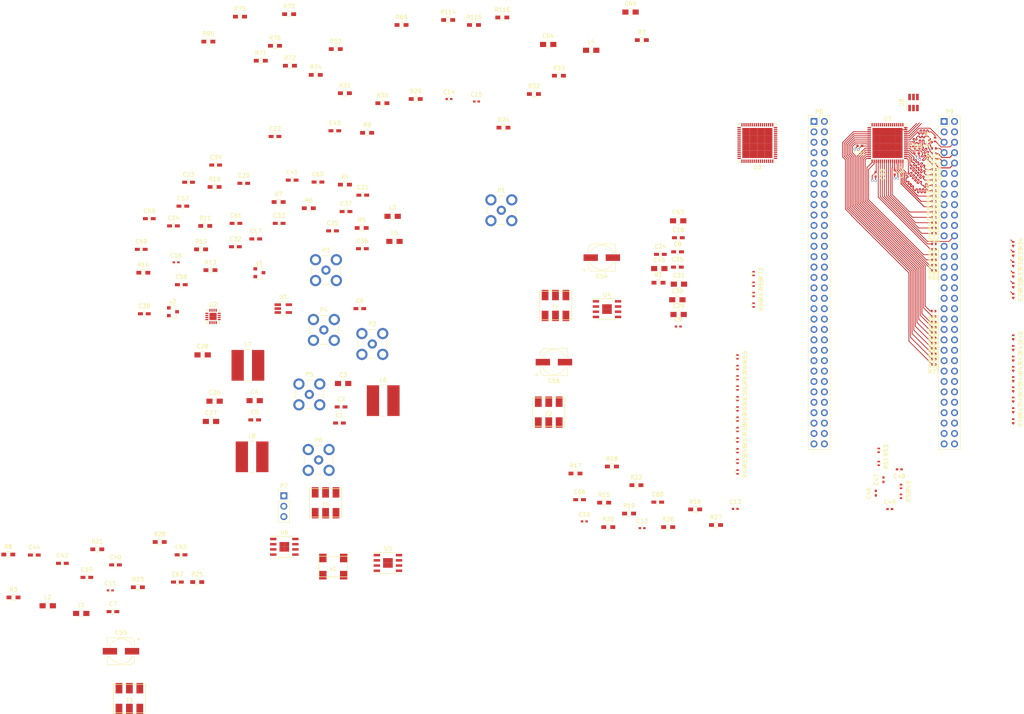
<source format=kicad_pcb>
(kicad_pcb (version 20170123) (host pcbnew no-vcs-found-7592~57~ubuntu16.04.1)
  (layers (0 F.Cu signal) (31 B.Cu signal) (34 B.Paste user) (35 F.Paste user) (36 B.SilkS user) (37 F.SilkS user) (38 B.Mask user) (39 F.Mask user) (44 Edge.Cuts user))
  (net 0 "")
  (net 1 "Net-(C1-Pad1)")
  (net 2 GNDD)
  (net 3 +3V3)
  (net 4 "Net-(C7-Pad1)")
  (net 5 "Net-(C7-Pad2)")
  (net 6 "Net-(C8-Pad2)")
  (net 7 /1_AIN+)
  (net 8 GND)
  (net 9 /1_AIN-)
  (net 10 /1_BIN+)
  (net 11 /1_BIN-)
  (net 12 /2_AIN+)
  (net 13 /2_AIN-)
  (net 14 /2_BIN+)
  (net 15 /2_BIN-)
  (net 16 "Net-(C17-Pad1)")
  (net 17 "Net-(C17-Pad2)")
  (net 18 "Net-(C18-Pad2)")
  (net 19 "Net-(C19-Pad1)")
  (net 20 "Net-(C19-Pad2)")
  (net 21 "Net-(C22-Pad2)")
  (net 22 "Net-(C23-Pad2)")
  (net 23 GNDA)
  (net 24 "Net-(C24-Pad2)")
  (net 25 "Net-(C25-Pad2)")
  (net 26 /VCM1)
  (net 27 /VCM2)
  (net 28 /CLK_1+)
  (net 29 "Net-(C32-Pad2)")
  (net 30 /CLK_1-)
  (net 31 "Net-(C33-Pad2)")
  (net 32 /CLK_2-)
  (net 33 "Net-(C34-Pad2)")
  (net 34 /CLK_2+)
  (net 35 "Net-(C35-Pad2)")
  (net 36 "Net-(C36-Pad2)")
  (net 37 VCC)
  (net 38 VDDA)
  (net 39 VDD)
  (net 40 "Net-(C54-Pad1)")
  (net 41 "Net-(C55-Pad1)")
  (net 42 "Net-(C56-Pad1)")
  (net 43 "Net-(C60-Pad2)")
  (net 44 "Net-(C63-Pad1)")
  (net 45 GNDPWR)
  (net 46 "Net-(L1-Pad2)")
  (net 47 "Net-(L2-Pad2)")
  (net 48 "Net-(L3-Pad2)")
  (net 49 "Net-(L4-Pad2)")
  (net 50 "Net-(L5-Pad2)")
  (net 51 "Net-(P1-Pad1)")
  (net 52 "Net-(P2-Pad1)")
  (net 53 "Net-(P3-Pad1)")
  (net 54 "Net-(P4-Pad1)")
  (net 55 "Net-(P5-Pad1)")
  (net 56 "Net-(P7-Pad1)")
  (net 57 "Net-(P7-Pad2)")
  (net 58 "Net-(P8-Pad5)")
  (net 59 "Net-(P8-Pad6)")
  (net 60 "Net-(P8-Pad7)")
  (net 61 "Net-(P8-Pad8)")
  (net 62 "Net-(P8-Pad9)")
  (net 63 "Net-(P8-Pad10)")
  (net 64 "Net-(P8-Pad11)")
  (net 65 "Net-(P8-Pad12)")
  (net 66 "Net-(P8-Pad13)")
  (net 67 "Net-(P8-Pad14)")
  (net 68 "Net-(P8-Pad15)")
  (net 69 "Net-(P8-Pad16)")
  (net 70 "Net-(P8-Pad17)")
  (net 71 "Net-(P8-Pad18)")
  (net 72 "Net-(P8-Pad19)")
  (net 73 "Net-(P8-Pad20)")
  (net 74 "Net-(P8-Pad21)")
  (net 75 "Net-(P8-Pad22)")
  (net 76 "Net-(P8-Pad23)")
  (net 77 "Net-(P8-Pad24)")
  (net 78 "Net-(P8-Pad25)")
  (net 79 "Net-(P8-Pad26)")
  (net 80 "Net-(P8-Pad27)")
  (net 81 "Net-(P8-Pad28)")
  (net 82 "Net-(P8-Pad29)")
  (net 83 "Net-(P8-Pad30)")
  (net 84 "Net-(P8-Pad31)")
  (net 85 "Net-(P8-Pad32)")
  (net 86 "Net-(P8-Pad33)")
  (net 87 "Net-(P8-Pad34)")
  (net 88 "Net-(P8-Pad35)")
  (net 89 "Net-(P8-Pad36)")
  (net 90 "Net-(P8-Pad37)")
  (net 91 "Net-(P8-Pad38)")
  (net 92 "Net-(P8-Pad39)")
  (net 93 "Net-(P8-Pad40)")
  (net 94 "Net-(P8-Pad41)")
  (net 95 "Net-(P8-Pad42)")
  (net 96 "Net-(P8-Pad43)")
  (net 97 "Net-(P8-Pad44)")
  (net 98 "Net-(P8-Pad45)")
  (net 99 "Net-(P8-Pad46)")
  (net 100 "Net-(P8-Pad47)")
  (net 101 "Net-(P8-Pad48)")
  (net 102 "Net-(P8-Pad49)")
  (net 103 "Net-(P8-Pad50)")
  (net 104 "Net-(P8-Pad51)")
  (net 105 "Net-(P8-Pad52)")
  (net 106 "Net-(P8-Pad53)")
  (net 107 "Net-(P8-Pad54)")
  (net 108 "Net-(P8-Pad55)")
  (net 109 "Net-(P8-Pad56)")
  (net 110 "Net-(P8-Pad57)")
  (net 111 "Net-(P8-Pad58)")
  (net 112 "Net-(P8-Pad59)")
  (net 113 "Net-(P8-Pad60)")
  (net 114 "Net-(P8-Pad61)")
  (net 115 "Net-(P8-Pad62)")
  (net 116 "Net-(P8-Pad63)")
  (net 117 "Net-(P8-Pad64)")
  (net 118 "Net-(P9-Pad1)")
  (net 119 "Net-(P9-Pad2)")
  (net 120 "Net-(P9-Pad3)")
  (net 121 "Net-(P9-Pad4)")
  (net 122 "Net-(P9-Pad5)")
  (net 123 "Net-(P9-Pad6)")
  (net 124 "Net-(P9-Pad7)")
  (net 125 "Net-(P9-Pad8)")
  (net 126 "Net-(P9-Pad9)")
  (net 127 "Net-(P9-Pad10)")
  (net 128 "Net-(P9-Pad11)")
  (net 129 "Net-(P9-Pad12)")
  (net 130 "Net-(P9-Pad13)")
  (net 131 "Net-(P9-Pad14)")
  (net 132 "Net-(P9-Pad15)")
  (net 133 "Net-(P9-Pad16)")
  (net 134 "Net-(P9-Pad17)")
  (net 135 "Net-(P9-Pad18)")
  (net 136 "Net-(P9-Pad19)")
  (net 137 "Net-(P9-Pad20)")
  (net 138 "Net-(P9-Pad21)")
  (net 139 "Net-(P9-Pad22)")
  (net 140 "Net-(P9-Pad23)")
  (net 141 "Net-(P9-Pad24)")
  (net 142 "Net-(P9-Pad25)")
  (net 143 "Net-(P9-Pad26)")
  (net 144 "Net-(P9-Pad27)")
  (net 145 "Net-(P9-Pad28)")
  (net 146 "Net-(P9-Pad29)")
  (net 147 "Net-(P9-Pad30)")
  (net 148 "Net-(P9-Pad31)")
  (net 149 "Net-(P9-Pad32)")
  (net 150 "Net-(P9-Pad33)")
  (net 151 "Net-(P9-Pad34)")
  (net 152 "Net-(P9-Pad35)")
  (net 153 "Net-(P9-Pad36)")
  (net 154 "Net-(P9-Pad37)")
  (net 155 "Net-(P9-Pad38)")
  (net 156 "Net-(P9-Pad39)")
  (net 157 "Net-(P9-Pad40)")
  (net 158 "Net-(P9-Pad41)")
  (net 159 "Net-(P9-Pad42)")
  (net 160 "Net-(P9-Pad43)")
  (net 161 "Net-(P9-Pad44)")
  (net 162 "Net-(P9-Pad45)")
  (net 163 "Net-(P9-Pad46)")
  (net 164 "Net-(P9-Pad47)")
  (net 165 "Net-(P9-Pad48)")
  (net 166 "Net-(P9-Pad49)")
  (net 167 "Net-(P9-Pad50)")
  (net 168 "Net-(P9-Pad51)")
  (net 169 "Net-(P9-Pad52)")
  (net 170 "Net-(P9-Pad53)")
  (net 171 "Net-(P9-Pad54)")
  (net 172 "Net-(P9-Pad55)")
  (net 173 "Net-(P9-Pad56)")
  (net 174 "Net-(P9-Pad57)")
  (net 175 "Net-(P9-Pad58)")
  (net 176 "Net-(P9-Pad59)")
  (net 177 "Net-(P9-Pad60)")
  (net 178 "Net-(P9-Pad61)")
  (net 179 "Net-(P9-Pad62)")
  (net 180 "Net-(P9-Pad63)")
  (net 181 "Net-(P9-Pad64)")
  (net 182 "Net-(R5-Pad2)")
  (net 183 "Net-(R11-Pad2)")
  (net 184 "Net-(R12-Pad2)")
  (net 185 "Net-(R13-Pad2)")
  (net 186 "Net-(R14-Pad2)")
  (net 187 "Net-(R15-Pad2)")
  (net 188 "Net-(R16-Pad2)")
  (net 189 "Net-(R10-Pad1)")
  (net 190 "Net-(R10-Pad2)")
  (net 191 "Net-(R34-Pad2)")
  (net 192 "Net-(R47-Pad2)")
  (net 193 "Net-(R48-Pad2)")
  (net 194 "Net-(R49-Pad2)")
  (net 195 "Net-(R50-Pad2)")
  (net 196 "Net-(R51-Pad2)")
  (net 197 "Net-(R52-Pad2)")
  (net 198 "Net-(R53-Pad2)")
  (net 199 "Net-(R54-Pad2)")
  (net 200 "Net-(R55-Pad2)")
  (net 201 "Net-(R56-Pad2)")
  (net 202 "Net-(R57-Pad2)")
  (net 203 "Net-(R58-Pad2)")
  (net 204 "Net-(R59-Pad2)")
  (net 205 "Net-(R60-Pad2)")
  (net 206 "Net-(R69-Pad2)")
  (net 207 "Net-(R71-Pad2)")
  (net 208 "Net-(R74-Pad2)")
  (net 209 /cs2)
  (net 210 "Net-(R77-Pad2)")
  (net 211 "Net-(R90-Pad2)")
  (net 212 "Net-(R91-Pad2)")
  (net 213 "Net-(R92-Pad2)")
  (net 214 "Net-(R93-Pad2)")
  (net 215 "Net-(R95-Pad2)")
  (net 216 "Net-(R96-Pad2)")
  (net 217 "Net-(R97-Pad2)")
  (net 218 "Net-(R98-Pad2)")
  (net 219 "Net-(R99-Pad2)")
  (net 220 "Net-(R100-Pad2)")
  (net 221 "Net-(R101-Pad2)")
  (net 222 "Net-(R102-Pad2)")
  (net 223 "Net-(R103-Pad2)")
  (net 224 "Net-(R104-Pad2)")
  (net 225 /cs1)
  (net 226 "Net-(R115-Pad2)")
  (net 227 /sdo)
  (net 228 "Net-(U2-Pad2)")
  (net 229 "Net-(U2-Pad3)")
  (net 230 "Net-(U2-Pad4)")
  (net 231 "Net-(U2-Pad8)")
  (net 232 "Net-(U2-Pad13)")
  (net 233 "Net-(U2-Pad14)")
  (net 234 "Net-(U2-Pad15)")
  (net 235 /sclk)
  (net 236 "Net-(U4-Pad4)")
  (net 237 "Net-(U4-Pad6)")
  (net 238 "Net-(U4-Pad7)")
  (net 239 "Net-(U5-Pad4)")
  (net 240 "Net-(U5-Pad6)")
  (net 241 "Net-(U5-Pad7)")
  (net 242 "Net-(U6-Pad4)")
  (net 243 "Net-(U6-Pad6)")
  (net 244 "Net-(U6-Pad7)")
  (net 245 /sdi)
  (net 246 "/2_D0(16bit)")
  (net 247 "/2_D1(16bit)")
  (net 248 /2_D0B)
  (net 249 /2_D1B)
  (net 250 /2_D2B)
  (net 251 /2_D3B)
  (net 252 /2_D4B)
  (net 253 /2_D5B)
  (net 254 /2_D6B)
  (net 255 /2_D7B)
  (net 256 /2_D8B)
  (net 257 /2_D9B)
  (net 258 /2_D5A)
  (net 259 /2_D6A)
  (net 260 /2_D7A)
  (net 261 /2_D8A)
  (net 262 /2_D9A)
  (net 263 /2_D10A)
  (net 264 /2_D11A)
  (net 265 /2_D12A)
  (net 266 /2_D13A)
  (net 267 "/1_D0(16bit)")
  (net 268 "/1_D1(16bit)")
  (net 269 /1_D0B)
  (net 270 /1_D1B)
  (net 271 /1_D2B)
  (net 272 /1_D3B)
  (net 273 /1_D4B)
  (net 274 /1_D5B)
  (net 275 /1_D6B)
  (net 276 /1_D7B)
  (net 277 /1_D8B)
  (net 278 /1_D9B)
  (net 279 /1_D5A)
  (net 280 /1_D6A)
  (net 281 /1_D7A)
  (net 282 /1_D8A)
  (net 283 /1_D9A)
  (net 284 /1_D10A)
  (net 285 /1_D11A)
  (net 286 /1_D12A)
  (net 287 /1_D13A)
  (module Pin_Headers:Pin_Header_Straight_2x32_Pitch2.54mm (layer F.Cu) (at 255.75 43.07)
    (fp_text reference P9 (at 1.27 -2.39) (layer F.SilkS))
    (fp_text value CONN_02X32)
    (pad 1 thru_hole rect (at 0 0) (size 1.7 1.7) (drill 1) (layers *.Cu *.Mask) (net 118 "Net-(P9-Pad1)"))
    (pad 2 thru_hole oval (at 2.54 0) (size 1.7 1.7) (drill 1) (layers *.Cu *.Mask) (net 119 "Net-(P9-Pad2)"))
    (pad 3 thru_hole oval (at 0 2.54) (size 1.7 1.7) (drill 1) (layers *.Cu *.Mask) (net 120 "Net-(P9-Pad3)"))
    (pad 4 thru_hole oval (at 2.54 2.54) (size 1.7 1.7) (drill 1) (layers *.Cu *.Mask) (net 121 "Net-(P9-Pad4)"))
    (pad 5 thru_hole oval (at 0 5.08) (size 1.7 1.7) (drill 1) (layers *.Cu *.Mask) (net 122 "Net-(P9-Pad5)"))
    (pad 6 thru_hole oval (at 2.54 5.08) (size 1.7 1.7) (drill 1) (layers *.Cu *.Mask) (net 123 "Net-(P9-Pad6)"))
    (pad 7 thru_hole oval (at 0 7.62) (size 1.7 1.7) (drill 1) (layers *.Cu *.Mask) (net 124 "Net-(P9-Pad7)"))
    (pad 8 thru_hole oval (at 2.54 7.62) (size 1.7 1.7) (drill 1) (layers *.Cu *.Mask) (net 125 "Net-(P9-Pad8)"))
    (pad 9 thru_hole oval (at 0 10.16) (size 1.7 1.7) (drill 1) (layers *.Cu *.Mask) (net 126 "Net-(P9-Pad9)"))
    (pad 10 thru_hole oval (at 2.54 10.16) (size 1.7 1.7) (drill 1) (layers *.Cu *.Mask) (net 127 "Net-(P9-Pad10)"))
    (pad 11 thru_hole oval (at 0 12.7) (size 1.7 1.7) (drill 1) (layers *.Cu *.Mask) (net 128 "Net-(P9-Pad11)"))
    (pad 12 thru_hole oval (at 2.54 12.7) (size 1.7 1.7) (drill 1) (layers *.Cu *.Mask) (net 129 "Net-(P9-Pad12)"))
    (pad 13 thru_hole oval (at 0 15.24) (size 1.7 1.7) (drill 1) (layers *.Cu *.Mask) (net 130 "Net-(P9-Pad13)"))
    (pad 14 thru_hole oval (at 2.54 15.24) (size 1.7 1.7) (drill 1) (layers *.Cu *.Mask) (net 131 "Net-(P9-Pad14)"))
    (pad 15 thru_hole oval (at 0 17.78) (size 1.7 1.7) (drill 1) (layers *.Cu *.Mask) (net 132 "Net-(P9-Pad15)"))
    (pad 16 thru_hole oval (at 2.54 17.78) (size 1.7 1.7) (drill 1) (layers *.Cu *.Mask) (net 133 "Net-(P9-Pad16)"))
    (pad 17 thru_hole oval (at 0 20.32) (size 1.7 1.7) (drill 1) (layers *.Cu *.Mask) (net 134 "Net-(P9-Pad17)"))
    (pad 18 thru_hole oval (at 2.54 20.32) (size 1.7 1.7) (drill 1) (layers *.Cu *.Mask) (net 135 "Net-(P9-Pad18)"))
    (pad 19 thru_hole oval (at 0 22.86) (size 1.7 1.7) (drill 1) (layers *.Cu *.Mask) (net 136 "Net-(P9-Pad19)"))
    (pad 20 thru_hole oval (at 2.54 22.86) (size 1.7 1.7) (drill 1) (layers *.Cu *.Mask) (net 137 "Net-(P9-Pad20)"))
    (pad 21 thru_hole oval (at 0 25.4) (size 1.7 1.7) (drill 1) (layers *.Cu *.Mask) (net 138 "Net-(P9-Pad21)"))
    (pad 22 thru_hole oval (at 2.54 25.4) (size 1.7 1.7) (drill 1) (layers *.Cu *.Mask) (net 139 "Net-(P9-Pad22)"))
    (pad 23 thru_hole oval (at 0 27.94) (size 1.7 1.7) (drill 1) (layers *.Cu *.Mask) (net 140 "Net-(P9-Pad23)"))
    (pad 24 thru_hole oval (at 2.54 27.94) (size 1.7 1.7) (drill 1) (layers *.Cu *.Mask) (net 141 "Net-(P9-Pad24)"))
    (pad 25 thru_hole oval (at 0 30.48) (size 1.7 1.7) (drill 1) (layers *.Cu *.Mask) (net 142 "Net-(P9-Pad25)"))
    (pad 26 thru_hole oval (at 2.54 30.48) (size 1.7 1.7) (drill 1) (layers *.Cu *.Mask) (net 143 "Net-(P9-Pad26)"))
    (pad 27 thru_hole oval (at 0 33.02) (size 1.7 1.7) (drill 1) (layers *.Cu *.Mask) (net 144 "Net-(P9-Pad27)"))
    (pad 28 thru_hole oval (at 2.54 33.02) (size 1.7 1.7) (drill 1) (layers *.Cu *.Mask) (net 145 "Net-(P9-Pad28)"))
    (pad 29 thru_hole oval (at 0 35.56) (size 1.7 1.7) (drill 1) (layers *.Cu *.Mask) (net 146 "Net-(P9-Pad29)"))
    (pad 30 thru_hole oval (at 2.54 35.56) (size 1.7 1.7) (drill 1) (layers *.Cu *.Mask) (net 147 "Net-(P9-Pad30)"))
    (pad 31 thru_hole oval (at 0 38.1) (size 1.7 1.7) (drill 1) (layers *.Cu *.Mask) (net 148 "Net-(P9-Pad31)"))
    (pad 32 thru_hole oval (at 2.54 38.1) (size 1.7 1.7) (drill 1) (layers *.Cu *.Mask) (net 149 "Net-(P9-Pad32)"))
    (pad 33 thru_hole oval (at 0 40.64) (size 1.7 1.7) (drill 1) (layers *.Cu *.Mask) (net 150 "Net-(P9-Pad33)"))
    (pad 34 thru_hole oval (at 2.54 40.64) (size 1.7 1.7) (drill 1) (layers *.Cu *.Mask) (net 151 "Net-(P9-Pad34)"))
    (pad 35 thru_hole oval (at 0 43.18) (size 1.7 1.7) (drill 1) (layers *.Cu *.Mask) (net 152 "Net-(P9-Pad35)"))
    (pad 36 thru_hole oval (at 2.54 43.18) (size 1.7 1.7) (drill 1) (layers *.Cu *.Mask) (net 153 "Net-(P9-Pad36)"))
    (pad 37 thru_hole oval (at 0 45.72) (size 1.7 1.7) (drill 1) (layers *.Cu *.Mask) (net 154 "Net-(P9-Pad37)"))
    (pad 38 thru_hole oval (at 2.54 45.72) (size 1.7 1.7) (drill 1) (layers *.Cu *.Mask) (net 155 "Net-(P9-Pad38)"))
    (pad 39 thru_hole oval (at 0 48.26) (size 1.7 1.7) (drill 1) (layers *.Cu *.Mask) (net 156 "Net-(P9-Pad39)"))
    (pad 40 thru_hole oval (at 2.54 48.26) (size 1.7 1.7) (drill 1) (layers *.Cu *.Mask) (net 157 "Net-(P9-Pad40)"))
    (pad 41 thru_hole oval (at 0 50.8) (size 1.7 1.7) (drill 1) (layers *.Cu *.Mask) (net 158 "Net-(P9-Pad41)"))
    (pad 42 thru_hole oval (at 2.54 50.8) (size 1.7 1.7) (drill 1) (layers *.Cu *.Mask) (net 159 "Net-(P9-Pad42)"))
    (pad 43 thru_hole oval (at 0 53.34) (size 1.7 1.7) (drill 1) (layers *.Cu *.Mask) (net 160 "Net-(P9-Pad43)"))
    (pad 44 thru_hole oval (at 2.54 53.34) (size 1.7 1.7) (drill 1) (layers *.Cu *.Mask) (net 161 "Net-(P9-Pad44)"))
    (pad 45 thru_hole oval (at 0 55.88) (size 1.7 1.7) (drill 1) (layers *.Cu *.Mask) (net 162 "Net-(P9-Pad45)"))
    (pad 46 thru_hole oval (at 2.54 55.88) (size 1.7 1.7) (drill 1) (layers *.Cu *.Mask) (net 163 "Net-(P9-Pad46)"))
    (pad 47 thru_hole oval (at 0 58.42) (size 1.7 1.7) (drill 1) (layers *.Cu *.Mask) (net 164 "Net-(P9-Pad47)"))
    (pad 48 thru_hole oval (at 2.54 58.42) (size 1.7 1.7) (drill 1) (layers *.Cu *.Mask) (net 165 "Net-(P9-Pad48)"))
    (pad 49 thru_hole oval (at 0 60.96) (size 1.7 1.7) (drill 1) (layers *.Cu *.Mask) (net 166 "Net-(P9-Pad49)"))
    (pad 50 thru_hole oval (at 2.54 60.96) (size 1.7 1.7) (drill 1) (layers *.Cu *.Mask) (net 167 "Net-(P9-Pad50)"))
    (pad 51 thru_hole oval (at 0 63.5) (size 1.7 1.7) (drill 1) (layers *.Cu *.Mask) (net 168 "Net-(P9-Pad51)"))
    (pad 52 thru_hole oval (at 2.54 63.5) (size 1.7 1.7) (drill 1) (layers *.Cu *.Mask) (net 169 "Net-(P9-Pad52)"))
    (pad 53 thru_hole oval (at 0 66.04) (size 1.7 1.7) (drill 1) (layers *.Cu *.Mask) (net 170 "Net-(P9-Pad53)"))
    (pad 54 thru_hole oval (at 2.54 66.04) (size 1.7 1.7) (drill 1) (layers *.Cu *.Mask) (net 171 "Net-(P9-Pad54)"))
    (pad 55 thru_hole oval (at 0 68.58) (size 1.7 1.7) (drill 1) (layers *.Cu *.Mask) (net 172 "Net-(P9-Pad55)"))
    (pad 56 thru_hole oval (at 2.54 68.58) (size 1.7 1.7) (drill 1) (layers *.Cu *.Mask) (net 173 "Net-(P9-Pad56)"))
    (pad 57 thru_hole oval (at 0 71.12) (size 1.7 1.7) (drill 1) (layers *.Cu *.Mask) (net 174 "Net-(P9-Pad57)"))
    (pad 58 thru_hole oval (at 2.54 71.12) (size 1.7 1.7) (drill 1) (layers *.Cu *.Mask) (net 175 "Net-(P9-Pad58)"))
    (pad 59 thru_hole oval (at 0 73.66) (size 1.7 1.7) (drill 1) (layers *.Cu *.Mask) (net 176 "Net-(P9-Pad59)"))
    (pad 60 thru_hole oval (at 2.54 73.66) (size 1.7 1.7) (drill 1) (layers *.Cu *.Mask) (net 177 "Net-(P9-Pad60)"))
    (pad 61 thru_hole oval (at 0 76.2) (size 1.7 1.7) (drill 1) (layers *.Cu *.Mask) (net 178 "Net-(P9-Pad61)"))
    (pad 62 thru_hole oval (at 2.54 76.2) (size 1.7 1.7) (drill 1) (layers *.Cu *.Mask) (net 179 "Net-(P9-Pad62)"))
    (pad 63 thru_hole oval (at 0 78.74) (size 1.7 1.7) (drill 1) (layers *.Cu *.Mask) (net 180 "Net-(P9-Pad63)"))
    (pad 64 thru_hole oval (at 2.54 78.74) (size 1.7 1.7) (drill 1) (layers *.Cu *.Mask) (net 181 "Net-(P9-Pad64)"))
  )
  (module Capacitors_SMD:C_0402 (layer F.Cu) (at 239.03 56 270)
    (fp_text reference C53 (at 0 -1.7 270) (layer F.SilkS))
    (fp_text value 100n)
    (pad 2 smd rect (at 0.55 0 270) (size 0.6 0.5) (layers F.Cu F.Paste F.Mask) (net 2 GNDD))
    (pad 1 smd rect (at -0.55 0 270) (size 0.6 0.5) (layers F.Cu F.Paste F.Mask) (net 39 VDD))
  )
  (module Resistors_SMD:R_0402 (layer F.Cu) (at 245.23 134.6 270)
    (fp_text reference R50 (at 0 -1.8 270) (layer F.SilkS))
    (fp_text value 22)
    (pad 1 smd rect (at -0.45 0 270) (size 0.4 0.6) (layers F.Cu F.Paste F.Mask) (net 115 "Net-(P8-Pad62)"))
    (pad 2 smd rect (at 0.45 0 270) (size 0.4 0.6) (layers F.Cu F.Paste F.Mask) (net 195 "Net-(R50-Pad2)"))
  )
  (module Resistors_SMD:R_0402 (layer F.Cu) (at 209.25 80.21 270)
    (fp_text reference R73 (at 0 -1.8 270) (layer F.SilkS))
    (fp_text value 22)
    (pad 2 smd rect (at 0.45 0 270) (size 0.4 0.6) (layers F.Cu F.Paste F.Mask) (net 266 /2_D13A))
    (pad 1 smd rect (at -0.45 0 270) (size 0.4 0.6) (layers F.Cu F.Paste F.Mask) (net 78 "Net-(P8-Pad25)"))
  )
  (module Pin_Headers:Pin_Header_Straight_2x32_Pitch2.54mm (layer F.Cu) (at 223.99 43.07)
    (fp_text reference P8 (at 1.27 -2.39) (layer F.SilkS))
    (fp_text value a/b)
    (pad 1 thru_hole rect (at 0 0) (size 1.7 1.7) (drill 1) (layers *.Cu *.Mask) (net 44 "Net-(C63-Pad1)"))
    (pad 2 thru_hole oval (at 2.54 0) (size 1.7 1.7) (drill 1) (layers *.Cu *.Mask) (net 44 "Net-(C63-Pad1)"))
    (pad 3 thru_hole oval (at 0 2.54) (size 1.7 1.7) (drill 1) (layers *.Cu *.Mask) (net 45 GNDPWR))
    (pad 4 thru_hole oval (at 2.54 2.54) (size 1.7 1.7) (drill 1) (layers *.Cu *.Mask) (net 45 GNDPWR))
    (pad 5 thru_hole oval (at 0 5.08) (size 1.7 1.7) (drill 1) (layers *.Cu *.Mask) (net 58 "Net-(P8-Pad5)"))
    (pad 6 thru_hole oval (at 2.54 5.08) (size 1.7 1.7) (drill 1) (layers *.Cu *.Mask) (net 59 "Net-(P8-Pad6)"))
    (pad 7 thru_hole oval (at 0 7.62) (size 1.7 1.7) (drill 1) (layers *.Cu *.Mask) (net 60 "Net-(P8-Pad7)"))
    (pad 8 thru_hole oval (at 2.54 7.62) (size 1.7 1.7) (drill 1) (layers *.Cu *.Mask) (net 61 "Net-(P8-Pad8)"))
    (pad 9 thru_hole oval (at 0 10.16) (size 1.7 1.7) (drill 1) (layers *.Cu *.Mask) (net 62 "Net-(P8-Pad9)"))
    (pad 10 thru_hole oval (at 2.54 10.16) (size 1.7 1.7) (drill 1) (layers *.Cu *.Mask) (net 63 "Net-(P8-Pad10)"))
    (pad 11 thru_hole oval (at 0 12.7) (size 1.7 1.7) (drill 1) (layers *.Cu *.Mask) (net 64 "Net-(P8-Pad11)"))
    (pad 12 thru_hole oval (at 2.54 12.7) (size 1.7 1.7) (drill 1) (layers *.Cu *.Mask) (net 65 "Net-(P8-Pad12)"))
    (pad 13 thru_hole oval (at 0 15.24) (size 1.7 1.7) (drill 1) (layers *.Cu *.Mask) (net 66 "Net-(P8-Pad13)"))
    (pad 14 thru_hole oval (at 2.54 15.24) (size 1.7 1.7) (drill 1) (layers *.Cu *.Mask) (net 67 "Net-(P8-Pad14)"))
    (pad 15 thru_hole oval (at 0 17.78) (size 1.7 1.7) (drill 1) (layers *.Cu *.Mask) (net 68 "Net-(P8-Pad15)"))
    (pad 16 thru_hole oval (at 2.54 17.78) (size 1.7 1.7) (drill 1) (layers *.Cu *.Mask) (net 69 "Net-(P8-Pad16)"))
    (pad 17 thru_hole oval (at 0 20.32) (size 1.7 1.7) (drill 1) (layers *.Cu *.Mask) (net 70 "Net-(P8-Pad17)"))
    (pad 18 thru_hole oval (at 2.54 20.32) (size 1.7 1.7) (drill 1) (layers *.Cu *.Mask) (net 71 "Net-(P8-Pad18)"))
    (pad 19 thru_hole oval (at 0 22.86) (size 1.7 1.7) (drill 1) (layers *.Cu *.Mask) (net 72 "Net-(P8-Pad19)"))
    (pad 20 thru_hole oval (at 2.54 22.86) (size 1.7 1.7) (drill 1) (layers *.Cu *.Mask) (net 73 "Net-(P8-Pad20)"))
    (pad 21 thru_hole oval (at 0 25.4) (size 1.7 1.7) (drill 1) (layers *.Cu *.Mask) (net 74 "Net-(P8-Pad21)"))
    (pad 22 thru_hole oval (at 2.54 25.4) (size 1.7 1.7) (drill 1) (layers *.Cu *.Mask) (net 75 "Net-(P8-Pad22)"))
    (pad 23 thru_hole oval (at 0 27.94) (size 1.7 1.7) (drill 1) (layers *.Cu *.Mask) (net 76 "Net-(P8-Pad23)"))
    (pad 24 thru_hole oval (at 2.54 27.94) (size 1.7 1.7) (drill 1) (layers *.Cu *.Mask) (net 77 "Net-(P8-Pad24)"))
    (pad 25 thru_hole oval (at 0 30.48) (size 1.7 1.7) (drill 1) (layers *.Cu *.Mask) (net 78 "Net-(P8-Pad25)"))
    (pad 26 thru_hole oval (at 2.54 30.48) (size 1.7 1.7) (drill 1) (layers *.Cu *.Mask) (net 79 "Net-(P8-Pad26)"))
    (pad 27 thru_hole oval (at 0 33.02) (size 1.7 1.7) (drill 1) (layers *.Cu *.Mask) (net 80 "Net-(P8-Pad27)"))
    (pad 28 thru_hole oval (at 2.54 33.02) (size 1.7 1.7) (drill 1) (layers *.Cu *.Mask) (net 81 "Net-(P8-Pad28)"))
    (pad 29 thru_hole oval (at 0 35.56) (size 1.7 1.7) (drill 1) (layers *.Cu *.Mask) (net 82 "Net-(P8-Pad29)"))
    (pad 30 thru_hole oval (at 2.54 35.56) (size 1.7 1.7) (drill 1) (layers *.Cu *.Mask) (net 83 "Net-(P8-Pad30)"))
    (pad 31 thru_hole oval (at 0 38.1) (size 1.7 1.7) (drill 1) (layers *.Cu *.Mask) (net 84 "Net-(P8-Pad31)"))
    (pad 32 thru_hole oval (at 2.54 38.1) (size 1.7 1.7) (drill 1) (layers *.Cu *.Mask) (net 85 "Net-(P8-Pad32)"))
    (pad 33 thru_hole oval (at 0 40.64) (size 1.7 1.7) (drill 1) (layers *.Cu *.Mask) (net 86 "Net-(P8-Pad33)"))
    (pad 34 thru_hole oval (at 2.54 40.64) (size 1.7 1.7) (drill 1) (layers *.Cu *.Mask) (net 87 "Net-(P8-Pad34)"))
    (pad 35 thru_hole oval (at 0 43.18) (size 1.7 1.7) (drill 1) (layers *.Cu *.Mask) (net 88 "Net-(P8-Pad35)"))
    (pad 36 thru_hole oval (at 2.54 43.18) (size 1.7 1.7) (drill 1) (layers *.Cu *.Mask) (net 89 "Net-(P8-Pad36)"))
    (pad 37 thru_hole oval (at 0 45.72) (size 1.7 1.7) (drill 1) (layers *.Cu *.Mask) (net 90 "Net-(P8-Pad37)"))
    (pad 38 thru_hole oval (at 2.54 45.72) (size 1.7 1.7) (drill 1) (layers *.Cu *.Mask) (net 91 "Net-(P8-Pad38)"))
    (pad 39 thru_hole oval (at 0 48.26) (size 1.7 1.7) (drill 1) (layers *.Cu *.Mask) (net 92 "Net-(P8-Pad39)"))
    (pad 40 thru_hole oval (at 2.54 48.26) (size 1.7 1.7) (drill 1) (layers *.Cu *.Mask) (net 93 "Net-(P8-Pad40)"))
    (pad 41 thru_hole oval (at 0 50.8) (size 1.7 1.7) (drill 1) (layers *.Cu *.Mask) (net 94 "Net-(P8-Pad41)"))
    (pad 42 thru_hole oval (at 2.54 50.8) (size 1.7 1.7) (drill 1) (layers *.Cu *.Mask) (net 95 "Net-(P8-Pad42)"))
    (pad 43 thru_hole oval (at 0 53.34) (size 1.7 1.7) (drill 1) (layers *.Cu *.Mask) (net 96 "Net-(P8-Pad43)"))
    (pad 44 thru_hole oval (at 2.54 53.34) (size 1.7 1.7) (drill 1) (layers *.Cu *.Mask) (net 97 "Net-(P8-Pad44)"))
    (pad 45 thru_hole oval (at 0 55.88) (size 1.7 1.7) (drill 1) (layers *.Cu *.Mask) (net 98 "Net-(P8-Pad45)"))
    (pad 46 thru_hole oval (at 2.54 55.88) (size 1.7 1.7) (drill 1) (layers *.Cu *.Mask) (net 99 "Net-(P8-Pad46)"))
    (pad 47 thru_hole oval (at 0 58.42) (size 1.7 1.7) (drill 1) (layers *.Cu *.Mask) (net 100 "Net-(P8-Pad47)"))
    (pad 48 thru_hole oval (at 2.54 58.42) (size 1.7 1.7) (drill 1) (layers *.Cu *.Mask) (net 101 "Net-(P8-Pad48)"))
    (pad 49 thru_hole oval (at 0 60.96) (size 1.7 1.7) (drill 1) (layers *.Cu *.Mask) (net 102 "Net-(P8-Pad49)"))
    (pad 50 thru_hole oval (at 2.54 60.96) (size 1.7 1.7) (drill 1) (layers *.Cu *.Mask) (net 103 "Net-(P8-Pad50)"))
    (pad 51 thru_hole oval (at 0 63.5) (size 1.7 1.7) (drill 1) (layers *.Cu *.Mask) (net 104 "Net-(P8-Pad51)"))
    (pad 52 thru_hole oval (at 2.54 63.5) (size 1.7 1.7) (drill 1) (layers *.Cu *.Mask) (net 105 "Net-(P8-Pad52)"))
    (pad 53 thru_hole oval (at 0 66.04) (size 1.7 1.7) (drill 1) (layers *.Cu *.Mask) (net 106 "Net-(P8-Pad53)"))
    (pad 54 thru_hole oval (at 2.54 66.04) (size 1.7 1.7) (drill 1) (layers *.Cu *.Mask) (net 107 "Net-(P8-Pad54)"))
    (pad 55 thru_hole oval (at 0 68.58) (size 1.7 1.7) (drill 1) (layers *.Cu *.Mask) (net 108 "Net-(P8-Pad55)"))
    (pad 56 thru_hole oval (at 2.54 68.58) (size 1.7 1.7) (drill 1) (layers *.Cu *.Mask) (net 109 "Net-(P8-Pad56)"))
    (pad 57 thru_hole oval (at 0 71.12) (size 1.7 1.7) (drill 1) (layers *.Cu *.Mask) (net 110 "Net-(P8-Pad57)"))
    (pad 58 thru_hole oval (at 2.54 71.12) (size 1.7 1.7) (drill 1) (layers *.Cu *.Mask) (net 111 "Net-(P8-Pad58)"))
    (pad 59 thru_hole oval (at 0 73.66) (size 1.7 1.7) (drill 1) (layers *.Cu *.Mask) (net 112 "Net-(P8-Pad59)"))
    (pad 60 thru_hole oval (at 2.54 73.66) (size 1.7 1.7) (drill 1) (layers *.Cu *.Mask) (net 113 "Net-(P8-Pad60)"))
    (pad 61 thru_hole oval (at 0 76.2) (size 1.7 1.7) (drill 1) (layers *.Cu *.Mask) (net 114 "Net-(P8-Pad61)"))
    (pad 62 thru_hole oval (at 2.54 76.2) (size 1.7 1.7) (drill 1) (layers *.Cu *.Mask) (net 115 "Net-(P8-Pad62)"))
    (pad 63 thru_hole oval (at 0 78.74) (size 1.7 1.7) (drill 1) (layers *.Cu *.Mask) (net 116 "Net-(P8-Pad63)"))
    (pad 64 thru_hole oval (at 2.54 78.74) (size 1.7 1.7) (drill 1) (layers *.Cu *.Mask) (net 117 "Net-(P8-Pad64)"))
  )
  (module Capacitors_SMD:C_0603_HandSoldering (layer F.Cu) (at 108.2 116.71)
    (fp_text reference C1 (at 0 -1.9) (layer F.SilkS))
    (fp_text value 100n)
    (pad 1 smd rect (at -0.95 0) (size 1.2 0.75) (layers F.Cu F.Paste F.Mask) (net 1 "Net-(C1-Pad1)"))
    (pad 2 smd rect (at 0.95 0) (size 1.2 0.75) (layers F.Cu F.Paste F.Mask) (net 2 GNDD))
  )
  (module Capacitors_SMD:C_0603_HandSoldering (layer F.Cu) (at 108.59 112.78)
    (fp_text reference C2 (at 0 -1.9) (layer F.SilkS))
    (fp_text value 100n)
    (pad 1 smd rect (at -0.95 0) (size 1.2 0.75) (layers F.Cu F.Paste F.Mask) (net 2 GNDD))
    (pad 2 smd rect (at 0.95 0) (size 1.2 0.75) (layers F.Cu F.Paste F.Mask) (net 3 +3V3))
  )
  (module Capacitors_SMD:C_0805_HandSoldering (layer F.Cu) (at 109.09 107.06)
    (fp_text reference C3 (at 0 -2.1) (layer F.SilkS))
    (fp_text value 10u)
    (pad 1 smd rect (at -1.25 0) (size 1.5 1.25) (layers F.Cu F.Paste F.Mask) (net 2 GNDD))
    (pad 2 smd rect (at 1.25 0) (size 1.5 1.25) (layers F.Cu F.Paste F.Mask) (net 3 +3V3))
  )
  (module Capacitors_SMD:C_0805_HandSoldering (layer F.Cu) (at 87.5 111.25)
    (fp_text reference C4 (at 0 -2.1) (layer F.SilkS))
    (fp_text value 10u)
    (pad 1 smd rect (at -1.25 0) (size 1.5 1.25) (layers F.Cu F.Paste F.Mask) (net 2 GNDD))
    (pad 2 smd rect (at 1.25 0) (size 1.5 1.25) (layers F.Cu F.Paste F.Mask) (net 3 +3V3))
  )
  (module Capacitors_SMD:C_0603_HandSoldering (layer F.Cu) (at 87.5 115.95)
    (fp_text reference C5 (at 0 -1.9) (layer F.SilkS))
    (fp_text value 100n)
    (pad 1 smd rect (at -0.95 0) (size 1.2 0.75) (layers F.Cu F.Paste F.Mask) (net 2 GNDD))
    (pad 2 smd rect (at 0.95 0) (size 1.2 0.75) (layers F.Cu F.Paste F.Mask) (net 3 +3V3))
  )
  (module Capacitors_SMD:C_0603_HandSoldering (layer F.Cu) (at 113.16 88.77)
    (fp_text reference C6 (at 0 -1.9) (layer F.SilkS))
    (fp_text value 100n)
    (pad 1 smd rect (at -0.95 0) (size 1.2 0.75) (layers F.Cu F.Paste F.Mask) (net 2 GNDD))
    (pad 2 smd rect (at 0.95 0) (size 1.2 0.75) (layers F.Cu F.Paste F.Mask) (net 3 +3V3))
  )
  (module Capacitors_SMD:C_0603_HandSoldering (layer F.Cu) (at 52.91 162.77)
    (fp_text reference C7 (at 0 -1.9) (layer F.SilkS))
    (fp_text value 100n)
    (pad 1 smd rect (at -0.95 0) (size 1.2 0.75) (layers F.Cu F.Paste F.Mask) (net 4 "Net-(C7-Pad1)"))
    (pad 2 smd rect (at 0.95 0) (size 1.2 0.75) (layers F.Cu F.Paste F.Mask) (net 5 "Net-(C7-Pad2)"))
  )
  (module Capacitors_SMD:C_0603_HandSoldering (layer F.Cu) (at 190.7 74.91)
    (fp_text reference C8 (at 0 -1.9) (layer F.SilkS))
    (fp_text value 10n)
    (pad 1 smd rect (at -0.95 0) (size 1.2 0.75) (layers F.Cu F.Paste F.Mask) (net 2 GNDD))
    (pad 2 smd rect (at 0.95 0) (size 1.2 0.75) (layers F.Cu F.Paste F.Mask) (net 6 "Net-(C8-Pad2)"))
  )
  (module Capacitors_SMD:C_0402 (layer F.Cu) (at 190.87 93.15)
    (fp_text reference C9 (at 0 -1.7) (layer F.SilkS))
    (fp_text value 40p)
    (pad 1 smd rect (at -0.55 0) (size 0.6 0.5) (layers F.Cu F.Paste F.Mask) (net 7 /1_AIN+))
    (pad 2 smd rect (at 0.55 0) (size 0.6 0.5) (layers F.Cu F.Paste F.Mask) (net 8 GND))
  )
  (module Capacitors_SMD:C_0402 (layer F.Cu) (at 167.95 140.73)
    (fp_text reference C10 (at 0 -1.7) (layer F.SilkS))
    (fp_text value 40p)
    (pad 1 smd rect (at -0.55 0) (size 0.6 0.5) (layers F.Cu F.Paste F.Mask) (net 9 /1_AIN-))
    (pad 2 smd rect (at 0.55 0) (size 0.6 0.5) (layers F.Cu F.Paste F.Mask) (net 8 GND))
  )
  (module Capacitors_SMD:C_0402 (layer F.Cu) (at 52.27 157.58)
    (fp_text reference C11 (at 0 -1.7) (layer F.SilkS))
    (fp_text value 40p)
    (pad 1 smd rect (at -0.55 0) (size 0.6 0.5) (layers F.Cu F.Paste F.Mask) (net 10 /1_BIN+))
    (pad 2 smd rect (at 0.55 0) (size 0.6 0.5) (layers F.Cu F.Paste F.Mask) (net 8 GND))
  )
  (module Capacitors_SMD:C_0402 (layer F.Cu) (at 182.05 142.38)
    (fp_text reference C12 (at 0 -1.7) (layer F.SilkS))
    (fp_text value 40p)
    (pad 1 smd rect (at -0.55 0) (size 0.6 0.5) (layers F.Cu F.Paste F.Mask) (net 11 /1_BIN-))
    (pad 2 smd rect (at 0.55 0) (size 0.6 0.5) (layers F.Cu F.Paste F.Mask) (net 8 GND))
  )
  (module Capacitors_SMD:C_0402 (layer F.Cu) (at 204.78 137.68)
    (fp_text reference C13 (at 0 -1.7) (layer F.SilkS))
    (fp_text value 40p)
    (pad 1 smd rect (at -0.55 0) (size 0.6 0.5) (layers F.Cu F.Paste F.Mask) (net 12 /2_AIN+))
    (pad 2 smd rect (at 0.55 0) (size 0.6 0.5) (layers F.Cu F.Paste F.Mask) (net 8 GND))
  )
  (module Capacitors_SMD:C_0402 (layer F.Cu) (at 134.92 37.59)
    (fp_text reference C14 (at 0 -1.7) (layer F.SilkS))
    (fp_text value 40p)
    (pad 1 smd rect (at -0.55 0) (size 0.6 0.5) (layers F.Cu F.Paste F.Mask) (net 13 /2_AIN-))
    (pad 2 smd rect (at 0.55 0) (size 0.6 0.5) (layers F.Cu F.Paste F.Mask) (net 8 GND))
  )
  (module Capacitors_SMD:C_0402 (layer F.Cu) (at 141.63 38.2)
    (fp_text reference C15 (at 0 -1.7) (layer F.SilkS))
    (fp_text value 40p)
    (pad 1 smd rect (at -0.55 0) (size 0.6 0.5) (layers F.Cu F.Paste F.Mask) (net 14 /2_BIN+))
    (pad 2 smd rect (at 0.55 0) (size 0.6 0.5) (layers F.Cu F.Paste F.Mask) (net 8 GND))
  )
  (module Capacitors_SMD:C_0402 (layer F.Cu) (at 68.33 77.47)
    (fp_text reference C16 (at 0 -1.7) (layer F.SilkS))
    (fp_text value 40p)
    (pad 1 smd rect (at -0.55 0) (size 0.6 0.5) (layers F.Cu F.Paste F.Mask) (net 15 /2_BIN-))
    (pad 2 smd rect (at 0.55 0) (size 0.6 0.5) (layers F.Cu F.Paste F.Mask) (net 8 GND))
  )
  (module Capacitors_SMD:C_0603_HandSoldering (layer F.Cu) (at 87.76 71.76)
    (fp_text reference C17 (at 0 -1.9) (layer F.SilkS))
    (fp_text value 100n)
    (pad 1 smd rect (at -0.95 0) (size 1.2 0.75) (layers F.Cu F.Paste F.Mask) (net 16 "Net-(C17-Pad1)"))
    (pad 2 smd rect (at 0.95 0) (size 1.2 0.75) (layers F.Cu F.Paste F.Mask) (net 17 "Net-(C17-Pad2)"))
  )
  (module Capacitors_SMD:C_0603_HandSoldering (layer F.Cu) (at 190.9 71.46)
    (fp_text reference C18 (at 0 -1.9) (layer F.SilkS))
    (fp_text value 10n)
    (pad 1 smd rect (at -0.95 0) (size 1.2 0.75) (layers F.Cu F.Paste F.Mask) (net 2 GNDD))
    (pad 2 smd rect (at 0.95 0) (size 1.2 0.75) (layers F.Cu F.Paste F.Mask) (net 18 "Net-(C18-Pad2)"))
  )
  (module Capacitors_SMD:C_0603_HandSoldering (layer F.Cu) (at 46.55 154.41)
    (fp_text reference C19 (at 0 -1.9) (layer F.SilkS))
    (fp_text value 100n)
    (pad 1 smd rect (at -0.95 0) (size 1.2 0.75) (layers F.Cu F.Paste F.Mask) (net 19 "Net-(C19-Pad1)"))
    (pad 2 smd rect (at 0.95 0) (size 1.2 0.75) (layers F.Cu F.Paste F.Mask) (net 20 "Net-(C19-Pad2)"))
  )
  (module Capacitors_SMD:C_0603_HandSoldering (layer F.Cu) (at 84.84 58.17)
    (fp_text reference C20 (at 0 -1.9) (layer F.SilkS))
    (fp_text value 100n)
    (pad 1 smd rect (at -0.95 0) (size 1.2 0.75) (layers F.Cu F.Paste F.Mask) (net 3 +3V3))
    (pad 2 smd rect (at 0.95 0) (size 1.2 0.75) (layers F.Cu F.Paste F.Mask) (net 2 GNDD))
  )
  (module Capacitors_SMD:C_0603_HandSoldering (layer F.Cu) (at 113.88 61.07)
    (fp_text reference C21 (at 0 -1.9) (layer F.SilkS))
    (fp_text value 100n)
    (pad 1 smd rect (at -0.95 0) (size 1.2 0.75) (layers F.Cu F.Paste F.Mask) (net 3 +3V3))
    (pad 2 smd rect (at 0.95 0) (size 1.2 0.75) (layers F.Cu F.Paste F.Mask) (net 2 GNDD))
  )
  (module Capacitors_SMD:C_0603_HandSoldering (layer F.Cu) (at 92.46 46.74)
    (fp_text reference C22 (at 0 -1.9) (layer F.SilkS))
    (fp_text value 100n)
    (pad 1 smd rect (at -0.95 0) (size 1.2 0.75) (layers F.Cu F.Paste F.Mask) (net 8 GND))
    (pad 2 smd rect (at 0.95 0) (size 1.2 0.75) (layers F.Cu F.Paste F.Mask) (net 21 "Net-(C22-Pad2)"))
  )
  (module Capacitors_SMD:C_0603_HandSoldering (layer F.Cu) (at 71.37 57.91)
    (fp_text reference C23 (at 0 -1.9) (layer F.SilkS))
    (fp_text value 100n)
    (pad 1 smd rect (at -0.95 0) (size 1.2 0.75) (layers F.Cu F.Paste F.Mask) (net 8 GND))
    (pad 2 smd rect (at 0.95 0) (size 1.2 0.75) (layers F.Cu F.Paste F.Mask) (net 22 "Net-(C23-Pad2)"))
  )
  (module Capacitors_SMD:C_0603_HandSoldering (layer F.Cu) (at 186.51 75.52)
    (fp_text reference C24 (at 0 -1.9) (layer F.SilkS))
    (fp_text value 100n)
    (pad 1 smd rect (at -0.95 0) (size 1.2 0.75) (layers F.Cu F.Paste F.Mask) (net 23 GNDA))
    (pad 2 smd rect (at 0.95 0) (size 1.2 0.75) (layers F.Cu F.Paste F.Mask) (net 24 "Net-(C24-Pad2)"))
  )
  (module Capacitors_SMD:C_0603_HandSoldering (layer F.Cu) (at 106.5 69.79)
    (fp_text reference C25 (at 0 -1.9) (layer F.SilkS))
    (fp_text value 100n)
    (pad 1 smd rect (at -0.95 0) (size 1.2 0.75) (layers F.Cu F.Paste F.Mask) (net 23 GNDA))
    (pad 2 smd rect (at 0.95 0) (size 1.2 0.75) (layers F.Cu F.Paste F.Mask) (net 25 "Net-(C25-Pad2)"))
  )
  (module Capacitors_SMD:C_0805_HandSoldering (layer F.Cu) (at 77.72 111.38)
    (fp_text reference C26 (at 0 -2.1) (layer F.SilkS))
    (fp_text value 4.7u)
    (pad 1 smd rect (at -1.25 0) (size 1.5 1.25) (layers F.Cu F.Paste F.Mask) (net 8 GND))
    (pad 2 smd rect (at 1.25 0) (size 1.5 1.25) (layers F.Cu F.Paste F.Mask) (net 21 "Net-(C22-Pad2)"))
  )
  (module Capacitors_SMD:C_0805_HandSoldering (layer F.Cu) (at 76.84 116.33)
    (fp_text reference C27 (at 0 -2.1) (layer F.SilkS))
    (fp_text value 4.7u)
    (pad 1 smd rect (at -1.25 0) (size 1.5 1.25) (layers F.Cu F.Paste F.Mask) (net 8 GND))
    (pad 2 smd rect (at 1.25 0) (size 1.5 1.25) (layers F.Cu F.Paste F.Mask) (net 22 "Net-(C23-Pad2)"))
  )
  (module Capacitors_SMD:C_0805_HandSoldering (layer F.Cu) (at 74.8 100.08)
    (fp_text reference C28 (at 0 -2.1) (layer F.SilkS))
    (fp_text value 4.7u)
    (pad 1 smd rect (at -1.25 0) (size 1.5 1.25) (layers F.Cu F.Paste F.Mask) (net 23 GNDA))
    (pad 2 smd rect (at 1.25 0) (size 1.5 1.25) (layers F.Cu F.Paste F.Mask) (net 24 "Net-(C24-Pad2)"))
  )
  (module Capacitors_SMD:C_0805_HandSoldering (layer F.Cu) (at 190.96 90.21)
    (fp_text reference C29 (at 0 -2.1) (layer F.SilkS))
    (fp_text value 4.7u)
    (pad 1 smd rect (at -1.25 0) (size 1.5 1.25) (layers F.Cu F.Paste F.Mask) (net 23 GNDA))
    (pad 2 smd rect (at 1.25 0) (size 1.5 1.25) (layers F.Cu F.Paste F.Mask) (net 25 "Net-(C25-Pad2)"))
  )
  (module Capacitors_SMD:C_0805_HandSoldering (layer F.Cu) (at 190.65 86.61)
    (fp_text reference C30 (at 0 -2.1) (layer F.SilkS))
    (fp_text value 10u)
    (pad 1 smd rect (at -1.25 0) (size 1.5 1.25) (layers F.Cu F.Paste F.Mask) (net 8 GND))
    (pad 2 smd rect (at 1.25 0) (size 1.5 1.25) (layers F.Cu F.Paste F.Mask) (net 26 /VCM1))
  )
  (module Capacitors_SMD:C_0805_HandSoldering (layer F.Cu) (at 191.04 82.8)
    (fp_text reference C31 (at 0 -2.1) (layer F.SilkS))
    (fp_text value 10u)
    (pad 1 smd rect (at -1.25 0) (size 1.5 1.25) (layers F.Cu F.Paste F.Mask) (net 23 GNDA))
    (pad 2 smd rect (at 1.25 0) (size 1.5 1.25) (layers F.Cu F.Paste F.Mask) (net 27 /VCM2))
  )
  (module Capacitors_SMD:C_0603_HandSoldering (layer F.Cu) (at 82.8 73.66)
    (fp_text reference C32 (at 0 -1.9) (layer F.SilkS))
    (fp_text value 100n)
    (pad 1 smd rect (at -0.95 0) (size 1.2 0.75) (layers F.Cu F.Paste F.Mask) (net 28 /CLK_1+))
    (pad 2 smd rect (at 0.95 0) (size 1.2 0.75) (layers F.Cu F.Paste F.Mask) (net 29 "Net-(C32-Pad2)"))
  )
  (module Capacitors_SMD:C_0603_HandSoldering (layer F.Cu) (at 93.47 67.95)
    (fp_text reference C33 (at 0 -1.9) (layer F.SilkS))
    (fp_text value 100n)
    (pad 1 smd rect (at -0.95 0) (size 1.2 0.75) (layers F.Cu F.Paste F.Mask) (net 30 /CLK_1-))
    (pad 2 smd rect (at 0.95 0) (size 1.2 0.75) (layers F.Cu F.Paste F.Mask) (net 31 "Net-(C33-Pad2)"))
  )
  (module Capacitors_SMD:C_0603_HandSoldering (layer F.Cu) (at 67.69 68.58)
    (fp_text reference C34 (at 0 -1.9) (layer F.SilkS))
    (fp_text value 100n)
    (pad 1 smd rect (at -0.95 0) (size 1.2 0.75) (layers F.Cu F.Paste F.Mask) (net 32 /CLK_2-))
    (pad 2 smd rect (at 0.95 0) (size 1.2 0.75) (layers F.Cu F.Paste F.Mask) (net 33 "Net-(C34-Pad2)"))
  )
  (module Capacitors_SMD:C_0603_HandSoldering (layer F.Cu) (at 190.66 78.64)
    (fp_text reference C35 (at 0 -1.9) (layer F.SilkS))
    (fp_text value 100n)
    (pad 1 smd rect (at -0.95 0) (size 1.2 0.75) (layers F.Cu F.Paste F.Mask) (net 34 /CLK_2+))
    (pad 2 smd rect (at 0.95 0) (size 1.2 0.75) (layers F.Cu F.Paste F.Mask) (net 35 "Net-(C35-Pad2)"))
  )
  (module Capacitors_SMD:C_0603_HandSoldering (layer F.Cu) (at 113.79 74.14)
    (fp_text reference C36 (at 0 -1.9) (layer F.SilkS))
    (fp_text value 1u)
    (pad 1 smd rect (at -0.95 0) (size 1.2 0.75) (layers F.Cu F.Paste F.Mask) (net 23 GNDA))
    (pad 2 smd rect (at 0.95 0) (size 1.2 0.75) (layers F.Cu F.Paste F.Mask) (net 36 "Net-(C36-Pad2)"))
  )
  (module Capacitors_SMD:C_0603_HandSoldering (layer F.Cu) (at 109.79 65.07)
    (fp_text reference C37 (at 0 -1.9) (layer F.SilkS))
    (fp_text value 0.1u)
    (pad 1 smd rect (at -0.95 0) (size 1.2 0.75) (layers F.Cu F.Paste F.Mask) (net 23 GNDA))
    (pad 2 smd rect (at 0.95 0) (size 1.2 0.75) (layers F.Cu F.Paste F.Mask) (net 36 "Net-(C36-Pad2)"))
  )
  (module Capacitors_SMD:C_0603_HandSoldering (layer F.Cu) (at 60.58 90.04)
    (fp_text reference C38 (at 0 -1.9) (layer F.SilkS))
    (fp_text value 100n)
    (pad 1 smd rect (at -0.95 0) (size 1.2 0.75) (layers F.Cu F.Paste F.Mask) (net 37 VCC))
    (pad 2 smd rect (at 0.95 0) (size 1.2 0.75) (layers F.Cu F.Paste F.Mask) (net 23 GNDA))
  )
  (module Capacitors_SMD:C_0603_HandSoldering (layer F.Cu) (at 77.98 53.72)
    (fp_text reference C39 (at 0 -1.9) (layer F.SilkS))
    (fp_text value 100n)
    (pad 1 smd rect (at -0.95 0) (size 1.2 0.75) (layers F.Cu F.Paste F.Mask) (net 37 VCC))
    (pad 2 smd rect (at 0.95 0) (size 1.2 0.75) (layers F.Cu F.Paste F.Mask) (net 23 GNDA))
  )
  (module Capacitors_SMD:C_0603_HandSoldering (layer F.Cu) (at 53.54 151.36)
    (fp_text reference C40 (at 0 -1.9) (layer F.SilkS))
    (fp_text value 100n)
    (pad 1 smd rect (at -0.95 0) (size 1.2 0.75) (layers F.Cu F.Paste F.Mask) (net 37 VCC))
    (pad 2 smd rect (at 0.95 0) (size 1.2 0.75) (layers F.Cu F.Paste F.Mask) (net 23 GNDA))
  )
  (module Capacitors_SMD:C_0603_HandSoldering (layer F.Cu) (at 96.65 57.4)
    (fp_text reference C41 (at 0 -1.9) (layer F.SilkS))
    (fp_text value 100n)
    (pad 1 smd rect (at -0.95 0) (size 1.2 0.75) (layers F.Cu F.Paste F.Mask) (net 37 VCC))
    (pad 2 smd rect (at 0.95 0) (size 1.2 0.75) (layers F.Cu F.Paste F.Mask) (net 23 GNDA))
  )
  (module Capacitors_SMD:C_0603_HandSoldering (layer F.Cu) (at 40.58 150.98)
    (fp_text reference C42 (at 0 -1.9) (layer F.SilkS))
    (fp_text value 100n)
    (pad 1 smd rect (at -0.95 0) (size 1.2 0.75) (layers F.Cu F.Paste F.Mask) (net 38 VDDA))
    (pad 2 smd rect (at 0.95 0) (size 1.2 0.75) (layers F.Cu F.Paste F.Mask) (net 8 GND))
  )
  (module Capacitors_SMD:C_0603_HandSoldering (layer F.Cu) (at 107.06 45.34)
    (fp_text reference C43 (at 0 -1.9) (layer F.SilkS))
    (fp_text value 100n)
    (pad 1 smd rect (at -0.95 0) (size 1.2 0.75) (layers F.Cu F.Paste F.Mask) (net 37 VCC))
    (pad 2 smd rect (at 0.95 0) (size 1.2 0.75) (layers F.Cu F.Paste F.Mask) (net 23 GNDA))
  )
  (module Capacitors_SMD:C_0603_HandSoldering (layer F.Cu) (at 33.73 148.95)
    (fp_text reference C44 (at 0 -1.9) (layer F.SilkS))
    (fp_text value 100n)
    (pad 1 smd rect (at -0.95 0) (size 1.2 0.75) (layers F.Cu F.Paste F.Mask) (net 39 VDD))
    (pad 2 smd rect (at 0.95 0) (size 1.2 0.75) (layers F.Cu F.Paste F.Mask) (net 2 GNDD))
  )
  (module Capacitors_SMD:C_0805_HandSoldering (layer F.Cu) (at 186.24 78.99)
    (fp_text reference C45 (at 0 -2.1) (layer F.SilkS))
    (fp_text value 22u)
    (pad 1 smd rect (at -1.25 0) (size 1.5 1.25) (layers F.Cu F.Paste F.Mask) (net 2 GNDD))
    (pad 2 smd rect (at 1.25 0) (size 1.5 1.25) (layers F.Cu F.Paste F.Mask) (net 39 VDD))
  )
  (module Capacitors_SMD:CP_Elec_6.3x5.3 (layer F.Cu) (at 172.21 76.33)
    (fp_text reference C54 (at 0 4.5593) (layer F.SilkS))
    (fp_text value 22u)
    (fp_text user + (at -4.2799 3.0099) (layer F.SilkS))
    (pad 1 smd rect (at -2.7 0 180) (size 3.5 1.6) (layers F.Cu F.Paste F.Mask) (net 40 "Net-(C54-Pad1)"))
    (pad 2 smd rect (at 2.7 0 180) (size 3.5 1.6) (layers F.Cu F.Paste F.Mask) (net 8 GND))
  )
  (module Capacitors_SMD:CP_Elec_6.3x5.3 (layer F.Cu) (at 54.88 172.44 180)
    (fp_text reference C55 (at 0 4.5593 180) (layer F.SilkS))
    (fp_text value 22u)
    (fp_text user + (at -4.2799 3.0099 180) (layer F.SilkS))
    (pad 1 smd rect (at -2.7 0) (size 3.5 1.6) (layers F.Cu F.Paste F.Mask) (net 41 "Net-(C55-Pad1)"))
    (pad 2 smd rect (at 2.7 0) (size 3.5 1.6) (layers F.Cu F.Paste F.Mask) (net 23 GNDA))
  )
  (module Capacitors_SMD:CP_Elec_6.3x5.3 (layer F.Cu) (at 160.53 101.85)
    (fp_text reference C56 (at 0 4.5593) (layer F.SilkS))
    (fp_text value 22u)
    (fp_text user + (at -4.2799 3.0099) (layer F.SilkS))
    (pad 1 smd rect (at -2.7 0 180) (size 3.5 1.6) (layers F.Cu F.Paste F.Mask) (net 42 "Net-(C56-Pad1)"))
    (pad 2 smd rect (at 2.7 0 180) (size 3.5 1.6) (layers F.Cu F.Paste F.Mask) (net 2 GNDD))
  )
  (module Capacitors_SMD:C_0603_HandSoldering (layer F.Cu) (at 69.98 63.75)
    (fp_text reference C57 (at 0 -1.9) (layer F.SilkS))
    (fp_text value 100n)
    (pad 1 smd rect (at -0.95 0) (size 1.2 0.75) (layers F.Cu F.Paste F.Mask) (net 8 GND))
    (pad 2 smd rect (at 0.95 0) (size 1.2 0.75) (layers F.Cu F.Paste F.Mask) (net 40 "Net-(C54-Pad1)"))
  )
  (module Capacitors_SMD:C_0603_HandSoldering (layer F.Cu) (at 69.6 82.93)
    (fp_text reference C58 (at 0 -1.9) (layer F.SilkS))
    (fp_text value 100n)
    (pad 1 smd rect (at -0.95 0) (size 1.2 0.75) (layers F.Cu F.Paste F.Mask) (net 23 GNDA))
    (pad 2 smd rect (at 0.95 0) (size 1.2 0.75) (layers F.Cu F.Paste F.Mask) (net 41 "Net-(C55-Pad1)"))
  )
  (module Capacitors_SMD:C_0603_HandSoldering (layer F.Cu) (at 61.79 66.8)
    (fp_text reference C59 (at 0 -1.9) (layer F.SilkS))
    (fp_text value 100n)
    (pad 1 smd rect (at -0.95 0) (size 1.2 0.75) (layers F.Cu F.Paste F.Mask) (net 2 GNDD))
    (pad 2 smd rect (at 0.95 0) (size 1.2 0.75) (layers F.Cu F.Paste F.Mask) (net 42 "Net-(C56-Pad1)"))
  )
  (module Capacitors_SMD:C_0603_HandSoldering (layer F.Cu) (at 102.95 57.87)
    (fp_text reference C60 (at 0 -1.9) (layer F.SilkS))
    (fp_text value 1u)
    (pad 1 smd rect (at -0.95 0) (size 1.2 0.75) (layers F.Cu F.Paste F.Mask) (net 8 GND))
    (pad 2 smd rect (at 0.95 0) (size 1.2 0.75) (layers F.Cu F.Paste F.Mask) (net 43 "Net-(C60-Pad2)"))
  )
  (module Capacitors_SMD:C_0603_HandSoldering (layer F.Cu) (at 82.93 67.95)
    (fp_text reference C61 (at 0 -1.9) (layer F.SilkS))
    (fp_text value 0.1u)
    (pad 1 smd rect (at -0.95 0) (size 1.2 0.75) (layers F.Cu F.Paste F.Mask) (net 8 GND))
    (pad 2 smd rect (at 0.95 0) (size 1.2 0.75) (layers F.Cu F.Paste F.Mask) (net 43 "Net-(C60-Pad2)"))
  )
  (module Capacitors_SMD:C_0603_HandSoldering (layer F.Cu) (at 69.54 148.9)
    (fp_text reference C62 (at 0 -1.9) (layer F.SilkS))
    (fp_text value 100n)
    (pad 1 smd rect (at -0.95 0) (size 1.2 0.75) (layers F.Cu F.Paste F.Mask) (net 38 VDDA))
    (pad 2 smd rect (at 0.95 0) (size 1.2 0.75) (layers F.Cu F.Paste F.Mask) (net 8 GND))
  )
  (module Capacitors_SMD:C_0805_HandSoldering (layer F.Cu) (at 190.85 67.33)
    (fp_text reference C63 (at 0 -2.1) (layer F.SilkS))
    (fp_text value 1u)
    (pad 1 smd rect (at -1.25 0) (size 1.5 1.25) (layers F.Cu F.Paste F.Mask) (net 44 "Net-(C63-Pad1)"))
    (pad 2 smd rect (at 1.25 0) (size 1.5 1.25) (layers F.Cu F.Paste F.Mask) (net 8 GND))
  )
  (module Capacitors_SMD:C_0805_HandSoldering (layer F.Cu) (at 159.13 24.27)
    (fp_text reference C64 (at 0 -2.1) (layer F.SilkS))
    (fp_text value 1u)
    (pad 1 smd rect (at -1.25 0) (size 1.5 1.25) (layers F.Cu F.Paste F.Mask) (net 44 "Net-(C63-Pad1)"))
    (pad 2 smd rect (at 1.25 0) (size 1.5 1.25) (layers F.Cu F.Paste F.Mask) (net 23 GNDA))
  )
  (module Capacitors_SMD:C_0805_HandSoldering (layer F.Cu) (at 179.22 16.36)
    (fp_text reference C65 (at 0 -2.1) (layer F.SilkS))
    (fp_text value 1u)
    (pad 1 smd rect (at -1.25 0) (size 1.5 1.25) (layers F.Cu F.Paste F.Mask) (net 44 "Net-(C63-Pad1)"))
    (pad 2 smd rect (at 1.25 0) (size 1.5 1.25) (layers F.Cu F.Paste F.Mask) (net 2 GNDD))
  )
  (module Capacitors_SMD:C_0603_HandSoldering (layer F.Cu) (at 166.79 135.44)
    (fp_text reference C66 (at 0 -1.9) (layer F.SilkS))
    (fp_text value 100n)
    (pad 1 smd rect (at -0.95 0) (size 1.2 0.75) (layers F.Cu F.Paste F.Mask) (net 38 VDDA))
    (pad 2 smd rect (at 0.95 0) (size 1.2 0.75) (layers F.Cu F.Paste F.Mask) (net 8 GND))
  )
  (module Capacitors_SMD:C_0603_HandSoldering (layer F.Cu) (at 68.65 155.55)
    (fp_text reference C67 (at 0 -1.9) (layer F.SilkS))
    (fp_text value 100n)
    (pad 1 smd rect (at -0.95 0) (size 1.2 0.75) (layers F.Cu F.Paste F.Mask) (net 38 VDDA))
    (pad 2 smd rect (at 0.95 0) (size 1.2 0.75) (layers F.Cu F.Paste F.Mask) (net 8 GND))
  )
  (module Capacitors_SMD:C_0603_HandSoldering (layer F.Cu) (at 185.86 136.03)
    (fp_text reference C68 (at 0 -1.9) (layer F.SilkS))
    (fp_text value 100n)
    (pad 1 smd rect (at -0.95 0) (size 1.2 0.75) (layers F.Cu F.Paste F.Mask) (net 38 VDDA))
    (pad 2 smd rect (at 0.95 0) (size 1.2 0.75) (layers F.Cu F.Paste F.Mask) (net 8 GND))
  )
  (module Capacitors_SMD:C_0603_HandSoldering (layer F.Cu) (at 59.82 74.3)
    (fp_text reference C69 (at 0 -1.9) (layer F.SilkS))
    (fp_text value 100n)
    (pad 1 smd rect (at -0.95 0) (size 1.2 0.75) (layers F.Cu F.Paste F.Mask) (net 2 GNDD))
    (pad 2 smd rect (at 0.95 0) (size 1.2 0.75) (layers F.Cu F.Paste F.Mask) (net 39 VDD))
  )
  (module Capacitors_SMD:C_0805_HandSoldering (layer F.Cu) (at 45.18 163.21)
    (fp_text reference L1 (at 0 -2.1) (layer F.SilkS))
    (fp_text value 820n)
    (pad 1 smd rect (at -1.25 0) (size 1.5 1.25) (layers F.Cu F.Paste F.Mask) (net 20 "Net-(C19-Pad2)"))
    (pad 2 smd rect (at 1.25 0) (size 1.5 1.25) (layers F.Cu F.Paste F.Mask) (net 46 "Net-(L1-Pad2)"))
  )
  (module Capacitors_SMD:C_0805_HandSoldering (layer F.Cu) (at 37 161.34)
    (fp_text reference L2 (at 0 -2.1) (layer F.SilkS))
    (fp_text value 820n)
    (pad 1 smd rect (at -1.25 0) (size 1.5 1.25) (layers F.Cu F.Paste F.Mask) (net 26 /VCM1))
    (pad 2 smd rect (at 1.25 0) (size 1.5 1.25) (layers F.Cu F.Paste F.Mask) (net 47 "Net-(L2-Pad2)"))
  )
  (module Capacitors_SMD:C_0805_HandSoldering (layer F.Cu) (at 121.17 66.23)
    (fp_text reference L3 (at 0 -2.1) (layer F.SilkS))
    (fp_text value 820n)
    (pad 1 smd rect (at -1.25 0) (size 1.5 1.25) (layers F.Cu F.Paste F.Mask) (net 26 /VCM1))
    (pad 2 smd rect (at 1.25 0) (size 1.5 1.25) (layers F.Cu F.Paste F.Mask) (net 48 "Net-(L3-Pad2)"))
  )
  (module Capacitors_SMD:C_0805_HandSoldering (layer F.Cu) (at 169.62 25.69)
    (fp_text reference L4 (at 0 -2.1) (layer F.SilkS))
    (fp_text value 820n)
    (pad 1 smd rect (at -1.25 0) (size 1.5 1.25) (layers F.Cu F.Paste F.Mask) (net 27 /VCM2))
    (pad 2 smd rect (at 1.25 0) (size 1.5 1.25) (layers F.Cu F.Paste F.Mask) (net 49 "Net-(L4-Pad2)"))
  )
  (module Capacitors_SMD:C_0805_HandSoldering (layer F.Cu) (at 121.62 72.36)
    (fp_text reference L5 (at 0 -2.1) (layer F.SilkS))
    (fp_text value 820n)
    (pad 1 smd rect (at -1.25 0) (size 1.5 1.25) (layers F.Cu F.Paste F.Mask) (net 27 /VCM2))
    (pad 2 smd rect (at 1.25 0) (size 1.5 1.25) (layers F.Cu F.Paste F.Mask) (net 50 "Net-(L5-Pad2)"))
  )
  (module Choke_SMD:Choke_SMD_Wuerth-WE-PD2-Typ-L (layer F.Cu) (at 118.87 111.25)
    (fp_text reference L6 (at 0 -5.08) (layer F.SilkS))
    (fp_text value 100u)
    (pad 1 smd rect (at -2.49936 0) (size 2.99974 7.50062) (layers F.Cu F.Paste F.Mask) (net 44 "Net-(C63-Pad1)"))
    (pad 2 smd rect (at 2.49936 0) (size 2.99974 7.50062) (layers F.Cu F.Paste F.Mask) (net 40 "Net-(C54-Pad1)"))
  )
  (module Choke_SMD:Choke_SMD_Wuerth-WE-PD2-Typ-L (layer F.Cu) (at 85.85 102.62)
    (fp_text reference L7 (at 0 -5.08) (layer F.SilkS))
    (fp_text value 100u)
    (pad 1 smd rect (at -2.49936 0) (size 2.99974 7.50062) (layers F.Cu F.Paste F.Mask) (net 44 "Net-(C63-Pad1)"))
    (pad 2 smd rect (at 2.49936 0) (size 2.99974 7.50062) (layers F.Cu F.Paste F.Mask) (net 41 "Net-(C55-Pad1)"))
  )
  (module Choke_SMD:Choke_SMD_Wuerth-WE-PD2-Typ-L (layer F.Cu) (at 86.87 124.97)
    (fp_text reference L8 (at 0 -5.08) (layer F.SilkS))
    (fp_text value 100u)
    (pad 1 smd rect (at -2.49936 0) (size 2.99974 7.50062) (layers F.Cu F.Paste F.Mask) (net 44 "Net-(C63-Pad1)"))
    (pad 2 smd rect (at 2.49936 0) (size 2.99974 7.50062) (layers F.Cu F.Paste F.Mask) (net 42 "Net-(C56-Pad1)"))
  )
  (module Connect:SMB_Straight (layer F.Cu) (at 147.7 64.76)
    (fp_text reference P1 (at 0 -4.85) (layer F.SilkS))
    (fp_text value BNC)
    (pad 2 thru_hole circle (at -2.54 2.54) (size 2.74 2.74) (drill 1.7) (layers *.Cu *.Mask) (net 8 GND))
    (pad 2 thru_hole circle (at 2.54 2.54) (size 2.74 2.74) (drill 1.7) (layers *.Cu *.Mask) (net 8 GND))
    (pad 2 thru_hole circle (at 2.54 -2.54) (size 2.74 2.74) (drill 1.7) (layers *.Cu *.Mask) (net 8 GND))
    (pad 2 thru_hole circle (at -2.54 -2.54) (size 2.74 2.74) (drill 1.7) (layers *.Cu *.Mask) (net 8 GND))
    (pad 1 thru_hole circle (at 0 0) (size 2.24 2.24) (drill 1.2) (layers *.Cu *.Mask) (net 51 "Net-(P1-Pad1)"))
  )
  (module Connect:SMB_Straight (layer F.Cu) (at 116.21 97.41)
    (fp_text reference P2 (at 0 -4.85) (layer F.SilkS))
    (fp_text value BNC)
    (pad 2 thru_hole circle (at -2.54 2.54) (size 2.74 2.74) (drill 1.7) (layers *.Cu *.Mask) (net 8 GND))
    (pad 2 thru_hole circle (at 2.54 2.54) (size 2.74 2.74) (drill 1.7) (layers *.Cu *.Mask) (net 8 GND))
    (pad 2 thru_hole circle (at 2.54 -2.54) (size 2.74 2.74) (drill 1.7) (layers *.Cu *.Mask) (net 8 GND))
    (pad 2 thru_hole circle (at -2.54 -2.54) (size 2.74 2.74) (drill 1.7) (layers *.Cu *.Mask) (net 8 GND))
    (pad 1 thru_hole circle (at 0 0) (size 2.24 2.24) (drill 1.2) (layers *.Cu *.Mask) (net 52 "Net-(P2-Pad1)"))
  )
  (module Connect:SMB_Straight (layer F.Cu) (at 104.9 79.38)
    (fp_text reference P3 (at 0 -4.85) (layer F.SilkS))
    (fp_text value BNC)
    (pad 2 thru_hole circle (at -2.54 2.54) (size 2.74 2.74) (drill 1.7) (layers *.Cu *.Mask) (net 23 GNDA))
    (pad 2 thru_hole circle (at 2.54 2.54) (size 2.74 2.74) (drill 1.7) (layers *.Cu *.Mask) (net 23 GNDA))
    (pad 2 thru_hole circle (at 2.54 -2.54) (size 2.74 2.74) (drill 1.7) (layers *.Cu *.Mask) (net 23 GNDA))
    (pad 2 thru_hole circle (at -2.54 -2.54) (size 2.74 2.74) (drill 1.7) (layers *.Cu *.Mask) (net 23 GNDA))
    (pad 1 thru_hole circle (at 0 0) (size 2.24 2.24) (drill 1.2) (layers *.Cu *.Mask) (net 53 "Net-(P3-Pad1)"))
  )
  (module Connect:SMB_Straight (layer F.Cu) (at 104.39 93.98)
    (fp_text reference P4 (at 0 -4.85) (layer F.SilkS))
    (fp_text value BNC)
    (pad 2 thru_hole circle (at -2.54 2.54) (size 2.74 2.74) (drill 1.7) (layers *.Cu *.Mask) (net 23 GNDA))
    (pad 2 thru_hole circle (at 2.54 2.54) (size 2.74 2.74) (drill 1.7) (layers *.Cu *.Mask) (net 23 GNDA))
    (pad 2 thru_hole circle (at 2.54 -2.54) (size 2.74 2.74) (drill 1.7) (layers *.Cu *.Mask) (net 23 GNDA))
    (pad 2 thru_hole circle (at -2.54 -2.54) (size 2.74 2.74) (drill 1.7) (layers *.Cu *.Mask) (net 23 GNDA))
    (pad 1 thru_hole circle (at 0 0) (size 2.24 2.24) (drill 1.2) (layers *.Cu *.Mask) (net 54 "Net-(P4-Pad1)"))
  )
  (module Connect:SMB_Straight (layer F.Cu) (at 100.84 109.73)
    (fp_text reference P5 (at 0 -4.85) (layer F.SilkS))
    (fp_text value clk_out)
    (pad 2 thru_hole circle (at -2.54 2.54) (size 2.74 2.74) (drill 1.7) (layers *.Cu *.Mask) (net 2 GNDD))
    (pad 2 thru_hole circle (at 2.54 2.54) (size 2.74 2.74) (drill 1.7) (layers *.Cu *.Mask) (net 2 GNDD))
    (pad 2 thru_hole circle (at 2.54 -2.54) (size 2.74 2.74) (drill 1.7) (layers *.Cu *.Mask) (net 2 GNDD))
    (pad 2 thru_hole circle (at -2.54 -2.54) (size 2.74 2.74) (drill 1.7) (layers *.Cu *.Mask) (net 2 GNDD))
    (pad 1 thru_hole circle (at 0 0) (size 2.24 2.24) (drill 1.2) (layers *.Cu *.Mask) (net 55 "Net-(P5-Pad1)"))
  )
  (module Connect:SMB_Straight (layer F.Cu) (at 103.12 125.73)
    (fp_text reference P6 (at 0 -4.85) (layer F.SilkS))
    (fp_text value "ext. clk")
    (pad 2 thru_hole circle (at -2.54 2.54) (size 2.74 2.74) (drill 1.7) (layers *.Cu *.Mask) (net 2 GNDD))
    (pad 2 thru_hole circle (at 2.54 2.54) (size 2.74 2.74) (drill 1.7) (layers *.Cu *.Mask) (net 2 GNDD))
    (pad 2 thru_hole circle (at 2.54 -2.54) (size 2.74 2.74) (drill 1.7) (layers *.Cu *.Mask) (net 2 GNDD))
    (pad 2 thru_hole circle (at -2.54 -2.54) (size 2.74 2.74) (drill 1.7) (layers *.Cu *.Mask) (net 2 GNDD))
    (pad 1 thru_hole circle (at 0 0) (size 2.24 2.24) (drill 1.2) (layers *.Cu *.Mask) (net 4 "Net-(C7-Pad1)"))
  )
  (module Pin_Headers:Pin_Header_Straight_1x03_Pitch2.54mm (layer F.Cu) (at 94.62 134.49)
    (fp_text reference P7 (at 0 -2.39) (layer F.SilkS))
    (fp_text value ext_clk_enable)
    (pad 1 thru_hole rect (at 0 0) (size 1.7 1.7) (drill 1) (layers *.Cu *.Mask) (net 56 "Net-(P7-Pad1)"))
    (pad 2 thru_hole oval (at 0 2.54) (size 1.7 1.7) (drill 1) (layers *.Cu *.Mask) (net 57 "Net-(P7-Pad2)"))
    (pad 3 thru_hole oval (at 0 5.08) (size 1.7 1.7) (drill 1) (layers *.Cu *.Mask) (net 2 GNDD))
  )
  (module Resistors_SMD:R_0603_HandSoldering (layer F.Cu) (at 186.05 82.45)
    (fp_text reference R1 (at 0 -1.9) (layer F.SilkS))
    (fp_text value 50)
    (pad 1 smd rect (at -1.1 0) (size 1.2 0.9) (layers F.Cu F.Paste F.Mask) (net 51 "Net-(P1-Pad1)"))
    (pad 2 smd rect (at 1.1 0) (size 1.2 0.9) (layers F.Cu F.Paste F.Mask) (net 8 GND))
  )
  (module Resistors_SMD:R_0603_HandSoldering (layer F.Cu) (at 181.98 23.2)
    (fp_text reference R2 (at 0 -1.9) (layer F.SilkS))
    (fp_text value 50)
    (pad 1 smd rect (at -1.1 0) (size 1.2 0.9) (layers F.Cu F.Paste F.Mask) (net 52 "Net-(P2-Pad1)"))
    (pad 2 smd rect (at 1.1 0) (size 1.2 0.9) (layers F.Cu F.Paste F.Mask) (net 8 GND))
  )
  (module Resistors_SMD:R_0603_HandSoldering (layer F.Cu) (at 28.65 159.3)
    (fp_text reference R3 (at 0 -1.9) (layer F.SilkS))
    (fp_text value 50)
    (pad 1 smd rect (at -1.1 0) (size 1.2 0.9) (layers F.Cu F.Paste F.Mask) (net 53 "Net-(P3-Pad1)"))
    (pad 2 smd rect (at 1.1 0) (size 1.2 0.9) (layers F.Cu F.Paste F.Mask) (net 23 GNDA))
  )
  (module Resistors_SMD:R_0603_HandSoldering (layer F.Cu) (at 109.52 58.5)
    (fp_text reference R4 (at 0 -1.9) (layer F.SilkS))
    (fp_text value 50)
    (pad 1 smd rect (at -1.1 0) (size 1.2 0.9) (layers F.Cu F.Paste F.Mask) (net 54 "Net-(P4-Pad1)"))
    (pad 2 smd rect (at 1.1 0) (size 1.2 0.9) (layers F.Cu F.Paste F.Mask) (net 23 GNDA))
  )
  (module Resistors_SMD:R_0603_HandSoldering (layer F.Cu) (at 113.61 69.08)
    (fp_text reference R5 (at 0 -1.9) (layer F.SilkS))
    (fp_text value 50)
    (pad 1 smd rect (at -1.1 0) (size 1.2 0.9) (layers F.Cu F.Paste F.Mask) (net 55 "Net-(P5-Pad1)"))
    (pad 2 smd rect (at 1.1 0) (size 1.2 0.9) (layers F.Cu F.Paste F.Mask) (net 182 "Net-(R5-Pad2)"))
  )
  (module Resistors_SMD:R_0603_HandSoldering (layer F.Cu) (at 100.71 64.26)
    (fp_text reference R6 (at 0 -1.9) (layer F.SilkS))
    (fp_text value 10k)
    (pad 1 smd rect (at -1.1 0) (size 1.2 0.9) (layers F.Cu F.Paste F.Mask) (net 56 "Net-(P7-Pad1)"))
    (pad 2 smd rect (at 1.1 0) (size 1.2 0.9) (layers F.Cu F.Paste F.Mask) (net 3 +3V3))
  )
  (module Resistors_SMD:R_0603_HandSoldering (layer F.Cu) (at 93.35 62.74)
    (fp_text reference R7 (at 0 -1.9) (layer F.SilkS))
    (fp_text value 50)
    (pad 1 smd rect (at -1.1 0) (size 1.2 0.9) (layers F.Cu F.Paste F.Mask) (net 183 "Net-(R11-Pad2)"))
    (pad 2 smd rect (at 1.1 0) (size 1.2 0.9) (layers F.Cu F.Paste F.Mask) (net 184 "Net-(R12-Pad2)"))
  )
  (module Resistors_SMD:R_0603_HandSoldering (layer F.Cu) (at 27.38 148.82)
    (fp_text reference R8 (at 0 -1.9) (layer F.SilkS))
    (fp_text value 50)
    (pad 1 smd rect (at -1.1 0) (size 1.2 0.9) (layers F.Cu F.Paste F.Mask) (net 185 "Net-(R13-Pad2)"))
    (pad 2 smd rect (at 1.1 0) (size 1.2 0.9) (layers F.Cu F.Paste F.Mask) (net 186 "Net-(R14-Pad2)"))
  )
  (module Resistors_SMD:R_0603_HandSoldering (layer F.Cu) (at 114.94 45.85)
    (fp_text reference R9 (at 0 -1.9) (layer F.SilkS))
    (fp_text value 50)
    (pad 1 smd rect (at -1.1 0) (size 1.2 0.9) (layers F.Cu F.Paste F.Mask) (net 187 "Net-(R15-Pad2)"))
    (pad 2 smd rect (at 1.1 0) (size 1.2 0.9) (layers F.Cu F.Paste F.Mask) (net 188 "Net-(R16-Pad2)"))
  )
  (module Resistors_SMD:R_0603_HandSoldering (layer F.Cu) (at 77.72 59.06)
    (fp_text reference R10 (at 0 -1.9) (layer F.SilkS))
    (fp_text value 50)
    (pad 1 smd rect (at -1.1 0) (size 1.2 0.9) (layers F.Cu F.Paste F.Mask) (net 189 "Net-(R10-Pad1)"))
    (pad 2 smd rect (at 1.1 0) (size 1.2 0.9) (layers F.Cu F.Paste F.Mask) (net 190 "Net-(R10-Pad2)"))
  )
  (module Resistors_SMD:R_0603_HandSoldering (layer F.Cu) (at 75.44 68.58)
    (fp_text reference R11 (at 0 -1.9) (layer F.SilkS))
    (fp_text value 33)
    (pad 1 smd rect (at -1.1 0) (size 1.2 0.9) (layers F.Cu F.Paste F.Mask) (net 7 /1_AIN+))
    (pad 2 smd rect (at 1.1 0) (size 1.2 0.9) (layers F.Cu F.Paste F.Mask) (net 183 "Net-(R11-Pad2)"))
  )
  (module Resistors_SMD:R_0603_HandSoldering (layer F.Cu) (at 74.42 74.3)
    (fp_text reference R12 (at 0 -1.9) (layer F.SilkS))
    (fp_text value 33)
    (pad 1 smd rect (at -1.1 0) (size 1.2 0.9) (layers F.Cu F.Paste F.Mask) (net 9 /1_AIN-))
    (pad 2 smd rect (at 1.1 0) (size 1.2 0.9) (layers F.Cu F.Paste F.Mask) (net 184 "Net-(R12-Pad2)"))
  )
  (module Resistors_SMD:R_0603_HandSoldering (layer F.Cu) (at 76.71 79.38)
    (fp_text reference R13 (at 0 -1.9) (layer F.SilkS))
    (fp_text value 33)
    (pad 1 smd rect (at -1.1 0) (size 1.2 0.9) (layers F.Cu F.Paste F.Mask) (net 10 /1_BIN+))
    (pad 2 smd rect (at 1.1 0) (size 1.2 0.9) (layers F.Cu F.Paste F.Mask) (net 185 "Net-(R13-Pad2)"))
  )
  (module Resistors_SMD:R_0603_HandSoldering (layer F.Cu) (at 60.33 80.01)
    (fp_text reference R14 (at 0 -1.9) (layer F.SilkS))
    (fp_text value 33)
    (pad 1 smd rect (at -1.1 0) (size 1.2 0.9) (layers F.Cu F.Paste F.Mask) (net 11 /1_BIN-))
    (pad 2 smd rect (at 1.1 0) (size 1.2 0.9) (layers F.Cu F.Paste F.Mask) (net 186 "Net-(R14-Pad2)"))
  )
  (module Resistors_SMD:R_0603_HandSoldering (layer F.Cu) (at 172.78 136.16)
    (fp_text reference R15 (at 0 -1.9) (layer F.SilkS))
    (fp_text value 33)
    (pad 1 smd rect (at -1.1 0) (size 1.2 0.9) (layers F.Cu F.Paste F.Mask) (net 12 /2_AIN+))
    (pad 2 smd rect (at 1.1 0) (size 1.2 0.9) (layers F.Cu F.Paste F.Mask) (net 187 "Net-(R15-Pad2)"))
  )
  (module Resistors_SMD:R_0603_HandSoldering (layer F.Cu) (at 195 137.81)
    (fp_text reference R16 (at 0 -1.9) (layer F.SilkS))
    (fp_text value 33)
    (pad 1 smd rect (at -1.1 0) (size 1.2 0.9) (layers F.Cu F.Paste F.Mask) (net 13 /2_AIN-))
    (pad 2 smd rect (at 1.1 0) (size 1.2 0.9) (layers F.Cu F.Paste F.Mask) (net 188 "Net-(R16-Pad2)"))
  )
  (module Resistors_SMD:R_0603_HandSoldering (layer F.Cu) (at 165.79 129.04)
    (fp_text reference R17 (at 0 -1.9) (layer F.SilkS))
    (fp_text value 33)
    (pad 1 smd rect (at -1.1 0) (size 1.2 0.9) (layers F.Cu F.Paste F.Mask) (net 14 /2_BIN+))
    (pad 2 smd rect (at 1.1 0) (size 1.2 0.9) (layers F.Cu F.Paste F.Mask) (net 189 "Net-(R10-Pad1)"))
  )
  (module Resistors_SMD:R_0603_HandSoldering (layer F.Cu) (at 174.68 127.33)
    (fp_text reference R18 (at 0 -1.9) (layer F.SilkS))
    (fp_text value 33)
    (pad 1 smd rect (at -1.1 0) (size 1.2 0.9) (layers F.Cu F.Paste F.Mask) (net 15 /2_BIN-))
    (pad 2 smd rect (at 1.1 0) (size 1.2 0.9) (layers F.Cu F.Paste F.Mask) (net 190 "Net-(R10-Pad2)"))
  )
  (module Resistors_SMD:R_0603_HandSoldering (layer F.Cu) (at 178.87 138.82)
    (fp_text reference R19 (at 0 -1.9) (layer F.SilkS))
    (fp_text value 2k)
    (pad 1 smd rect (at -1.1 0) (size 1.2 0.9) (layers F.Cu F.Paste F.Mask) (net 1 "Net-(C1-Pad1)"))
    (pad 2 smd rect (at 1.1 0) (size 1.2 0.9) (layers F.Cu F.Paste F.Mask) (net 19 "Net-(C19-Pad1)"))
  )
  (module Resistors_SMD:R_0603_HandSoldering (layer F.Cu) (at 173.79 142.13)
    (fp_text reference R20 (at 0 -1.9) (layer F.SilkS))
    (fp_text value R_Small)
    (pad 1 smd rect (at -1.1 0) (size 1.2 0.9) (layers F.Cu F.Paste F.Mask) (net 20 "Net-(C19-Pad2)"))
    (pad 2 smd rect (at 1.1 0) (size 1.2 0.9) (layers F.Cu F.Paste F.Mask) (net 5 "Net-(C7-Pad2)"))
  )
  (module Resistors_SMD:R_0603_HandSoldering (layer F.Cu) (at 49.09 147.55)
    (fp_text reference R21 (at 0 -1.9) (layer F.SilkS))
    (fp_text value R_Small)
    (pad 1 smd rect (at -1.1 0) (size 1.2 0.9) (layers F.Cu F.Paste F.Mask) (net 20 "Net-(C19-Pad2)"))
    (pad 2 smd rect (at 1.1 0) (size 1.2 0.9) (layers F.Cu F.Paste F.Mask) (net 2 GNDD))
  )
  (module Resistors_SMD:R_0603_HandSoldering (layer F.Cu) (at 180.66 131.89)
    (fp_text reference R22 (at 0 -1.9) (layer F.SilkS))
    (fp_text value 33)
    (pad 1 smd rect (at -1.1 0) (size 1.2 0.9) (layers F.Cu F.Paste F.Mask) (net 46 "Net-(L1-Pad2)"))
    (pad 2 smd rect (at 1.1 0) (size 1.2 0.9) (layers F.Cu F.Paste F.Mask) (net 6 "Net-(C8-Pad2)"))
  )
  (module Resistors_SMD:R_0603_HandSoldering (layer F.Cu) (at 59 156.82)
    (fp_text reference R23 (at 0 -1.9) (layer F.SilkS))
    (fp_text value 0)
    (pad 1 smd rect (at -1.1 0) (size 1.2 0.9) (layers F.Cu F.Paste F.Mask) (net 20 "Net-(C19-Pad2)"))
    (pad 2 smd rect (at 1.1 0) (size 1.2 0.9) (layers F.Cu F.Paste F.Mask) (net 17 "Net-(C17-Pad2)"))
  )
  (module Resistors_SMD:R_0603_HandSoldering (layer F.Cu) (at 148.21 44.58)
    (fp_text reference R24 (at 0 -1.9) (layer F.SilkS))
    (fp_text value 33)
    (pad 1 smd rect (at -1.1 0) (size 1.2 0.9) (layers F.Cu F.Paste F.Mask) (net 47 "Net-(L2-Pad2)"))
    (pad 2 smd rect (at 1.1 0) (size 1.2 0.9) (layers F.Cu F.Paste F.Mask) (net 21 "Net-(C22-Pad2)"))
  )
  (module Resistors_SMD:R_0603_HandSoldering (layer F.Cu) (at 73.48 155.55)
    (fp_text reference R25 (at 0 -1.9) (layer F.SilkS))
    (fp_text value 33)
    (pad 1 smd rect (at -1.1 0) (size 1.2 0.9) (layers F.Cu F.Paste F.Mask) (net 48 "Net-(L3-Pad2)"))
    (pad 2 smd rect (at 1.1 0) (size 1.2 0.9) (layers F.Cu F.Paste F.Mask) (net 22 "Net-(C23-Pad2)"))
  )
  (module Resistors_SMD:R_0603_HandSoldering (layer F.Cu) (at 188.4 142.13)
    (fp_text reference R26 (at 0 -1.9) (layer F.SilkS))
    (fp_text value 33)
    (pad 1 smd rect (at -1.1 0) (size 1.2 0.9) (layers F.Cu F.Paste F.Mask) (net 49 "Net-(L4-Pad2)"))
    (pad 2 smd rect (at 1.1 0) (size 1.2 0.9) (layers F.Cu F.Paste F.Mask) (net 24 "Net-(C24-Pad2)"))
  )
  (module Resistors_SMD:R_0603_HandSoldering (layer F.Cu) (at 200.08 141.62)
    (fp_text reference R27 (at 0 -1.9) (layer F.SilkS))
    (fp_text value 33)
    (pad 1 smd rect (at -1.1 0) (size 1.2 0.9) (layers F.Cu F.Paste F.Mask) (net 50 "Net-(L5-Pad2)"))
    (pad 2 smd rect (at 1.1 0) (size 1.2 0.9) (layers F.Cu F.Paste F.Mask) (net 25 "Net-(C25-Pad2)"))
  )
  (module Resistors_SMD:R_0603_HandSoldering (layer F.Cu) (at 64.33 145.77)
    (fp_text reference R28 (at 0 -1.9) (layer F.SilkS))
    (fp_text value 150)
    (pad 1 smd rect (at -1.1 0) (size 1.2 0.9) (layers F.Cu F.Paste F.Mask) (net 2 GNDD))
    (pad 2 smd rect (at 1.1 0) (size 1.2 0.9) (layers F.Cu F.Paste F.Mask) (net 29 "Net-(C32-Pad2)"))
  )
  (module Resistors_SMD:R_0603_HandSoldering (layer F.Cu) (at 126.8 37.59)
    (fp_text reference R29 (at 0 -1.9) (layer F.SilkS))
    (fp_text value 150)
    (pad 1 smd rect (at -1.1 0) (size 1.2 0.9) (layers F.Cu F.Paste F.Mask) (net 31 "Net-(C33-Pad2)"))
    (pad 2 smd rect (at 1.1 0) (size 1.2 0.9) (layers F.Cu F.Paste F.Mask) (net 2 GNDD))
  )
  (module Resistors_SMD:R_0603_HandSoldering (layer F.Cu) (at 118.67 38.61)
    (fp_text reference R30 (at 0 -1.9) (layer F.SilkS))
    (fp_text value 150)
    (pad 1 smd rect (at -1.1 0) (size 1.2 0.9) (layers F.Cu F.Paste F.Mask) (net 2 GNDD))
    (pad 2 smd rect (at 1.1 0) (size 1.2 0.9) (layers F.Cu F.Paste F.Mask) (net 33 "Net-(C34-Pad2)"))
  )
  (module Resistors_SMD:R_0603_HandSoldering (layer F.Cu) (at 109.52 36.17)
    (fp_text reference R31 (at 0 -1.9) (layer F.SilkS))
    (fp_text value 150)
    (pad 1 smd rect (at -1.1 0) (size 1.2 0.9) (layers F.Cu F.Paste F.Mask) (net 35 "Net-(C35-Pad2)"))
    (pad 2 smd rect (at 1.1 0) (size 1.2 0.9) (layers F.Cu F.Paste F.Mask) (net 2 GNDD))
  )
  (module Resistors_SMD:R_0603_HandSoldering (layer F.Cu) (at 155.65 36.37)
    (fp_text reference R32 (at 0 -1.9) (layer F.SilkS))
    (fp_text value 100)
    (pad 1 smd rect (at -1.1 0) (size 1.2 0.9) (layers F.Cu F.Paste F.Mask) (net 28 /CLK_1+))
    (pad 2 smd rect (at 1.1 0) (size 1.2 0.9) (layers F.Cu F.Paste F.Mask) (net 30 /CLK_1-))
  )
  (module Resistors_SMD:R_0603_HandSoldering (layer F.Cu) (at 161.75 31.9)
    (fp_text reference R33 (at 0 -1.9) (layer F.SilkS))
    (fp_text value 100)
    (pad 1 smd rect (at -1.1 0) (size 1.2 0.9) (layers F.Cu F.Paste F.Mask) (net 32 /CLK_2-))
    (pad 2 smd rect (at 1.1 0) (size 1.2 0.9) (layers F.Cu F.Paste F.Mask) (net 34 /CLK_2+))
  )
  (module Resistors_SMD:R_0402 (layer F.Cu) (at 272.61 72.93 270)
    (fp_text reference R34 (at 0 -1.8 270) (layer F.SilkS))
    (fp_text value 22)
    (pad 1 smd rect (at -0.45 0 270) (size 0.4 0.6) (layers F.Cu F.Paste F.Mask) (net 75 "Net-(P8-Pad22)"))
    (pad 2 smd rect (at 0.45 0 270) (size 0.4 0.6) (layers F.Cu F.Paste F.Mask) (net 191 "Net-(R34-Pad2)"))
  )
  (module Resistors_SMD:R_0402 (layer F.Cu) (at 272.61 75.33 270)
    (fp_text reference R35 (at 0 -1.8 270) (layer F.SilkS))
    (fp_text value DNI)
    (pad 1 smd rect (at -0.45 0 270) (size 0.4 0.6) (layers F.Cu F.Paste F.Mask) (net 77 "Net-(P8-Pad24)"))
    (pad 2 smd rect (at 0.45 0 270) (size 0.4 0.6) (layers F.Cu F.Paste F.Mask) (net 246 "/2_D0(16bit)"))
  )
  (module Resistors_SMD:R_0402 (layer F.Cu) (at 272.61 77.83 270)
    (fp_text reference R36 (at 0 -1.8 270) (layer F.SilkS))
    (fp_text value DNI)
    (pad 1 smd rect (at -0.45 0 270) (size 0.4 0.6) (layers F.Cu F.Paste F.Mask) (net 79 "Net-(P8-Pad26)"))
    (pad 2 smd rect (at 0.45 0 270) (size 0.4 0.6) (layers F.Cu F.Paste F.Mask) (net 247 "/2_D1(16bit)"))
  )
  (module Resistors_SMD:R_0402 (layer F.Cu) (at 272.61 80.43 270)
    (fp_text reference R37 (at 0 -1.8 270) (layer F.SilkS))
    (fp_text value 22)
    (pad 1 smd rect (at -0.45 0 270) (size 0.4 0.6) (layers F.Cu F.Paste F.Mask) (net 81 "Net-(P8-Pad28)"))
    (pad 2 smd rect (at 0.45 0 270) (size 0.4 0.6) (layers F.Cu F.Paste F.Mask) (net 248 /2_D0B))
  )
  (module Resistors_SMD:R_0402 (layer F.Cu) (at 272.61 83.03 270)
    (fp_text reference R38 (at 0 -1.8 270) (layer F.SilkS))
    (fp_text value 22)
    (pad 1 smd rect (at -0.45 0 270) (size 0.4 0.6) (layers F.Cu F.Paste F.Mask) (net 83 "Net-(P8-Pad30)"))
    (pad 2 smd rect (at 0.45 0 270) (size 0.4 0.6) (layers F.Cu F.Paste F.Mask) (net 249 /2_D1B))
  )
  (module Resistors_SMD:R_0402 (layer F.Cu) (at 272.61 85.63 270)
    (fp_text reference R39 (at 0 -1.8 270) (layer F.SilkS))
    (fp_text value 22)
    (pad 1 smd rect (at -0.45 0 270) (size 0.4 0.6) (layers F.Cu F.Paste F.Mask) (net 85 "Net-(P8-Pad32)"))
    (pad 2 smd rect (at 0.45 0 270) (size 0.4 0.6) (layers F.Cu F.Paste F.Mask) (net 250 /2_D2B))
  )
  (module Resistors_SMD:R_0402 (layer F.Cu) (at 272.61 95.73 270)
    (fp_text reference R40 (at 0 -1.8 270) (layer F.SilkS))
    (fp_text value 22)
    (pad 1 smd rect (at -0.45 0 270) (size 0.4 0.6) (layers F.Cu F.Paste F.Mask) (net 93 "Net-(P8-Pad40)"))
    (pad 2 smd rect (at 0.45 0 270) (size 0.4 0.6) (layers F.Cu F.Paste F.Mask) (net 251 /2_D3B))
  )
  (module Resistors_SMD:R_0402 (layer F.Cu) (at 272.61 98.33 270)
    (fp_text reference R41 (at 0 -1.8 270) (layer F.SilkS))
    (fp_text value 22)
    (pad 1 smd rect (at -0.45 0 270) (size 0.4 0.6) (layers F.Cu F.Paste F.Mask) (net 95 "Net-(P8-Pad42)"))
    (pad 2 smd rect (at 0.45 0 270) (size 0.4 0.6) (layers F.Cu F.Paste F.Mask) (net 252 /2_D4B))
  )
  (module Resistors_SMD:R_0402 (layer F.Cu) (at 272.61 100.93 270)
    (fp_text reference R42 (at 0 -1.8 270) (layer F.SilkS))
    (fp_text value 22)
    (pad 1 smd rect (at -0.45 0 270) (size 0.4 0.6) (layers F.Cu F.Paste F.Mask) (net 97 "Net-(P8-Pad44)"))
    (pad 2 smd rect (at 0.45 0 270) (size 0.4 0.6) (layers F.Cu F.Paste F.Mask) (net 253 /2_D5B))
  )
  (module Resistors_SMD:R_0402 (layer F.Cu) (at 272.61 103.43 270)
    (fp_text reference R43 (at 0 -1.8 270) (layer F.SilkS))
    (fp_text value 22)
    (pad 1 smd rect (at -0.45 0 270) (size 0.4 0.6) (layers F.Cu F.Paste F.Mask) (net 99 "Net-(P8-Pad46)"))
    (pad 2 smd rect (at 0.45 0 270) (size 0.4 0.6) (layers F.Cu F.Paste F.Mask) (net 254 /2_D6B))
  )
  (module Resistors_SMD:R_0402 (layer F.Cu) (at 272.61 105.93 270)
    (fp_text reference R44 (at 0 -1.8 270) (layer F.SilkS))
    (fp_text value 22)
    (pad 1 smd rect (at -0.45 0 270) (size 0.4 0.6) (layers F.Cu F.Paste F.Mask) (net 101 "Net-(P8-Pad48)"))
    (pad 2 smd rect (at 0.45 0 270) (size 0.4 0.6) (layers F.Cu F.Paste F.Mask) (net 255 /2_D7B))
  )
  (module Resistors_SMD:R_0402 (layer F.Cu) (at 272.61 108.43 270)
    (fp_text reference R45 (at 0 -1.8 270) (layer F.SilkS))
    (fp_text value 22)
    (pad 1 smd rect (at -0.45 0 270) (size 0.4 0.6) (layers F.Cu F.Paste F.Mask) (net 103 "Net-(P8-Pad50)"))
    (pad 2 smd rect (at 0.45 0 270) (size 0.4 0.6) (layers F.Cu F.Paste F.Mask) (net 256 /2_D8B))
  )
  (module Resistors_SMD:R_0402 (layer F.Cu) (at 272.61 110.93 270)
    (fp_text reference R46 (at 0 -1.8 270) (layer F.SilkS))
    (fp_text value 22)
    (pad 1 smd rect (at -0.45 0 270) (size 0.4 0.6) (layers F.Cu F.Paste F.Mask) (net 105 "Net-(P8-Pad52)"))
    (pad 2 smd rect (at 0.45 0 270) (size 0.4 0.6) (layers F.Cu F.Paste F.Mask) (net 257 /2_D9B))
  )
  (module Resistors_SMD:R_0402 (layer F.Cu) (at 272.61 113.53 270)
    (fp_text reference R47 (at 0 -1.8 270) (layer F.SilkS))
    (fp_text value 22)
    (pad 1 smd rect (at -0.45 0 270) (size 0.4 0.6) (layers F.Cu F.Paste F.Mask) (net 107 "Net-(P8-Pad54)"))
    (pad 2 smd rect (at 0.45 0 270) (size 0.4 0.6) (layers F.Cu F.Paste F.Mask) (net 192 "Net-(R47-Pad2)"))
  )
  (module Resistors_SMD:R_0402 (layer F.Cu) (at 272.61 116.23 270)
    (fp_text reference R48 (at 0 -1.8 270) (layer F.SilkS))
    (fp_text value 22)
    (pad 1 smd rect (at -0.45 0 270) (size 0.4 0.6) (layers F.Cu F.Paste F.Mask) (net 109 "Net-(P8-Pad56)"))
    (pad 2 smd rect (at 0.45 0 270) (size 0.4 0.6) (layers F.Cu F.Paste F.Mask) (net 193 "Net-(R48-Pad2)"))
  )
  (module Resistors_SMD:R_0402 (layer F.Cu) (at 245.23 132.2 270)
    (fp_text reference R49 (at 0 -1.8 270) (layer F.SilkS))
    (fp_text value 22)
    (pad 1 smd rect (at -0.45 0 270) (size 0.4 0.6) (layers F.Cu F.Paste F.Mask) (net 113 "Net-(P8-Pad60)"))
    (pad 2 smd rect (at 0.45 0 270) (size 0.4 0.6) (layers F.Cu F.Paste F.Mask) (net 194 "Net-(R49-Pad2)"))
  )
  (module Resistors_SMD:R_0402 (layer F.Cu) (at 239.78 126.57 270)
    (fp_text reference R51 (at 0 -1.8 270) (layer F.SilkS))
    (fp_text value 22)
    (pad 1 smd rect (at -0.45 0 270) (size 0.4 0.6) (layers F.Cu F.Paste F.Mask) (net 117 "Net-(P8-Pad64)"))
    (pad 2 smd rect (at 0.45 0 270) (size 0.4 0.6) (layers F.Cu F.Paste F.Mask) (net 196 "Net-(R51-Pad2)"))
  )
  (module Resistors_SMD:R_0603_HandSoldering (layer F.Cu) (at 107.29 25.4)
    (fp_text reference R52 (at 0 -1.9) (layer F.SilkS))
    (fp_text value 10k_1%)
    (pad 1 smd rect (at -1.1 0) (size 1.2 0.9) (layers F.Cu F.Paste F.Mask) (net 23 GNDA))
    (pad 2 smd rect (at 1.1 0) (size 1.2 0.9) (layers F.Cu F.Paste F.Mask) (net 197 "Net-(R52-Pad2)"))
  )
  (module Resistors_SMD:R_0402 (layer F.Cu) (at 239.78 123.38 270)
    (fp_text reference R53 (at 0 -1.8 270) (layer F.SilkS))
    (fp_text value 22)
    (pad 1 smd rect (at -0.45 0 270) (size 0.4 0.6) (layers F.Cu F.Paste F.Mask) (net 116 "Net-(P8-Pad63)"))
    (pad 2 smd rect (at 0.45 0 270) (size 0.4 0.6) (layers F.Cu F.Paste F.Mask) (net 198 "Net-(R53-Pad2)"))
  )
  (module Resistors_SMD:R_0402 (layer F.Cu) (at 205.33 128.66 270)
    (fp_text reference R54 (at 0 -1.8 270) (layer F.SilkS))
    (fp_text value DNI)
    (pad 1 smd rect (at -0.45 0 270) (size 0.4 0.6) (layers F.Cu F.Paste F.Mask) (net 114 "Net-(P8-Pad61)"))
    (pad 2 smd rect (at 0.45 0 270) (size 0.4 0.6) (layers F.Cu F.Paste F.Mask) (net 199 "Net-(R54-Pad2)"))
  )
  (module Resistors_SMD:R_0402 (layer F.Cu) (at 205.33 126.06 270)
    (fp_text reference R55 (at 0 -1.8 270) (layer F.SilkS))
    (fp_text value DNI)
    (pad 1 smd rect (at -0.45 0 270) (size 0.4 0.6) (layers F.Cu F.Paste F.Mask) (net 112 "Net-(P8-Pad59)"))
    (pad 2 smd rect (at 0.45 0 270) (size 0.4 0.6) (layers F.Cu F.Paste F.Mask) (net 200 "Net-(R55-Pad2)"))
  )
  (module Resistors_SMD:R_0402 (layer F.Cu) (at 205.33 123.46 270)
    (fp_text reference R56 (at 0 -1.8 270) (layer F.SilkS))
    (fp_text value 22)
    (pad 1 smd rect (at -0.45 0 270) (size 0.4 0.6) (layers F.Cu F.Paste F.Mask) (net 110 "Net-(P8-Pad57)"))
    (pad 2 smd rect (at 0.45 0 270) (size 0.4 0.6) (layers F.Cu F.Paste F.Mask) (net 201 "Net-(R56-Pad2)"))
  )
  (module Resistors_SMD:R_0402 (layer F.Cu) (at 205.33 120.86 270)
    (fp_text reference R57 (at 0 -1.8 270) (layer F.SilkS))
    (fp_text value 22)
    (pad 1 smd rect (at -0.45 0 270) (size 0.4 0.6) (layers F.Cu F.Paste F.Mask) (net 108 "Net-(P8-Pad55)"))
    (pad 2 smd rect (at 0.45 0 270) (size 0.4 0.6) (layers F.Cu F.Paste F.Mask) (net 202 "Net-(R57-Pad2)"))
  )
  (module Resistors_SMD:R_0402 (layer F.Cu) (at 205.33 118.31 270)
    (fp_text reference R58 (at 0 -1.8 270) (layer F.SilkS))
    (fp_text value 22)
    (pad 1 smd rect (at -0.45 0 270) (size 0.4 0.6) (layers F.Cu F.Paste F.Mask) (net 106 "Net-(P8-Pad53)"))
    (pad 2 smd rect (at 0.45 0 270) (size 0.4 0.6) (layers F.Cu F.Paste F.Mask) (net 203 "Net-(R58-Pad2)"))
  )
  (module Resistors_SMD:R_0402 (layer F.Cu) (at 205.33 115.76 270)
    (fp_text reference R59 (at 0 -1.8 270) (layer F.SilkS))
    (fp_text value 22)
    (pad 1 smd rect (at -0.45 0 270) (size 0.4 0.6) (layers F.Cu F.Paste F.Mask) (net 104 "Net-(P8-Pad51)"))
    (pad 2 smd rect (at 0.45 0 270) (size 0.4 0.6) (layers F.Cu F.Paste F.Mask) (net 204 "Net-(R59-Pad2)"))
  )
  (module Resistors_SMD:R_0402 (layer F.Cu) (at 205.33 113.26 270)
    (fp_text reference R60 (at 0 -1.8 270) (layer F.SilkS))
    (fp_text value 22)
    (pad 1 smd rect (at -0.45 0 270) (size 0.4 0.6) (layers F.Cu F.Paste F.Mask) (net 102 "Net-(P8-Pad49)"))
    (pad 2 smd rect (at 0.45 0 270) (size 0.4 0.6) (layers F.Cu F.Paste F.Mask) (net 205 "Net-(R60-Pad2)"))
  )
  (module Resistors_SMD:R_0402 (layer F.Cu) (at 205.33 110.76 270)
    (fp_text reference R61 (at 0 -1.8 270) (layer F.SilkS))
    (fp_text value 22)
    (pad 1 smd rect (at -0.45 0 270) (size 0.4 0.6) (layers F.Cu F.Paste F.Mask) (net 100 "Net-(P8-Pad47)"))
    (pad 2 smd rect (at 0.45 0 270) (size 0.4 0.6) (layers F.Cu F.Paste F.Mask) (net 258 /2_D5A))
  )
  (module Resistors_SMD:R_0402 (layer F.Cu) (at 205.33 108.16 270)
    (fp_text reference R62 (at 0 -1.8 270) (layer F.SilkS))
    (fp_text value 22)
    (pad 1 smd rect (at -0.45 0 270) (size 0.4 0.6) (layers F.Cu F.Paste F.Mask) (net 98 "Net-(P8-Pad45)"))
    (pad 2 smd rect (at 0.45 0 270) (size 0.4 0.6) (layers F.Cu F.Paste F.Mask) (net 259 /2_D6A))
  )
  (module Resistors_SMD:R_0402 (layer F.Cu) (at 205.33 105.66 270)
    (fp_text reference R63 (at 0 -1.8 270) (layer F.SilkS))
    (fp_text value 22)
    (pad 1 smd rect (at -0.45 0 270) (size 0.4 0.6) (layers F.Cu F.Paste F.Mask) (net 96 "Net-(P8-Pad43)"))
    (pad 2 smd rect (at 0.45 0 270) (size 0.4 0.6) (layers F.Cu F.Paste F.Mask) (net 260 /2_D7A))
  )
  (module Resistors_SMD:R_0402 (layer F.Cu) (at 205.33 103.16 270)
    (fp_text reference R64 (at 0 -1.8 270) (layer F.SilkS))
    (fp_text value 22)
    (pad 1 smd rect (at -0.45 0 270) (size 0.4 0.6) (layers F.Cu F.Paste F.Mask) (net 94 "Net-(P8-Pad41)"))
    (pad 2 smd rect (at 0.45 0 270) (size 0.4 0.6) (layers F.Cu F.Paste F.Mask) (net 261 /2_D8A))
  )
  (module Resistors_SMD:R_0402 (layer F.Cu) (at 205.33 100.56 270)
    (fp_text reference R65 (at 0 -1.8 270) (layer F.SilkS))
    (fp_text value 22)
    (pad 1 smd rect (at -0.45 0 270) (size 0.4 0.6) (layers F.Cu F.Paste F.Mask) (net 92 "Net-(P8-Pad39)"))
    (pad 2 smd rect (at 0.45 0 270) (size 0.4 0.6) (layers F.Cu F.Paste F.Mask) (net 262 /2_D9A))
  )
  (module Resistors_SMD:R_0402 (layer F.Cu) (at 209.25 87.91 270)
    (fp_text reference R66 (at 0 -1.8 270) (layer F.SilkS))
    (fp_text value 22)
    (pad 1 smd rect (at -0.45 0 270) (size 0.4 0.6) (layers F.Cu F.Paste F.Mask) (net 84 "Net-(P8-Pad31)"))
    (pad 2 smd rect (at 0.45 0 270) (size 0.4 0.6) (layers F.Cu F.Paste F.Mask) (net 263 /2_D10A))
  )
  (module Resistors_SMD:R_0402 (layer F.Cu) (at 209.25 85.31 270)
    (fp_text reference R67 (at 0 -1.8 270) (layer F.SilkS))
    (fp_text value 22)
    (pad 1 smd rect (at -0.45 0 270) (size 0.4 0.6) (layers F.Cu F.Paste F.Mask) (net 82 "Net-(P8-Pad29)"))
    (pad 2 smd rect (at 0.45 0 270) (size 0.4 0.6) (layers F.Cu F.Paste F.Mask) (net 264 /2_D11A))
  )
  (module Resistors_SMD:R_0402 (layer F.Cu) (at 209.25 82.81 270)
    (fp_text reference R68 (at 0 -1.8 270) (layer F.SilkS))
    (fp_text value 22)
    (pad 1 smd rect (at -0.45 0 270) (size 0.4 0.6) (layers F.Cu F.Paste F.Mask) (net 80 "Net-(P8-Pad27)"))
    (pad 2 smd rect (at 0.45 0 270) (size 0.4 0.6) (layers F.Cu F.Paste F.Mask) (net 265 /2_D12A))
  )
  (module Resistors_SMD:R_0603_HandSoldering (layer F.Cu) (at 123.34 19.51)
    (fp_text reference R69 (at 0 -1.9) (layer F.SilkS))
    (fp_text value "30k(1%)")
    (pad 1 smd rect (at -1.1 0) (size 1.2 0.9) (layers F.Cu F.Paste F.Mask) (net 38 VDDA))
    (pad 2 smd rect (at 1.1 0) (size 1.2 0.9) (layers F.Cu F.Paste F.Mask) (net 206 "Net-(R69-Pad2)"))
  )
  (module Resistors_SMD:R_0603_HandSoldering (layer F.Cu) (at 95.91 16.87)
    (fp_text reference R70 (at 0 -1.9) (layer F.SilkS))
    (fp_text value "24k(1%)")
    (pad 1 smd rect (at -1.1 0) (size 1.2 0.9) (layers F.Cu F.Paste F.Mask) (net 206 "Net-(R69-Pad2)"))
    (pad 2 smd rect (at 1.1 0) (size 1.2 0.9) (layers F.Cu F.Paste F.Mask) (net 8 GND))
  )
  (module Resistors_SMD:R_0603_HandSoldering (layer F.Cu) (at 89 28.24)
    (fp_text reference R71 (at 0 -1.9) (layer F.SilkS))
    (fp_text value "(1%)30k")
    (pad 1 smd rect (at -1.1 0) (size 1.2 0.9) (layers F.Cu F.Paste F.Mask) (net 37 VCC))
    (pad 2 smd rect (at 1.1 0) (size 1.2 0.9) (layers F.Cu F.Paste F.Mask) (net 207 "Net-(R71-Pad2)"))
  )
  (module Resistors_SMD:R_0603_HandSoldering (layer F.Cu) (at 96.11 29.46)
    (fp_text reference R72 (at 0 -1.9) (layer F.SilkS))
    (fp_text value "(1%)24k")
    (pad 1 smd rect (at -1.1 0) (size 1.2 0.9) (layers F.Cu F.Paste F.Mask) (net 207 "Net-(R71-Pad2)"))
    (pad 2 smd rect (at 1.1 0) (size 1.2 0.9) (layers F.Cu F.Paste F.Mask) (net 23 GNDA))
  )
  (module Resistors_SMD:R_0603_HandSoldering (layer F.Cu) (at 102.41 31.7)
    (fp_text reference R74 (at 0 -1.9) (layer F.SilkS))
    (fp_text value "(1%)30k")
    (pad 1 smd rect (at -1.1 0) (size 1.2 0.9) (layers F.Cu F.Paste F.Mask) (net 39 VDD))
    (pad 2 smd rect (at 1.1 0) (size 1.2 0.9) (layers F.Cu F.Paste F.Mask) (net 208 "Net-(R74-Pad2)"))
  )
  (module Resistors_SMD:R_0603_HandSoldering (layer F.Cu) (at 83.92 17.48)
    (fp_text reference R75 (at 0 -1.9) (layer F.SilkS))
    (fp_text value "(1%)24k")
    (pad 1 smd rect (at -1.1 0) (size 1.2 0.9) (layers F.Cu F.Paste F.Mask) (net 208 "Net-(R74-Pad2)"))
    (pad 2 smd rect (at 1.1 0) (size 1.2 0.9) (layers F.Cu F.Paste F.Mask) (net 2 GNDD))
  )
  (module Resistors_SMD:R_0603_HandSoldering (layer F.Cu) (at 92.46 24.59)
    (fp_text reference R76 (at 0 -1.9) (layer F.SilkS))
    (fp_text value 10k)
    (pad 1 smd rect (at -1.1 0) (size 1.2 0.9) (layers F.Cu F.Paste F.Mask) (net 39 VDD))
    (pad 2 smd rect (at 1.1 0) (size 1.2 0.9) (layers F.Cu F.Paste F.Mask) (net 209 /cs2))
  )
  (module Resistors_SMD:R_0402 (layer F.Cu) (at 253.22 102.42 180)
    (fp_text reference R77 (at 0 -1.8 180) (layer F.SilkS))
    (fp_text value 22)
    (pad 1 smd rect (at -0.45 0 180) (size 0.4 0.6) (layers F.Cu F.Paste F.Mask) (net 164 "Net-(P9-Pad47)"))
    (pad 2 smd rect (at 0.45 0 180) (size 0.4 0.6) (layers F.Cu F.Paste F.Mask) (net 210 "Net-(R77-Pad2)"))
  )
  (module Resistors_SMD:R_0402 (layer F.Cu) (at 253.23 101.11 180)
    (fp_text reference R78 (at 0 -1.8 180) (layer F.SilkS))
    (fp_text value DNI)
    (pad 1 smd rect (at -0.45 0 180) (size 0.4 0.6) (layers F.Cu F.Paste F.Mask) (net 163 "Net-(P9-Pad46)"))
    (pad 2 smd rect (at 0.45 0 180) (size 0.4 0.6) (layers F.Cu F.Paste F.Mask) (net 267 "/1_D0(16bit)"))
  )
  (module Resistors_SMD:R_0402 (layer F.Cu) (at 253.22 99.82 180)
    (fp_text reference R79 (at 0 -1.8 180) (layer F.SilkS))
    (fp_text value DNI)
    (pad 1 smd rect (at -0.45 0 180) (size 0.4 0.6) (layers F.Cu F.Paste F.Mask) (net 162 "Net-(P9-Pad45)"))
    (pad 2 smd rect (at 0.45 0 180) (size 0.4 0.6) (layers F.Cu F.Paste F.Mask) (net 268 "/1_D1(16bit)"))
  )
  (module Resistors_SMD:R_0402 (layer F.Cu) (at 253.21 98.53 180)
    (fp_text reference R80 (at 0 -1.8 180) (layer F.SilkS))
    (fp_text value 22)
    (pad 1 smd rect (at -0.45 0 180) (size 0.4 0.6) (layers F.Cu F.Paste F.Mask) (net 161 "Net-(P9-Pad44)"))
    (pad 2 smd rect (at 0.45 0 180) (size 0.4 0.6) (layers F.Cu F.Paste F.Mask) (net 269 /1_D0B))
  )
  (module Resistors_SMD:R_0402 (layer F.Cu) (at 253.2 97.22 180)
    (fp_text reference R81 (at 0 -1.8 180) (layer F.SilkS))
    (fp_text value 22)
    (pad 1 smd rect (at -0.45 0 180) (size 0.4 0.6) (layers F.Cu F.Paste F.Mask) (net 160 "Net-(P9-Pad43)"))
    (pad 2 smd rect (at 0.45 0 180) (size 0.4 0.6) (layers F.Cu F.Paste F.Mask) (net 270 /1_D1B))
  )
  (module Resistors_SMD:R_0402 (layer F.Cu) (at 253.21 95.91 180)
    (fp_text reference R82 (at 0 -1.8 180) (layer F.SilkS))
    (fp_text value 22)
    (pad 1 smd rect (at -0.45 0 180) (size 0.4 0.6) (layers F.Cu F.Paste F.Mask) (net 159 "Net-(P9-Pad42)"))
    (pad 2 smd rect (at 0.45 0 180) (size 0.4 0.6) (layers F.Cu F.Paste F.Mask) (net 271 /1_D2B))
  )
  (module Resistors_SMD:R_0402 (layer F.Cu) (at 253.21 94.63 180)
    (fp_text reference R83 (at 0 -1.8 180) (layer F.SilkS))
    (fp_text value 22)
    (pad 1 smd rect (at -0.45 0 180) (size 0.4 0.6) (layers F.Cu F.Paste F.Mask) (net 158 "Net-(P9-Pad41)"))
    (pad 2 smd rect (at 0.45 0 180) (size 0.4 0.6) (layers F.Cu F.Paste F.Mask) (net 272 /1_D3B))
  )
  (module Resistors_SMD:R_0402 (layer F.Cu) (at 253.22 93.34 180)
    (fp_text reference R84 (at 0 -1.8 180) (layer F.SilkS))
    (fp_text value 22)
    (pad 1 smd rect (at -0.45 0 180) (size 0.4 0.6) (layers F.Cu F.Paste F.Mask) (net 157 "Net-(P9-Pad40)"))
    (pad 2 smd rect (at 0.45 0 180) (size 0.4 0.6) (layers F.Cu F.Paste F.Mask) (net 273 /1_D4B))
  )
  (module Resistors_SMD:R_0402 (layer F.Cu) (at 253.22 92.04 180)
    (fp_text reference R85 (at 0 -1.8 180) (layer F.SilkS))
    (fp_text value 22)
    (pad 1 smd rect (at -0.45 0 180) (size 0.4 0.6) (layers F.Cu F.Paste F.Mask) (net 156 "Net-(P9-Pad39)"))
    (pad 2 smd rect (at 0.45 0 180) (size 0.4 0.6) (layers F.Cu F.Paste F.Mask) (net 274 /1_D5B))
  )
  (module Resistors_SMD:R_0402 (layer F.Cu) (at 253.19 90.69 180)
    (fp_text reference R86 (at 0 -1.8 180) (layer F.SilkS))
    (fp_text value 22)
    (pad 1 smd rect (at -0.45 0 180) (size 0.4 0.6) (layers F.Cu F.Paste F.Mask) (net 155 "Net-(P9-Pad38)"))
    (pad 2 smd rect (at 0.45 0 180) (size 0.4 0.6) (layers F.Cu F.Paste F.Mask) (net 275 /1_D6B))
  )
  (module Resistors_SMD:R_0402 (layer F.Cu) (at 253.19 89.36 180)
    (fp_text reference R87 (at 0 -1.8 180) (layer F.SilkS))
    (fp_text value 22)
    (pad 1 smd rect (at -0.45 0 180) (size 0.4 0.6) (layers F.Cu F.Paste F.Mask) (net 154 "Net-(P9-Pad37)"))
    (pad 2 smd rect (at 0.45 0 180) (size 0.4 0.6) (layers F.Cu F.Paste F.Mask) (net 276 /1_D7B))
  )
  (module Resistors_SMD:R_0402 (layer F.Cu) (at 253.26 78.18 180)
    (fp_text reference R89 (at 0 -1.8 180) (layer F.SilkS))
    (fp_text value 22)
    (pad 1 smd rect (at -0.45 0 180) (size 0.4 0.6) (layers F.Cu F.Paste F.Mask) (net 146 "Net-(P9-Pad29)"))
    (pad 2 smd rect (at 0.45 0 180) (size 0.4 0.6) (layers F.Cu F.Paste F.Mask) (net 278 /1_D9B))
  )
  (module Resistors_SMD:R_0402 (layer F.Cu) (at 253.26 76.88 180)
    (fp_text reference R90 (at 0 -1.8 180) (layer F.SilkS))
    (fp_text value 22)
    (pad 1 smd rect (at -0.45 0 180) (size 0.4 0.6) (layers F.Cu F.Paste F.Mask) (net 145 "Net-(P9-Pad28)"))
    (pad 2 smd rect (at 0.45 0 180) (size 0.4 0.6) (layers F.Cu F.Paste F.Mask) (net 211 "Net-(R90-Pad2)"))
  )
  (module Resistors_SMD:R_0402 (layer F.Cu) (at 253.26 75.59 180)
    (fp_text reference R91 (at 0 -1.8 180) (layer F.SilkS))
    (fp_text value 22)
    (pad 1 smd rect (at -0.45 0 180) (size 0.4 0.6) (layers F.Cu F.Paste F.Mask) (net 144 "Net-(P9-Pad27)"))
    (pad 2 smd rect (at 0.45 0 180) (size 0.4 0.6) (layers F.Cu F.Paste F.Mask) (net 212 "Net-(R91-Pad2)"))
  )
  (module Resistors_SMD:R_0402 (layer F.Cu) (at 253.26 74.29 180)
    (fp_text reference R92 (at 0 -1.8 180) (layer F.SilkS))
    (fp_text value 22)
    (pad 1 smd rect (at -0.45 0 180) (size 0.4 0.6) (layers F.Cu F.Paste F.Mask) (net 143 "Net-(P9-Pad26)"))
    (pad 2 smd rect (at 0.45 0 180) (size 0.4 0.6) (layers F.Cu F.Paste F.Mask) (net 213 "Net-(R92-Pad2)"))
  )
  (module Resistors_SMD:R_0402 (layer F.Cu) (at 253.26 72.98 180)
    (fp_text reference R93 (at 0 -1.8 180) (layer F.SilkS))
    (fp_text value 22)
    (pad 1 smd rect (at -0.45 0 180) (size 0.4 0.6) (layers F.Cu F.Paste F.Mask) (net 142 "Net-(P9-Pad25)"))
    (pad 2 smd rect (at 0.45 0 180) (size 0.4 0.6) (layers F.Cu F.Paste F.Mask) (net 214 "Net-(R93-Pad2)"))
  )
  (module Resistors_SMD:R_0603_HandSoldering (layer F.Cu) (at 76.2 23.57)
    (fp_text reference R95 (at 0 -1.9) (layer F.SilkS))
    (fp_text value 10k_1%)
    (pad 1 smd rect (at -1.1 0) (size 1.2 0.9) (layers F.Cu F.Paste F.Mask) (net 8 GND))
    (pad 2 smd rect (at 1.1 0) (size 1.2 0.9) (layers F.Cu F.Paste F.Mask) (net 215 "Net-(R95-Pad2)"))
  )
  (module Resistors_SMD:R_0402 (layer F.Cu) (at 253.26 70.39 180)
    (fp_text reference R96 (at 0 -1.8 180) (layer F.SilkS))
    (fp_text value 22)
    (pad 1 smd rect (at -0.45 0 180) (size 0.4 0.6) (layers F.Cu F.Paste F.Mask) (net 140 "Net-(P9-Pad23)"))
    (pad 2 smd rect (at 0.45 0 180) (size 0.4 0.6) (layers F.Cu F.Paste F.Mask) (net 216 "Net-(R96-Pad2)"))
  )
  (module Resistors_SMD:R_0402 (layer F.Cu) (at 253.26 69.09 180)
    (fp_text reference R97 (at 0 -1.8 180) (layer F.SilkS))
    (fp_text value 22)
    (pad 1 smd rect (at -0.45 0 180) (size 0.4 0.6) (layers F.Cu F.Paste F.Mask) (net 139 "Net-(P9-Pad22)"))
    (pad 2 smd rect (at 0.45 0 180) (size 0.4 0.6) (layers F.Cu F.Paste F.Mask) (net 217 "Net-(R97-Pad2)"))
  )
  (module Resistors_SMD:R_0402 (layer F.Cu) (at 253.26 67.79 180)
    (fp_text reference R98 (at 0 -1.8 180) (layer F.SilkS))
    (fp_text value DNI)
    (pad 1 smd rect (at -0.45 0 180) (size 0.4 0.6) (layers F.Cu F.Paste F.Mask) (net 138 "Net-(P9-Pad21)"))
    (pad 2 smd rect (at 0.45 0 180) (size 0.4 0.6) (layers F.Cu F.Paste F.Mask) (net 218 "Net-(R98-Pad2)"))
  )
  (module Resistors_SMD:R_0402 (layer F.Cu) (at 253.26 66.49 180)
    (fp_text reference R99 (at 0 -1.8 180) (layer F.SilkS))
    (fp_text value DNI)
    (pad 1 smd rect (at -0.45 0 180) (size 0.4 0.6) (layers F.Cu F.Paste F.Mask) (net 137 "Net-(P9-Pad20)"))
    (pad 2 smd rect (at 0.45 0 180) (size 0.4 0.6) (layers F.Cu F.Paste F.Mask) (net 219 "Net-(R99-Pad2)"))
  )
  (module Resistors_SMD:R_0402 (layer F.Cu) (at 253.26 65.19 180)
    (fp_text reference R100 (at 0 -1.8 180) (layer F.SilkS))
    (fp_text value 22)
    (pad 1 smd rect (at -0.45 0 180) (size 0.4 0.6) (layers F.Cu F.Paste F.Mask) (net 136 "Net-(P9-Pad19)"))
    (pad 2 smd rect (at 0.45 0 180) (size 0.4 0.6) (layers F.Cu F.Paste F.Mask) (net 220 "Net-(R100-Pad2)"))
  )
  (module Resistors_SMD:R_0402 (layer F.Cu) (at 253.26 63.89 180)
    (fp_text reference R101 (at 0 -1.8 180) (layer F.SilkS))
    (fp_text value 22)
    (pad 1 smd rect (at -0.45 0 180) (size 0.4 0.6) (layers F.Cu F.Paste F.Mask) (net 135 "Net-(P9-Pad18)"))
    (pad 2 smd rect (at 0.45 0 180) (size 0.4 0.6) (layers F.Cu F.Paste F.Mask) (net 221 "Net-(R101-Pad2)"))
  )
  (module Resistors_SMD:R_0402 (layer F.Cu) (at 253.26 62.59 180)
    (fp_text reference R102 (at 0 -1.8 180) (layer F.SilkS))
    (fp_text value 22)
    (pad 1 smd rect (at -0.45 0 180) (size 0.4 0.6) (layers F.Cu F.Paste F.Mask) (net 134 "Net-(P9-Pad17)"))
    (pad 2 smd rect (at 0.45 0 180) (size 0.4 0.6) (layers F.Cu F.Paste F.Mask) (net 222 "Net-(R102-Pad2)"))
  )
  (module Resistors_SMD:R_0402 (layer F.Cu) (at 253.26 61.3 180)
    (fp_text reference R103 (at 0 -1.8 180) (layer F.SilkS))
    (fp_text value 22)
    (pad 1 smd rect (at -0.45 0 180) (size 0.4 0.6) (layers F.Cu F.Paste F.Mask) (net 133 "Net-(P9-Pad16)"))
    (pad 2 smd rect (at 0.45 0 180) (size 0.4 0.6) (layers F.Cu F.Paste F.Mask) (net 223 "Net-(R103-Pad2)"))
  )
  (module Resistors_SMD:R_0402 (layer F.Cu) (at 253.26 59.99 180)
    (fp_text reference R104 (at 0 -1.8 180) (layer F.SilkS))
    (fp_text value 22)
    (pad 1 smd rect (at -0.45 0 180) (size 0.4 0.6) (layers F.Cu F.Paste F.Mask) (net 132 "Net-(P9-Pad15)"))
    (pad 2 smd rect (at 0.45 0 180) (size 0.4 0.6) (layers F.Cu F.Paste F.Mask) (net 224 "Net-(R104-Pad2)"))
  )
  (module Resistors_SMD:R_0402 (layer F.Cu) (at 253.26 58.69 180)
    (fp_text reference R105 (at 0 -1.8 180) (layer F.SilkS))
    (fp_text value 22)
    (pad 1 smd rect (at -0.45 0 180) (size 0.4 0.6) (layers F.Cu F.Paste F.Mask) (net 131 "Net-(P9-Pad14)"))
    (pad 2 smd rect (at 0.45 0 180) (size 0.4 0.6) (layers F.Cu F.Paste F.Mask) (net 279 /1_D5A))
  )
  (module Resistors_SMD:R_0402 (layer F.Cu) (at 253.26 57.39 180)
    (fp_text reference R106 (at 0 -1.8 180) (layer F.SilkS))
    (fp_text value 22)
    (pad 1 smd rect (at -0.45 0 180) (size 0.4 0.6) (layers F.Cu F.Paste F.Mask) (net 130 "Net-(P9-Pad13)"))
    (pad 2 smd rect (at 0.45 0 180) (size 0.4 0.6) (layers F.Cu F.Paste F.Mask) (net 280 /1_D6A))
  )
  (module Resistors_SMD:R_0402 (layer F.Cu) (at 253.26 56.1 180)
    (fp_text reference R107 (at 0 -1.8 180) (layer F.SilkS))
    (fp_text value 22)
    (pad 1 smd rect (at -0.45 0 180) (size 0.4 0.6) (layers F.Cu F.Paste F.Mask) (net 129 "Net-(P9-Pad12)"))
    (pad 2 smd rect (at 0.45 0 180) (size 0.4 0.6) (layers F.Cu F.Paste F.Mask) (net 281 /1_D7A))
  )
  (module Resistors_SMD:R_0402 (layer F.Cu) (at 253.26 54.82 180)
    (fp_text reference R108 (at 0 -1.8 180) (layer F.SilkS))
    (fp_text value 22)
    (pad 1 smd rect (at -0.45 0 180) (size 0.4 0.6) (layers F.Cu F.Paste F.Mask) (net 128 "Net-(P9-Pad11)"))
    (pad 2 smd rect (at 0.45 0 180) (size 0.4 0.6) (layers F.Cu F.Paste F.Mask) (net 282 /1_D8A))
  )
  (module Resistors_SMD:R_0402 (layer F.Cu) (at 253.24 53.5 180)
    (fp_text reference R109 (at 0 -1.8 180) (layer F.SilkS))
    (fp_text value 22)
    (pad 1 smd rect (at -0.45 0 180) (size 0.4 0.6) (layers F.Cu F.Paste F.Mask) (net 127 "Net-(P9-Pad10)"))
    (pad 2 smd rect (at 0.45 0 180) (size 0.4 0.6) (layers F.Cu F.Paste F.Mask) (net 283 /1_D9A))
  )
  (module Resistors_SMD:R_0402 (layer F.Cu) (at 253.26 52.21 180)
    (fp_text reference R110 (at 0.01 -1.78 180) (layer F.SilkS))
    (fp_text value 22)
    (pad 1 smd rect (at -0.45 0 180) (size 0.4 0.6) (layers F.Cu F.Paste F.Mask) (net 126 "Net-(P9-Pad9)"))
    (pad 2 smd rect (at 0.45 0 180) (size 0.4 0.6) (layers F.Cu F.Paste F.Mask) (net 284 /1_D10A))
  )
  (module Resistors_SMD:R_0402 (layer F.Cu) (at 253.26 50.94 180)
    (fp_text reference R111 (at 0 -1.8 180) (layer F.SilkS))
    (fp_text value 22)
    (pad 1 smd rect (at -0.45 0 180) (size 0.4 0.6) (layers F.Cu F.Paste F.Mask) (net 125 "Net-(P9-Pad8)"))
    (pad 2 smd rect (at 0.45 0 180) (size 0.4 0.6) (layers F.Cu F.Paste F.Mask) (net 285 /1_D11A))
  )
  (module Resistors_SMD:R_0402 (layer F.Cu) (at 253.26 49.65 180)
    (fp_text reference R112 (at 0 -1.8 180) (layer F.SilkS))
    (fp_text value 22)
    (pad 1 smd rect (at -0.45 0 180) (size 0.4 0.6) (layers F.Cu F.Paste F.Mask) (net 124 "Net-(P9-Pad7)"))
    (pad 2 smd rect (at 0.45 0 180) (size 0.4 0.6) (layers F.Cu F.Paste F.Mask) (net 286 /1_D12A))
  )
  (module Resistors_SMD:R_0402 (layer F.Cu) (at 253.55 47.5 90)
    (fp_text reference R113 (at 0 -1.8 90) (layer F.SilkS))
    (fp_text value 22)
    (pad 1 smd rect (at -0.45 0 90) (size 0.4 0.6) (layers F.Cu F.Paste F.Mask) (net 123 "Net-(P9-Pad6)"))
    (pad 2 smd rect (at 0.45 0 90) (size 0.4 0.6) (layers F.Cu F.Paste F.Mask) (net 287 /1_D13A))
  )
  (module Resistors_SMD:R_0603_HandSoldering (layer F.Cu) (at 134.72 18.29)
    (fp_text reference R114 (at 0 -1.9) (layer F.SilkS))
    (fp_text value 10k)
    (pad 1 smd rect (at -1.1 0) (size 1.2 0.9) (layers F.Cu F.Paste F.Mask) (net 39 VDD))
    (pad 2 smd rect (at 1.1 0) (size 1.2 0.9) (layers F.Cu F.Paste F.Mask) (net 225 /cs1))
  )
  (module Resistors_SMD:R_0603_HandSoldering (layer F.Cu) (at 141.02 19.51)
    (fp_text reference R115 (at 0 -1.9) (layer F.SilkS))
    (fp_text value 4.7k)
    (pad 1 smd rect (at -1.1 0) (size 1.2 0.9) (layers F.Cu F.Paste F.Mask) (net 39 VDD))
    (pad 2 smd rect (at 1.1 0) (size 1.2 0.9) (layers F.Cu F.Paste F.Mask) (net 226 "Net-(R115-Pad2)"))
  )
  (module Resistors_SMD:R_0603_HandSoldering (layer F.Cu) (at 147.93 17.68)
    (fp_text reference R116 (at 0 -1.9) (layer F.SilkS))
    (fp_text value 4.7k)
    (pad 1 smd rect (at -1.1 0) (size 1.2 0.9) (layers F.Cu F.Paste F.Mask) (net 39 VDD))
    (pad 2 smd rect (at 1.1 0) (size 1.2 0.9) (layers F.Cu F.Paste F.Mask) (net 227 /sdo))
  )
  (module ADT1-1WT:adt1-1wt (layer F.Cu) (at 160.91 88.01)
    (fp_text reference T1 (at 0 0.5) (layer F.SilkS))
    (fp_text value ADT1-1WT)
    (pad 5 smd rect (at 0 -2.54) (size 1.65 2.54) (layers F.Cu F.Paste F.Mask) (net 183 "Net-(R11-Pad2)"))
    (pad 2 smd rect (at 0 2.54) (size 1.65 2.54) (layers F.Cu F.Paste F.Mask) (net 8 GND))
    (pad 3 smd rect (at 2.54 2.54) (size 1.65 2.54) (layers F.Cu F.Paste F.Mask) (net 184 "Net-(R12-Pad2)"))
    (pad 4 smd rect (at 2.54 -2.54) (size 1.65 2.54) (layers F.Cu F.Paste F.Mask) (net 21 "Net-(C22-Pad2)"))
    (pad 1 smd rect (at -2.54 2.54) (size 1.65 2.54) (layers F.Cu F.Paste F.Mask) (net 51 "Net-(P1-Pad1)"))
    (pad 6 smd rect (at -2.54 -2.54) (size 1.65 2.54) (layers F.Cu F.Paste F.Mask))
  )
  (module ADT1-1WT:adt1-1wt (layer F.Cu) (at 159.26 114.05)
    (fp_text reference T2 (at 0 0.5) (layer F.SilkS))
    (fp_text value ADT1-1WT)
    (pad 5 smd rect (at 0 -2.54) (size 1.65 2.54) (layers F.Cu F.Paste F.Mask) (net 185 "Net-(R13-Pad2)"))
    (pad 2 smd rect (at 0 2.54) (size 1.65 2.54) (layers F.Cu F.Paste F.Mask) (net 8 GND))
    (pad 3 smd rect (at 2.54 2.54) (size 1.65 2.54) (layers F.Cu F.Paste F.Mask) (net 186 "Net-(R14-Pad2)"))
    (pad 4 smd rect (at 2.54 -2.54) (size 1.65 2.54) (layers F.Cu F.Paste F.Mask) (net 22 "Net-(C23-Pad2)"))
    (pad 1 smd rect (at -2.54 2.54) (size 1.65 2.54) (layers F.Cu F.Paste F.Mask) (net 52 "Net-(P2-Pad1)"))
    (pad 6 smd rect (at -2.54 -2.54) (size 1.65 2.54) (layers F.Cu F.Paste F.Mask))
  )
  (module ADT1-1WT:adt1-1wt (layer F.Cu) (at 56.93 184)
    (fp_text reference T3 (at 0 0.5) (layer F.SilkS))
    (fp_text value ADT1-1WT)
    (pad 5 smd rect (at 0 -2.54) (size 1.65 2.54) (layers F.Cu F.Paste F.Mask) (net 187 "Net-(R15-Pad2)"))
    (pad 2 smd rect (at 0 2.54) (size 1.65 2.54) (layers F.Cu F.Paste F.Mask) (net 23 GNDA))
    (pad 3 smd rect (at 2.54 2.54) (size 1.65 2.54) (layers F.Cu F.Paste F.Mask) (net 188 "Net-(R16-Pad2)"))
    (pad 4 smd rect (at 2.54 -2.54) (size 1.65 2.54) (layers F.Cu F.Paste F.Mask) (net 24 "Net-(C24-Pad2)"))
    (pad 1 smd rect (at -2.54 2.54) (size 1.65 2.54) (layers F.Cu F.Paste F.Mask) (net 53 "Net-(P3-Pad1)"))
    (pad 6 smd rect (at -2.54 -2.54) (size 1.65 2.54) (layers F.Cu F.Paste F.Mask))
  )
  (module ADT1-1WT:adt1-1wt (layer F.Cu) (at 104.81 136.19)
    (fp_text reference T4 (at 0 0.5) (layer F.SilkS))
    (fp_text value ADT1-1WT)
    (pad 5 smd rect (at 0 -2.54) (size 1.65 2.54) (layers F.Cu F.Paste F.Mask) (net 189 "Net-(R10-Pad1)"))
    (pad 2 smd rect (at 0 2.54) (size 1.65 2.54) (layers F.Cu F.Paste F.Mask) (net 23 GNDA))
    (pad 3 smd rect (at 2.54 2.54) (size 1.65 2.54) (layers F.Cu F.Paste F.Mask) (net 190 "Net-(R10-Pad2)"))
    (pad 4 smd rect (at 2.54 -2.54) (size 1.65 2.54) (layers F.Cu F.Paste F.Mask) (net 25 "Net-(C25-Pad2)"))
    (pad 1 smd rect (at -2.54 2.54) (size 1.65 2.54) (layers F.Cu F.Paste F.Mask) (net 54 "Net-(P4-Pad1)"))
    (pad 6 smd rect (at -2.54 -2.54) (size 1.65 2.54) (layers F.Cu F.Paste F.Mask))
  )
  (module TO_SOT_Packages_SMD:SOT-23-5_HandSoldering (layer F.Cu) (at 94.49 88.77)
    (fp_text reference U1 (at 0 -2.9) (layer F.SilkS))
    (fp_text value BUF602IDBVT)
    (pad 1 smd rect (at -1.35 -0.95) (size 1.56 0.65) (layers F.Cu F.Paste F.Mask) (net 182 "Net-(R5-Pad2)"))
    (pad 2 smd rect (at -1.35 0) (size 1.56 0.65) (layers F.Cu F.Paste F.Mask) (net 2 GNDD))
    (pad 3 smd rect (at -1.35 0.95) (size 1.56 0.65) (layers F.Cu F.Paste F.Mask) (net 1 "Net-(C1-Pad1)"))
    (pad 4 smd rect (at 1.35 0.95) (size 1.56 0.65) (layers F.Cu F.Paste F.Mask) (net 19 "Net-(C19-Pad1)"))
    (pad 5 smd rect (at 1.35 -0.95) (size 1.56 0.65) (layers F.Cu F.Paste F.Mask) (net 3 +3V3))
  )
  (module Housings_DFN_QFN:UQFN-16-1EP_3x3mm_Pitch0.5mm (layer F.Cu) (at 77.34 90.68)
    (fp_text reference U2 (at 0 -2.9) (layer F.SilkS))
    (fp_text value CDCLVP1102)
    (pad 1 smd oval (at -1.5 -0.75) (size 0.8 0.3) (layers F.Cu F.Paste F.Mask) (net 2 GNDD))
    (pad 2 smd oval (at -1.5 -0.25) (size 0.8 0.3) (layers F.Cu F.Paste F.Mask) (net 228 "Net-(U2-Pad2)"))
    (pad 3 smd oval (at -1.5 0.25) (size 0.8 0.3) (layers F.Cu F.Paste F.Mask) (net 229 "Net-(U2-Pad3)"))
    (pad 4 smd oval (at -1.5 0.75) (size 0.8 0.3) (layers F.Cu F.Paste F.Mask) (net 230 "Net-(U2-Pad4)"))
    (pad 5 smd oval (at -0.75 1.5 90) (size 0.8 0.3) (layers F.Cu F.Paste F.Mask) (net 3 +3V3))
    (pad 6 smd oval (at -0.25 1.5 90) (size 0.8 0.3) (layers F.Cu F.Paste F.Mask) (net 20 "Net-(C19-Pad2)"))
    (pad 7 smd oval (at 0.25 1.5 90) (size 0.8 0.3) (layers F.Cu F.Paste F.Mask) (net 18 "Net-(C18-Pad2)"))
    (pad 8 smd oval (at 0.75 1.5 90) (size 0.8 0.3) (layers F.Cu F.Paste F.Mask) (net 231 "Net-(U2-Pad8)"))
    (pad 9 smd oval (at 1.5 0.75) (size 0.8 0.3) (layers F.Cu F.Paste F.Mask) (net 29 "Net-(C32-Pad2)"))
    (pad 10 smd oval (at 1.5 0.25) (size 0.8 0.3) (layers F.Cu F.Paste F.Mask) (net 31 "Net-(C33-Pad2)"))
    (pad 11 smd oval (at 1.5 -0.25) (size 0.8 0.3) (layers F.Cu F.Paste F.Mask) (net 35 "Net-(C35-Pad2)"))
    (pad 12 smd oval (at 1.5 -0.75) (size 0.8 0.3) (layers F.Cu F.Paste F.Mask) (net 33 "Net-(C34-Pad2)"))
    (pad 13 smd oval (at 0.75 -1.5 90) (size 0.8 0.3) (layers F.Cu F.Paste F.Mask) (net 232 "Net-(U2-Pad13)"))
    (pad 14 smd oval (at 0.25 -1.5 90) (size 0.8 0.3) (layers F.Cu F.Paste F.Mask) (net 233 "Net-(U2-Pad14)"))
    (pad 15 smd oval (at -0.25 -1.5 90) (size 0.8 0.3) (layers F.Cu F.Paste F.Mask) (net 234 "Net-(U2-Pad15)"))
    (pad 16 smd oval (at -0.75 -1.5 90) (size 0.8 0.3) (layers F.Cu F.Paste F.Mask) (net 2 GNDD))
    (pad 17 smd rect (at 0.4375 0.4375) (size 0.875 0.875) (layers F.Cu F.Paste F.Mask))
    (pad 17 smd rect (at 0.4375 -0.4375) (size 0.875 0.875) (layers F.Cu F.Paste F.Mask))
    (pad 17 smd rect (at -0.4375 0.4375) (size 0.875 0.875) (layers F.Cu F.Paste F.Mask))
    (pad 17 smd rect (at -0.4375 -0.4375) (size 0.875 0.875) (layers F.Cu F.Paste F.Mask))
  )
  (module Housings_DFN_QFN:QFN-64-1EP_9x9mm_Pitch0.5mm (layer F.Cu) (at 210.17 48.33 180)
    (fp_text reference U3 (at 0 -5.875 180) (layer F.SilkS))
    (fp_text value AD9648_2)
    (pad 1 smd rect (at -4.45 -3.75 180) (size 0.85 0.3) (layers F.Cu F.Paste F.Mask) (net 34 /CLK_2+))
    (pad 2 smd rect (at -4.45 -3.25 180) (size 0.85 0.3) (layers F.Cu F.Paste F.Mask) (net 32 /CLK_2-))
    (pad 3 smd rect (at -4.45 -2.75 180) (size 0.85 0.3) (layers F.Cu F.Paste F.Mask) (net 191 "Net-(R34-Pad2)"))
    (pad 4 smd rect (at -4.45 -2.25 180) (size 0.85 0.3) (layers F.Cu F.Paste F.Mask) (net 246 "/2_D0(16bit)"))
    (pad 5 smd rect (at -4.45 -1.75 180) (size 0.85 0.3) (layers F.Cu F.Paste F.Mask) (net 247 "/2_D1(16bit)"))
    (pad 6 smd rect (at -4.45 -1.25 180) (size 0.85 0.3) (layers F.Cu F.Paste F.Mask) (net 248 /2_D0B))
    (pad 7 smd rect (at -4.45 -0.75 180) (size 0.85 0.3) (layers F.Cu F.Paste F.Mask) (net 249 /2_D1B))
    (pad 8 smd rect (at -4.45 -0.25 180) (size 0.85 0.3) (layers F.Cu F.Paste F.Mask) (net 250 /2_D2B))
    (pad 9 smd rect (at -4.45 0.25 180) (size 0.85 0.3) (layers F.Cu F.Paste F.Mask) (net 251 /2_D3B))
    (pad 10 smd rect (at -4.45 0.75 180) (size 0.85 0.3) (layers F.Cu F.Paste F.Mask) (net 39 VDD))
    (pad 11 smd rect (at -4.45 1.25 180) (size 0.85 0.3) (layers F.Cu F.Paste F.Mask) (net 252 /2_D4B))
    (pad 12 smd rect (at -4.45 1.75 180) (size 0.85 0.3) (layers F.Cu F.Paste F.Mask) (net 253 /2_D5B))
    (pad 13 smd rect (at -4.45 2.25 180) (size 0.85 0.3) (layers F.Cu F.Paste F.Mask) (net 254 /2_D6B))
    (pad 14 smd rect (at -4.45 2.75 180) (size 0.85 0.3) (layers F.Cu F.Paste F.Mask) (net 255 /2_D7B))
    (pad 15 smd rect (at -4.45 3.25 180) (size 0.85 0.3) (layers F.Cu F.Paste F.Mask) (net 256 /2_D8B))
    (pad 16 smd rect (at -4.45 3.75 180) (size 0.85 0.3) (layers F.Cu F.Paste F.Mask) (net 257 /2_D9B))
    (pad 17 smd rect (at -3.75 4.45 270) (size 0.85 0.3) (layers F.Cu F.Paste F.Mask) (net 192 "Net-(R47-Pad2)"))
    (pad 18 smd rect (at -3.25 4.45 270) (size 0.85 0.3) (layers F.Cu F.Paste F.Mask) (net 193 "Net-(R48-Pad2)"))
    (pad 19 smd rect (at -2.75 4.45 270) (size 0.85 0.3) (layers F.Cu F.Paste F.Mask) (net 39 VDD))
    (pad 20 smd rect (at -2.25 4.45 270) (size 0.85 0.3) (layers F.Cu F.Paste F.Mask) (net 194 "Net-(R49-Pad2)"))
    (pad 21 smd rect (at -1.75 4.45 270) (size 0.85 0.3) (layers F.Cu F.Paste F.Mask) (net 195 "Net-(R50-Pad2)"))
    (pad 22 smd rect (at -1.25 4.45 270) (size 0.85 0.3) (layers F.Cu F.Paste F.Mask) (net 111 "Net-(P8-Pad58)"))
    (pad 23 smd rect (at -0.75 4.45 270) (size 0.85 0.3) (layers F.Cu F.Paste F.Mask) (net 196 "Net-(R51-Pad2)"))
    (pad 24 smd rect (at -0.25 4.45 270) (size 0.85 0.3) (layers F.Cu F.Paste F.Mask) (net 198 "Net-(R53-Pad2)"))
    (pad 25 smd rect (at 0.25 4.45 270) (size 0.85 0.3) (layers F.Cu F.Paste F.Mask) (net 199 "Net-(R54-Pad2)"))
    (pad 26 smd rect (at 0.75 4.45 270) (size 0.85 0.3) (layers F.Cu F.Paste F.Mask) (net 200 "Net-(R55-Pad2)"))
    (pad 27 smd rect (at 1.25 4.45 270) (size 0.85 0.3) (layers F.Cu F.Paste F.Mask) (net 201 "Net-(R56-Pad2)"))
    (pad 28 smd rect (at 1.75 4.45 270) (size 0.85 0.3) (layers F.Cu F.Paste F.Mask) (net 39 VDD))
    (pad 29 smd rect (at 2.25 4.45 270) (size 0.85 0.3) (layers F.Cu F.Paste F.Mask) (net 202 "Net-(R57-Pad2)"))
    (pad 30 smd rect (at 2.75 4.45 270) (size 0.85 0.3) (layers F.Cu F.Paste F.Mask) (net 203 "Net-(R58-Pad2)"))
    (pad 31 smd rect (at 3.25 4.45 270) (size 0.85 0.3) (layers F.Cu F.Paste F.Mask) (net 204 "Net-(R59-Pad2)"))
    (pad 32 smd rect (at 3.75 4.45 270) (size 0.85 0.3) (layers F.Cu F.Paste F.Mask) (net 205 "Net-(R60-Pad2)"))
    (pad 33 smd rect (at 4.45 3.75 180) (size 0.85 0.3) (layers F.Cu F.Paste F.Mask) (net 258 /2_D5A))
    (pad 34 smd rect (at 4.45 3.25 180) (size 0.85 0.3) (layers F.Cu F.Paste F.Mask) (net 259 /2_D6A))
    (pad 35 smd rect (at 4.45 2.75 180) (size 0.85 0.3) (layers F.Cu F.Paste F.Mask) (net 260 /2_D7A))
    (pad 36 smd rect (at 4.45 2.25 180) (size 0.85 0.3) (layers F.Cu F.Paste F.Mask) (net 261 /2_D8A))
    (pad 37 smd rect (at 4.45 1.75 180) (size 0.85 0.3) (layers F.Cu F.Paste F.Mask) (net 39 VDD))
    (pad 38 smd rect (at 4.45 1.25 180) (size 0.85 0.3) (layers F.Cu F.Paste F.Mask) (net 262 /2_D9A))
    (pad 39 smd rect (at 4.45 0.75 180) (size 0.85 0.3) (layers F.Cu F.Paste F.Mask) (net 263 /2_D10A))
    (pad 40 smd rect (at 4.45 0.25 180) (size 0.85 0.3) (layers F.Cu F.Paste F.Mask) (net 264 /2_D11A))
    (pad 41 smd rect (at 4.45 -0.25 180) (size 0.85 0.3) (layers F.Cu F.Paste F.Mask) (net 265 /2_D12A))
    (pad 42 smd rect (at 4.45 -0.75 180) (size 0.85 0.3) (layers F.Cu F.Paste F.Mask) (net 266 /2_D13A))
    (pad 43 smd rect (at 4.45 -1.25 180) (size 0.85 0.3) (layers F.Cu F.Paste F.Mask) (net 76 "Net-(P8-Pad23)"))
    (pad 44 smd rect (at 4.45 -1.75 180) (size 0.85 0.3) (layers F.Cu F.Paste F.Mask) (net 226 "Net-(R115-Pad2)"))
    (pad 45 smd rect (at 4.45 -2.25 180) (size 0.85 0.3) (layers F.Cu F.Paste F.Mask) (net 235 /sclk))
    (pad 46 smd rect (at 4.45 -2.75 180) (size 0.85 0.3) (layers F.Cu F.Paste F.Mask) (net 209 /cs2))
    (pad 47 smd rect (at 4.45 -3.25 180) (size 0.85 0.3) (layers F.Cu F.Paste F.Mask) (net 23 GNDA))
    (pad 48 smd rect (at 4.45 -3.75 180) (size 0.85 0.3) (layers F.Cu F.Paste F.Mask) (net 23 GNDA))
    (pad 49 smd rect (at 3.75 -4.45 270) (size 0.85 0.3) (layers F.Cu F.Paste F.Mask) (net 37 VCC))
    (pad 50 smd rect (at 3.25 -4.45 270) (size 0.85 0.3) (layers F.Cu F.Paste F.Mask) (net 37 VCC))
    (pad 51 smd rect (at 2.75 -4.45 270) (size 0.85 0.3) (layers F.Cu F.Paste F.Mask) (net 12 /2_AIN+))
    (pad 52 smd rect (at 2.25 -4.45 270) (size 0.85 0.3) (layers F.Cu F.Paste F.Mask) (net 13 /2_AIN-))
    (pad 53 smd rect (at 1.75 -4.45 270) (size 0.85 0.3) (layers F.Cu F.Paste F.Mask) (net 37 VCC))
    (pad 54 smd rect (at 1.25 -4.45 270) (size 0.85 0.3) (layers F.Cu F.Paste F.Mask) (net 37 VCC))
    (pad 55 smd rect (at 0.75 -4.45 270) (size 0.85 0.3) (layers F.Cu F.Paste F.Mask) (net 36 "Net-(C36-Pad2)"))
    (pad 56 smd rect (at 0.25 -4.45 270) (size 0.85 0.3) (layers F.Cu F.Paste F.Mask) (net 23 GNDA))
    (pad 57 smd rect (at -0.25 -4.45 270) (size 0.85 0.3) (layers F.Cu F.Paste F.Mask) (net 27 /VCM2))
    (pad 58 smd rect (at -0.75 -4.45 270) (size 0.85 0.3) (layers F.Cu F.Paste F.Mask) (net 197 "Net-(R52-Pad2)"))
    (pad 59 smd rect (at -1.25 -4.45 270) (size 0.85 0.3) (layers F.Cu F.Paste F.Mask) (net 37 VCC))
    (pad 60 smd rect (at -1.75 -4.45 270) (size 0.85 0.3) (layers F.Cu F.Paste F.Mask) (net 37 VCC))
    (pad 61 smd rect (at -2.25 -4.45 270) (size 0.85 0.3) (layers F.Cu F.Paste F.Mask) (net 15 /2_BIN-))
    (pad 62 smd rect (at -2.75 -4.45 270) (size 0.85 0.3) (layers F.Cu F.Paste F.Mask) (net 14 /2_BIN+))
    (pad 63 smd rect (at -3.25 -4.45 270) (size 0.85 0.3) (layers F.Cu F.Paste F.Mask) (net 37 VCC))
    (pad 64 smd rect (at -3.75 -4.45 270) (size 0.85 0.3) (layers F.Cu F.Paste F.Mask) (net 37 VCC))
    (pad 65 smd rect (at 2.75625 2.75625 180) (size 1.8375 1.8375) (layers F.Cu F.Paste F.Mask) (net 23 GNDA))
    (pad 65 smd rect (at 2.75625 0.91875 180) (size 1.8375 1.8375) (layers F.Cu F.Paste F.Mask) (net 23 GNDA))
    (pad 65 smd rect (at 2.75625 -0.91875 180) (size 1.8375 1.8375) (layers F.Cu F.Paste F.Mask) (net 23 GNDA))
    (pad 65 smd rect (at 2.75625 -2.75625 180) (size 1.8375 1.8375) (layers F.Cu F.Paste F.Mask) (net 23 GNDA))
    (pad 65 smd rect (at 0.91875 2.75625 180) (size 1.8375 1.8375) (layers F.Cu F.Paste F.Mask) (net 23 GNDA))
    (pad 65 smd rect (at 0.91875 0.91875 180) (size 1.8375 1.8375) (layers F.Cu F.Paste F.Mask) (net 23 GNDA))
    (pad 65 smd rect (at 0.91875 -0.91875 180) (size 1.8375 1.8375) (layers F.Cu F.Paste F.Mask) (net 23 GNDA))
    (pad 65 smd rect (at 0.91875 -2.75625 180) (size 1.8375 1.8375) (layers F.Cu F.Paste F.Mask) (net 23 GNDA))
    (pad 65 smd rect (at -0.91875 2.75625 180) (size 1.8375 1.8375) (layers F.Cu F.Paste F.Mask) (net 23 GNDA))
    (pad 65 smd rect (at -0.91875 0.91875 180) (size 1.8375 1.8375) (layers F.Cu F.Paste F.Mask) (net 23 GNDA))
    (pad 65 smd rect (at -0.91875 -0.91875 180) (size 1.8375 1.8375) (layers F.Cu F.Paste F.Mask) (net 23 GNDA))
    (pad 65 smd rect (at -0.91875 -2.75625 180) (size 1.8375 1.8375) (layers F.Cu F.Paste F.Mask) (net 23 GNDA))
    (pad 65 smd rect (at -2.75625 2.75625 180) (size 1.8375 1.8375) (layers F.Cu F.Paste F.Mask) (net 23 GNDA))
    (pad 65 smd rect (at -2.75625 0.91875 180) (size 1.8375 1.8375) (layers F.Cu F.Paste F.Mask) (net 23 GNDA))
    (pad 65 smd rect (at -2.75625 -0.91875 180) (size 1.8375 1.8375) (layers F.Cu F.Paste F.Mask) (net 23 GNDA))
    (pad 65 smd rect (at -2.75625 -2.75625 180) (size 1.8375 1.8375) (layers F.Cu F.Paste F.Mask) (net 23 GNDA))
  )
  (module Housings_SOIC:SOIC-8-1EP_3.9x4.9mm_Pitch1.27mm (layer F.Cu) (at 173.48 88.9)
    (fp_text reference U4 (at 0 -3.5) (layer F.SilkS))
    (fp_text value BD00HC0WEFJ)
    (pad 1 smd rect (at -2.7 -1.905) (size 1.55 0.6) (layers F.Cu F.Paste F.Mask) (net 38 VDDA))
    (pad 2 smd rect (at -2.7 -0.635) (size 1.55 0.6) (layers F.Cu F.Paste F.Mask) (net 206 "Net-(R69-Pad2)"))
    (pad 3 smd rect (at -2.7 0.635) (size 1.55 0.6) (layers F.Cu F.Paste F.Mask) (net 8 GND))
    (pad 4 smd rect (at -2.7 1.905) (size 1.55 0.6) (layers F.Cu F.Paste F.Mask) (net 236 "Net-(U4-Pad4)"))
    (pad 5 smd rect (at 2.7 1.905) (size 1.55 0.6) (layers F.Cu F.Paste F.Mask) (net 40 "Net-(C54-Pad1)"))
    (pad 6 smd rect (at 2.7 0.635) (size 1.55 0.6) (layers F.Cu F.Paste F.Mask) (net 237 "Net-(U4-Pad6)"))
    (pad 7 smd rect (at 2.7 -0.635) (size 1.55 0.6) (layers F.Cu F.Paste F.Mask) (net 238 "Net-(U4-Pad7)"))
    (pad 8 smd rect (at 2.7 -1.905) (size 1.55 0.6) (layers F.Cu F.Paste F.Mask) (net 40 "Net-(C54-Pad1)"))
    (pad 9 smd rect (at 0.5875 0.5875) (size 1.175 1.175) (layers F.Cu F.Paste F.Mask))
    (pad 9 smd rect (at 0.5875 -0.5875) (size 1.175 1.175) (layers F.Cu F.Paste F.Mask))
    (pad 9 smd rect (at -0.5875 0.5875) (size 1.175 1.175) (layers F.Cu F.Paste F.Mask))
    (pad 9 smd rect (at -0.5875 -0.5875) (size 1.175 1.175) (layers F.Cu F.Paste F.Mask))
  )
  (module Housings_SOIC:SOIC-8-1EP_3.9x4.9mm_Pitch1.27mm (layer F.Cu) (at 120.02 150.88)
    (fp_text reference U5 (at 0 -3.5) (layer F.SilkS))
    (fp_text value BD00HC0WEFJ)
    (pad 1 smd rect (at -2.7 -1.905) (size 1.55 0.6) (layers F.Cu F.Paste F.Mask) (net 37 VCC))
    (pad 2 smd rect (at -2.7 -0.635) (size 1.55 0.6) (layers F.Cu F.Paste F.Mask) (net 207 "Net-(R71-Pad2)"))
    (pad 3 smd rect (at -2.7 0.635) (size 1.55 0.6) (layers F.Cu F.Paste F.Mask) (net 23 GNDA))
    (pad 4 smd rect (at -2.7 1.905) (size 1.55 0.6) (layers F.Cu F.Paste F.Mask) (net 239 "Net-(U5-Pad4)"))
    (pad 5 smd rect (at 2.7 1.905) (size 1.55 0.6) (layers F.Cu F.Paste F.Mask) (net 41 "Net-(C55-Pad1)"))
    (pad 6 smd rect (at 2.7 0.635) (size 1.55 0.6) (layers F.Cu F.Paste F.Mask) (net 240 "Net-(U5-Pad6)"))
    (pad 7 smd rect (at 2.7 -0.635) (size 1.55 0.6) (layers F.Cu F.Paste F.Mask) (net 241 "Net-(U5-Pad7)"))
    (pad 8 smd rect (at 2.7 -1.905) (size 1.55 0.6) (layers F.Cu F.Paste F.Mask) (net 41 "Net-(C55-Pad1)"))
    (pad 9 smd rect (at 0.5875 0.5875) (size 1.175 1.175) (layers F.Cu F.Paste F.Mask))
    (pad 9 smd rect (at 0.5875 -0.5875) (size 1.175 1.175) (layers F.Cu F.Paste F.Mask))
    (pad 9 smd rect (at -0.5875 0.5875) (size 1.175 1.175) (layers F.Cu F.Paste F.Mask))
    (pad 9 smd rect (at -0.5875 -0.5875) (size 1.175 1.175) (layers F.Cu F.Paste F.Mask))
  )
  (module Housings_SOIC:SOIC-8-1EP_3.9x4.9mm_Pitch1.27mm (layer F.Cu) (at 94.74 146.94)
    (fp_text reference U6 (at 0 -3.5) (layer F.SilkS))
    (fp_text value BD00HC0WEFJ)
    (pad 1 smd rect (at -2.7 -1.905) (size 1.55 0.6) (layers F.Cu F.Paste F.Mask) (net 39 VDD))
    (pad 2 smd rect (at -2.7 -0.635) (size 1.55 0.6) (layers F.Cu F.Paste F.Mask) (net 208 "Net-(R74-Pad2)"))
    (pad 3 smd rect (at -2.7 0.635) (size 1.55 0.6) (layers F.Cu F.Paste F.Mask) (net 2 GNDD))
    (pad 4 smd rect (at -2.7 1.905) (size 1.55 0.6) (layers F.Cu F.Paste F.Mask) (net 242 "Net-(U6-Pad4)"))
    (pad 5 smd rect (at 2.7 1.905) (size 1.55 0.6) (layers F.Cu F.Paste F.Mask) (net 42 "Net-(C56-Pad1)"))
    (pad 6 smd rect (at 2.7 0.635) (size 1.55 0.6) (layers F.Cu F.Paste F.Mask) (net 243 "Net-(U6-Pad6)"))
    (pad 7 smd rect (at 2.7 -0.635) (size 1.55 0.6) (layers F.Cu F.Paste F.Mask) (net 244 "Net-(U6-Pad7)"))
    (pad 8 smd rect (at 2.7 -1.905) (size 1.55 0.6) (layers F.Cu F.Paste F.Mask) (net 42 "Net-(C56-Pad1)"))
    (pad 9 smd rect (at 0.5875 0.5875) (size 1.175 1.175) (layers F.Cu F.Paste F.Mask))
    (pad 9 smd rect (at 0.5875 -0.5875) (size 1.175 1.175) (layers F.Cu F.Paste F.Mask))
    (pad 9 smd rect (at -0.5875 0.5875) (size 1.175 1.175) (layers F.Cu F.Paste F.Mask))
    (pad 9 smd rect (at -0.5875 -0.5875) (size 1.175 1.175) (layers F.Cu F.Paste F.Mask))
  )
  (module Housings_DFN_QFN:QFN-64-1EP_9x9mm_Pitch0.5mm (layer F.Cu) (at 241.93 48.33)
    (fp_text reference U7 (at 0 -5.875) (layer F.SilkS))
    (fp_text value AD9648_1)
    (pad 1 smd rect (at -4.45 -3.75) (size 0.85 0.3) (layers F.Cu F.Paste F.Mask) (net 28 /CLK_1+))
    (pad 2 smd rect (at -4.45 -3.25) (size 0.85 0.3) (layers F.Cu F.Paste F.Mask) (net 30 /CLK_1-))
    (pad 3 smd rect (at -4.45 -2.75) (size 0.85 0.3) (layers F.Cu F.Paste F.Mask) (net 210 "Net-(R77-Pad2)"))
    (pad 4 smd rect (at -4.45 -2.25) (size 0.85 0.3) (layers F.Cu F.Paste F.Mask) (net 267 "/1_D0(16bit)"))
    (pad 5 smd rect (at -4.45 -1.75) (size 0.85 0.3) (layers F.Cu F.Paste F.Mask) (net 268 "/1_D1(16bit)"))
    (pad 6 smd rect (at -4.45 -1.25) (size 0.85 0.3) (layers F.Cu F.Paste F.Mask) (net 269 /1_D0B))
    (pad 7 smd rect (at -4.45 -0.75) (size 0.85 0.3) (layers F.Cu F.Paste F.Mask) (net 270 /1_D1B))
    (pad 8 smd rect (at -4.45 -0.25) (size 0.85 0.3) (layers F.Cu F.Paste F.Mask) (net 271 /1_D2B))
    (pad 9 smd rect (at -4.45 0.25) (size 0.85 0.3) (layers F.Cu F.Paste F.Mask) (net 272 /1_D3B))
    (pad 10 smd rect (at -4.45 0.75) (size 0.85 0.3) (layers F.Cu F.Paste F.Mask) (net 39 VDD))
    (pad 11 smd rect (at -4.45 1.25) (size 0.85 0.3) (layers F.Cu F.Paste F.Mask) (net 273 /1_D4B))
    (pad 12 smd rect (at -4.45 1.75) (size 0.85 0.3) (layers F.Cu F.Paste F.Mask) (net 274 /1_D5B))
    (pad 13 smd rect (at -4.45 2.25) (size 0.85 0.3) (layers F.Cu F.Paste F.Mask) (net 275 /1_D6B))
    (pad 14 smd rect (at -4.45 2.75) (size 0.85 0.3) (layers F.Cu F.Paste F.Mask) (net 276 /1_D7B))
    (pad 15 smd rect (at -4.45 3.25) (size 0.85 0.3) (layers F.Cu F.Paste F.Mask) (net 277 /1_D8B))
    (pad 16 smd rect (at -4.45 3.75) (size 0.85 0.3) (layers F.Cu F.Paste F.Mask) (net 278 /1_D9B))
    (pad 17 smd rect (at -3.75 4.45 90) (size 0.85 0.3) (layers F.Cu F.Paste F.Mask) (net 211 "Net-(R90-Pad2)"))
    (pad 18 smd rect (at -3.25 4.45 90) (size 0.85 0.3) (layers F.Cu F.Paste F.Mask) (net 212 "Net-(R91-Pad2)"))
    (pad 19 smd rect (at -2.75 4.45 90) (size 0.85 0.3) (layers F.Cu F.Paste F.Mask) (net 39 VDD))
    (pad 20 smd rect (at -2.25 4.45 90) (size 0.85 0.3) (layers F.Cu F.Paste F.Mask) (net 213 "Net-(R92-Pad2)"))
    (pad 21 smd rect (at -1.75 4.45 90) (size 0.85 0.3) (layers F.Cu F.Paste F.Mask) (net 214 "Net-(R93-Pad2)"))
    (pad 22 smd rect (at -1.25 4.45 90) (size 0.85 0.3) (layers F.Cu F.Paste F.Mask) (net 141 "Net-(P9-Pad24)"))
    (pad 23 smd rect (at -0.75 4.45 90) (size 0.85 0.3) (layers F.Cu F.Paste F.Mask) (net 216 "Net-(R96-Pad2)"))
    (pad 24 smd rect (at -0.25 4.45 90) (size 0.85 0.3) (layers F.Cu F.Paste F.Mask) (net 217 "Net-(R97-Pad2)"))
    (pad 25 smd rect (at 0.25 4.45 90) (size 0.85 0.3) (layers F.Cu F.Paste F.Mask) (net 218 "Net-(R98-Pad2)"))
    (pad 26 smd rect (at 0.75 4.45 90) (size 0.85 0.3) (layers F.Cu F.Paste F.Mask) (net 219 "Net-(R99-Pad2)"))
    (pad 27 smd rect (at 1.25 4.45 90) (size 0.85 0.3) (layers F.Cu F.Paste F.Mask) (net 220 "Net-(R100-Pad2)"))
    (pad 28 smd rect (at 1.75 4.45 90) (size 0.85 0.3) (layers F.Cu F.Paste F.Mask) (net 39 VDD))
    (pad 29 smd rect (at 2.25 4.45 90) (size 0.85 0.3) (layers F.Cu F.Paste F.Mask) (net 221 "Net-(R101-Pad2)"))
    (pad 30 smd rect (at 2.75 4.45 90) (size 0.85 0.3) (layers F.Cu F.Paste F.Mask) (net 222 "Net-(R102-Pad2)"))
    (pad 31 smd rect (at 3.25 4.45 90) (size 0.85 0.3) (layers F.Cu F.Paste F.Mask) (net 223 "Net-(R103-Pad2)"))
    (pad 32 smd rect (at 3.75 4.45 90) (size 0.85 0.3) (layers F.Cu F.Paste F.Mask) (net 224 "Net-(R104-Pad2)"))
    (pad 33 smd rect (at 4.45 3.75) (size 0.85 0.3) (layers F.Cu F.Paste F.Mask) (net 279 /1_D5A))
    (pad 34 smd rect (at 4.45 3.25) (size 0.85 0.3) (layers F.Cu F.Paste F.Mask) (net 280 /1_D6A))
    (pad 35 smd rect (at 4.45 2.75) (size 0.85 0.3) (layers F.Cu F.Paste F.Mask) (net 281 /1_D7A))
    (pad 36 smd rect (at 4.45 2.25) (size 0.85 0.3) (layers F.Cu F.Paste F.Mask) (net 282 /1_D8A))
    (pad 37 smd rect (at 4.45 1.75) (size 0.85 0.3) (layers F.Cu F.Paste F.Mask) (net 39 VDD))
    (pad 38 smd rect (at 4.45 1.25) (size 0.85 0.3) (layers F.Cu F.Paste F.Mask) (net 283 /1_D9A))
    (pad 39 smd rect (at 4.45 0.75) (size 0.85 0.3) (layers F.Cu F.Paste F.Mask) (net 284 /1_D10A))
    (pad 40 smd rect (at 4.45 0.25) (size 0.85 0.3) (layers F.Cu F.Paste F.Mask) (net 285 /1_D11A))
    (pad 41 smd rect (at 4.45 -0.25) (size 0.85 0.3) (layers F.Cu F.Paste F.Mask) (net 286 /1_D12A))
    (pad 42 smd rect (at 4.45 -0.75) (size 0.85 0.3) (layers F.Cu F.Paste F.Mask) (net 287 /1_D13A))
    (pad 43 smd rect (at 4.45 -1.25) (size 0.85 0.3) (layers F.Cu F.Paste F.Mask) (net 122 "Net-(P9-Pad5)"))
    (pad 44 smd rect (at 4.45 -1.75) (size 0.85 0.3) (layers F.Cu F.Paste F.Mask) (net 226 "Net-(R115-Pad2)"))
    (pad 45 smd rect (at 4.45 -2.25) (size 0.85 0.3) (layers F.Cu F.Paste F.Mask) (net 235 /sclk))
    (pad 46 smd rect (at 4.45 -2.75) (size 0.85 0.3) (layers F.Cu F.Paste F.Mask) (net 225 /cs1))
    (pad 47 smd rect (at 4.45 -3.25) (size 0.85 0.3) (layers F.Cu F.Paste F.Mask) (net 8 GND))
    (pad 48 smd rect (at 4.45 -3.75) (size 0.85 0.3) (layers F.Cu F.Paste F.Mask) (net 8 GND))
    (pad 49 smd rect (at 3.75 -4.45 90) (size 0.85 0.3) (layers F.Cu F.Paste F.Mask) (net 38 VDDA))
    (pad 50 smd rect (at 3.25 -4.45 90) (size 0.85 0.3) (layers F.Cu F.Paste F.Mask) (net 38 VDDA))
    (pad 51 smd rect (at 2.75 -4.45 90) (size 0.85 0.3) (layers F.Cu F.Paste F.Mask) (net 7 /1_AIN+))
    (pad 52 smd rect (at 2.25 -4.45 90) (size 0.85 0.3) (layers F.Cu F.Paste F.Mask) (net 9 /1_AIN-))
    (pad 53 smd rect (at 1.75 -4.45 90) (size 0.85 0.3) (layers F.Cu F.Paste F.Mask) (net 38 VDDA))
    (pad 54 smd rect (at 1.25 -4.45 90) (size 0.85 0.3) (layers F.Cu F.Paste F.Mask) (net 38 VDDA))
    (pad 55 smd rect (at 0.75 -4.45 90) (size 0.85 0.3) (layers F.Cu F.Paste F.Mask) (net 43 "Net-(C60-Pad2)"))
    (pad 56 smd rect (at 0.25 -4.45 90) (size 0.85 0.3) (layers F.Cu F.Paste F.Mask) (net 8 GND))
    (pad 57 smd rect (at -0.25 -4.45 90) (size 0.85 0.3) (layers F.Cu F.Paste F.Mask) (net 26 /VCM1))
    (pad 58 smd rect (at -0.75 -4.45 90) (size 0.85 0.3) (layers F.Cu F.Paste F.Mask) (net 215 "Net-(R95-Pad2)"))
    (pad 59 smd rect (at -1.25 -4.45 90) (size 0.85 0.3) (layers F.Cu F.Paste F.Mask) (net 38 VDDA))
    (pad 60 smd rect (at -1.75 -4.45 90) (size 0.85 0.3) (layers F.Cu F.Paste F.Mask) (net 38 VDDA))
    (pad 61 smd rect (at -2.25 -4.45 90) (size 0.85 0.3) (layers F.Cu F.Paste F.Mask) (net 11 /1_BIN-))
    (pad 62 smd rect (at -2.75 -4.45 90) (size 0.85 0.3) (layers F.Cu F.Paste F.Mask) (net 10 /1_BIN+))
    (pad 63 smd rect (at -3.25 -4.45 90) (size 0.85 0.3) (layers F.Cu F.Paste F.Mask) (net 38 VDDA))
    (pad 64 smd rect (at -3.75 -4.45 90) (size 0.85 0.3) (layers F.Cu F.Paste F.Mask) (net 38 VDDA))
    (pad 65 smd rect (at 2.75625 2.75625) (size 1.8375 1.8375) (layers F.Cu F.Paste F.Mask) (net 8 GND))
    (pad 65 smd rect (at 2.75625 0.91875) (size 1.8375 1.8375) (layers F.Cu F.Paste F.Mask) (net 8 GND))
    (pad 65 smd rect (at 2.75625 -0.91875) (size 1.8375 1.8375) (layers F.Cu F.Paste F.Mask) (net 8 GND))
    (pad 65 smd rect (at 2.75625 -2.75625) (size 1.8375 1.8375) (layers F.Cu F.Paste F.Mask) (net 8 GND))
    (pad 65 smd rect (at 0.91875 2.75625) (size 1.8375 1.8375) (layers F.Cu F.Paste F.Mask) (net 8 GND))
    (pad 65 smd rect (at 0.91875 0.91875) (size 1.8375 1.8375) (layers F.Cu F.Paste F.Mask) (net 8 GND))
    (pad 65 smd rect (at 0.91875 -0.91875) (size 1.8375 1.8375) (layers F.Cu F.Paste F.Mask) (net 8 GND))
    (pad 65 smd rect (at 0.91875 -2.75625) (size 1.8375 1.8375) (layers F.Cu F.Paste F.Mask) (net 8 GND))
    (pad 65 smd rect (at -0.91875 2.75625) (size 1.8375 1.8375) (layers F.Cu F.Paste F.Mask) (net 8 GND))
    (pad 65 smd rect (at -0.91875 0.91875) (size 1.8375 1.8375) (layers F.Cu F.Paste F.Mask) (net 8 GND))
    (pad 65 smd rect (at -0.91875 -0.91875) (size 1.8375 1.8375) (layers F.Cu F.Paste F.Mask) (net 8 GND))
    (pad 65 smd rect (at -0.91875 -2.75625) (size 1.8375 1.8375) (layers F.Cu F.Paste F.Mask) (net 8 GND))
    (pad 65 smd rect (at -2.75625 2.75625) (size 1.8375 1.8375) (layers F.Cu F.Paste F.Mask) (net 8 GND))
    (pad 65 smd rect (at -2.75625 0.91875) (size 1.8375 1.8375) (layers F.Cu F.Paste F.Mask) (net 8 GND))
    (pad 65 smd rect (at -2.75625 -0.91875) (size 1.8375 1.8375) (layers F.Cu F.Paste F.Mask) (net 8 GND))
    (pad 65 smd rect (at -2.75625 -2.75625) (size 1.8375 1.8375) (layers F.Cu F.Paste F.Mask) (net 8 GND))
  )
  (module TO_SOT_Packages_SMD:SOT-23-6_Handsoldering (layer F.Cu) (at 248.27 38.44 90)
    (fp_text reference U8 (at 0 -2.9 90) (layer F.SilkS))
    (fp_text value SN74LVC2G07)
    (pad 1 smd rect (at -1.35 -0.95 90) (size 1.56 0.65) (layers F.Cu F.Paste F.Mask) (net 245 /sdi))
    (pad 2 smd rect (at -1.35 0 90) (size 1.56 0.65) (layers F.Cu F.Paste F.Mask) (net 2 GNDD))
    (pad 3 smd rect (at -1.35 0.95 90) (size 1.56 0.65) (layers F.Cu F.Paste F.Mask) (net 226 "Net-(R115-Pad2)"))
    (pad 4 smd rect (at 1.35 0.95 90) (size 1.56 0.65) (layers F.Cu F.Paste F.Mask) (net 227 /sdo))
    (pad 6 smd rect (at 1.35 -0.95 90) (size 1.56 0.65) (layers F.Cu F.Paste F.Mask) (net 226 "Net-(R115-Pad2)"))
    (pad 5 smd rect (at 1.35 0 90) (size 1.56 0.65) (layers F.Cu F.Paste F.Mask) (net 39 VDD))
  )
  (module TO_SOT_Packages_SMD:SOT-23 (layer F.Cu) (at 88.65 80.01)
    (fp_text reference v1 (at 0 -2.5) (layer F.SilkS))
    (fp_text value ISL21080)
    (pad 1 smd rect (at -1 -0.95) (size 0.9 0.8) (layers F.Cu F.Paste F.Mask) (net 3 +3V3))
    (pad 2 smd rect (at -1 0.95) (size 0.9 0.8) (layers F.Cu F.Paste F.Mask) (net 6 "Net-(C8-Pad2)"))
    (pad 3 smd rect (at 1 0) (size 0.9 0.8) (layers F.Cu F.Paste F.Mask) (net 2 GNDD))
  )
  (module TO_SOT_Packages_SMD:SOT-23 (layer F.Cu) (at 67.56 89.54)
    (fp_text reference v2 (at 0 -2.5) (layer F.SilkS))
    (fp_text value ISL21080)
    (pad 1 smd rect (at -1 -0.95) (size 0.9 0.8) (layers F.Cu F.Paste F.Mask) (net 3 +3V3))
    (pad 2 smd rect (at -1 0.95) (size 0.9 0.8) (layers F.Cu F.Paste F.Mask) (net 18 "Net-(C18-Pad2)"))
    (pad 3 smd rect (at 1 0) (size 0.9 0.8) (layers F.Cu F.Paste F.Mask) (net 2 GNDD))
  )
  (module S73305:S73305 (layer F.Cu) (at 106.68 151.77)
    (fp_text reference x1 (at 0 0.5) (layer F.SilkS))
    (fp_text value cr_oscillator)
    (pad 3 smd rect (at 2.54 -2.1) (size 1.8 2.1) (layers F.Cu F.Paste F.Mask) (net 16 "Net-(C17-Pad1)"))
    (pad 4 smd rect (at -2.54 -2.1) (size 1.8 2.1) (layers F.Cu F.Paste F.Mask) (net 3 +3V3))
    (pad 1 smd rect (at -2.54 2.1) (size 1.8 2.1) (layers F.Cu F.Paste F.Mask) (net 57 "Net-(P7-Pad2)"))
    (pad 2 smd rect (at 2.54 2.1) (size 1.8 2.1) (layers F.Cu F.Paste F.Mask) (net 2 GNDD))
  )
  (module Capacitors_SMD:C_0402 (layer F.Cu) (at 239.08 133.83 90)
    (fp_text reference C46 (at 0 -1.7 90) (layer F.SilkS))
    (fp_text value 100n)
    (pad 1 smd rect (at -0.55 0 90) (size 0.6 0.5) (layers F.Cu F.Paste F.Mask) (net 39 VDD))
    (pad 2 smd rect (at 0.55 0 90) (size 0.6 0.5) (layers F.Cu F.Paste F.Mask) (net 2 GNDD))
  )
  (module Capacitors_SMD:C_0402 (layer F.Cu) (at 240.95 130.54 90)
    (fp_text reference C47 (at 0 -1.7 90) (layer F.SilkS))
    (fp_text value 100n)
    (pad 1 smd rect (at -0.55 0 90) (size 0.6 0.5) (layers F.Cu F.Paste F.Mask) (net 39 VDD))
    (pad 2 smd rect (at 0.55 0 90) (size 0.6 0.5) (layers F.Cu F.Paste F.Mask) (net 2 GNDD))
  )
  (module Capacitors_SMD:C_0402 (layer F.Cu) (at 244.81 128.02 180)
    (fp_text reference C48 (at 0 -1.7 180) (layer F.SilkS))
    (fp_text value 100n)
    (pad 1 smd rect (at -0.55 0 180) (size 0.6 0.5) (layers F.Cu F.Paste F.Mask) (net 39 VDD))
    (pad 2 smd rect (at 0.55 0 180) (size 0.6 0.5) (layers F.Cu F.Paste F.Mask) (net 2 GNDD))
  )
  (module Capacitors_SMD:C_0402 (layer F.Cu) (at 242.49 137.72)
    (fp_text reference C49 (at 0 -1.7) (layer F.SilkS))
    (fp_text value 100n)
    (pad 2 smd rect (at 0.55 0) (size 0.6 0.5) (layers F.Cu F.Paste F.Mask) (net 2 GNDD))
    (pad 1 smd rect (at -0.55 0) (size 0.6 0.5) (layers F.Cu F.Paste F.Mask) (net 39 VDD))
  )
  (module Capacitors_SMD:C_0402 (layer F.Cu) (at 249.01 50.83)
    (fp_text reference C50 (at 0 -1.7) (layer F.SilkS))
    (fp_text value 100n)
    (pad 2 smd rect (at 0.55 0) (size 0.6 0.5) (layers F.Cu F.Paste F.Mask) (net 2 GNDD))
    (pad 1 smd rect (at -0.55 0) (size 0.6 0.5) (layers F.Cu F.Paste F.Mask) (net 39 VDD))
  )
  (module Capacitors_SMD:C_0402 (layer F.Cu) (at 235.17 49.06 180)
    (fp_text reference C51 (at 0 -1.7 180) (layer F.SilkS))
    (fp_text value 100n)
    (pad 2 smd rect (at 0.55 0 180) (size 0.6 0.5) (layers F.Cu F.Paste F.Mask) (net 2 GNDD))
    (pad 1 smd rect (at -0.55 0 180) (size 0.6 0.5) (layers F.Cu F.Paste F.Mask) (net 39 VDD))
  )
  (module Capacitors_SMD:C_0402 (layer F.Cu) (at 243.67 55.48 270)
    (fp_text reference C52 (at 0 -1.7 270) (layer F.SilkS))
    (fp_text value 100n)
    (pad 1 smd rect (at -0.55 0 270) (size 0.6 0.5) (layers F.Cu F.Paste F.Mask) (net 39 VDD))
    (pad 2 smd rect (at 0.55 0 270) (size 0.6 0.5) (layers F.Cu F.Paste F.Mask) (net 2 GNDD))
  )
  (module Resistors_SMD:R_0402 (layer F.Cu) (at 253.26 79.49 180)
    (fp_text reference R88 (at 0 -1.8 180) (layer F.SilkS))
    (fp_text value 22)
    (pad 2 smd rect (at 0.45 0 180) (size 0.4 0.6) (layers F.Cu F.Paste F.Mask) (net 277 /1_D8B))
    (pad 1 smd rect (at -0.45 0 180) (size 0.4 0.6) (layers F.Cu F.Paste F.Mask) (net 147 "Net-(P9-Pad30)"))
  )
  (segment (start 249.56 50.83) (end 249.56 51.28) (width 0.2) (layer F.Cu) (net 2))
  (segment (start 249.56 51.28) (end 249.827465 51.547465) (width 0.2) (layer F.Cu) (net 2))
  (segment (start 249.827465 51.547465) (end 249.827465 52.363808) (width 0.2) (layer F.Cu) (net 2))
  (segment (start 249.827465 52.363808) (end 249.800645 52.390628) (width 0.2) (layer F.Cu) (net 2))
  (via (at 249.800645 52.390628) (size 0.6) (drill 0.4) (layers F.Cu B.Cu) (net 2))
  (segment (start 239.03 56.55) (end 239.03 57.54) (width 0.2) (layer F.Cu) (net 2))
  (segment (start 239.03 57.54) (end 239.04 57.55) (width 0.2) (layer F.Cu) (net 2))
  (via (at 239.04 57.55) (size 0.6) (drill 0.4) (layers F.Cu B.Cu) (net 2))
  (segment (start 243.67 56.03) (end 243.67 56.96) (width 0.2) (layer F.Cu) (net 2))
  (via (at 243.67 56.96) (size 0.6) (drill 0.4) (layers F.Cu B.Cu) (net 2))
  (segment (start 234.62 49.06) (end 234.62 49.158825) (width 0.2) (layer F.Cu) (net 2))
  (segment (start 234.62 49.158825) (end 233.9674 49.811425) (width 0.2) (layer F.Cu) (net 2))
  (via (at 233.9674 49.811425) (size 0.6) (drill 0.4) (layers F.Cu B.Cu) (net 2))
  (segment (start 246.38125 45.08125) (end 245.18125 45.08125) (width 0.2) (layer F.Cu) (net 8))
  (segment (start 245.18125 45.08125) (end 244.6875 45.575) (width 0.2) (layer F.Cu) (net 8))
  (segment (start 246.38125 45.08125) (end 246.38125 44.58125) (width 0.2) (layer F.Cu) (net 8))
  (segment (start 246.38125 50.08125) (end 246.89125 50.08125) (width 0.2) (layer F.Cu) (net 39))
  (segment (start 246.89125 50.08125) (end 246.99124 50.18124) (width 0.2) (layer F.Cu) (net 39))
  (segment (start 246.99124 50.18124) (end 247.31124 50.18124) (width 0.2) (layer F.Cu) (net 39))
  (segment (start 247.31124 50.18124) (end 247.96 50.83) (width 0.2) (layer F.Cu) (net 39))
  (segment (start 247.96 50.83) (end 248.46 50.83) (width 0.2) (layer F.Cu) (net 39))
  (segment (start 248.46 50.83) (end 248.46 51.065072) (width 0.2) (layer F.Cu) (net 39))
  (segment (start 248.46 51.065072) (end 249.227464 51.832536) (width 0.2) (layer F.Cu) (net 39))
  (via (at 249.227464 51.832536) (size 0.6) (drill 0.4) (layers F.Cu B.Cu) (net 39))
  (segment (start 239.03 55.45) (end 239.03 55.5) (width 0.2) (layer F.Cu) (net 39))
  (segment (start 239.03 55.5) (end 238.2 56.33) (width 0.2) (layer F.Cu) (net 39))
  (segment (start 238.2 56.33) (end 238.2 57.45) (width 0.2) (layer F.Cu) (net 39))
  (via (at 238.2 57.45) (size 0.6) (drill 0.4) (layers F.Cu B.Cu) (net 39))
  (segment (start 239.18125 52.78125) (end 239.18125 55.29875) (width 0.2) (layer F.Cu) (net 39))
  (segment (start 239.18125 55.29875) (end 239.03 55.45) (width 0.2) (layer F.Cu) (net 39))
  (segment (start 243.67 54.93) (end 243.67 54.98) (width 0.2) (layer F.Cu) (net 39))
  (segment (start 243.67 54.98) (end 244.469247 55.779247) (width 0.2) (layer F.Cu) (net 39))
  (segment (start 244.469247 55.779247) (end 244.469247 56.925251) (width 0.2) (layer F.Cu) (net 39))
  (via (at 244.469247 56.925251) (size 0.6) (drill 0.4) (layers F.Cu B.Cu) (net 39))
  (segment (start 243.68125 52.78125) (end 243.68125 54.91875) (width 0.25) (layer F.Cu) (net 39))
  (segment (start 243.68125 54.91875) (end 243.67 54.93) (width 0.25) (layer F.Cu) (net 39))
  (segment (start 235.72 49.06) (end 235.62 49.06) (width 0.2) (layer F.Cu) (net 39))
  (segment (start 235.62 49.06) (end 234.76 49.92) (width 0.2) (layer F.Cu) (net 39))
  (via (at 234.76 49.92) (size 0.6) (drill 0.4) (layers F.Cu B.Cu) (net 39))
  (segment (start 237.48125 49.08125) (end 235.74125 49.08125) (width 0.2) (layer F.Cu) (net 39))
  (segment (start 235.74125 49.08125) (end 235.72 49.06) (width 0.2) (layer F.Cu) (net 39))
  (segment (start 272.61 72.48) (end 272.51 72.48) (width 0.2) (layer F.Cu) (net 75))
  (segment (start 272.51 72.48) (end 272.01 71.98) (width 0.2) (layer F.Cu) (net 75))
  (segment (start 272.61 74.88) (end 272.51 74.88) (width 0.2) (layer F.Cu) (net 77))
  (segment (start 272.51 74.88) (end 272.01 74.38) (width 0.2) (layer F.Cu) (net 77))
  (segment (start 209.25 79.76) (end 209.35 79.76) (width 0.2) (layer F.Cu) (net 78))
  (segment (start 272.61 77.38) (end 272.51 77.38) (width 0.2) (layer F.Cu) (net 79))
  (segment (start 272.51 77.38) (end 271.96 76.83) (width 0.2) (layer F.Cu) (net 79))
  (segment (start 209.25 82.36) (end 209.35 82.36) (width 0.2) (layer F.Cu) (net 80))
  (segment (start 272.61 79.98) (end 272.51 79.98) (width 0.2) (layer F.Cu) (net 81))
  (segment (start 272.51 79.98) (end 272.06 79.53) (width 0.2) (layer F.Cu) (net 81))
  (segment (start 209.25 84.86) (end 209.35 84.86) (width 0.2) (layer F.Cu) (net 82))
  (segment (start 272.61 82.58) (end 272.51 82.58) (width 0.2) (layer F.Cu) (net 83))
  (segment (start 272.51 82.58) (end 271.96 82.03) (width 0.2) (layer F.Cu) (net 83))
  (segment (start 209.25 87.46) (end 209.35 87.46) (width 0.2) (layer F.Cu) (net 84))
  (segment (start 272.61 85.18) (end 272.51 85.18) (width 0.2) (layer F.Cu) (net 85))
  (segment (start 272.51 85.18) (end 271.96 84.63) (width 0.2) (layer F.Cu) (net 85))
  (segment (start 245.33 131.75) (end 245.43 131.75) (width 0.2) (layer F.Cu) (net 113))
  (segment (start 245.4 134.16) (end 245.3 134.16) (width 0.2) (layer F.Cu) (net 115))
  (segment (start 246.38125 47.08125) (end 247.274448 47.08125) (width 0.2) (layer F.Cu) (net 122))
  (segment (start 247.274448 47.08125) (end 249.631745 44.723953) (width 0.2) (layer F.Cu) (net 122))
  (segment (start 249.631745 44.723953) (end 252.329651 44.723953) (width 0.2) (layer F.Cu) (net 122))
  (segment (start 252.329651 44.723953) (end 254.900001 47.294303) (width 0.2) (layer F.Cu) (net 122))
  (segment (start 254.900001 47.294303) (end 254.900001 47.300001) (width 0.2) (layer F.Cu) (net 122))
  (segment (start 254.900001 47.300001) (end 255.75 48.15) (width 0.2) (layer F.Cu) (net 122))
  (segment (start 253.55 47.95) (end 253.65 47.95) (width 0.2) (layer F.Cu) (net 123))
  (segment (start 253.65 47.95) (end 255.000001 49.300001) (width 0.2) (layer F.Cu) (net 123))
  (segment (start 255.000001 49.300001) (end 257.139999 49.300001) (width 0.2) (layer F.Cu) (net 123))
  (segment (start 257.440001 48.999999) (end 258.29 48.15) (width 0.2) (layer F.Cu) (net 123))
  (segment (start 257.139999 49.300001) (end 257.440001 48.999999) (width 0.2) (layer F.Cu) (net 123))
  (segment (start 253.71 49.65) (end 254.71 49.65) (width 0.2) (layer F.Cu) (net 124))
  (segment (start 254.71 49.65) (end 255.75 50.69) (width 0.2) (layer F.Cu) (net 124))
  (segment (start 257.460001 51.539999) (end 258.31 50.69) (width 0.25) (layer F.Cu) (net 125))
  (segment (start 253.71 50.94) (end 254.280998 50.94) (width 0.25) (layer F.Cu) (net 125))
  (segment (start 257.134999 51.865001) (end 257.460001 51.539999) (width 0.25) (layer F.Cu) (net 125))
  (segment (start 255.205999 51.865001) (end 257.134999 51.865001) (width 0.25) (layer F.Cu) (net 125))
  (segment (start 254.280998 50.94) (end 255.205999 51.865001) (width 0.25) (layer F.Cu) (net 125))
  (segment (start 254.75 52.21) (end 255.77 53.23) (width 0.25) (layer F.Cu) (net 126))
  (segment (start 253.71 52.21) (end 254.75 52.21) (width 0.25) (layer F.Cu) (net 126))
  (segment (start 257.460001 54.079999) (end 258.31 53.23) (width 0.25) (layer F.Cu) (net 127))
  (segment (start 257.134999 54.405001) (end 257.460001 54.079999) (width 0.25) (layer F.Cu) (net 127))
  (segment (start 253.69 53.5) (end 253.69 53.6) (width 0.25) (layer F.Cu) (net 127))
  (segment (start 253.69 53.6) (end 254.495001 54.405001) (width 0.25) (layer F.Cu) (net 127))
  (segment (start 254.495001 54.405001) (end 257.134999 54.405001) (width 0.25) (layer F.Cu) (net 127))
  (segment (start 257.460001 71.859999) (end 258.31 71.01) (width 0.2) (layer F.Cu) (net 141))
  (segment (start 240.68125 61.38125) (end 251.679999 72.379999) (width 0.2) (layer F.Cu) (net 141))
  (segment (start 251.679999 72.379999) (end 256.940001 72.379999) (width 0.2) (layer F.Cu) (net 141))
  (segment (start 256.940001 72.379999) (end 257.460001 71.859999) (width 0.2) (layer F.Cu) (net 141))
  (segment (start 240.68125 52.78125) (end 240.68125 61.38125) (width 0.2) (layer F.Cu) (net 141))
  (segment (start 272.61 73.78) (end 272.61 73.38) (width 0.2) (layer F.Cu) (net 191))
  (segment (start 272.61 113.98) (end 272.61 114.38) (width 0.2) (layer F.Cu) (net 192))
  (segment (start 272.61 117.08) (end 272.61 116.68) (width 0.2) (layer F.Cu) (net 193))
  (segment (start 245.33 135.05) (end 245.23 135.05) (width 0.2) (layer F.Cu) (net 195))
  (segment (start 247.1499 80.0499) (end 247.1499 96.6999) (width 0.2) (layer F.Cu) (net 210))
  (segment (start 247.1499 96.6999) (end 252.77 102.32) (width 0.2) (layer F.Cu) (net 210))
  (segment (start 252.77 102.32) (end 252.77 102.42) (width 0.2) (layer F.Cu) (net 210))
  (segment (start 233.182905 65.987097) (end 233.182905 66.082905) (width 0.2) (layer F.Cu) (net 210))
  (segment (start 233.182905 66.082905) (end 247.1499 80.0499) (width 0.2) (layer F.Cu) (net 210))
  (segment (start 231.68988 52.441278) (end 231.68988 64.494074) (width 0.2) (layer F.Cu) (net 210))
  (segment (start 231.68988 64.494074) (end 233.182905 65.987097) (width 0.2) (layer F.Cu) (net 210))
  (segment (start 237.48125 45.58125) (end 233.614555 45.58125) (width 0.2) (layer F.Cu) (net 210))
  (segment (start 233.614555 45.58125) (end 230.967339 48.228465) (width 0.2) (layer F.Cu) (net 210))
  (segment (start 230.967339 48.228465) (end 230.967339 51.718737) (width 0.2) (layer F.Cu) (net 210))
  (segment (start 230.967339 51.718737) (end 231.68988 52.441278) (width 0.2) (layer F.Cu) (net 210))
  (segment (start 236.91 62.358604) (end 251.431396 76.88) (width 0.2) (layer F.Cu) (net 211))
  (segment (start 251.431396 76.88) (end 252.81 76.88) (width 0.2) (layer F.Cu) (net 211))
  (segment (start 238.18125 52.78125) (end 238.18125 53.05625) (width 0.2) (layer F.Cu) (net 211))
  (segment (start 238.18125 53.05625) (end 236.91 54.3275) (width 0.2) (layer F.Cu) (net 211))
  (segment (start 236.91 54.3275) (end 236.91 62.358604) (width 0.2) (layer F.Cu) (net 211))
  (segment (start 237.31001 62.192916) (end 250.707094 75.59) (width 0.2) (layer F.Cu) (net 212))
  (segment (start 250.707094 75.59) (end 252.81 75.59) (width 0.2) (layer F.Cu) (net 212))
  (segment (start 238.68125 52.78125) (end 238.68125 53.40625) (width 0.2) (layer F.Cu) (net 212))
  (segment (start 238.68125 53.40625) (end 237.31001 54.77749) (width 0.2) (layer F.Cu) (net 212))
  (segment (start 237.31001 54.77749) (end 237.31001 62.192916) (width 0.2) (layer F.Cu) (net 212))
  (segment (start 239.68125 52.78125) (end 239.68125 61.56125) (width 0.2) (layer F.Cu) (net 213))
  (segment (start 239.68125 61.56125) (end 252.41 74.29) (width 0.2) (layer F.Cu) (net 213))
  (segment (start 252.41 74.29) (end 252.81 74.29) (width 0.2) (layer F.Cu) (net 213))
  (segment (start 240.18125 61.495552) (end 251.665698 72.98) (width 0.2) (layer F.Cu) (net 214))
  (segment (start 251.665698 72.98) (end 252.81 72.98) (width 0.2) (layer F.Cu) (net 214))
  (segment (start 240.18125 52.78125) (end 240.18125 61.495552) (width 0.2) (layer F.Cu) (net 214))
  (segment (start 241.18125 61.315552) (end 250.255698 70.39) (width 0.2) (layer F.Cu) (net 216))
  (segment (start 250.255698 70.39) (end 252.81 70.39) (width 0.2) (layer F.Cu) (net 216))
  (segment (start 241.18125 52.78125) (end 241.18125 61.315552) (width 0.2) (layer F.Cu) (net 216))
  (segment (start 241.68125 61.249854) (end 249.521396 69.09) (width 0.2) (layer F.Cu) (net 217))
  (segment (start 249.521396 69.09) (end 252.81 69.09) (width 0.2) (layer F.Cu) (net 217))
  (segment (start 241.68125 52.78125) (end 241.68125 61.249854) (width 0.2) (layer F.Cu) (net 217))
  (segment (start 242.18125 61.184156) (end 248.787094 67.79) (width 0.2) (layer F.Cu) (net 218))
  (segment (start 248.787094 67.79) (end 252.81 67.79) (width 0.2) (layer F.Cu) (net 218))
  (segment (start 242.18125 52.78125) (end 242.18125 61.184156) (width 0.2) (layer F.Cu) (net 218))
  (segment (start 242.669989 61.107197) (end 248.052792 66.49) (width 0.2) (layer F.Cu) (net 219))
  (segment (start 248.052792 66.49) (end 252.81 66.49) (width 0.2) (layer F.Cu) (net 219))
  (segment (start 242.68125 52.78125) (end 242.68125 53.08125) (width 0.2) (layer F.Cu) (net 219))
  (segment (start 242.68125 53.08125) (end 242.669989 53.092511) (width 0.2) (layer F.Cu) (net 219))
  (segment (start 242.669989 53.092511) (end 242.669989 61.107197) (width 0.2) (layer F.Cu) (net 219))
  (segment (start 243.069999 60.941509) (end 247.31849 65.19) (width 0.2) (layer F.Cu) (net 220))
  (segment (start 247.31849 65.19) (end 252.81 65.19) (width 0.2) (layer F.Cu) (net 220))
  (segment (start 243.18125 52.78125) (end 243.18125 54.328748) (width 0.2) (layer F.Cu) (net 220))
  (segment (start 243.18125 54.328748) (end 243.069999 54.439999) (width 0.2) (layer F.Cu) (net 220))
  (segment (start 243.069999 54.439999) (end 243.069999 60.941509) (width 0.2) (layer F.Cu) (net 220))
  (segment (start 245.275008 55.99931) (end 245.275008 58.295008) (width 0.2) (layer F.Cu) (net 221))
  (segment (start 245.275008 58.295008) (end 250.855018 63.875018) (width 0.2) (layer F.Cu) (net 221))
  (segment (start 245.26999 58.30999) (end 250.85 63.89) (width 0.2) (layer F.Cu) (net 221))
  (segment (start 250.85 63.89) (end 252.81 63.89) (width 0.2) (layer F.Cu) (net 221))
  (segment (start 244.18125 52.78125) (end 244.18125 53.30125) (width 0.2) (layer F.Cu) (net 221))
  (segment (start 244.18125 53.30125) (end 244.28124 53.40124) (width 0.2) (layer F.Cu) (net 221))
  (segment (start 244.28124 53.40124) (end 244.28124 55.025542) (width 0.2) (layer F.Cu) (net 221))
  (segment (start 244.28124 55.025542) (end 245.26999 56.014292) (width 0.2) (layer F.Cu) (net 221))
  (segment (start 245.26999 56.014292) (end 245.26999 58.30999) (width 0.2) (layer F.Cu) (net 221))
  (segment (start 252.81 63.79) (end 252.81 63.89) (width 0.2) (layer F.Cu) (net 221))
  (segment (start 245.675018 55.833621) (end 245.675018 58.12932) (width 0.2) (layer F.Cu) (net 222))
  (segment (start 245.675018 58.12932) (end 250.120716 62.575018) (width 0.2) (layer F.Cu) (net 222))
  (segment (start 245.67 58.144302) (end 250.115698 62.59) (width 0.2) (layer F.Cu) (net 222))
  (segment (start 250.115698 62.59) (end 252.81 62.59) (width 0.2) (layer F.Cu) (net 222))
  (segment (start 244.68125 52.78125) (end 244.68125 54.859853) (width 0.2) (layer F.Cu) (net 222))
  (segment (start 244.68125 54.859853) (end 245.67 55.848603) (width 0.2) (layer F.Cu) (net 222))
  (segment (start 245.67 55.848603) (end 245.67 58.144302) (width 0.2) (layer F.Cu) (net 222))
  (segment (start 246.075028 55.667932) (end 246.075028 57.963632) (width 0.2) (layer F.Cu) (net 223))
  (segment (start 246.075028 57.963632) (end 249.396414 61.285018) (width 0.2) (layer F.Cu) (net 223))
  (segment (start 246.07001 57.978614) (end 249.391396 61.3) (width 0.2) (layer F.Cu) (net 223))
  (segment (start 249.391396 61.3) (end 252.81 61.3) (width 0.2) (layer F.Cu) (net 223))
  (segment (start 245.18125 52.78125) (end 245.18125 54.794155) (width 0.2) (layer F.Cu) (net 223))
  (segment (start 245.18125 54.794155) (end 246.07001 55.682914) (width 0.2) (layer F.Cu) (net 223))
  (segment (start 246.07001 55.682914) (end 246.07001 57.978614) (width 0.2) (layer F.Cu) (net 223))
  (segment (start 248.738888 59.955212) (end 248.776809 59.931385) (width 0.2) (layer F.Cu) (net 224))
  (segment (start 248.652112 59.975018) (end 248.696616 59.970004) (width 0.2) (layer F.Cu) (net 224))
  (segment (start 248.144167 59.459982) (end 248.172093 59.494999) (width 0.2) (layer F.Cu) (net 224))
  (segment (start 248.114771 59.375969) (end 248.124736 59.419631) (width 0.2) (layer F.Cu) (net 224))
  (segment (start 248.172091 59.212154) (end 248.144168 59.24717) (width 0.2) (layer F.Cu) (net 224))
  (segment (start 248.290158 58.933968) (end 248.300123 58.97763) (width 0.2) (layer F.Cu) (net 224))
  (segment (start 248.270725 58.893616) (end 248.290158 58.933968) (width 0.2) (layer F.Cu) (net 224))
  (segment (start 248.242803 58.858603) (end 248.270725 58.893616) (width 0.2) (layer F.Cu) (net 224))
  (segment (start 248.124737 59.287521) (end 248.11477 59.331183) (width 0.2) (layer F.Cu) (net 224))
  (segment (start 248.207787 58.830678) (end 248.242803 58.858603) (width 0.2) (layer F.Cu) (net 224))
  (segment (start 248.078988 58.801281) (end 248.123774 58.801282) (width 0.2) (layer F.Cu) (net 224))
  (segment (start 248.035326 58.811248) (end 248.078988 58.801281) (width 0.2) (layer F.Cu) (net 224))
  (segment (start 247.813885 58.976669) (end 247.854235 58.957237) (width 0.2) (layer F.Cu) (net 224))
  (segment (start 247.641421 58.957236) (end 247.681773 58.976669) (width 0.2) (layer F.Cu) (net 224))
  (segment (start 247.606408 58.929314) (end 247.641421 58.957236) (width 0.2) (layer F.Cu) (net 224))
  (segment (start 247.559051 58.853946) (end 247.578482 58.894297) (width 0.2) (layer F.Cu) (net 224))
  (segment (start 247.549086 58.810284) (end 247.559051 58.853946) (width 0.2) (layer F.Cu) (net 224))
  (segment (start 247.549085 58.765498) (end 247.549086 58.810284) (width 0.2) (layer F.Cu) (net 224))
  (segment (start 247.578483 58.681485) (end 247.559052 58.721836) (width 0.2) (layer F.Cu) (net 224))
  (segment (start 247.606406 58.646469) (end 247.578483 58.681485) (width 0.2) (layer F.Cu) (net 224))
  (segment (start 248.11477 59.331183) (end 248.114771 59.375969) (width 0.2) (layer F.Cu) (net 224))
  (segment (start 247.705041 58.540745) (end 247.677118 58.57576) (width 0.2) (layer F.Cu) (net 224))
  (segment (start 247.677118 58.57576) (end 247.606406 58.646469) (width 0.2) (layer F.Cu) (net 224))
  (segment (start 248.123774 58.801282) (end 248.167436 58.811247) (width 0.2) (layer F.Cu) (net 224))
  (segment (start 248.172093 59.494999) (end 248.652112 59.975018) (width 0.2) (layer F.Cu) (net 224))
  (segment (start 247.724473 58.500395) (end 247.705041 58.540745) (width 0.2) (layer F.Cu) (net 224))
  (segment (start 248.242803 59.141445) (end 248.172091 59.212154) (width 0.2) (layer F.Cu) (net 224))
  (segment (start 247.734438 58.456731) (end 247.724473 58.500395) (width 0.2) (layer F.Cu) (net 224))
  (segment (start 248.144168 59.24717) (end 248.124737 59.287521) (width 0.2) (layer F.Cu) (net 224))
  (segment (start 247.734438 58.411945) (end 247.734438 58.456731) (width 0.2) (layer F.Cu) (net 224))
  (segment (start 247.724473 58.368283) (end 247.734438 58.411945) (width 0.2) (layer F.Cu) (net 224))
  (segment (start 247.770221 58.986634) (end 247.813885 58.976669) (width 0.2) (layer F.Cu) (net 224))
  (segment (start 247.677118 58.292918) (end 247.70504 58.327931) (width 0.2) (layer F.Cu) (net 224))
  (segment (start 248.300123 58.97763) (end 248.300123 59.022416) (width 0.2) (layer F.Cu) (net 224))
  (segment (start 247.642102 58.264993) (end 247.677118 58.292918) (width 0.2) (layer F.Cu) (net 224))
  (segment (start 247.558089 58.235597) (end 247.601751 58.245562) (width 0.2) (layer F.Cu) (net 224))
  (segment (start 247.513303 58.235596) (end 247.558089 58.235597) (width 0.2) (layer F.Cu) (net 224))
  (segment (start 247.28855 58.391552) (end 247.323565 58.363629) (width 0.2) (layer F.Cu) (net 224))
  (segment (start 247.2482 58.410984) (end 247.28855 58.391552) (width 0.2) (layer F.Cu) (net 224))
  (segment (start 247.204536 58.420949) (end 247.2482 58.410984) (width 0.2) (layer F.Cu) (net 224))
  (segment (start 247.15975 58.420949) (end 247.204536 58.420949) (width 0.2) (layer F.Cu) (net 224))
  (segment (start 247.116088 58.410984) (end 247.15975 58.420949) (width 0.2) (layer F.Cu) (net 224))
  (segment (start 247.075736 58.391551) (end 247.116088 58.410984) (width 0.2) (layer F.Cu) (net 224))
  (segment (start 247.559052 58.721836) (end 247.549085 58.765498) (width 0.2) (layer F.Cu) (net 224))
  (segment (start 247.854235 58.957237) (end 247.88925 58.929314) (width 0.2) (layer F.Cu) (net 224))
  (segment (start 247.012797 58.328612) (end 247.040723 58.363629) (width 0.2) (layer F.Cu) (net 224))
  (segment (start 246.993366 58.288261) (end 247.012797 58.328612) (width 0.2) (layer F.Cu) (net 224))
  (segment (start 247.040721 58.080784) (end 247.012798 58.1158) (width 0.2) (layer F.Cu) (net 224))
  (segment (start 246.9834 58.199813) (end 246.983401 58.244599) (width 0.2) (layer F.Cu) (net 224))
  (segment (start 247.168753 57.84626) (end 247.168753 57.891046) (width 0.2) (layer F.Cu) (net 224))
  (segment (start 248.167436 58.811247) (end 248.207787 58.830678) (width 0.2) (layer F.Cu) (net 224))
  (segment (start 246.993367 58.156151) (end 246.9834 58.199813) (width 0.2) (layer F.Cu) (net 224))
  (segment (start 247.578482 58.894297) (end 247.606408 58.929314) (width 0.2) (layer F.Cu) (net 224))
  (segment (start 247.158788 57.802598) (end 247.168753 57.84626) (width 0.2) (layer F.Cu) (net 224))
  (segment (start 247.111433 57.727233) (end 247.139355 57.762246) (width 0.2) (layer F.Cu) (net 224))
  (segment (start 248.290158 59.06608) (end 248.270726 59.10643) (width 0.2) (layer F.Cu) (net 224))
  (segment (start 246.863605 57.699309) (end 246.903956 57.679878) (width 0.2) (layer F.Cu) (net 224))
  (segment (start 246.75788 57.797944) (end 246.828589 57.727232) (width 0.2) (layer F.Cu) (net 224))
  (segment (start 247.959959 58.858602) (end 247.994975 58.830679) (width 0.2) (layer F.Cu) (net 224))
  (segment (start 247.036066 57.679877) (end 247.076417 57.699308) (width 0.2) (layer F.Cu) (net 224))
  (segment (start 247.70504 58.327931) (end 247.724473 58.368283) (width 0.2) (layer F.Cu) (net 224))
  (segment (start 246.722865 57.825867) (end 246.75788 57.797944) (width 0.2) (layer F.Cu) (net 224))
  (segment (start 246.638851 57.855264) (end 246.682515 57.845299) (width 0.2) (layer F.Cu) (net 224))
  (segment (start 246.594065 57.855264) (end 246.638851 57.855264) (width 0.2) (layer F.Cu) (net 224))
  (segment (start 246.550403 57.845299) (end 246.594065 57.855264) (width 0.2) (layer F.Cu) (net 224))
  (segment (start 247.323565 58.363629) (end 247.394274 58.292917) (width 0.2) (layer F.Cu) (net 224))
  (segment (start 246.947618 57.669911) (end 246.992404 57.669912) (width 0.2) (layer F.Cu) (net 224))
  (segment (start 246.510051 57.825866) (end 246.550403 57.845299) (width 0.2) (layer F.Cu) (net 224))
  (segment (start 246.475038 57.797944) (end 246.510051 57.825866) (width 0.2) (layer F.Cu) (net 224))
  (segment (start 246.828589 57.727232) (end 246.863605 57.699309) (width 0.2) (layer F.Cu) (net 224))
  (segment (start 246.475038 56.965018) (end 246.475038 57.797944) (width 0.2) (layer F.Cu) (net 224))
  (segment (start 247.076417 57.699308) (end 247.111433 57.727233) (width 0.2) (layer F.Cu) (net 224))
  (segment (start 246.903956 57.679878) (end 246.947618 57.669911) (width 0.2) (layer F.Cu) (net 224))
  (segment (start 247.139356 57.97506) (end 247.111433 58.010075) (width 0.2) (layer F.Cu) (net 224))
  (segment (start 247.012798 58.1158) (end 246.993367 58.156151) (width 0.2) (layer F.Cu) (net 224))
  (segment (start 247.111433 58.010075) (end 247.040721 58.080784) (width 0.2) (layer F.Cu) (net 224))
  (segment (start 248.124736 59.419631) (end 248.144167 59.459982) (width 0.2) (layer F.Cu) (net 224))
  (segment (start 247.681773 58.976669) (end 247.725435 58.986634) (width 0.2) (layer F.Cu) (net 224))
  (segment (start 246.682515 57.845299) (end 246.722865 57.825867) (width 0.2) (layer F.Cu) (net 224))
  (segment (start 247.139355 57.762246) (end 247.158788 57.802598) (width 0.2) (layer F.Cu) (net 224))
  (segment (start 247.994975 58.830679) (end 248.035326 58.811248) (width 0.2) (layer F.Cu) (net 224))
  (segment (start 247.394274 58.292917) (end 247.42929 58.264994) (width 0.2) (layer F.Cu) (net 224))
  (segment (start 247.158788 57.93471) (end 247.139356 57.97506) (width 0.2) (layer F.Cu) (net 224))
  (segment (start 246.992404 57.669912) (end 247.036066 57.679877) (width 0.2) (layer F.Cu) (net 224))
  (segment (start 247.88925 58.929314) (end 247.959959 58.858602) (width 0.2) (layer F.Cu) (net 224))
  (segment (start 248.270726 59.10643) (end 248.242803 59.141445) (width 0.2) (layer F.Cu) (net 224))
  (segment (start 247.725435 58.986634) (end 247.770221 58.986634) (width 0.2) (layer F.Cu) (net 224))
  (segment (start 248.300123 59.022416) (end 248.290158 59.06608) (width 0.2) (layer F.Cu) (net 224))
  (segment (start 246.983401 58.244599) (end 246.993366 58.288261) (width 0.2) (layer F.Cu) (net 224))
  (segment (start 248.696616 59.970004) (end 248.738888 59.955212) (width 0.2) (layer F.Cu) (net 224))
  (segment (start 247.42929 58.264994) (end 247.469641 58.245563) (width 0.2) (layer F.Cu) (net 224))
  (segment (start 247.040723 58.363629) (end 247.075736 58.391551) (width 0.2) (layer F.Cu) (net 224))
  (segment (start 247.168753 57.891046) (end 247.158788 57.93471) (width 0.2) (layer F.Cu) (net 224))
  (segment (start 247.469641 58.245563) (end 247.513303 58.235596) (width 0.2) (layer F.Cu) (net 224))
  (segment (start 247.601751 58.245562) (end 247.642102 58.264993) (width 0.2) (layer F.Cu) (net 224))
  (segment (start 251.242079 60.334504) (end 251.247094 60.29) (width 0.2) (layer F.Cu) (net 224))
  (segment (start 251.002589 60.484985) (end 251.047094 60.49) (width 0.2) (layer F.Cu) (net 224))
  (segment (start 250.847094 59.69) (end 250.847094 60.29) (width 0.2) (layer F.Cu) (net 224))
  (segment (start 251.760317 59.970194) (end 251.802589 59.984986) (width 0.2) (layer F.Cu) (net 224))
  (segment (start 250.922396 60.446366) (end 250.960317 60.470193) (width 0.2) (layer F.Cu) (net 224))
  (segment (start 251.647094 59.79) (end 251.652108 59.834505) (width 0.2) (layer F.Cu) (net 224))
  (segment (start 251.322396 59.533634) (end 251.360317 59.509807) (width 0.2) (layer F.Cu) (net 224))
  (segment (start 251.047094 60.49) (end 251.091598 60.484985) (width 0.2) (layer F.Cu) (net 224))
  (segment (start 251.20346 60.414697) (end 251.227287 60.376776) (width 0.2) (layer F.Cu) (net 224))
  (segment (start 251.571791 59.533634) (end 251.60346 59.565303) (width 0.2) (layer F.Cu) (net 224))
  (segment (start 250.647094 59.49) (end 250.691598 59.495015) (width 0.2) (layer F.Cu) (net 224))
  (segment (start 250.960317 60.470193) (end 251.002589 60.484985) (width 0.2) (layer F.Cu) (net 224))
  (segment (start 251.402589 59.495015) (end 251.447094 59.49) (width 0.2) (layer F.Cu) (net 224))
  (segment (start 251.802589 59.984986) (end 251.847094 59.99) (width 0.2) (layer F.Cu) (net 224))
  (segment (start 250.73387 59.509807) (end 250.771791 59.533634) (width 0.2) (layer F.Cu) (net 224))
  (segment (start 251.247094 60.29) (end 251.247094 59.69) (width 0.2) (layer F.Cu) (net 224))
  (segment (start 250.890727 60.414697) (end 250.922396 60.446366) (width 0.2) (layer F.Cu) (net 224))
  (segment (start 251.247094 59.69) (end 251.252108 59.645496) (width 0.2) (layer F.Cu) (net 224))
  (segment (start 250.847094 60.29) (end 250.852108 60.334504) (width 0.2) (layer F.Cu) (net 224))
  (segment (start 251.642079 59.645496) (end 251.647094 59.69) (width 0.2) (layer F.Cu) (net 224))
  (segment (start 250.8669 60.376776) (end 250.890727 60.414697) (width 0.2) (layer F.Cu) (net 224))
  (segment (start 251.847094 59.99) (end 252.326039 59.99) (width 0.2) (layer F.Cu) (net 224))
  (segment (start 251.360317 59.509807) (end 251.402589 59.495015) (width 0.2) (layer F.Cu) (net 224))
  (segment (start 251.227287 60.376776) (end 251.242079 60.334504) (width 0.2) (layer F.Cu) (net 224))
  (segment (start 251.652108 59.834505) (end 251.6669 59.876777) (width 0.2) (layer F.Cu) (net 224))
  (segment (start 251.290727 59.565303) (end 251.322396 59.533634) (width 0.2) (layer F.Cu) (net 224))
  (segment (start 251.171791 60.446366) (end 251.20346 60.414697) (width 0.2) (layer F.Cu) (net 224))
  (segment (start 250.842079 59.645496) (end 250.847094 59.69) (width 0.2) (layer F.Cu) (net 224))
  (segment (start 250.691598 59.495015) (end 250.73387 59.509807) (width 0.2) (layer F.Cu) (net 224))
  (segment (start 250.771791 59.533634) (end 250.80346 59.565303) (width 0.2) (layer F.Cu) (net 224))
  (segment (start 250.80346 59.565303) (end 250.827287 59.603224) (width 0.2) (layer F.Cu) (net 224))
  (segment (start 250.827287 59.603224) (end 250.842079 59.645496) (width 0.2) (layer F.Cu) (net 224))
  (segment (start 250.852108 60.334504) (end 250.8669 60.376776) (width 0.2) (layer F.Cu) (net 224))
  (segment (start 251.091598 60.484985) (end 251.13387 60.470193) (width 0.2) (layer F.Cu) (net 224))
  (segment (start 251.13387 60.470193) (end 251.171791 60.446366) (width 0.2) (layer F.Cu) (net 224))
  (segment (start 251.252108 59.645496) (end 251.2669 59.603224) (width 0.2) (layer F.Cu) (net 224))
  (segment (start 251.627287 59.603224) (end 251.642079 59.645496) (width 0.2) (layer F.Cu) (net 224))
  (segment (start 251.2669 59.603224) (end 251.290727 59.565303) (width 0.2) (layer F.Cu) (net 224))
  (segment (start 251.722396 59.946367) (end 251.760317 59.970194) (width 0.2) (layer F.Cu) (net 224))
  (segment (start 251.447094 59.49) (end 251.491598 59.495015) (width 0.2) (layer F.Cu) (net 224))
  (segment (start 251.491598 59.495015) (end 251.53387 59.509807) (width 0.2) (layer F.Cu) (net 224))
  (segment (start 251.53387 59.509807) (end 251.571791 59.533634) (width 0.2) (layer F.Cu) (net 224))
  (segment (start 251.60346 59.565303) (end 251.627287 59.603224) (width 0.2) (layer F.Cu) (net 224))
  (segment (start 251.647094 59.69) (end 251.647094 59.79) (width 0.2) (layer F.Cu) (net 224))
  (segment (start 251.6669 59.876777) (end 251.690727 59.914698) (width 0.2) (layer F.Cu) (net 224))
  (segment (start 251.690727 59.914698) (end 251.722396 59.946367) (width 0.2) (layer F.Cu) (net 224))
  (segment (start 245.68125 52.78125) (end 245.68125 54.728456) (width 0.2) (layer F.Cu) (net 224))
  (segment (start 249.647094 59.69) (end 249.652108 59.645496) (width 0.2) (layer F.Cu) (net 224))
  (segment (start 247.596733 58.260544) (end 247.637084 58.279975) (width 0.2) (layer F.Cu) (net 224))
  (segment (start 247.464623 58.260545) (end 247.508285 58.250578) (width 0.2) (layer F.Cu) (net 224))
  (segment (start 245.68125 54.728456) (end 246.47002 55.517226) (width 0.2) (layer F.Cu) (net 224))
  (segment (start 246.489827 56.266776) (end 246.513654 56.304697) (width 0.2) (layer F.Cu) (net 224))
  (segment (start 246.47002 55.517226) (end 246.47002 56.18) (width 0.2) (layer F.Cu) (net 224))
  (segment (start 246.856797 56.760193) (end 246.814525 56.774985) (width 0.2) (layer F.Cu) (net 224))
  (segment (start 246.583244 56.360193) (end 246.625516 56.374985) (width 0.2) (layer F.Cu) (net 224))
  (segment (start 247.163735 57.906028) (end 247.15377 57.949692) (width 0.2) (layer F.Cu) (net 224))
  (segment (start 247.035705 58.378611) (end 247.070718 58.406533) (width 0.2) (layer F.Cu) (net 224))
  (segment (start 249.647094 60.29) (end 249.647094 59.69) (width 0.2) (layer F.Cu) (net 224))
  (segment (start 247.424272 58.279976) (end 247.464623 58.260545) (width 0.2) (layer F.Cu) (net 224))
  (segment (start 248.691598 59.984986) (end 248.73387 59.970194) (width 0.2) (layer F.Cu) (net 224))
  (segment (start 246.625516 56.374985) (end 246.67002 56.38) (width 0.2) (layer F.Cu) (net 224))
  (segment (start 246.814525 56.385014) (end 246.856797 56.399806) (width 0.2) (layer F.Cu) (net 224))
  (segment (start 246.47002 56.18) (end 246.475035 56.224504) (width 0.2) (layer F.Cu) (net 224))
  (segment (start 248.847094 59.69) (end 248.852108 59.645496) (width 0.2) (layer F.Cu) (net 224))
  (segment (start 246.475035 56.224504) (end 246.489827 56.266776) (width 0.2) (layer F.Cu) (net 224))
  (segment (start 246.978383 58.259581) (end 246.988348 58.303243) (width 0.2) (layer F.Cu) (net 224))
  (segment (start 248.295105 59.037398) (end 248.28514 59.081062) (width 0.2) (layer F.Cu) (net 224))
  (segment (start 246.513654 56.304697) (end 246.545323 56.336366) (width 0.2) (layer F.Cu) (net 224))
  (segment (start 246.926387 56.455302) (end 246.950214 56.493223) (width 0.2) (layer F.Cu) (net 224))
  (segment (start 250.427287 60.376776) (end 250.442079 60.334504) (width 0.2) (layer F.Cu) (net 224))
  (segment (start 246.545323 56.336366) (end 246.583244 56.360193) (width 0.2) (layer F.Cu) (net 224))
  (segment (start 248.922396 59.533634) (end 248.960317 59.509807) (width 0.2) (layer F.Cu) (net 224))
  (segment (start 247.720417 59.001616) (end 247.765203 59.001616) (width 0.2) (layer F.Cu) (net 224))
  (segment (start 250.00346 59.565303) (end 250.027287 59.603224) (width 0.2) (layer F.Cu) (net 224))
  (segment (start 246.950214 56.666776) (end 246.926387 56.704697) (width 0.2) (layer F.Cu) (net 224))
  (segment (start 246.856797 56.399806) (end 246.894718 56.423633) (width 0.2) (layer F.Cu) (net 224))
  (segment (start 249.402589 60.484985) (end 249.447094 60.49) (width 0.2) (layer F.Cu) (net 224))
  (segment (start 248.265708 59.121412) (end 248.237785 59.156427) (width 0.2) (layer F.Cu) (net 224))
  (segment (start 246.67002 56.38) (end 246.77002 56.38) (width 0.2) (layer F.Cu) (net 224))
  (segment (start 246.77002 56.38) (end 246.814525 56.385014) (width 0.2) (layer F.Cu) (net 224))
  (segment (start 249.322396 60.446366) (end 249.360317 60.470193) (width 0.2) (layer F.Cu) (net 224))
  (segment (start 247.884232 58.944296) (end 247.954941 58.873584) (width 0.2) (layer F.Cu) (net 224))
  (segment (start 246.987386 57.684894) (end 247.031048 57.694859) (width 0.2) (layer F.Cu) (net 224))
  (segment (start 246.894718 56.423633) (end 246.926387 56.455302) (width 0.2) (layer F.Cu) (net 224))
  (segment (start 247.15377 57.949692) (end 247.134338 57.990042) (width 0.2) (layer F.Cu) (net 224))
  (segment (start 247.389256 58.307899) (end 247.424272 58.279976) (width 0.2) (layer F.Cu) (net 224))
  (segment (start 246.950214 56.493223) (end 246.965006 56.535495) (width 0.2) (layer F.Cu) (net 224))
  (segment (start 246.965006 56.535495) (end 246.97002 56.58) (width 0.2) (layer F.Cu) (net 224))
  (segment (start 246.475035 56.935495) (end 246.47002 56.98) (width 0.2) (layer F.Cu) (net 224))
  (segment (start 246.97002 56.58) (end 246.965006 56.624504) (width 0.2) (layer F.Cu) (net 224))
  (segment (start 248.847094 59.79) (end 248.847094 59.69) (width 0.2) (layer F.Cu) (net 224))
  (segment (start 247.989957 58.845661) (end 248.030308 58.82623) (width 0.2) (layer F.Cu) (net 224))
  (segment (start 247.134337 57.777228) (end 247.15377 57.81758) (width 0.2) (layer F.Cu) (net 224))
  (segment (start 246.965006 56.624504) (end 246.950214 56.666776) (width 0.2) (layer F.Cu) (net 224))
  (segment (start 246.677497 57.860281) (end 246.717847 57.840849) (width 0.2) (layer F.Cu) (net 224))
  (segment (start 247.676755 58.991651) (end 247.720417 59.001616) (width 0.2) (layer F.Cu) (net 224))
  (segment (start 246.926387 56.704697) (end 246.894718 56.736366) (width 0.2) (layer F.Cu) (net 224))
  (segment (start 248.119718 59.434613) (end 248.139149 59.474964) (width 0.2) (layer F.Cu) (net 224))
  (segment (start 247.106415 58.025057) (end 247.035703 58.095766) (width 0.2) (layer F.Cu) (net 224))
  (segment (start 249.60346 60.414697) (end 249.627287 60.376776) (width 0.2) (layer F.Cu) (net 224))
  (segment (start 246.894718 56.736366) (end 246.856797 56.760193) (width 0.2) (layer F.Cu) (net 224))
  (segment (start 248.960317 59.509807) (end 249.002589 59.495015) (width 0.2) (layer F.Cu) (net 224))
  (segment (start 246.814525 56.774985) (end 246.77002 56.78) (width 0.2) (layer F.Cu) (net 224))
  (segment (start 247.00778 58.130782) (end 246.988349 58.171133) (width 0.2) (layer F.Cu) (net 224))
  (segment (start 246.77002 56.78) (end 246.67002 56.78) (width 0.2) (layer F.Cu) (net 224))
  (segment (start 246.67002 56.78) (end 246.625516 56.785014) (width 0.2) (layer F.Cu) (net 224))
  (segment (start 246.545323 56.823633) (end 246.513654 56.855302) (width 0.2) (layer F.Cu) (net 224))
  (segment (start 247.134338 57.990042) (end 247.106415 58.025057) (width 0.2) (layer F.Cu) (net 224))
  (segment (start 246.625516 56.785014) (end 246.583244 56.799806) (width 0.2) (layer F.Cu) (net 224))
  (segment (start 246.489827 56.893223) (end 246.475035 56.935495) (width 0.2) (layer F.Cu) (net 224))
  (segment (start 246.898938 57.69486) (end 246.9426 57.684893) (width 0.2) (layer F.Cu) (net 224))
  (segment (start 247.071399 57.71429) (end 247.106415 57.742215) (width 0.2) (layer F.Cu) (net 224))
  (segment (start 246.583244 56.799806) (end 246.545323 56.823633) (width 0.2) (layer F.Cu) (net 224))
  (segment (start 246.513654 56.855302) (end 246.489827 56.893223) (width 0.2) (layer F.Cu) (net 224))
  (segment (start 246.47002 56.98) (end 246.47002 57.812926) (width 0.2) (layer F.Cu) (net 224))
  (segment (start 246.823571 57.742214) (end 246.858587 57.714291) (width 0.2) (layer F.Cu) (net 224))
  (segment (start 246.47002 57.812926) (end 246.505033 57.840848) (width 0.2) (layer F.Cu) (net 224))
  (segment (start 246.505033 57.840848) (end 246.545385 57.860281) (width 0.2) (layer F.Cu) (net 224))
  (segment (start 246.9426 57.684893) (end 246.987386 57.684894) (width 0.2) (layer F.Cu) (net 224))
  (segment (start 247.318547 58.378611) (end 247.389256 58.307899) (width 0.2) (layer F.Cu) (net 224))
  (segment (start 246.545385 57.860281) (end 246.589047 57.870246) (width 0.2) (layer F.Cu) (net 224))
  (segment (start 246.589047 57.870246) (end 246.633833 57.870246) (width 0.2) (layer F.Cu) (net 224))
  (segment (start 246.633833 57.870246) (end 246.677497 57.860281) (width 0.2) (layer F.Cu) (net 224))
  (segment (start 246.717847 57.840849) (end 246.752862 57.812926) (width 0.2) (layer F.Cu) (net 224))
  (segment (start 247.700022 58.342913) (end 247.719455 58.383265) (width 0.2) (layer F.Cu) (net 224))
  (segment (start 247.031048 57.694859) (end 247.071399 57.71429) (width 0.2) (layer F.Cu) (net 224))
  (segment (start 247.954941 58.873584) (end 247.989957 58.845661) (width 0.2) (layer F.Cu) (net 224))
  (segment (start 246.752862 57.812926) (end 246.823571 57.742214) (width 0.2) (layer F.Cu) (net 224))
  (segment (start 246.858587 57.714291) (end 246.898938 57.69486) (width 0.2) (layer F.Cu) (net 224))
  (segment (start 248.28514 59.081062) (end 248.265708 59.121412) (width 0.2) (layer F.Cu) (net 224))
  (segment (start 247.106415 57.742215) (end 247.134337 57.777228) (width 0.2) (layer F.Cu) (net 224))
  (segment (start 247.15377 57.81758) (end 247.163735 57.861242) (width 0.2) (layer F.Cu) (net 224))
  (segment (start 247.573464 58.909279) (end 247.60139 58.944296) (width 0.2) (layer F.Cu) (net 224))
  (segment (start 246.988349 58.171133) (end 246.978382 58.214795) (width 0.2) (layer F.Cu) (net 224))
  (segment (start 248.162418 58.826229) (end 248.202769 58.84566) (width 0.2) (layer F.Cu) (net 224))
  (segment (start 247.163735 57.861242) (end 247.163735 57.906028) (width 0.2) (layer F.Cu) (net 224))
  (segment (start 246.978382 58.214795) (end 246.978383 58.259581) (width 0.2) (layer F.Cu) (net 224))
  (segment (start 247.035703 58.095766) (end 247.00778 58.130782) (width 0.2) (layer F.Cu) (net 224))
  (segment (start 246.988348 58.303243) (end 247.007779 58.343594) (width 0.2) (layer F.Cu) (net 224))
  (segment (start 247.007779 58.343594) (end 247.035705 58.378611) (width 0.2) (layer F.Cu) (net 224))
  (segment (start 247.849217 58.972219) (end 247.884232 58.944296) (width 0.2) (layer F.Cu) (net 224))
  (segment (start 247.554034 58.736818) (end 247.544067 58.78048) (width 0.2) (layer F.Cu) (net 224))
  (segment (start 247.070718 58.406533) (end 247.11107 58.425966) (width 0.2) (layer F.Cu) (net 224))
  (segment (start 247.11107 58.425966) (end 247.154732 58.435931) (width 0.2) (layer F.Cu) (net 224))
  (segment (start 247.154732 58.435931) (end 247.199518 58.435931) (width 0.2) (layer F.Cu) (net 224))
  (segment (start 249.247094 59.69) (end 249.247094 60.29) (width 0.2) (layer F.Cu) (net 224))
  (segment (start 247.199518 58.435931) (end 247.243182 58.425966) (width 0.2) (layer F.Cu) (net 224))
  (segment (start 249.290727 60.414697) (end 249.322396 60.446366) (width 0.2) (layer F.Cu) (net 224))
  (segment (start 247.243182 58.425966) (end 247.283532 58.406534) (width 0.2) (layer F.Cu) (net 224))
  (segment (start 247.283532 58.406534) (end 247.318547 58.378611) (width 0.2) (layer F.Cu) (net 224))
  (segment (start 247.508285 58.250578) (end 247.553071 58.250579) (width 0.2) (layer F.Cu) (net 224))
  (segment (start 247.553071 58.250579) (end 247.596733 58.260544) (width 0.2) (layer F.Cu) (net 224))
  (segment (start 247.637084 58.279975) (end 247.6721 58.3079) (width 0.2) (layer F.Cu) (net 224))
  (segment (start 249.690727 59.565303) (end 249.722396 59.533634) (width 0.2) (layer F.Cu) (net 224))
  (segment (start 248.295105 58.992612) (end 248.295105 59.037398) (width 0.2) (layer F.Cu) (net 224))
  (segment (start 247.6721 58.3079) (end 247.700022 58.342913) (width 0.2) (layer F.Cu) (net 224))
  (segment (start 247.765203 59.001616) (end 247.808867 58.991651) (width 0.2) (layer F.Cu) (net 224))
  (segment (start 247.719455 58.383265) (end 247.72942 58.426927) (width 0.2) (layer F.Cu) (net 224))
  (segment (start 250.560317 59.509807) (end 250.602589 59.495015) (width 0.2) (layer F.Cu) (net 224))
  (segment (start 247.72942 58.426927) (end 247.72942 58.471713) (width 0.2) (layer F.Cu) (net 224))
  (segment (start 248.13915 59.262152) (end 248.119719 59.302503) (width 0.2) (layer F.Cu) (net 224))
  (segment (start 247.72942 58.471713) (end 247.719455 58.515377) (width 0.2) (layer F.Cu) (net 224))
  (segment (start 248.237785 59.156427) (end 248.167073 59.227136) (width 0.2) (layer F.Cu) (net 224))
  (segment (start 247.719455 58.515377) (end 247.700023 58.555727) (width 0.2) (layer F.Cu) (net 224))
  (segment (start 249.360317 60.470193) (end 249.402589 60.484985) (width 0.2) (layer F.Cu) (net 224))
  (segment (start 248.167075 59.509981) (end 248.647094 59.99) (width 0.2) (layer F.Cu) (net 224))
  (segment (start 248.118756 58.816264) (end 248.162418 58.826229) (width 0.2) (layer F.Cu) (net 224))
  (segment (start 247.6721 58.590742) (end 247.601388 58.661451) (width 0.2) (layer F.Cu) (net 224))
  (segment (start 247.700023 58.555727) (end 247.6721 58.590742) (width 0.2) (layer F.Cu) (net 224))
  (segment (start 248.109752 59.346165) (end 248.109753 59.390951) (width 0.2) (layer F.Cu) (net 224))
  (segment (start 247.601388 58.661451) (end 247.573465 58.696467) (width 0.2) (layer F.Cu) (net 224))
  (segment (start 247.573465 58.696467) (end 247.554034 58.736818) (width 0.2) (layer F.Cu) (net 224))
  (segment (start 248.827287 59.876777) (end 248.842079 59.834505) (width 0.2) (layer F.Cu) (net 224))
  (segment (start 247.544067 58.78048) (end 247.544068 58.825266) (width 0.2) (layer F.Cu) (net 224))
  (segment (start 247.544068 58.825266) (end 247.554033 58.868928) (width 0.2) (layer F.Cu) (net 224))
  (segment (start 247.554033 58.868928) (end 247.573464 58.909279) (width 0.2) (layer F.Cu) (net 224))
  (segment (start 247.60139 58.944296) (end 247.636403 58.972218) (width 0.2) (layer F.Cu) (net 224))
  (segment (start 247.636403 58.972218) (end 247.676755 58.991651) (width 0.2) (layer F.Cu) (net 224))
  (segment (start 249.642079 60.334504) (end 249.647094 60.29) (width 0.2) (layer F.Cu) (net 224))
  (segment (start 247.808867 58.991651) (end 247.849217 58.972219) (width 0.2) (layer F.Cu) (net 224))
  (segment (start 248.030308 58.82623) (end 248.07397 58.816263) (width 0.2) (layer F.Cu) (net 224))
  (segment (start 248.07397 58.816263) (end 248.118756 58.816264) (width 0.2) (layer F.Cu) (net 224))
  (segment (start 248.202769 58.84566) (end 248.237785 58.873585) (width 0.2) (layer F.Cu) (net 224))
  (segment (start 249.722396 59.533634) (end 249.760317 59.509807) (width 0.2) (layer F.Cu) (net 224))
  (segment (start 250.522396 59.533634) (end 250.560317 59.509807) (width 0.2) (layer F.Cu) (net 224))
  (segment (start 248.119719 59.302503) (end 248.109752 59.346165) (width 0.2) (layer F.Cu) (net 224))
  (segment (start 250.602589 59.495015) (end 250.647094 59.49) (width 0.2) (layer F.Cu) (net 224))
  (segment (start 248.237785 58.873585) (end 248.265707 58.908598) (width 0.2) (layer F.Cu) (net 224))
  (segment (start 248.265707 58.908598) (end 248.28514 58.94895) (width 0.2) (layer F.Cu) (net 224))
  (segment (start 248.28514 58.94895) (end 248.295105 58.992612) (width 0.2) (layer F.Cu) (net 224))
  (segment (start 248.167073 59.227136) (end 248.13915 59.262152) (width 0.2) (layer F.Cu) (net 224))
  (segment (start 248.109753 59.390951) (end 248.119718 59.434613) (width 0.2) (layer F.Cu) (net 224))
  (segment (start 248.139149 59.474964) (end 248.167075 59.509981) (width 0.2) (layer F.Cu) (net 224))
  (segment (start 248.890727 59.565303) (end 248.922396 59.533634) (width 0.2) (layer F.Cu) (net 224))
  (segment (start 248.647094 59.99) (end 248.691598 59.984986) (width 0.2) (layer F.Cu) (net 224))
  (segment (start 248.73387 59.970194) (end 248.771791 59.946367) (width 0.2) (layer F.Cu) (net 224))
  (segment (start 249.571791 60.446366) (end 249.60346 60.414697) (width 0.2) (layer F.Cu) (net 224))
  (segment (start 249.891598 59.495015) (end 249.93387 59.509807) (width 0.2) (layer F.Cu) (net 224))
  (segment (start 248.771791 59.946367) (end 248.80346 59.914698) (width 0.2) (layer F.Cu) (net 224))
  (segment (start 249.171791 59.533634) (end 249.20346 59.565303) (width 0.2) (layer F.Cu) (net 224))
  (segment (start 248.80346 59.914698) (end 248.827287 59.876777) (width 0.2) (layer F.Cu) (net 224))
  (segment (start 248.842079 59.834505) (end 248.847094 59.79) (width 0.2) (layer F.Cu) (net 224))
  (segment (start 248.852108 59.645496) (end 248.8669 59.603224) (width 0.2) (layer F.Cu) (net 224))
  (segment (start 249.652108 59.645496) (end 249.6669 59.603224) (width 0.2) (layer F.Cu) (net 224))
  (segment (start 250.447094 60.29) (end 250.447094 59.69) (width 0.2) (layer F.Cu) (net 224))
  (segment (start 248.8669 59.603224) (end 248.890727 59.565303) (width 0.2) (layer F.Cu) (net 224))
  (segment (start 249.002589 59.495015) (end 249.047094 59.49) (width 0.2) (layer F.Cu) (net 224))
  (segment (start 249.047094 59.49) (end 249.091598 59.495015) (width 0.2) (layer F.Cu) (net 224))
  (segment (start 249.091598 59.495015) (end 249.13387 59.509807) (width 0.2) (layer F.Cu) (net 224))
  (segment (start 249.13387 59.509807) (end 249.171791 59.533634) (width 0.2) (layer F.Cu) (net 224))
  (segment (start 249.20346 59.565303) (end 249.227287 59.603224) (width 0.2) (layer F.Cu) (net 224))
  (segment (start 249.227287 59.603224) (end 249.242079 59.645496) (width 0.2) (layer F.Cu) (net 224))
  (segment (start 250.047094 60.29) (end 250.052108 60.334504) (width 0.2) (layer F.Cu) (net 224))
  (segment (start 249.242079 59.645496) (end 249.247094 59.69) (width 0.2) (layer F.Cu) (net 224))
  (segment (start 249.247094 60.29) (end 249.252108 60.334504) (width 0.2) (layer F.Cu) (net 224))
  (segment (start 249.252108 60.334504) (end 249.2669 60.376776) (width 0.2) (layer F.Cu) (net 224))
  (segment (start 249.2669 60.376776) (end 249.290727 60.414697) (width 0.2) (layer F.Cu) (net 224))
  (segment (start 249.447094 60.49) (end 249.491598 60.484985) (width 0.2) (layer F.Cu) (net 224))
  (segment (start 249.491598 60.484985) (end 249.53387 60.470193) (width 0.2) (layer F.Cu) (net 224))
  (segment (start 249.53387 60.470193) (end 249.571791 60.446366) (width 0.2) (layer F.Cu) (net 224))
  (segment (start 249.627287 60.376776) (end 249.642079 60.334504) (width 0.2) (layer F.Cu) (net 224))
  (segment (start 249.6669 59.603224) (end 249.690727 59.565303) (width 0.2) (layer F.Cu) (net 224))
  (segment (start 250.40346 60.414697) (end 250.427287 60.376776) (width 0.2) (layer F.Cu) (net 224))
  (segment (start 249.760317 59.509807) (end 249.802589 59.495015) (width 0.2) (layer F.Cu) (net 224))
  (segment (start 249.802589 59.495015) (end 249.847094 59.49) (width 0.2) (layer F.Cu) (net 224))
  (segment (start 250.371791 60.446366) (end 250.40346 60.414697) (width 0.2) (layer F.Cu) (net 224))
  (segment (start 249.847094 59.49) (end 249.891598 59.495015) (width 0.2) (layer F.Cu) (net 224))
  (segment (start 249.93387 59.509807) (end 249.971791 59.533634) (width 0.2) (layer F.Cu) (net 224))
  (segment (start 249.971791 59.533634) (end 250.00346 59.565303) (width 0.2) (layer F.Cu) (net 224))
  (segment (start 250.027287 59.603224) (end 250.042079 59.645496) (width 0.2) (layer F.Cu) (net 224))
  (segment (start 250.042079 59.645496) (end 250.047094 59.69) (width 0.2) (layer F.Cu) (net 224))
  (segment (start 250.047094 59.69) (end 250.047094 60.29) (width 0.2) (layer F.Cu) (net 224))
  (segment (start 250.052108 60.334504) (end 250.0669 60.376776) (width 0.2) (layer F.Cu) (net 224))
  (segment (start 250.0669 60.376776) (end 250.090727 60.414697) (width 0.2) (layer F.Cu) (net 224))
  (segment (start 250.090727 60.414697) (end 250.122396 60.446366) (width 0.2) (layer F.Cu) (net 224))
  (segment (start 250.247094 60.49) (end 250.291598 60.484985) (width 0.2) (layer F.Cu) (net 224))
  (segment (start 250.122396 60.446366) (end 250.160317 60.470193) (width 0.2) (layer F.Cu) (net 224))
  (segment (start 250.160317 60.470193) (end 250.202589 60.484985) (width 0.2) (layer F.Cu) (net 224))
  (segment (start 250.202589 60.484985) (end 250.247094 60.49) (width 0.2) (layer F.Cu) (net 224))
  (segment (start 250.291598 60.484985) (end 250.33387 60.470193) (width 0.2) (layer F.Cu) (net 224))
  (segment (start 250.33387 60.470193) (end 250.371791 60.446366) (width 0.2) (layer F.Cu) (net 224))
  (segment (start 250.442079 60.334504) (end 250.447094 60.29) (width 0.2) (layer F.Cu) (net 224))
  (segment (start 250.447094 59.69) (end 250.452108 59.645496) (width 0.2) (layer F.Cu) (net 224))
  (segment (start 250.452108 59.645496) (end 250.4669 59.603224) (width 0.2) (layer F.Cu) (net 224))
  (segment (start 250.4669 59.603224) (end 250.490727 59.565303) (width 0.2) (layer F.Cu) (net 224))
  (segment (start 250.490727 59.565303) (end 250.522396 59.533634) (width 0.2) (layer F.Cu) (net 224))
  (segment (start 252.326039 59.99) (end 252.81 59.99) (width 0.2) (layer F.Cu) (net 224))
  (segment (start 246.38125 45.58125) (end 247.00625 45.58125) (width 0.2) (layer F.Cu) (net 225))
  (segment (start 247.00625 45.58125) (end 249.0475 43.54) (width 0.2) (layer F.Cu) (net 225))
  (segment (start 247.20875 46.58125) (end 250.23 43.56) (width 0.2) (layer F.Cu) (net 226))
  (segment (start 247.17875 46.58125) (end 247.20875 46.58125) (width 0.2) (layer F.Cu) (net 226))
  (segment (start 246.38125 46.58125) (end 247.17875 46.58125) (width 0.2) (layer F.Cu) (net 226))
  (segment (start 246.38125 46.08125) (end 247.071948 46.08125) (width 0.2) (layer F.Cu) (net 235))
  (segment (start 247.071948 46.08125) (end 249.713198 43.44) (width 0.2) (layer F.Cu) (net 235))
  (segment (start 272.61 75.78) (end 272.61 76.18) (width 0.2) (layer F.Cu) (net 246))
  (segment (start 272.61 78.28) (end 272.61 78.68) (width 0.2) (layer F.Cu) (net 247))
  (segment (start 272.61 81.28) (end 272.61 80.88) (width 0.2) (layer F.Cu) (net 248))
  (segment (start 272.61 83.88) (end 272.61 83.48) (width 0.2) (layer F.Cu) (net 249))
  (segment (start 272.61 86.48) (end 272.61 86.08) (width 0.2) (layer F.Cu) (net 250))
  (segment (start 272.61 96.18) (end 272.61 96.58) (width 0.2) (layer F.Cu) (net 251))
  (segment (start 272.61 98.78) (end 272.61 99.18) (width 0.2) (layer F.Cu) (net 252))
  (segment (start 272.61 101.78) (end 272.61 101.38) (width 0.2) (layer F.Cu) (net 253))
  (segment (start 272.61 103.88) (end 272.61 104.28) (width 0.2) (layer F.Cu) (net 254))
  (segment (start 272.61 106.78) (end 272.61 106.38) (width 0.2) (layer F.Cu) (net 255))
  (segment (start 272.61 108.88) (end 272.61 109.28) (width 0.2) (layer F.Cu) (net 256))
  (segment (start 272.61 111.38) (end 272.61 111.78) (width 0.2) (layer F.Cu) (net 257))
  (segment (start 252.78 101.11) (end 252.78 101.01) (width 0.2) (layer F.Cu) (net 267))
  (segment (start 231.367349 48.394154) (end 233.680253 46.08125) (width 0.2) (layer F.Cu) (net 267))
  (segment (start 252.78 101.01) (end 247.54991 95.77991) (width 0.2) (layer F.Cu) (net 267))
  (segment (start 232.08989 64.328385) (end 232.08989 52.275588) (width 0.2) (layer F.Cu) (net 267))
  (segment (start 247.54991 95.77991) (end 247.54991 79.788403) (width 0.2) (layer F.Cu) (net 267))
  (segment (start 247.54991 79.788403) (end 232.08989 64.328385) (width 0.2) (layer F.Cu) (net 267))
  (segment (start 236.85625 46.08125) (end 237.48125 46.08125) (width 0.2) (layer F.Cu) (net 267))
  (segment (start 232.08989 52.275588) (end 231.367349 51.553048) (width 0.2) (layer F.Cu) (net 267))
  (segment (start 231.367349 51.553048) (end 231.367349 48.394154) (width 0.2) (layer F.Cu) (net 267))
  (segment (start 233.680253 46.08125) (end 236.85625 46.08125) (width 0.2) (layer F.Cu) (net 267))
  (segment (start 237.48125 46.58125) (end 233.745953 46.58125) (width 0.2) (layer F.Cu) (net 268))
  (segment (start 233.745953 46.58125) (end 231.767359 48.559843) (width 0.2) (layer F.Cu) (net 268))
  (segment (start 231.767359 48.559843) (end 231.767359 51.387359) (width 0.2) (layer F.Cu) (net 268))
  (segment (start 231.767359 51.387359) (end 232.4899 52.1099) (width 0.2) (layer F.Cu) (net 268))
  (segment (start 232.4899 52.1099) (end 232.4899 64.162696) (width 0.2) (layer F.Cu) (net 268))
  (segment (start 232.4899 64.162696) (end 247.94992 79.622714) (width 0.2) (layer F.Cu) (net 268))
  (segment (start 252.77 99.72) (end 252.77 99.82) (width 0.2) (layer F.Cu) (net 268))
  (segment (start 247.94992 79.622714) (end 247.94992 94.89992) (width 0.2) (layer F.Cu) (net 268))
  (segment (start 247.94992 94.89992) (end 252.77 99.72) (width 0.2) (layer F.Cu) (net 268))
  (segment (start 252.76 98.53) (end 252.76 98.43) (width 0.2) (layer F.Cu) (net 269))
  (segment (start 252.76 98.43) (end 248.34993 94.01993) (width 0.2) (layer F.Cu) (net 269))
  (segment (start 248.34993 94.01993) (end 248.34993 79.457026) (width 0.2) (layer F.Cu) (net 269))
  (segment (start 248.34993 79.457026) (end 232.88991 63.997007) (width 0.2) (layer F.Cu) (net 269))
  (segment (start 232.88991 63.997007) (end 232.88991 51.937004) (width 0.2) (layer F.Cu) (net 269))
  (segment (start 232.88991 51.937004) (end 232.167369 51.214464) (width 0.2) (layer F.Cu) (net 269))
  (segment (start 232.167369 51.214464) (end 232.167369 48.725532) (width 0.2) (layer F.Cu) (net 269))
  (segment (start 232.167369 48.725532) (end 233.811651 47.08125) (width 0.2) (layer F.Cu) (net 269))
  (segment (start 233.811651 47.08125) (end 236.85625 47.08125) (width 0.2) (layer F.Cu) (net 269))
  (segment (start 236.85625 47.08125) (end 237.48125 47.08125) (width 0.2) (layer F.Cu) (net 269))
  (segment (start 233.28992 63.831318) (end 248.74994 79.291338) (width 0.2) (layer F.Cu) (net 270))
  (segment (start 248.74994 79.291338) (end 248.74994 93.11994) (width 0.2) (layer F.Cu) (net 270))
  (segment (start 248.74994 93.11994) (end 252.75 97.12) (width 0.2) (layer F.Cu) (net 270))
  (segment (start 252.75 97.12) (end 252.75 97.22) (width 0.2) (layer F.Cu) (net 270))
  (segment (start 233.28992 51.771316) (end 233.28992 63.831318) (width 0.2) (layer F.Cu) (net 270))
  (segment (start 232.567379 51.048775) (end 233.28992 51.771316) (width 0.2) (layer F.Cu) (net 270))
  (segment (start 237.48125 47.58125) (end 233.877351 47.58125) (width 0.2) (layer F.Cu) (net 270))
  (segment (start 233.877351 47.58125) (end 232.567379 48.891221) (width 0.2) (layer F.Cu) (net 270))
  (segment (start 232.567379 48.891221) (end 232.567379 51.048775) (width 0.2) (layer F.Cu) (net 270))
  (segment (start 252.76 95.91) (end 252.76 95.81) (width 0.2) (layer F.Cu) (net 271))
  (segment (start 233.68993 63.665629) (end 233.68993 51.605628) (width 0.2) (layer F.Cu) (net 271))
  (segment (start 252.76 95.81) (end 249.14995 92.19995) (width 0.2) (layer F.Cu) (net 271))
  (segment (start 233.943049 48.08125) (end 236.85625 48.08125) (width 0.2) (layer F.Cu) (net 271))
  (segment (start 249.14995 92.19995) (end 249.14995 79.125648) (width 0.2) (layer F.Cu) (net 271))
  (segment (start 233.68993 51.605628) (end 232.967389 50.883088) (width 0.2) (layer F.Cu) (net 271))
  (segment (start 249.14995 79.125648) (end 233.68993 63.665629) (width 0.2) (layer F.Cu) (net 271))
  (segment (start 232.967389 50.883088) (end 232.967389 49.05691) (width 0.2) (layer F.Cu) (net 271))
  (segment (start 232.967389 49.05691) (end 233.943049 48.08125) (width 0.2) (layer F.Cu) (net 271))
  (segment (start 236.85625 48.08125) (end 237.48125 48.08125) (width 0.2) (layer F.Cu) (net 271))
  (segment (start 249.54996 78.95996) (end 249.54996 91.31996) (width 0.2) (layer F.Cu) (net 272))
  (segment (start 249.54996 91.31996) (end 252.76 94.53) (width 0.2) (layer F.Cu) (net 272))
  (segment (start 252.76 94.53) (end 252.76 94.63) (width 0.2) (layer F.Cu) (net 272))
  (segment (start 234.08994 51.43994) (end 234.08994 63.49994) (width 0.2) (layer F.Cu) (net 272))
  (segment (start 234.08994 63.49994) (end 249.54996 78.95996) (width 0.2) (layer F.Cu) (net 272))
  (segment (start 237.48125 48.58125) (end 236.85625 48.58125) (width 0.2) (layer F.Cu) (net 272))
  (segment (start 236.784999 48.509999) (end 234.079999 48.509999) (width 0.2) (layer F.Cu) (net 272))
  (segment (start 236.85625 48.58125) (end 236.784999 48.509999) (width 0.2) (layer F.Cu) (net 272))
  (segment (start 234.079999 48.509999) (end 233.367399 49.222599) (width 0.2) (layer F.Cu) (net 272))
  (segment (start 233.367399 49.222599) (end 233.367399 50.717399) (width 0.2) (layer F.Cu) (net 272))
  (segment (start 233.367399 50.717399) (end 234.08994 51.43994) (width 0.2) (layer F.Cu) (net 272))
  (segment (start 252.77 93.34) (end 252.77 93.24) (width 0.2) (layer F.Cu) (net 273))
  (segment (start 252.77 93.24) (end 249.94997 90.41997) (width 0.2) (layer F.Cu) (net 273))
  (segment (start 249.94997 90.41997) (end 249.94997 78.792765) (width 0.2) (layer F.Cu) (net 273))
  (segment (start 236.503051 49.58125) (end 236.85625 49.58125) (width 0.2) (layer F.Cu) (net 273))
  (segment (start 249.94997 78.792765) (end 234.48995 63.332746) (width 0.2) (layer F.Cu) (net 273))
  (segment (start 234.48995 63.332746) (end 234.48995 51.594351) (width 0.2) (layer F.Cu) (net 273))
  (segment (start 234.48995 51.594351) (end 236.503051 49.58125) (width 0.2) (layer F.Cu) (net 273))
  (segment (start 236.85625 49.58125) (end 237.48125 49.58125) (width 0.2) (layer F.Cu) (net 273))
  (segment (start 252.77 92.04) (end 252.37 92.04) (width 0.2) (layer F.Cu) (net 274))
  (segment (start 252.37 92.04) (end 250.34998 90.01998) (width 0.2) (layer F.Cu) (net 274))
  (segment (start 250.34998 90.01998) (end 250.34998 78.627076) (width 0.2) (layer F.Cu) (net 274))
  (segment (start 250.34998 78.627076) (end 234.88996 63.167057) (width 0.2) (layer F.Cu) (net 274))
  (segment (start 234.88996 63.167057) (end 234.88996 51.76004) (width 0.2) (layer F.Cu) (net 274))
  (segment (start 234.88996 51.76004) (end 236.56875 50.08125) (width 0.2) (layer F.Cu) (net 274))
  (segment (start 236.56875 50.08125) (end 237.48125 50.08125) (width 0.2) (layer F.Cu) (net 274))
  (segment (start 252.74 90.69) (end 252.74 90.59) (width 0.2) (layer F.Cu) (net 275))
  (segment (start 250.74999 78.461387) (end 235.28997 63.001368) (width 0.2) (layer F.Cu) (net 275))
  (segment (start 252.74 90.59) (end 250.74999 88.59999) (width 0.2) (layer F.Cu) (net 275))
  (segment (start 235.28997 63.001368) (end 235.28997 51.950433) (width 0.2) (layer F.Cu) (net 275))
  (segment (start 250.74999 88.59999) (end 250.74999 78.461387) (width 0.2) (layer F.Cu) (net 275))
  (segment (start 235.28997 51.950433) (end 236.659153 50.58125) (width 0.2) (layer F.Cu) (net 275))
  (segment (start 236.659153 50.58125) (end 236.85625 50.58125) (width 0.2) (layer F.Cu) (net 275))
  (segment (start 236.85625 50.58125) (end 237.48125 50.58125) (width 0.2) (layer F.Cu) (net 275))
  (segment (start 251.15 88.17) (end 251.15 78.295698) (width 0.2) (layer F.Cu) (net 276))
  (segment (start 251.15 78.295698) (end 235.68998 62.835679) (width 0.2) (layer F.Cu) (net 276))
  (segment (start 235.68998 62.835679) (end 235.68998 52.116122) (width 0.2) (layer F.Cu) (net 276))
  (segment (start 235.68998 52.116122) (end 236.724852 51.08125) (width 0.2) (layer F.Cu) (net 276))
  (segment (start 236.724852 51.08125) (end 236.85625 51.08125) (width 0.2) (layer F.Cu) (net 276))
  (segment (start 236.85625 51.08125) (end 237.48125 51.08125) (width 0.2) (layer F.Cu) (net 276))
  (segment (start 252.74 89.36) (end 252.34 89.36) (width 0.2) (layer F.Cu) (net 276))
  (segment (start 252.34 89.36) (end 251.15 88.17) (width 0.2) (layer F.Cu) (net 276))
  (segment (start 237.48125 51.58125) (end 236.790551 51.58125) (width 0.2) (layer F.Cu) (net 277))
  (segment (start 236.08999 62.66999) (end 252.81 79.39) (width 0.2) (layer F.Cu) (net 277))
  (segment (start 236.790551 51.58125) (end 236.08999 52.281811) (width 0.2) (layer F.Cu) (net 277))
  (segment (start 236.08999 52.281811) (end 236.08999 62.66999) (width 0.2) (layer F.Cu) (net 277))
  (segment (start 252.81 79.39) (end 252.81 79.49) (width 0.2) (layer F.Cu) (net 277))
  (segment (start 236.5 52.437499) (end 236.85625 52.08125) (width 0.2) (layer F.Cu) (net 278))
  (segment (start 236.85625 52.08125) (end 237.48125 52.08125) (width 0.2) (layer F.Cu) (net 278))
  (segment (start 236.49 62.504302) (end 236.5 62.494302) (width 0.2) (layer F.Cu) (net 278))
  (segment (start 236.5 62.494302) (end 236.5 52.437499) (width 0.2) (layer F.Cu) (net 278))
  (segment (start 252.165698 78.18) (end 236.49 62.504302) (width 0.2) (layer F.Cu) (net 278))
  (segment (start 252.81 78.18) (end 252.165698 78.18) (width 0.2) (layer F.Cu) (net 278))
  (segment (start 248.682917 57.602933) (end 248.723268 57.622365) (width 0.2) (layer F.Cu) (net 279))
  (segment (start 248.61998 57.539995) (end 248.647903 57.57501) (width 0.2) (layer F.Cu) (net 279))
  (segment (start 248.590582 57.455982) (end 248.600548 57.499645) (width 0.2) (layer F.Cu) (net 279))
  (segment (start 248.590582 57.411196) (end 248.590582 57.455982) (width 0.2) (layer F.Cu) (net 279))
  (segment (start 248.600548 57.499645) (end 248.61998 57.539995) (width 0.2) (layer F.Cu) (net 279))
  (segment (start 249.00146 56.938616) (end 248.647903 57.292168) (width 0.2) (layer F.Cu) (net 279))
  (segment (start 248.61998 57.327182) (end 248.600548 57.367533) (width 0.2) (layer F.Cu) (net 279))
  (segment (start 248.647903 57.57501) (end 248.682917 57.602933) (width 0.2) (layer F.Cu) (net 279))
  (segment (start 248.647903 57.292168) (end 248.61998 57.327182) (width 0.2) (layer F.Cu) (net 279))
  (segment (start 248.600548 57.367533) (end 248.590582 57.411196) (width 0.2) (layer F.Cu) (net 279))
  (segment (start 248.723268 57.622365) (end 248.766931 57.632331) (width 0.2) (layer F.Cu) (net 279))
  (segment (start 246.38125 52.08125) (end 246.65125 52.08125) (width 0.2) (layer F.Cu) (net 279))
  (segment (start 246.65125 52.08125) (end 247.016554 52.446554) (width 0.2) (layer F.Cu) (net 279))
  (segment (start 247.15332 55.940304) (end 247.19367 55.920872) (width 0.2) (layer F.Cu) (net 279))
  (segment (start 247.016554 55.539396) (end 246.945843 55.610106) (width 0.2) (layer F.Cu) (net 279))
  (segment (start 247.016554 52.446554) (end 247.016554 55.256554) (width 0.2) (layer F.Cu) (net 279))
  (segment (start 247.073875 55.420368) (end 247.063909 55.464031) (width 0.2) (layer F.Cu) (net 279))
  (segment (start 252.205495 58.695014) (end 252.25 58.69) (width 0.2) (layer F.Cu) (net 279))
  (segment (start 246.898488 55.685472) (end 246.888522 55.729135) (width 0.2) (layer F.Cu) (net 279))
  (segment (start 246.917919 55.857934) (end 246.945843 55.892949) (width 0.2) (layer F.Cu) (net 279))
  (segment (start 247.016554 55.256554) (end 247.044477 55.291568) (width 0.2) (layer F.Cu) (net 279))
  (segment (start 251.725302 59.146366) (end 251.763223 59.170193) (width 0.2) (layer F.Cu) (net 279))
  (segment (start 247.044477 55.291568) (end 247.063909 55.331919) (width 0.2) (layer F.Cu) (net 279))
  (segment (start 251.630193 58.303224) (end 251.644985 58.345496) (width 0.2) (layer F.Cu) (net 279))
  (segment (start 246.898488 55.817583) (end 246.917919 55.857934) (width 0.2) (layer F.Cu) (net 279))
  (segment (start 251.293633 58.265303) (end 251.325302 58.233634) (width 0.2) (layer F.Cu) (net 279))
  (segment (start 251.655014 59.034504) (end 251.669806 59.076776) (width 0.2) (layer F.Cu) (net 279))
  (segment (start 252.069806 58.803223) (end 252.093633 58.765302) (width 0.2) (layer F.Cu) (net 279))
  (segment (start 252.163223 58.709806) (end 252.205495 58.695014) (width 0.2) (layer F.Cu) (net 279))
  (segment (start 246.945843 55.610106) (end 246.917919 55.645121) (width 0.2) (layer F.Cu) (net 279))
  (segment (start 247.063909 55.331919) (end 247.073875 55.375582) (width 0.2) (layer F.Cu) (net 279))
  (segment (start 247.073875 55.375582) (end 247.073875 55.420368) (width 0.2) (layer F.Cu) (net 279))
  (segment (start 247.063909 55.464031) (end 247.044477 55.504381) (width 0.2) (layer F.Cu) (net 279))
  (segment (start 247.228685 55.892949) (end 247.440816 55.680816) (width 0.2) (layer F.Cu) (net 279))
  (segment (start 247.044477 55.504381) (end 247.016554 55.539396) (width 0.2) (layer F.Cu) (net 279))
  (segment (start 246.917919 55.645121) (end 246.898488 55.685472) (width 0.2) (layer F.Cu) (net 279))
  (segment (start 251.45 58.19) (end 251.494504 58.195015) (width 0.2) (layer F.Cu) (net 279))
  (segment (start 251.574697 58.233634) (end 251.606366 58.265303) (width 0.2) (layer F.Cu) (net 279))
  (segment (start 252.030193 59.076776) (end 252.044985 59.034504) (width 0.2) (layer F.Cu) (net 279))
  (segment (start 246.888522 55.77392) (end 246.898488 55.817583) (width 0.2) (layer F.Cu) (net 279))
  (segment (start 247.021208 55.940304) (end 247.064871 55.95027) (width 0.2) (layer F.Cu) (net 279))
  (segment (start 246.888522 55.729135) (end 246.888522 55.77392) (width 0.2) (layer F.Cu) (net 279))
  (segment (start 246.945843 55.892949) (end 246.980857 55.920872) (width 0.2) (layer F.Cu) (net 279))
  (segment (start 246.980857 55.920872) (end 247.021208 55.940304) (width 0.2) (layer F.Cu) (net 279))
  (segment (start 247.440816 55.680816) (end 247.582238 55.539395) (width 0.2) (layer F.Cu) (net 279))
  (segment (start 247.064871 55.95027) (end 247.109657 55.95027) (width 0.2) (layer F.Cu) (net 279))
  (segment (start 247.109657 55.95027) (end 247.15332 55.940304) (width 0.2) (layer F.Cu) (net 279))
  (segment (start 252.093633 58.765302) (end 252.125302 58.733633) (width 0.2) (layer F.Cu) (net 279))
  (segment (start 247.19367 55.920872) (end 247.228685 55.892949) (width 0.2) (layer F.Cu) (net 279))
  (segment (start 247.582238 55.539395) (end 247.617251 55.51147) (width 0.2) (layer F.Cu) (net 279))
  (segment (start 252.044985 59.034504) (end 252.05 58.99) (width 0.2) (layer F.Cu) (net 279))
  (segment (start 250.844985 58.845495) (end 250.85 58.89) (width 0.2) (layer F.Cu) (net 279))
  (segment (start 251.606366 58.265303) (end 251.630193 58.303224) (width 0.2) (layer F.Cu) (net 279))
  (segment (start 251.363223 58.209807) (end 251.405495 58.195015) (width 0.2) (layer F.Cu) (net 279))
  (segment (start 251.25 58.99) (end 251.25 58.39) (width 0.2) (layer F.Cu) (net 279))
  (segment (start 251.094504 59.184985) (end 251.136776 59.170193) (width 0.2) (layer F.Cu) (net 279))
  (segment (start 251.174697 59.146366) (end 251.206366 59.114697) (width 0.2) (layer F.Cu) (net 279))
  (segment (start 251.244985 59.034504) (end 251.25 58.99) (width 0.2) (layer F.Cu) (net 279))
  (segment (start 251.405495 58.195015) (end 251.45 58.19) (width 0.2) (layer F.Cu) (net 279))
  (segment (start 251.936776 59.170193) (end 251.974697 59.146366) (width 0.2) (layer F.Cu) (net 279))
  (segment (start 250.925302 59.146366) (end 250.963223 59.170193) (width 0.2) (layer F.Cu) (net 279))
  (segment (start 251.65 58.99) (end 251.655014 59.034504) (width 0.2) (layer F.Cu) (net 279))
  (segment (start 252.25 58.69) (end 252.72587 58.69) (width 0.2) (layer F.Cu) (net 279))
  (segment (start 250.85 58.99) (end 250.855014 59.034504) (width 0.2) (layer F.Cu) (net 279))
  (segment (start 251.25 58.39) (end 251.255014 58.345496) (width 0.2) (layer F.Cu) (net 279))
  (segment (start 250.893633 59.114697) (end 250.925302 59.146366) (width 0.2) (layer F.Cu) (net 279))
  (segment (start 251.974697 59.146366) (end 252.006366 59.114697) (width 0.2) (layer F.Cu) (net 279))
  (segment (start 251.230193 59.076776) (end 251.244985 59.034504) (width 0.2) (layer F.Cu) (net 279))
  (segment (start 250.85 58.89) (end 250.85 58.99) (width 0.2) (layer F.Cu) (net 279))
  (segment (start 250.855014 59.034504) (end 250.869806 59.076776) (width 0.2) (layer F.Cu) (net 279))
  (segment (start 252.055014 58.845495) (end 252.069806 58.803223) (width 0.2) (layer F.Cu) (net 279))
  (segment (start 250.869806 59.076776) (end 250.893633 59.114697) (width 0.2) (layer F.Cu) (net 279))
  (segment (start 250.963223 59.170193) (end 251.005495 59.184985) (width 0.2) (layer F.Cu) (net 279))
  (segment (start 251.005495 59.184985) (end 251.05 59.19) (width 0.2) (layer F.Cu) (net 279))
  (segment (start 251.05 59.19) (end 251.094504 59.184985) (width 0.2) (layer F.Cu) (net 279))
  (segment (start 251.136776 59.170193) (end 251.174697 59.146366) (width 0.2) (layer F.Cu) (net 279))
  (segment (start 251.206366 59.114697) (end 251.230193 59.076776) (width 0.2) (layer F.Cu) (net 279))
  (segment (start 251.255014 58.345496) (end 251.269806 58.303224) (width 0.2) (layer F.Cu) (net 279))
  (segment (start 251.269806 58.303224) (end 251.293633 58.265303) (width 0.2) (layer F.Cu) (net 279))
  (segment (start 251.325302 58.233634) (end 251.363223 58.209807) (width 0.2) (layer F.Cu) (net 279))
  (segment (start 251.494504 58.195015) (end 251.536776 58.209807) (width 0.2) (layer F.Cu) (net 279))
  (segment (start 251.536776 58.209807) (end 251.574697 58.233634) (width 0.2) (layer F.Cu) (net 279))
  (segment (start 251.644985 58.345496) (end 251.65 58.39) (width 0.2) (layer F.Cu) (net 279))
  (segment (start 251.65 58.39) (end 251.65 58.99) (width 0.2) (layer F.Cu) (net 279))
  (segment (start 251.669806 59.076776) (end 251.693633 59.114697) (width 0.2) (layer F.Cu) (net 279))
  (segment (start 251.693633 59.114697) (end 251.725302 59.146366) (width 0.2) (layer F.Cu) (net 279))
  (segment (start 251.763223 59.170193) (end 251.805495 59.184985) (width 0.2) (layer F.Cu) (net 279))
  (segment (start 251.805495 59.184985) (end 251.85 59.19) (width 0.2) (layer F.Cu) (net 279))
  (segment (start 251.85 59.19) (end 251.894504 59.184985) (width 0.2) (layer F.Cu) (net 279))
  (segment (start 251.894504 59.184985) (end 251.936776 59.170193) (width 0.2) (layer F.Cu) (net 279))
  (segment (start 252.006366 59.114697) (end 252.030193 59.076776) (width 0.2) (layer F.Cu) (net 279))
  (segment (start 252.05 58.99) (end 252.05 58.89) (width 0.2) (layer F.Cu) (net 279))
  (segment (start 252.125302 58.733633) (end 252.163223 58.709806) (width 0.2) (layer F.Cu) (net 279))
  (segment (start 252.05 58.89) (end 252.055014 58.845495) (width 0.2) (layer F.Cu) (net 279))
  (segment (start 252.72587 58.69) (end 252.81 58.69) (width 0.2) (layer F.Cu) (net 279))
  (segment (start 246.38125 52.08125) (end 246.62125 52.08125) (width 0.2) (layer F.Cu) (net 279))
  (segment (start 247.675337 56.515951) (end 247.719 56.505985) (width 0.2) (layer F.Cu) (net 279))
  (segment (start 249.053762 56.789783) (end 249.053762 56.834569) (width 0.2) (layer F.Cu) (net 279))
  (segment (start 249.180643 57.907845) (end 249.161211 57.948196) (width 0.2) (layer F.Cu) (net 279))
  (segment (start 247.511523 56.175788) (end 247.4836 56.210802) (width 0.2) (layer F.Cu) (net 279))
  (segment (start 247.4836 56.210802) (end 247.464168 56.251153) (width 0.2) (layer F.Cu) (net 279))
  (segment (start 249.590045 57.27145) (end 249.609478 57.311802) (width 0.2) (layer F.Cu) (net 279))
  (segment (start 247.4836 56.423615) (end 247.511523 56.45863) (width 0.2) (layer F.Cu) (net 279))
  (segment (start 248.71825 57.637347) (end 248.761913 57.647313) (width 0.2) (layer F.Cu) (net 279))
  (segment (start 250.079486 57.674086) (end 250.123148 57.684051) (width 0.2) (layer F.Cu) (net 279))
  (segment (start 247.86508 55.822236) (end 247.511523 56.175788) (width 0.2) (layer F.Cu) (net 279))
  (segment (start 247.746051 55.482073) (end 247.789713 55.492038) (width 0.2) (layer F.Cu) (net 279))
  (segment (start 248.832627 56.613435) (end 248.877413 56.613435) (width 0.2) (layer F.Cu) (net 279))
  (segment (start 248.355394 56.057719) (end 248.395746 56.077152) (width 0.2) (layer F.Cu) (net 279))
  (segment (start 248.996442 56.670756) (end 249.024364 56.705769) (width 0.2) (layer F.Cu) (net 279))
  (segment (start 248.748613 56.642832) (end 248.788963 56.6234) (width 0.2) (layer F.Cu) (net 279))
  (segment (start 248.59553 57.382515) (end 248.585564 57.426178) (width 0.2) (layer F.Cu) (net 279))
  (segment (start 247.464168 56.383265) (end 247.4836 56.423615) (width 0.2) (layer F.Cu) (net 279))
  (segment (start 250.080447 58.160324) (end 250.070482 58.203988) (width 0.2) (layer F.Cu) (net 279))
  (segment (start 250.774697 58.733633) (end 250.806366 58.765302) (width 0.2) (layer F.Cu) (net 279))
  (segment (start 249.619443 57.40025) (end 249.609478 57.443914) (width 0.2) (layer F.Cu) (net 279))
  (segment (start 248.458684 56.352902) (end 248.430761 56.387917) (width 0.2) (layer F.Cu) (net 279))
  (segment (start 249.443094 57.179116) (end 249.486756 57.189081) (width 0.2) (layer F.Cu) (net 279))
  (segment (start 248.147919 56.105076) (end 248.182932 56.077151) (width 0.2) (layer F.Cu) (net 279))
  (segment (start 250.070481 58.248772) (end 250.080448 58.292436) (width 0.2) (layer F.Cu) (net 279))
  (segment (start 249.562123 57.236437) (end 249.590045 57.27145) (width 0.2) (layer F.Cu) (net 279))
  (segment (start 247.511523 56.45863) (end 247.546537 56.486553) (width 0.2) (layer F.Cu) (net 279))
  (segment (start 248.395746 56.077152) (end 248.430761 56.105075) (width 0.2) (layer F.Cu) (net 279))
  (segment (start 248.325031 57.052234) (end 248.360046 57.024311) (width 0.2) (layer F.Cu) (net 279))
  (segment (start 249.161211 58.080308) (end 249.180643 58.120658) (width 0.2) (layer F.Cu) (net 279))
  (segment (start 247.617251 55.51147) (end 247.657601 55.492038) (width 0.2) (layer F.Cu) (net 279))
  (segment (start 247.893003 55.787221) (end 247.86508 55.822236) (width 0.2) (layer F.Cu) (net 279))
  (segment (start 247.586888 56.505985) (end 247.630551 56.515951) (width 0.2) (layer F.Cu) (net 279))
  (segment (start 247.9224 55.703207) (end 247.912435 55.746871) (width 0.2) (layer F.Cu) (net 279))
  (segment (start 247.719 56.505985) (end 247.75935 56.486553) (width 0.2) (layer F.Cu) (net 279))
  (segment (start 247.657601 55.492038) (end 247.701265 55.482073) (width 0.2) (layer F.Cu) (net 279))
  (segment (start 250.255835 57.895221) (end 250.245868 57.938883) (width 0.2) (layer F.Cu) (net 279))
  (segment (start 248.642885 57.30715) (end 248.614962 57.342164) (width 0.2) (layer F.Cu) (net 279))
  (segment (start 247.701265 55.482073) (end 247.746051 55.482073) (width 0.2) (layer F.Cu) (net 279))
  (segment (start 247.630551 56.515951) (end 247.675337 56.515951) (width 0.2) (layer F.Cu) (net 279))
  (segment (start 247.789713 55.492038) (end 247.830065 55.511471) (width 0.2) (layer F.Cu) (net 279))
  (segment (start 250.0347 57.674086) (end 250.079486 57.674086) (width 0.2) (layer F.Cu) (net 279))
  (segment (start 247.830065 55.511471) (end 247.86508 55.539394) (width 0.2) (layer F.Cu) (net 279))
  (segment (start 247.86508 55.539394) (end 247.893002 55.574407) (width 0.2) (layer F.Cu) (net 279))
  (segment (start 247.794365 56.45863) (end 248.147919 56.105076) (width 0.2) (layer F.Cu) (net 279))
  (segment (start 248.223282 56.057719) (end 248.266946 56.047754) (width 0.2) (layer F.Cu) (net 279))
  (segment (start 249.043797 56.746121) (end 249.053762 56.789783) (width 0.2) (layer F.Cu) (net 279))
  (segment (start 247.893002 55.574407) (end 247.912435 55.614759) (width 0.2) (layer F.Cu) (net 279))
  (segment (start 249.151245 58.036645) (end 249.161211 58.080308) (width 0.2) (layer F.Cu) (net 279))
  (segment (start 248.925727 57.589992) (end 249.279281 57.236438) (width 0.2) (layer F.Cu) (net 279))
  (segment (start 248.029849 56.816834) (end 248.019883 56.860497) (width 0.2) (layer F.Cu) (net 279))
  (segment (start 247.912435 55.614759) (end 247.9224 55.658421) (width 0.2) (layer F.Cu) (net 279))
  (segment (start 247.9224 55.658421) (end 247.9224 55.703207) (width 0.2) (layer F.Cu) (net 279))
  (segment (start 248.642885 57.589992) (end 248.677899 57.617915) (width 0.2) (layer F.Cu) (net 279))
  (segment (start 249.527108 57.208514) (end 249.562123 57.236437) (width 0.2) (layer F.Cu) (net 279))
  (segment (start 248.049281 56.989296) (end 248.077204 57.024311) (width 0.2) (layer F.Cu) (net 279))
  (segment (start 248.430761 56.105075) (end 248.458683 56.140088) (width 0.2) (layer F.Cu) (net 279))
  (segment (start 247.912435 55.746871) (end 247.893003 55.787221) (width 0.2) (layer F.Cu) (net 279))
  (segment (start 247.464168 56.251153) (end 247.454202 56.294816) (width 0.2) (layer F.Cu) (net 279))
  (segment (start 248.806699 57.647313) (end 248.850362 57.637347) (width 0.2) (layer F.Cu) (net 279))
  (segment (start 247.454202 56.294816) (end 247.454202 56.339602) (width 0.2) (layer F.Cu) (net 279))
  (segment (start 247.454202 56.339602) (end 247.464168 56.383265) (width 0.2) (layer F.Cu) (net 279))
  (segment (start 249.024365 56.918583) (end 248.996442 56.953598) (width 0.2) (layer F.Cu) (net 279))
  (segment (start 248.152569 57.071666) (end 248.196232 57.081632) (width 0.2) (layer F.Cu) (net 279))
  (segment (start 248.478116 56.312552) (end 248.458684 56.352902) (width 0.2) (layer F.Cu) (net 279))
  (segment (start 247.546537 56.486553) (end 247.586888 56.505985) (width 0.2) (layer F.Cu) (net 279))
  (segment (start 248.196232 57.081632) (end 248.241018 57.081632) (width 0.2) (layer F.Cu) (net 279))
  (segment (start 247.75935 56.486553) (end 247.794365 56.45863) (width 0.2) (layer F.Cu) (net 279))
  (segment (start 248.360046 57.024311) (end 248.7136 56.670757) (width 0.2) (layer F.Cu) (net 279))
  (segment (start 248.182932 56.077151) (end 248.223282 56.057719) (width 0.2) (layer F.Cu) (net 279))
  (segment (start 250.65 58.69) (end 250.694504 58.695014) (width 0.2) (layer F.Cu) (net 279))
  (segment (start 248.458683 56.140088) (end 248.478116 56.18044) (width 0.2) (layer F.Cu) (net 279))
  (segment (start 248.266946 56.047754) (end 248.311732 56.047754) (width 0.2) (layer F.Cu) (net 279))
  (segment (start 250.830193 58.803223) (end 250.844985 58.845495) (width 0.2) (layer F.Cu) (net 279))
  (segment (start 249.024364 56.705769) (end 249.043797 56.746121) (width 0.2) (layer F.Cu) (net 279))
  (segment (start 248.311732 56.047754) (end 248.355394 56.057719) (width 0.2) (layer F.Cu) (net 279))
  (segment (start 249.398308 57.179116) (end 249.443094 57.179116) (width 0.2) (layer F.Cu) (net 279))
  (segment (start 248.478116 56.18044) (end 248.488081 56.224102) (width 0.2) (layer F.Cu) (net 279))
  (segment (start 248.614962 57.342164) (end 248.59553 57.382515) (width 0.2) (layer F.Cu) (net 279))
  (segment (start 248.788963 56.6234) (end 248.832627 56.613435) (width 0.2) (layer F.Cu) (net 279))
  (segment (start 248.488081 56.224102) (end 248.488081 56.268888) (width 0.2) (layer F.Cu) (net 279))
  (segment (start 248.488081 56.268888) (end 248.478116 56.312552) (width 0.2) (layer F.Cu) (net 279))
  (segment (start 248.430761 56.387917) (end 248.077204 56.741469) (width 0.2) (layer F.Cu) (net 279))
  (segment (start 248.077204 56.741469) (end 248.049281 56.776483) (width 0.2) (layer F.Cu) (net 279))
  (segment (start 248.049281 56.776483) (end 248.029849 56.816834) (width 0.2) (layer F.Cu) (net 279))
  (segment (start 248.019883 56.860497) (end 248.019883 56.905283) (width 0.2) (layer F.Cu) (net 279))
  (segment (start 248.019883 56.905283) (end 248.029849 56.948946) (width 0.2) (layer F.Cu) (net 279))
  (segment (start 248.029849 56.948946) (end 248.049281 56.989296) (width 0.2) (layer F.Cu) (net 279))
  (segment (start 249.208566 57.872831) (end 249.180643 57.907845) (width 0.2) (layer F.Cu) (net 279))
  (segment (start 248.996442 56.953598) (end 248.642885 57.30715) (width 0.2) (layer F.Cu) (net 279))
  (segment (start 248.077204 57.024311) (end 248.112218 57.052234) (width 0.2) (layer F.Cu) (net 279))
  (segment (start 249.279281 57.236438) (end 249.314294 57.208513) (width 0.2) (layer F.Cu) (net 279))
  (segment (start 248.112218 57.052234) (end 248.152569 57.071666) (width 0.2) (layer F.Cu) (net 279))
  (segment (start 248.241018 57.081632) (end 248.284681 57.071666) (width 0.2) (layer F.Cu) (net 279))
  (segment (start 248.59553 57.514627) (end 248.614962 57.554977) (width 0.2) (layer F.Cu) (net 279))
  (segment (start 248.284681 57.071666) (end 248.325031 57.052234) (width 0.2) (layer F.Cu) (net 279))
  (segment (start 250.255835 57.850435) (end 250.255835 57.895221) (width 0.2) (layer F.Cu) (net 279))
  (segment (start 248.961427 56.642833) (end 248.996442 56.670756) (width 0.2) (layer F.Cu) (net 279))
  (segment (start 248.7136 56.670757) (end 248.748613 56.642832) (width 0.2) (layer F.Cu) (net 279))
  (segment (start 248.877413 56.613435) (end 248.921075 56.6234) (width 0.2) (layer F.Cu) (net 279))
  (segment (start 250.226436 57.979233) (end 250.198513 58.014248) (width 0.2) (layer F.Cu) (net 279))
  (segment (start 248.921075 56.6234) (end 248.961427 56.642833) (width 0.2) (layer F.Cu) (net 279))
  (segment (start 249.053762 56.834569) (end 249.043797 56.878233) (width 0.2) (layer F.Cu) (net 279))
  (segment (start 249.043797 56.878233) (end 249.024365 56.918583) (width 0.2) (layer F.Cu) (net 279))
  (segment (start 248.585564 57.426178) (end 248.585564 57.470964) (width 0.2) (layer F.Cu) (net 279))
  (segment (start 248.585564 57.470964) (end 248.59553 57.514627) (width 0.2) (layer F.Cu) (net 279))
  (segment (start 248.614962 57.554977) (end 248.642885 57.589992) (width 0.2) (layer F.Cu) (net 279))
  (segment (start 249.314294 57.208513) (end 249.354644 57.189081) (width 0.2) (layer F.Cu) (net 279))
  (segment (start 248.677899 57.617915) (end 248.71825 57.637347) (width 0.2) (layer F.Cu) (net 279))
  (segment (start 248.761913 57.647313) (end 248.806699 57.647313) (width 0.2) (layer F.Cu) (net 279))
  (segment (start 248.850362 57.637347) (end 248.890712 57.617915) (width 0.2) (layer F.Cu) (net 279))
  (segment (start 248.890712 57.617915) (end 248.925727 57.589992) (width 0.2) (layer F.Cu) (net 279))
  (segment (start 249.354644 57.189081) (end 249.398308 57.179116) (width 0.2) (layer F.Cu) (net 279))
  (segment (start 249.486756 57.189081) (end 249.527108 57.208514) (width 0.2) (layer F.Cu) (net 279))
  (segment (start 249.609478 57.311802) (end 249.619443 57.355464) (width 0.2) (layer F.Cu) (net 279))
  (segment (start 249.619443 57.355464) (end 249.619443 57.40025) (width 0.2) (layer F.Cu) (net 279))
  (segment (start 249.609478 57.443914) (end 249.590046 57.484264) (width 0.2) (layer F.Cu) (net 279))
  (segment (start 249.590046 57.484264) (end 249.562123 57.519279) (width 0.2) (layer F.Cu) (net 279))
  (segment (start 250.099878 58.119973) (end 250.080447 58.160324) (width 0.2) (layer F.Cu) (net 279))
  (segment (start 249.562123 57.519279) (end 249.208566 57.872831) (width 0.2) (layer F.Cu) (net 279))
  (segment (start 250.099879 58.332787) (end 250.127802 58.367801) (width 0.2) (layer F.Cu) (net 279))
  (segment (start 249.161211 57.948196) (end 249.151245 57.991859) (width 0.2) (layer F.Cu) (net 279))
  (segment (start 249.151245 57.991859) (end 249.151245 58.036645) (width 0.2) (layer F.Cu) (net 279))
  (segment (start 249.180643 58.120658) (end 249.208566 58.155673) (width 0.2) (layer F.Cu) (net 279))
  (segment (start 249.37238 58.212994) (end 249.416043 58.203028) (width 0.2) (layer F.Cu) (net 279))
  (segment (start 249.208566 58.155673) (end 249.24358 58.183596) (width 0.2) (layer F.Cu) (net 279))
  (segment (start 249.24358 58.183596) (end 249.283931 58.203028) (width 0.2) (layer F.Cu) (net 279))
  (segment (start 249.283931 58.203028) (end 249.327594 58.212994) (width 0.2) (layer F.Cu) (net 279))
  (segment (start 249.327594 58.212994) (end 249.37238 58.212994) (width 0.2) (layer F.Cu) (net 279))
  (segment (start 249.416043 58.203028) (end 249.456393 58.183596) (width 0.2) (layer F.Cu) (net 279))
  (segment (start 249.456393 58.183596) (end 249.491408 58.155673) (width 0.2) (layer F.Cu) (net 279))
  (segment (start 249.491408 58.155673) (end 249.915673 57.731408) (width 0.2) (layer F.Cu) (net 279))
  (segment (start 249.915673 57.731408) (end 249.950686 57.703484) (width 0.2) (layer F.Cu) (net 279))
  (segment (start 250.198513 57.731406) (end 250.226437 57.766421) (width 0.2) (layer F.Cu) (net 279))
  (segment (start 249.950686 57.703484) (end 249.991036 57.684051) (width 0.2) (layer F.Cu) (net 279))
  (segment (start 249.991036 57.684051) (end 250.0347 57.674086) (width 0.2) (layer F.Cu) (net 279))
  (segment (start 250.123148 57.684051) (end 250.163498 57.703483) (width 0.2) (layer F.Cu) (net 279))
  (segment (start 250.163498 57.703483) (end 250.198513 57.731406) (width 0.2) (layer F.Cu) (net 279))
  (segment (start 250.226437 57.766421) (end 250.245868 57.806771) (width 0.2) (layer F.Cu) (net 279))
  (segment (start 250.245868 57.806771) (end 250.255835 57.850435) (width 0.2) (layer F.Cu) (net 279))
  (segment (start 250.245868 57.938883) (end 250.226436 57.979233) (width 0.2) (layer F.Cu) (net 279))
  (segment (start 250.198513 58.014248) (end 250.127803 58.084959) (width 0.2) (layer F.Cu) (net 279))
  (segment (start 250.127803 58.084959) (end 250.099878 58.119973) (width 0.2) (layer F.Cu) (net 279))
  (segment (start 250.070482 58.203988) (end 250.070481 58.248772) (width 0.2) (layer F.Cu) (net 279))
  (segment (start 250.080448 58.292436) (end 250.099879 58.332787) (width 0.2) (layer F.Cu) (net 279))
  (segment (start 250.694504 58.695014) (end 250.736776 58.709806) (width 0.2) (layer F.Cu) (net 279))
  (segment (start 250.127802 58.367801) (end 250.45 58.69) (width 0.2) (layer F.Cu) (net 279))
  (segment (start 250.45 58.69) (end 250.65 58.69) (width 0.2) (layer F.Cu) (net 279))
  (segment (start 250.736776 58.709806) (end 250.774697 58.733633) (width 0.2) (layer F.Cu) (net 279))
  (segment (start 250.806366 58.765302) (end 250.830193 58.803223) (width 0.2) (layer F.Cu) (net 279))
  (segment (start 248.471461 54.485413) (end 248.477688 54.512701) (width 0.2) (layer F.Cu) (net 280))
  (segment (start 246.38125 51.58125) (end 246.53125 51.58125) (width 0.2) (layer F.Cu) (net 280))
  (segment (start 250.010955 56.011834) (end 250.032841 56.029287) (width 0.2) (layer F.Cu) (net 280))
  (segment (start 247.490955 53.802388) (end 247.518947 53.802389) (width 0.2) (layer F.Cu) (net 280))
  (segment (start 250.710265 57.032253) (end 250.729696 57.072604) (width 0.2) (layer F.Cu) (net 280))
  (segment (start 247.695722 53.730737) (end 247.723012 53.736965) (width 0.2) (layer F.Cu) (net 280))
  (segment (start 247.438448 53.784016) (end 247.463667 53.796161) (width 0.2) (layer F.Cu) (net 280))
  (segment (start 248.471461 54.567983) (end 248.459316 54.593202) (width 0.2) (layer F.Cu) (net 280))
  (segment (start 246.53125 51.58125) (end 246.581249 51.631249) (width 0.2) (layer F.Cu) (net 280))
  (segment (start 248.084019 55.034633) (end 248.084019 55.079419) (width 0.2) (layer F.Cu) (net 280))
  (segment (start 246.581249 51.631249) (end 246.990551 51.631249) (width 0.2) (layer F.Cu) (net 280))
  (segment (start 248.305154 55.255768) (end 248.348817 55.245802) (width 0.2) (layer F.Cu) (net 280))
  (segment (start 247.575659 54.349924) (end 247.547736 54.384938) (width 0.2) (layer F.Cu) (net 280))
  (segment (start 247.748231 53.74911) (end 247.770116 53.766564) (width 0.2) (layer F.Cu) (net 280))
  (segment (start 246.990551 51.631249) (end 247.416564 52.057262) (width 0.2) (layer F.Cu) (net 280))
  (segment (start 247.640442 53.736965) (end 247.667732 53.730738) (width 0.2) (layer F.Cu) (net 280))
  (segment (start 248.335798 54.332244) (end 248.441864 54.43831) (width 0.2) (layer F.Cu) (net 280))
  (segment (start 250.032841 56.029287) (end 250.138907 56.135353) (width 0.2) (layer F.Cu) (net 280))
  (segment (start 247.463667 53.796161) (end 247.490955 53.802388) (width 0.2) (layer F.Cu) (net 280))
  (segment (start 247.416564 52.057262) (end 247.416564 53.766564) (width 0.2) (layer F.Cu) (net 280))
  (segment (start 249.420055 55.434008) (end 249.445274 55.446153) (width 0.2) (layer F.Cu) (net 280))
  (segment (start 247.893634 53.894514) (end 247.905779 53.919733) (width 0.2) (layer F.Cu) (net 280))
  (segment (start 247.667732 53.730738) (end 247.695722 53.730737) (width 0.2) (layer F.Cu) (net 280))
  (segment (start 249.037142 55.133664) (end 249.024997 55.158883) (width 0.2) (layer F.Cu) (net 280))
  (segment (start 247.893634 54.027522) (end 247.876182 54.049406) (width 0.2) (layer F.Cu) (net 280))
  (segment (start 248.233414 54.296418) (end 248.261404 54.296417) (width 0.2) (layer F.Cu) (net 280))
  (segment (start 250.050516 56.400516) (end 249.838383 56.612648) (width 0.2) (layer F.Cu) (net 280))
  (segment (start 250.709303 56.413903) (end 250.752965 56.423868) (width 0.2) (layer F.Cu) (net 280))
  (segment (start 247.571456 53.784016) (end 247.59334 53.766564) (width 0.2) (layer F.Cu) (net 280))
  (segment (start 250.729695 56.85979) (end 250.710264 56.900141) (width 0.2) (layer F.Cu) (net 280))
  (segment (start 249.60905 55.644063) (end 249.609051 55.672055) (width 0.2) (layer F.Cu) (net 280))
  (segment (start 249.337485 55.434008) (end 249.364776 55.42778) (width 0.2) (layer F.Cu) (net 280))
  (segment (start 248.6497 55.6451) (end 248.659666 55.688763) (width 0.2) (layer F.Cu) (net 280))
  (segment (start 249.007545 55.003991) (end 249.024997 55.025875) (width 0.2) (layer F.Cu) (net 280))
  (segment (start 247.416564 53.766564) (end 247.438448 53.784016) (width 0.2) (layer F.Cu) (net 280))
  (segment (start 247.518947 53.802389) (end 247.546237 53.796161) (width 0.2) (layer F.Cu) (net 280))
  (segment (start 248.441864 54.615086) (end 248.353473 54.703473) (width 0.2) (layer F.Cu) (net 280))
  (segment (start 250.82833 56.471223) (end 250.856254 56.506238) (width 0.2) (layer F.Cu) (net 280))
  (segment (start 247.547736 54.384938) (end 247.528304 54.425289) (width 0.2) (layer F.Cu) (net 280))
  (segment (start 247.546237 53.796161) (end 247.571456 53.784016) (width 0.2) (layer F.Cu) (net 280))
  (segment (start 247.59334 53.766564) (end 247.615223 53.74911) (width 0.2) (layer F.Cu) (net 280))
  (segment (start 248.659666 55.556651) (end 248.6497 55.600314) (width 0.2) (layer F.Cu) (net 280))
  (segment (start 249.958447 55.99346) (end 249.985736 55.999689) (width 0.2) (layer F.Cu) (net 280))
  (segment (start 250.174731 56.209744) (end 250.174732 56.237736) (width 0.2) (layer F.Cu) (net 280))
  (segment (start 247.723012 53.736965) (end 247.748231 53.74911) (width 0.2) (layer F.Cu) (net 280))
  (segment (start 247.615223 53.74911) (end 247.640442 53.736965) (width 0.2) (layer F.Cu) (net 280))
  (segment (start 249.244779 56.294794) (end 249.272702 56.329809) (width 0.2) (layer F.Cu) (net 280))
  (segment (start 249.781062 56.776462) (end 249.791028 56.820125) (width 0.2) (layer F.Cu) (net 280))
  (segment (start 247.912006 53.947021) (end 247.912007 53.975013) (width 0.2) (layer F.Cu) (net 280))
  (segment (start 249.484835 55.834835) (end 249.272702 56.046967) (width 0.2) (layer F.Cu) (net 280))
  (segment (start 247.770116 53.766564) (end 247.876182 53.87263) (width 0.2) (layer F.Cu) (net 280))
  (segment (start 250.08621 56.923413) (end 250.121225 56.89549) (width 0.2) (layer F.Cu) (net 280))
  (segment (start 248.659666 55.688763) (end 248.679098 55.729113) (width 0.2) (layer F.Cu) (net 280))
  (segment (start 247.876182 53.87263) (end 247.893634 53.894514) (width 0.2) (layer F.Cu) (net 280))
  (segment (start 247.858501 54.632766) (end 248.159022 54.332245) (width 0.2) (layer F.Cu) (net 280))
  (segment (start 247.905779 53.919733) (end 247.912006 53.947021) (width 0.2) (layer F.Cu) (net 280))
  (segment (start 247.547736 54.597751) (end 247.575659 54.632766) (width 0.2) (layer F.Cu) (net 280))
  (segment (start 247.651024 54.680121) (end 247.694687 54.690087) (width 0.2) (layer F.Cu) (net 280))
  (segment (start 247.783136 54.680121) (end 247.823486 54.660689) (width 0.2) (layer F.Cu) (net 280))
  (segment (start 248.954848 55.792051) (end 248.989863 55.764128) (width 0.2) (layer F.Cu) (net 280))
  (segment (start 247.912007 53.975013) (end 247.905779 54.002303) (width 0.2) (layer F.Cu) (net 280))
  (segment (start 249.930457 55.993461) (end 249.958447 55.99346) (width 0.2) (layer F.Cu) (net 280))
  (segment (start 247.739473 54.690087) (end 247.783136 54.680121) (width 0.2) (layer F.Cu) (net 280))
  (segment (start 250.75762 56.824776) (end 250.729695 56.85979) (width 0.2) (layer F.Cu) (net 280))
  (segment (start 248.914498 55.811483) (end 248.954848 55.792051) (width 0.2) (layer F.Cu) (net 280))
  (segment (start 247.518338 54.468952) (end 247.518338 54.513738) (width 0.2) (layer F.Cu) (net 280))
  (segment (start 248.261404 54.296417) (end 248.288693 54.302646) (width 0.2) (layer F.Cu) (net 280))
  (segment (start 248.870835 55.821449) (end 248.914498 55.811483) (width 0.2) (layer F.Cu) (net 280))
  (segment (start 247.905779 54.002303) (end 247.893634 54.027522) (width 0.2) (layer F.Cu) (net 280))
  (segment (start 247.876182 54.049406) (end 247.787792 54.137792) (width 0.2) (layer F.Cu) (net 280))
  (segment (start 248.477688 54.512701) (end 248.477689 54.540693) (width 0.2) (layer F.Cu) (net 280))
  (segment (start 249.392766 55.427779) (end 249.420055 55.434008) (width 0.2) (layer F.Cu) (net 280))
  (segment (start 247.787792 54.137792) (end 247.575659 54.349924) (width 0.2) (layer F.Cu) (net 280))
  (segment (start 248.679098 55.729113) (end 248.707021 55.764128) (width 0.2) (layer F.Cu) (net 280))
  (segment (start 247.528304 54.425289) (end 247.518338 54.468952) (width 0.2) (layer F.Cu) (net 280))
  (segment (start 247.518338 54.513738) (end 247.528304 54.557401) (width 0.2) (layer F.Cu) (net 280))
  (segment (start 248.459316 54.593202) (end 248.441864 54.615086) (width 0.2) (layer F.Cu) (net 280))
  (segment (start 249.520529 56.357732) (end 249.555544 56.329809) (width 0.2) (layer F.Cu) (net 280))
  (segment (start 248.093985 54.99097) (end 248.084019 55.034633) (width 0.2) (layer F.Cu) (net 280))
  (segment (start 250.620853 56.423868) (end 250.664517 56.413903) (width 0.2) (layer F.Cu) (net 280))
  (segment (start 247.528304 54.557401) (end 247.547736 54.597751) (width 0.2) (layer F.Cu) (net 280))
  (segment (start 250.885652 56.590252) (end 250.885652 56.635038) (width 0.2) (layer F.Cu) (net 280))
  (segment (start 248.424182 55.198447) (end 248.724703 54.897926) (width 0.2) (layer F.Cu) (net 280))
  (segment (start 247.575659 54.632766) (end 247.610673 54.660689) (width 0.2) (layer F.Cu) (net 280))
  (segment (start 248.180904 54.314791) (end 248.206123 54.302646) (width 0.2) (layer F.Cu) (net 280))
  (segment (start 247.610673 54.660689) (end 247.651024 54.680121) (width 0.2) (layer F.Cu) (net 280))
  (segment (start 249.007545 55.180767) (end 248.919154 55.269154) (width 0.2) (layer F.Cu) (net 280))
  (segment (start 247.694687 54.690087) (end 247.739473 54.690087) (width 0.2) (layer F.Cu) (net 280))
  (segment (start 247.823486 54.660689) (end 247.858501 54.632766) (width 0.2) (layer F.Cu) (net 280))
  (segment (start 248.348817 55.245802) (end 248.389167 55.22637) (width 0.2) (layer F.Cu) (net 280))
  (segment (start 248.159022 54.332245) (end 248.180904 54.314791) (width 0.2) (layer F.Cu) (net 280))
  (segment (start 250.700299 56.943805) (end 250.700298 56.988589) (width 0.2) (layer F.Cu) (net 280))
  (segment (start 248.206123 54.302646) (end 248.233414 54.296418) (width 0.2) (layer F.Cu) (net 280))
  (segment (start 248.084019 55.079419) (end 248.093985 55.123082) (width 0.2) (layer F.Cu) (net 280))
  (segment (start 249.573226 55.746448) (end 249.484835 55.834835) (width 0.2) (layer F.Cu) (net 280))
  (segment (start 248.288693 54.302646) (end 248.313912 54.314791) (width 0.2) (layer F.Cu) (net 280))
  (segment (start 248.313912 54.314791) (end 248.335798 54.332244) (width 0.2) (layer F.Cu) (net 280))
  (segment (start 248.441864 54.43831) (end 248.459316 54.460194) (width 0.2) (layer F.Cu) (net 280))
  (segment (start 248.459316 54.460194) (end 248.471461 54.485413) (width 0.2) (layer F.Cu) (net 280))
  (segment (start 248.477689 54.540693) (end 248.471461 54.567983) (width 0.2) (layer F.Cu) (net 280))
  (segment (start 248.353473 54.703473) (end 248.14134 54.915605) (width 0.2) (layer F.Cu) (net 280))
  (segment (start 249.024997 55.158883) (end 249.007545 55.180767) (width 0.2) (layer F.Cu) (net 280))
  (segment (start 249.609051 55.672055) (end 249.602823 55.699345) (width 0.2) (layer F.Cu) (net 280))
  (segment (start 248.14134 54.915605) (end 248.113417 54.950619) (width 0.2) (layer F.Cu) (net 280))
  (segment (start 250.156359 56.290245) (end 250.138907 56.312129) (width 0.2) (layer F.Cu) (net 280))
  (segment (start 248.113417 54.950619) (end 248.093985 54.99097) (width 0.2) (layer F.Cu) (net 280))
  (segment (start 249.838383 56.89549) (end 249.873397 56.923413) (width 0.2) (layer F.Cu) (net 280))
  (segment (start 248.093985 55.123082) (end 248.113417 55.163432) (width 0.2) (layer F.Cu) (net 280))
  (segment (start 248.113417 55.163432) (end 248.14134 55.198447) (width 0.2) (layer F.Cu) (net 280))
  (segment (start 248.14134 55.198447) (end 248.176354 55.22637) (width 0.2) (layer F.Cu) (net 280))
  (segment (start 249.024997 55.025875) (end 249.037142 55.051094) (width 0.2) (layer F.Cu) (net 280))
  (segment (start 248.176354 55.22637) (end 248.216705 55.245802) (width 0.2) (layer F.Cu) (net 280))
  (segment (start 248.216705 55.245802) (end 248.260368 55.255768) (width 0.2) (layer F.Cu) (net 280))
  (segment (start 248.260368 55.255768) (end 248.305154 55.255768) (width 0.2) (layer F.Cu) (net 280))
  (segment (start 248.389167 55.22637) (end 248.424182 55.198447) (width 0.2) (layer F.Cu) (net 280))
  (segment (start 248.724703 54.897926) (end 248.746585 54.880472) (width 0.2) (layer F.Cu) (net 280))
  (segment (start 248.746585 54.880472) (end 248.771804 54.868327) (width 0.2) (layer F.Cu) (net 280))
  (segment (start 249.445274 55.446153) (end 249.46716 55.463606) (width 0.2) (layer F.Cu) (net 280))
  (segment (start 248.679098 55.5163) (end 248.659666 55.556651) (width 0.2) (layer F.Cu) (net 280))
  (segment (start 248.771804 54.868327) (end 248.799095 54.862099) (width 0.2) (layer F.Cu) (net 280))
  (segment (start 248.799095 54.862099) (end 248.827085 54.862098) (width 0.2) (layer F.Cu) (net 280))
  (segment (start 248.827085 54.862098) (end 248.854374 54.868327) (width 0.2) (layer F.Cu) (net 280))
  (segment (start 249.877947 56.011834) (end 249.903166 55.999689) (width 0.2) (layer F.Cu) (net 280))
  (segment (start 248.854374 54.868327) (end 248.879593 54.880472) (width 0.2) (layer F.Cu) (net 280))
  (segment (start 248.879593 54.880472) (end 248.901479 54.897925) (width 0.2) (layer F.Cu) (net 280))
  (segment (start 249.903166 55.999689) (end 249.930457 55.993461) (width 0.2) (layer F.Cu) (net 280))
  (segment (start 248.901479 54.897925) (end 249.007545 55.003991) (width 0.2) (layer F.Cu) (net 280))
  (segment (start 249.225347 56.122332) (end 249.215381 56.165995) (width 0.2) (layer F.Cu) (net 280))
  (segment (start 249.037142 55.051094) (end 249.043369 55.078382) (width 0.2) (layer F.Cu) (net 280))
  (segment (start 249.043369 55.078382) (end 249.04337 55.106374) (width 0.2) (layer F.Cu) (net 280))
  (segment (start 249.04337 55.106374) (end 249.037142 55.133664) (width 0.2) (layer F.Cu) (net 280))
  (segment (start 252.114508 57.39) (end 252.81 57.39) (width 0.2) (layer F.Cu) (net 280))
  (segment (start 248.919154 55.269154) (end 248.707021 55.481286) (width 0.2) (layer F.Cu) (net 280))
  (segment (start 250.04586 56.942845) (end 250.08621 56.923413) (width 0.2) (layer F.Cu) (net 280))
  (segment (start 248.707021 55.481286) (end 248.679098 55.5163) (width 0.2) (layer F.Cu) (net 280))
  (segment (start 248.826049 55.821449) (end 248.870835 55.821449) (width 0.2) (layer F.Cu) (net 280))
  (segment (start 248.6497 55.600314) (end 248.6497 55.6451) (width 0.2) (layer F.Cu) (net 280))
  (segment (start 248.707021 55.764128) (end 248.742035 55.792051) (width 0.2) (layer F.Cu) (net 280))
  (segment (start 248.742035 55.792051) (end 248.782386 55.811483) (width 0.2) (layer F.Cu) (net 280))
  (segment (start 248.782386 55.811483) (end 248.826049 55.821449) (width 0.2) (layer F.Cu) (net 280))
  (segment (start 248.989863 55.764128) (end 249.290384 55.463607) (width 0.2) (layer F.Cu) (net 280))
  (segment (start 249.290384 55.463607) (end 249.312266 55.446153) (width 0.2) (layer F.Cu) (net 280))
  (segment (start 249.312266 55.446153) (end 249.337485 55.434008) (width 0.2) (layer F.Cu) (net 280))
  (segment (start 249.364776 55.42778) (end 249.392766 55.427779) (width 0.2) (layer F.Cu) (net 280))
  (segment (start 249.46716 55.463606) (end 249.573226 55.569672) (width 0.2) (layer F.Cu) (net 280))
  (segment (start 249.573226 55.569672) (end 249.590678 55.591556) (width 0.2) (layer F.Cu) (net 280))
  (segment (start 249.590678 55.724564) (end 249.573226 55.746448) (width 0.2) (layer F.Cu) (net 280))
  (segment (start 249.590678 55.591556) (end 249.602823 55.616775) (width 0.2) (layer F.Cu) (net 280))
  (segment (start 249.602823 55.616775) (end 249.60905 55.644063) (width 0.2) (layer F.Cu) (net 280))
  (segment (start 249.348067 56.377164) (end 249.39173 56.38713) (width 0.2) (layer F.Cu) (net 280))
  (segment (start 249.602823 55.699345) (end 249.590678 55.724564) (width 0.2) (layer F.Cu) (net 280))
  (segment (start 249.272702 56.046967) (end 249.244779 56.081981) (width 0.2) (layer F.Cu) (net 280))
  (segment (start 249.244779 56.081981) (end 249.225347 56.122332) (width 0.2) (layer F.Cu) (net 280))
  (segment (start 249.215381 56.165995) (end 249.215381 56.210781) (width 0.2) (layer F.Cu) (net 280))
  (segment (start 249.215381 56.210781) (end 249.225347 56.254444) (width 0.2) (layer F.Cu) (net 280))
  (segment (start 249.225347 56.254444) (end 249.244779 56.294794) (width 0.2) (layer F.Cu) (net 280))
  (segment (start 249.272702 56.329809) (end 249.307716 56.357732) (width 0.2) (layer F.Cu) (net 280))
  (segment (start 249.791028 56.688013) (end 249.781062 56.731676) (width 0.2) (layer F.Cu) (net 280))
  (segment (start 249.307716 56.357732) (end 249.348067 56.377164) (width 0.2) (layer F.Cu) (net 280))
  (segment (start 249.39173 56.38713) (end 249.436516 56.38713) (width 0.2) (layer F.Cu) (net 280))
  (segment (start 249.436516 56.38713) (end 249.480179 56.377164) (width 0.2) (layer F.Cu) (net 280))
  (segment (start 249.480179 56.377164) (end 249.520529 56.357732) (width 0.2) (layer F.Cu) (net 280))
  (segment (start 249.555544 56.329809) (end 249.856065 56.029288) (width 0.2) (layer F.Cu) (net 280))
  (segment (start 249.856065 56.029288) (end 249.877947 56.011834) (width 0.2) (layer F.Cu) (net 280))
  (segment (start 249.985736 55.999689) (end 250.010955 56.011834) (width 0.2) (layer F.Cu) (net 280))
  (segment (start 250.138907 56.135353) (end 250.156359 56.157237) (width 0.2) (layer F.Cu) (net 280))
  (segment (start 250.156359 56.157237) (end 250.168504 56.182456) (width 0.2) (layer F.Cu) (net 280))
  (segment (start 250.168504 56.182456) (end 250.174731 56.209744) (width 0.2) (layer F.Cu) (net 280))
  (segment (start 250.174732 56.237736) (end 250.168504 56.265026) (width 0.2) (layer F.Cu) (net 280))
  (segment (start 250.168504 56.265026) (end 250.156359 56.290245) (width 0.2) (layer F.Cu) (net 280))
  (segment (start 250.138907 56.312129) (end 250.050516 56.400516) (width 0.2) (layer F.Cu) (net 280))
  (segment (start 249.838383 56.612648) (end 249.81046 56.647662) (width 0.2) (layer F.Cu) (net 280))
  (segment (start 249.81046 56.647662) (end 249.791028 56.688013) (width 0.2) (layer F.Cu) (net 280))
  (segment (start 249.781062 56.731676) (end 249.781062 56.776462) (width 0.2) (layer F.Cu) (net 280))
  (segment (start 249.791028 56.820125) (end 249.81046 56.860475) (width 0.2) (layer F.Cu) (net 280))
  (segment (start 249.81046 56.860475) (end 249.838383 56.89549) (width 0.2) (layer F.Cu) (net 280))
  (segment (start 249.873397 56.923413) (end 249.913748 56.942845) (width 0.2) (layer F.Cu) (net 280))
  (segment (start 250.700298 56.988589) (end 250.710265 57.032253) (width 0.2) (layer F.Cu) (net 280))
  (segment (start 249.913748 56.942845) (end 249.957411 56.952811) (width 0.2) (layer F.Cu) (net 280))
  (segment (start 249.957411 56.952811) (end 250.002197 56.952811) (width 0.2) (layer F.Cu) (net 280))
  (segment (start 250.002197 56.952811) (end 250.04586 56.942845) (width 0.2) (layer F.Cu) (net 280))
  (segment (start 250.121225 56.89549) (end 250.54549 56.471225) (width 0.2) (layer F.Cu) (net 280))
  (segment (start 250.54549 56.471225) (end 250.580503 56.443301) (width 0.2) (layer F.Cu) (net 280))
  (segment (start 250.580503 56.443301) (end 250.620853 56.423868) (width 0.2) (layer F.Cu) (net 280))
  (segment (start 250.664517 56.413903) (end 250.709303 56.413903) (width 0.2) (layer F.Cu) (net 280))
  (segment (start 250.752965 56.423868) (end 250.793315 56.4433) (width 0.2) (layer F.Cu) (net 280))
  (segment (start 250.793315 56.4433) (end 250.82833 56.471223) (width 0.2) (layer F.Cu) (net 280))
  (segment (start 250.856254 56.506238) (end 250.875685 56.546588) (width 0.2) (layer F.Cu) (net 280))
  (segment (start 250.875685 56.546588) (end 250.885652 56.590252) (width 0.2) (layer F.Cu) (net 280))
  (segment (start 250.885652 56.635038) (end 250.875685 56.6787) (width 0.2) (layer F.Cu) (net 280))
  (segment (start 250.875685 56.6787) (end 250.856253 56.71905) (width 0.2) (layer F.Cu) (net 280))
  (segment (start 250.856253 56.71905) (end 250.82833 56.754065) (width 0.2) (layer F.Cu) (net 280))
  (segment (start 250.82833 56.754065) (end 250.75762 56.824776) (width 0.2) (layer F.Cu) (net 280))
  (segment (start 250.710264 56.900141) (end 250.700299 56.943805) (width 0.2) (layer F.Cu) (net 280))
  (segment (start 250.729696 57.072604) (end 250.757619 57.107618) (width 0.2) (layer F.Cu) (net 280))
  (segment (start 250.757619 57.107618) (end 251.04 57.39) (width 0.2) (layer F.Cu) (net 280))
  (segment (start 251.04 57.39) (end 252.114508 57.39) (width 0.2) (layer F.Cu) (net 280))
  (segment (start 248.700455 53.771855) (end 248.73547 53.743931) (width 0.2) (layer F.Cu) (net 281))
  (segment (start 247.875606 52.744224) (end 247.86589 52.764399) (width 0.2) (layer F.Cu) (net 281))
  (segment (start 248.912588 54.125408) (end 248.884664 54.160423) (width 0.2) (layer F.Cu) (net 281))
  (segment (start 247.851929 52.923328) (end 247.99335 53.064749) (width 0.2) (layer F.Cu) (net 281))
  (segment (start 249.031616 54.465572) (end 249.076402 54.465572) (width 0.2) (layer F.Cu) (net 281))
  (segment (start 248.73547 53.743931) (end 248.775821 53.7245) (width 0.2) (layer F.Cu) (net 281))
  (segment (start 246.38125 51.08125) (end 247.00625 51.08125) (width 0.2) (layer F.Cu) (net 281))
  (segment (start 247.00625 51.08125) (end 247.816574 51.891574) (width 0.2) (layer F.Cu) (net 281))
  (segment (start 248.947602 54.436174) (end 248.987953 54.455606) (width 0.2) (layer F.Cu) (net 281))
  (segment (start 248.864269 53.714534) (end 248.907932 53.7245) (width 0.2) (layer F.Cu) (net 281))
  (segment (start 249.513968 54.309616) (end 249.548984 54.337541) (width 0.2) (layer F.Cu) (net 281))
  (segment (start 248.172453 53.041071) (end 248.194285 53.036088) (width 0.2) (layer F.Cu) (net 281))
  (segment (start 250.905869 55.587932) (end 250.905868 55.632716) (width 0.2) (layer F.Cu) (net 281))
  (segment (start 249.548984 54.337541) (end 249.576907 54.372555) (width 0.2) (layer F.Cu) (net 281))
  (segment (start 247.816574 52.605131) (end 247.851929 52.640486) (width 0.2) (layer F.Cu) (net 281))
  (segment (start 247.828251 52.885645) (end 247.837967 52.90582) (width 0.2) (layer F.Cu) (net 281))
  (segment (start 249.606305 54.456569) (end 249.606305 54.501355) (width 0.2) (layer F.Cu) (net 281))
  (segment (start 247.86589 52.657993) (end 247.875606 52.678168) (width 0.2) (layer F.Cu) (net 281))
  (segment (start 249.450349 54.726108) (end 249.430918 54.766459) (width 0.2) (layer F.Cu) (net 281))
  (segment (start 249.341506 54.290185) (end 249.385169 54.280219) (width 0.2) (layer F.Cu) (net 281))
  (segment (start 247.816574 51.891574) (end 247.816574 52.605131) (width 0.2) (layer F.Cu) (net 281))
  (segment (start 248.55438 53.889921) (end 248.59473 53.870489) (width 0.2) (layer F.Cu) (net 281))
  (segment (start 247.851929 52.640486) (end 247.86589 52.657993) (width 0.2) (layer F.Cu) (net 281))
  (segment (start 248.381917 53.870489) (end 248.422268 53.889921) (width 0.2) (layer F.Cu) (net 281))
  (segment (start 250.061463 54.677129) (end 250.081639 54.667414) (width 0.2) (layer F.Cu) (net 281))
  (segment (start 247.875606 52.678168) (end 247.880589 52.7) (width 0.2) (layer F.Cu) (net 281))
  (segment (start 248.983299 53.771856) (end 249.011222 53.80687) (width 0.2) (layer F.Cu) (net 281))
  (segment (start 249.576907 54.372555) (end 249.596339 54.412906) (width 0.2) (layer F.Cu) (net 281))
  (segment (start 248.075257 53.093409) (end 248.097088 53.088427) (width 0.2) (layer F.Cu) (net 281))
  (segment (start 248.299548 53.635089) (end 248.289582 53.678752) (width 0.2) (layer F.Cu) (net 281))
  (segment (start 249.19543 54.408251) (end 249.26614 54.33754) (width 0.2) (layer F.Cu) (net 281))
  (segment (start 248.474935 53.325199) (end 248.474935 53.369985) (width 0.2) (layer F.Cu) (net 281))
  (segment (start 247.880589 52.7) (end 247.880589 52.722393) (width 0.2) (layer F.Cu) (net 281))
  (segment (start 247.880589 52.722393) (end 247.875606 52.744224) (width 0.2) (layer F.Cu) (net 281))
  (segment (start 250.340761 54.85002) (end 250.350477 54.870196) (width 0.2) (layer F.Cu) (net 281))
  (segment (start 248.031033 53.088427) (end 248.052864 53.093409) (width 0.2) (layer F.Cu) (net 281))
  (segment (start 247.837967 52.90582) (end 247.851929 52.923328) (width 0.2) (layer F.Cu) (net 281))
  (segment (start 250.355459 54.91442) (end 250.350476 54.93625) (width 0.2) (layer F.Cu) (net 281))
  (segment (start 250.915835 55.67638) (end 250.935266 55.716731) (width 0.2) (layer F.Cu) (net 281))
  (segment (start 247.86589 52.764399) (end 247.837967 52.799414) (width 0.2) (layer F.Cu) (net 281))
  (segment (start 250.786073 55.087428) (end 250.826423 55.067995) (width 0.2) (layer F.Cu) (net 281))
  (segment (start 248.216678 53.036088) (end 248.238509 53.041071) (width 0.2) (layer F.Cu) (net 281))
  (segment (start 251.0339 55.398192) (end 250.96319 55.468903) (width 0.2) (layer F.Cu) (net 281))
  (segment (start 249.596339 54.412906) (end 249.606305 54.456569) (width 0.2) (layer F.Cu) (net 281))
  (segment (start 248.474935 53.369985) (end 248.464969 53.413648) (width 0.2) (layer F.Cu) (net 281))
  (segment (start 250.125862 54.66243) (end 250.147695 54.667414) (width 0.2) (layer F.Cu) (net 281))
  (segment (start 249.986632 55.420589) (end 249.996598 55.464252) (width 0.2) (layer F.Cu) (net 281))
  (segment (start 248.865233 54.200774) (end 248.855267 54.244437) (width 0.2) (layer F.Cu) (net 281))
  (segment (start 247.837967 52.799414) (end 247.828251 52.819589) (width 0.2) (layer F.Cu) (net 281))
  (segment (start 248.465931 53.899887) (end 248.510717 53.899887) (width 0.2) (layer F.Cu) (net 281))
  (segment (start 249.04062 53.890884) (end 249.04062 53.93567) (width 0.2) (layer F.Cu) (net 281))
  (segment (start 248.912588 54.408251) (end 248.947602 54.436174) (width 0.2) (layer F.Cu) (net 281))
  (segment (start 248.907932 53.7245) (end 248.948283 53.743931) (width 0.2) (layer F.Cu) (net 281))
  (segment (start 249.26614 54.33754) (end 249.301155 54.309616) (width 0.2) (layer F.Cu) (net 281))
  (segment (start 248.117264 53.078711) (end 248.152278 53.050787) (width 0.2) (layer F.Cu) (net 281))
  (segment (start 250.998885 55.087427) (end 251.0339 55.11535) (width 0.2) (layer F.Cu) (net 281))
  (segment (start 247.828251 52.819589) (end 247.823268 52.841421) (width 0.2) (layer F.Cu) (net 281))
  (segment (start 250.326798 54.832512) (end 250.340761 54.85002) (width 0.2) (layer F.Cu) (net 281))
  (segment (start 248.052864 53.093409) (end 248.075257 53.093409) (width 0.2) (layer F.Cu) (net 281))
  (segment (start 247.823268 52.841421) (end 247.823268 52.863814) (width 0.2) (layer F.Cu) (net 281))
  (segment (start 249.597301 55.031257) (end 249.642087 55.031257) (width 0.2) (layer F.Cu) (net 281))
  (segment (start 250.870087 55.05803) (end 250.914873 55.05803) (width 0.2) (layer F.Cu) (net 281))
  (segment (start 250.935266 55.716731) (end 250.963189 55.751745) (width 0.2) (layer F.Cu) (net 281))
  (segment (start 247.823268 52.863814) (end 247.828251 52.885645) (width 0.2) (layer F.Cu) (net 281))
  (segment (start 249.301155 54.309616) (end 249.341506 54.290185) (width 0.2) (layer F.Cu) (net 281))
  (segment (start 247.99335 53.064749) (end 248.010857 53.078711) (width 0.2) (layer F.Cu) (net 281))
  (segment (start 248.59473 53.870489) (end 248.629745 53.842566) (width 0.2) (layer F.Cu) (net 281))
  (segment (start 248.010857 53.078711) (end 248.031033 53.088427) (width 0.2) (layer F.Cu) (net 281))
  (segment (start 248.097088 53.088427) (end 248.117264 53.078711) (width 0.2) (layer F.Cu) (net 281))
  (segment (start 248.422268 53.889921) (end 248.465931 53.899887) (width 0.2) (layer F.Cu) (net 281))
  (segment (start 248.238509 53.041071) (end 248.258684 53.050787) (width 0.2) (layer F.Cu) (net 281))
  (segment (start 248.152278 53.050787) (end 248.172453 53.041071) (width 0.2) (layer F.Cu) (net 281))
  (segment (start 250.958535 55.067995) (end 250.998885 55.087427) (width 0.2) (layer F.Cu) (net 281))
  (segment (start 248.194285 53.036088) (end 248.216678 53.036088) (width 0.2) (layer F.Cu) (net 281))
  (segment (start 248.258684 53.050787) (end 248.276192 53.064749) (width 0.2) (layer F.Cu) (net 281))
  (segment (start 248.464969 53.281536) (end 248.474935 53.325199) (width 0.2) (layer F.Cu) (net 281))
  (segment (start 248.276192 53.064749) (end 248.417614 53.206171) (width 0.2) (layer F.Cu) (net 281))
  (segment (start 248.417614 53.206171) (end 248.445537 53.241185) (width 0.2) (layer F.Cu) (net 281))
  (segment (start 248.445537 53.241185) (end 248.464969 53.281536) (width 0.2) (layer F.Cu) (net 281))
  (segment (start 248.464969 53.413648) (end 248.445537 53.453998) (width 0.2) (layer F.Cu) (net 281))
  (segment (start 249.430918 54.89857) (end 249.450349 54.938921) (width 0.2) (layer F.Cu) (net 281))
  (segment (start 248.445537 53.453998) (end 248.417614 53.489013) (width 0.2) (layer F.Cu) (net 281))
  (segment (start 249.513287 55.001859) (end 249.553638 55.021291) (width 0.2) (layer F.Cu) (net 281))
  (segment (start 248.417614 53.489013) (end 248.346903 53.559723) (width 0.2) (layer F.Cu) (net 281))
  (segment (start 248.346903 53.559723) (end 248.318979 53.594738) (width 0.2) (layer F.Cu) (net 281))
  (segment (start 248.318979 53.594738) (end 248.299548 53.635089) (width 0.2) (layer F.Cu) (net 281))
  (segment (start 249.576907 54.585368) (end 249.548984 54.620383) (width 0.2) (layer F.Cu) (net 281))
  (segment (start 248.289582 53.678752) (end 248.289582 53.723537) (width 0.2) (layer F.Cu) (net 281))
  (segment (start 249.761115 54.973936) (end 250.043957 54.691093) (width 0.2) (layer F.Cu) (net 281))
  (segment (start 249.030654 53.847221) (end 249.04062 53.890884) (width 0.2) (layer F.Cu) (net 281))
  (segment (start 248.289582 53.723537) (end 248.299548 53.7672) (width 0.2) (layer F.Cu) (net 281))
  (segment (start 249.160415 54.436174) (end 249.19543 54.408251) (width 0.2) (layer F.Cu) (net 281))
  (segment (start 248.299548 53.7672) (end 248.318979 53.807551) (width 0.2) (layer F.Cu) (net 281))
  (segment (start 250.256086 55.044643) (end 250.043953 55.256775) (width 0.2) (layer F.Cu) (net 281))
  (segment (start 248.775821 53.7245) (end 248.819484 53.714534) (width 0.2) (layer F.Cu) (net 281))
  (segment (start 250.043953 55.256775) (end 250.01603 55.291789) (width 0.2) (layer F.Cu) (net 281))
  (segment (start 248.318979 53.807551) (end 248.346903 53.842566) (width 0.2) (layer F.Cu) (net 281))
  (segment (start 248.346903 53.842566) (end 248.381917 53.870489) (width 0.2) (layer F.Cu) (net 281))
  (segment (start 248.510717 53.899887) (end 248.55438 53.889921) (width 0.2) (layer F.Cu) (net 281))
  (segment (start 250.326795 55.539617) (end 250.75106 55.115352) (width 0.2) (layer F.Cu) (net 281))
  (segment (start 248.629745 53.842566) (end 248.700455 53.771855) (width 0.2) (layer F.Cu) (net 281))
  (segment (start 249.986632 55.375803) (end 249.986632 55.420589) (width 0.2) (layer F.Cu) (net 281))
  (segment (start 249.553638 55.021291) (end 249.597301 55.031257) (width 0.2) (layer F.Cu) (net 281))
  (segment (start 248.819484 53.714534) (end 248.864269 53.714534) (width 0.2) (layer F.Cu) (net 281))
  (segment (start 248.948283 53.743931) (end 248.983299 53.771856) (width 0.2) (layer F.Cu) (net 281))
  (segment (start 248.884664 54.373236) (end 248.912588 54.408251) (width 0.2) (layer F.Cu) (net 281))
  (segment (start 249.011222 53.80687) (end 249.030654 53.847221) (width 0.2) (layer F.Cu) (net 281))
  (segment (start 249.04062 53.93567) (end 249.030654 53.979333) (width 0.2) (layer F.Cu) (net 281))
  (segment (start 248.884664 54.160423) (end 248.865233 54.200774) (width 0.2) (layer F.Cu) (net 281))
  (segment (start 249.030654 53.979333) (end 249.011222 54.019683) (width 0.2) (layer F.Cu) (net 281))
  (segment (start 250.078967 55.56754) (end 250.119318 55.586972) (width 0.2) (layer F.Cu) (net 281))
  (segment (start 250.905868 55.632716) (end 250.915835 55.67638) (width 0.2) (layer F.Cu) (net 281))
  (segment (start 249.011222 54.019683) (end 248.983299 54.054698) (width 0.2) (layer F.Cu) (net 281))
  (segment (start 248.983299 54.054698) (end 248.912588 54.125408) (width 0.2) (layer F.Cu) (net 281))
  (segment (start 249.076402 54.465572) (end 249.120065 54.455606) (width 0.2) (layer F.Cu) (net 281))
  (segment (start 248.855267 54.244437) (end 248.855267 54.289222) (width 0.2) (layer F.Cu) (net 281))
  (segment (start 248.855267 54.289222) (end 248.865233 54.332885) (width 0.2) (layer F.Cu) (net 281))
  (segment (start 249.996598 55.464252) (end 250.01603 55.504602) (width 0.2) (layer F.Cu) (net 281))
  (segment (start 248.865233 54.332885) (end 248.884664 54.373236) (width 0.2) (layer F.Cu) (net 281))
  (segment (start 248.987953 54.455606) (end 249.031616 54.465572) (width 0.2) (layer F.Cu) (net 281))
  (segment (start 249.120065 54.455606) (end 249.160415 54.436174) (width 0.2) (layer F.Cu) (net 281))
  (segment (start 250.29178 55.56754) (end 250.326795 55.539617) (width 0.2) (layer F.Cu) (net 281))
  (segment (start 250.350477 54.870196) (end 250.355458 54.892026) (width 0.2) (layer F.Cu) (net 281))
  (segment (start 249.385169 54.280219) (end 249.429954 54.280219) (width 0.2) (layer F.Cu) (net 281))
  (segment (start 249.429954 54.280219) (end 249.473617 54.290185) (width 0.2) (layer F.Cu) (net 281))
  (segment (start 251.081255 55.190715) (end 251.091222 55.234379) (width 0.2) (layer F.Cu) (net 281))
  (segment (start 249.642087 55.031257) (end 249.68575 55.021291) (width 0.2) (layer F.Cu) (net 281))
  (segment (start 249.473617 54.290185) (end 249.513968 54.309616) (width 0.2) (layer F.Cu) (net 281))
  (segment (start 250.963189 55.751745) (end 251.311443 56.1) (width 0.2) (layer F.Cu) (net 281))
  (segment (start 249.606305 54.501355) (end 249.596339 54.545018) (width 0.2) (layer F.Cu) (net 281))
  (segment (start 249.596339 54.545018) (end 249.576907 54.585368) (width 0.2) (layer F.Cu) (net 281))
  (segment (start 249.548984 54.620383) (end 249.478273 54.691093) (width 0.2) (layer F.Cu) (net 281))
  (segment (start 249.478273 54.691093) (end 249.450349 54.726108) (width 0.2) (layer F.Cu) (net 281))
  (segment (start 250.147695 54.667414) (end 250.167869 54.677129) (width 0.2) (layer F.Cu) (net 281))
  (segment (start 249.430918 54.766459) (end 249.420952 54.810122) (width 0.2) (layer F.Cu) (net 281))
  (segment (start 250.326799 54.973934) (end 250.256086 55.044643) (width 0.2) (layer F.Cu) (net 281))
  (segment (start 249.420952 54.810122) (end 249.420952 54.854907) (width 0.2) (layer F.Cu) (net 281))
  (segment (start 249.420952 54.854907) (end 249.430918 54.89857) (width 0.2) (layer F.Cu) (net 281))
  (segment (start 250.043957 54.691093) (end 250.061463 54.677129) (width 0.2) (layer F.Cu) (net 281))
  (segment (start 249.450349 54.938921) (end 249.478273 54.973936) (width 0.2) (layer F.Cu) (net 281))
  (segment (start 250.355458 54.892026) (end 250.355459 54.91442) (width 0.2) (layer F.Cu) (net 281))
  (segment (start 250.25143 55.586972) (end 250.29178 55.56754) (width 0.2) (layer F.Cu) (net 281))
  (segment (start 249.478273 54.973936) (end 249.513287 55.001859) (width 0.2) (layer F.Cu) (net 281))
  (segment (start 249.68575 55.021291) (end 249.7261 55.001859) (width 0.2) (layer F.Cu) (net 281))
  (segment (start 250.10347 54.662431) (end 250.125862 54.66243) (width 0.2) (layer F.Cu) (net 281))
  (segment (start 249.7261 55.001859) (end 249.761115 54.973936) (width 0.2) (layer F.Cu) (net 281))
  (segment (start 250.081639 54.667414) (end 250.10347 54.662431) (width 0.2) (layer F.Cu) (net 281))
  (segment (start 251.0339 55.11535) (end 251.061824 55.150365) (width 0.2) (layer F.Cu) (net 281))
  (segment (start 250.167869 54.677129) (end 250.185377 54.691091) (width 0.2) (layer F.Cu) (net 281))
  (segment (start 250.185377 54.691091) (end 250.326798 54.832512) (width 0.2) (layer F.Cu) (net 281))
  (segment (start 250.350476 54.93625) (end 250.34076 54.956426) (width 0.2) (layer F.Cu) (net 281))
  (segment (start 250.162981 55.596938) (end 250.207767 55.596938) (width 0.2) (layer F.Cu) (net 281))
  (segment (start 250.34076 54.956426) (end 250.326799 54.973934) (width 0.2) (layer F.Cu) (net 281))
  (segment (start 250.01603 55.291789) (end 249.996598 55.33214) (width 0.2) (layer F.Cu) (net 281))
  (segment (start 249.996598 55.33214) (end 249.986632 55.375803) (width 0.2) (layer F.Cu) (net 281))
  (segment (start 250.01603 55.504602) (end 250.043953 55.539617) (width 0.2) (layer F.Cu) (net 281))
  (segment (start 250.043953 55.539617) (end 250.078967 55.56754) (width 0.2) (layer F.Cu) (net 281))
  (segment (start 250.119318 55.586972) (end 250.162981 55.596938) (width 0.2) (layer F.Cu) (net 281))
  (segment (start 250.207767 55.596938) (end 250.25143 55.586972) (width 0.2) (layer F.Cu) (net 281))
  (segment (start 250.75106 55.115352) (end 250.786073 55.087428) (width 0.2) (layer F.Cu) (net 281))
  (segment (start 250.826423 55.067995) (end 250.870087 55.05803) (width 0.2) (layer F.Cu) (net 281))
  (segment (start 250.914873 55.05803) (end 250.958535 55.067995) (width 0.2) (layer F.Cu) (net 281))
  (segment (start 251.061824 55.150365) (end 251.081255 55.190715) (width 0.2) (layer F.Cu) (net 281))
  (segment (start 251.091222 55.234379) (end 251.091222 55.279165) (width 0.2) (layer F.Cu) (net 281))
  (segment (start 251.091222 55.279165) (end 251.081255 55.322827) (width 0.2) (layer F.Cu) (net 281))
  (segment (start 251.081255 55.322827) (end 251.061823 55.363177) (width 0.2) (layer F.Cu) (net 281))
  (segment (start 251.061823 55.363177) (end 251.0339 55.398192) (width 0.2) (layer F.Cu) (net 281))
  (segment (start 250.96319 55.468903) (end 250.935265 55.503917) (width 0.2) (layer F.Cu) (net 281))
  (segment (start 250.935265 55.503917) (end 250.915834 55.544268) (width 0.2) (layer F.Cu) (net 281))
  (segment (start 250.915834 55.544268) (end 250.905869 55.587932) (width 0.2) (layer F.Cu) (net 281))
  (segment (start 251.311443 56.1) (end 252.664734 56.1) (width 0.2) (layer F.Cu) (net 281))
  (segment (start 252.664734 56.1) (end 252.81 56.1) (width 0.2) (layer F.Cu) (net 281))
  (segment (start 248.8619 53.06208) (end 248.896914 53.090003) (width 0.2) (layer F.Cu) (net 282))
  (segment (start 249.545651 53.198847) (end 249.526219 53.239197) (width 0.2) (layer F.Cu) (net 282))
  (segment (start 249.591399 53.685086) (end 249.635062 53.67512) (width 0.2) (layer F.Cu) (net 282))
  (segment (start 249.675412 53.655688) (end 249.710427 53.627765) (width 0.2) (layer F.Cu) (net 282))
  (segment (start 249.46328 52.963445) (end 249.498296 52.99137) (width 0.2) (layer F.Cu) (net 282))
  (segment (start 249.462599 53.655688) (end 249.50295 53.67512) (width 0.2) (layer F.Cu) (net 282))
  (segment (start 249.334481 52.934048) (end 249.379266 52.934048) (width 0.2) (layer F.Cu) (net 282))
  (segment (start 249.370264 53.508736) (end 249.38023 53.552399) (width 0.2) (layer F.Cu) (net 282))
  (segment (start 249.399661 53.379937) (end 249.38023 53.420288) (width 0.2) (layer F.Cu) (net 282))
  (segment (start 249.215452 52.991369) (end 249.250467 52.963445) (width 0.2) (layer F.Cu) (net 282))
  (segment (start 249.498296 52.99137) (end 249.526219 53.026384) (width 0.2) (layer F.Cu) (net 282))
  (segment (start 249.498296 53.274212) (end 249.427585 53.344922) (width 0.2) (layer F.Cu) (net 282))
  (segment (start 248.804579 52.898266) (end 248.804579 52.943051) (width 0.2) (layer F.Cu) (net 282))
  (segment (start 249.109727 53.090003) (end 249.144742 53.06208) (width 0.2) (layer F.Cu) (net 282))
  (segment (start 248.979966 52.633162) (end 248.960534 52.673512) (width 0.2) (layer F.Cu) (net 282))
  (segment (start 249.922558 53.415632) (end 250.134691 53.2035) (width 0.2) (layer F.Cu) (net 282))
  (segment (start 249.710427 53.627765) (end 249.922558 53.415632) (width 0.2) (layer F.Cu) (net 282))
  (segment (start 248.833976 52.814252) (end 248.814545 52.854603) (width 0.2) (layer F.Cu) (net 282))
  (segment (start 248.960534 52.673512) (end 248.932611 52.708527) (width 0.2) (layer F.Cu) (net 282))
  (segment (start 249.379266 52.934048) (end 249.422929 52.944014) (width 0.2) (layer F.Cu) (net 282))
  (segment (start 248.932611 52.708527) (end 248.8619 52.779237) (width 0.2) (layer F.Cu) (net 282))
  (segment (start 248.804579 52.943051) (end 248.814545 52.986714) (width 0.2) (layer F.Cu) (net 282))
  (segment (start 249.422929 52.944014) (end 249.46328 52.963445) (width 0.2) (layer F.Cu) (net 282))
  (segment (start 248.8619 52.779237) (end 248.833976 52.814252) (width 0.2) (layer F.Cu) (net 282))
  (segment (start 248.814545 52.986714) (end 248.833976 53.027065) (width 0.2) (layer F.Cu) (net 282))
  (segment (start 249.069377 53.109435) (end 249.109727 53.090003) (width 0.2) (layer F.Cu) (net 282))
  (segment (start 248.814545 52.854603) (end 248.804579 52.898266) (width 0.2) (layer F.Cu) (net 282))
  (segment (start 249.290818 52.944014) (end 249.334481 52.934048) (width 0.2) (layer F.Cu) (net 282))
  (segment (start 248.833976 53.027065) (end 248.8619 53.06208) (width 0.2) (layer F.Cu) (net 282))
  (segment (start 248.896914 53.090003) (end 248.937265 53.109435) (width 0.2) (layer F.Cu) (net 282))
  (segment (start 248.937265 53.109435) (end 248.980928 53.119401) (width 0.2) (layer F.Cu) (net 282))
  (segment (start 248.980928 53.119401) (end 249.025714 53.119401) (width 0.2) (layer F.Cu) (net 282))
  (segment (start 249.025714 53.119401) (end 249.069377 53.109435) (width 0.2) (layer F.Cu) (net 282))
  (segment (start 249.250467 52.963445) (end 249.290818 52.944014) (width 0.2) (layer F.Cu) (net 282))
  (segment (start 249.144742 53.06208) (end 249.215452 52.991369) (width 0.2) (layer F.Cu) (net 282))
  (segment (start 249.526219 53.026384) (end 249.545651 53.066735) (width 0.2) (layer F.Cu) (net 282))
  (segment (start 249.427585 53.627765) (end 249.462599 53.655688) (width 0.2) (layer F.Cu) (net 282))
  (segment (start 249.545651 53.066735) (end 249.555617 53.110398) (width 0.2) (layer F.Cu) (net 282))
  (segment (start 249.555617 53.110398) (end 249.555617 53.155184) (width 0.2) (layer F.Cu) (net 282))
  (segment (start 249.555617 53.155184) (end 249.545651 53.198847) (width 0.2) (layer F.Cu) (net 282))
  (segment (start 249.526219 53.239197) (end 249.498296 53.274212) (width 0.2) (layer F.Cu) (net 282))
  (segment (start 249.427585 53.344922) (end 249.399661 53.379937) (width 0.2) (layer F.Cu) (net 282))
  (segment (start 249.38023 53.420288) (end 249.370264 53.463951) (width 0.2) (layer F.Cu) (net 282))
  (segment (start 250.134691 53.2035) (end 250.169704 53.175576) (width 0.2) (layer F.Cu) (net 282))
  (segment (start 249.370264 53.463951) (end 249.370264 53.508736) (width 0.2) (layer F.Cu) (net 282))
  (segment (start 249.38023 53.552399) (end 249.399661 53.59275) (width 0.2) (layer F.Cu) (net 282))
  (segment (start 249.399661 53.59275) (end 249.427585 53.627765) (width 0.2) (layer F.Cu) (net 282))
  (segment (start 249.50295 53.67512) (end 249.546613 53.685086) (width 0.2) (layer F.Cu) (net 282))
  (segment (start 249.546613 53.685086) (end 249.591399 53.685086) (width 0.2) (layer F.Cu) (net 282))
  (segment (start 249.635062 53.67512) (end 249.675412 53.655688) (width 0.2) (layer F.Cu) (net 282))
  (segment (start 248.24886 52.288918) (end 248.238894 52.332581) (width 0.2) (layer F.Cu) (net 282))
  (segment (start 248.296215 52.213552) (end 248.268291 52.248567) (width 0.2) (layer F.Cu) (net 282))
  (segment (start 248.460029 52.553716) (end 248.503692 52.54375) (width 0.2) (layer F.Cu) (net 282))
  (segment (start 248.24886 52.421029) (end 248.268291 52.46138) (width 0.2) (layer F.Cu) (net 282))
  (segment (start 248.897595 52.39776) (end 248.932611 52.425685) (width 0.2) (layer F.Cu) (net 282))
  (segment (start 248.366926 52.142842) (end 248.296215 52.213552) (width 0.2) (layer F.Cu) (net 282))
  (segment (start 248.394849 52.107827) (end 248.366926 52.142842) (width 0.2) (layer F.Cu) (net 282))
  (segment (start 248.579057 52.496395) (end 248.649767 52.425684) (width 0.2) (layer F.Cu) (net 282))
  (segment (start 248.268291 52.248567) (end 248.24886 52.288918) (width 0.2) (layer F.Cu) (net 282))
  (segment (start 248.544042 52.524318) (end 248.579057 52.496395) (width 0.2) (layer F.Cu) (net 282))
  (segment (start 248.725133 52.378329) (end 248.768796 52.368363) (width 0.2) (layer F.Cu) (net 282))
  (segment (start 248.238894 52.332581) (end 248.238894 52.377366) (width 0.2) (layer F.Cu) (net 282))
  (segment (start 248.979966 52.50105) (end 248.989932 52.544713) (width 0.2) (layer F.Cu) (net 282))
  (segment (start 248.238894 52.377366) (end 248.24886 52.421029) (width 0.2) (layer F.Cu) (net 282))
  (segment (start 248.268291 52.46138) (end 248.296215 52.496395) (width 0.2) (layer F.Cu) (net 282))
  (segment (start 248.37158 52.54375) (end 248.415243 52.553716) (width 0.2) (layer F.Cu) (net 282))
  (segment (start 248.813581 52.368363) (end 248.857244 52.378329) (width 0.2) (layer F.Cu) (net 282))
  (segment (start 248.296215 52.496395) (end 248.331229 52.524318) (width 0.2) (layer F.Cu) (net 282))
  (segment (start 248.331229 52.524318) (end 248.37158 52.54375) (width 0.2) (layer F.Cu) (net 282))
  (segment (start 248.857244 52.378329) (end 248.897595 52.39776) (width 0.2) (layer F.Cu) (net 282))
  (segment (start 248.415243 52.553716) (end 248.460029 52.553716) (width 0.2) (layer F.Cu) (net 282))
  (segment (start 248.503692 52.54375) (end 248.544042 52.524318) (width 0.2) (layer F.Cu) (net 282))
  (segment (start 248.649767 52.425684) (end 248.684782 52.39776) (width 0.2) (layer F.Cu) (net 282))
  (segment (start 248.684782 52.39776) (end 248.725133 52.378329) (width 0.2) (layer F.Cu) (net 282))
  (segment (start 248.768796 52.368363) (end 248.813581 52.368363) (width 0.2) (layer F.Cu) (net 282))
  (segment (start 248.932611 52.425685) (end 248.960534 52.460699) (width 0.2) (layer F.Cu) (net 282))
  (segment (start 248.960534 52.460699) (end 248.979966 52.50105) (width 0.2) (layer F.Cu) (net 282))
  (segment (start 248.989932 52.544713) (end 248.989932 52.589499) (width 0.2) (layer F.Cu) (net 282))
  (segment (start 248.989932 52.589499) (end 248.979966 52.633162) (width 0.2) (layer F.Cu) (net 282))
  (segment (start 248.414281 51.935365) (end 248.424247 51.979028) (width 0.2) (layer F.Cu) (net 282))
  (segment (start 247.088176 50.58125) (end 248.366926 51.86) (width 0.2) (layer F.Cu) (net 282))
  (segment (start 248.366926 51.86) (end 248.394849 51.895014) (width 0.2) (layer F.Cu) (net 282))
  (segment (start 249.935945 54.074419) (end 249.945911 54.118082) (width 0.2) (layer F.Cu) (net 282))
  (segment (start 249.945911 53.98597) (end 249.935945 54.029633) (width 0.2) (layer F.Cu) (net 282))
  (segment (start 248.394849 51.895014) (end 248.414281 51.935365) (width 0.2) (layer F.Cu) (net 282))
  (segment (start 248.424247 51.979028) (end 248.424247 52.023814) (width 0.2) (layer F.Cu) (net 282))
  (segment (start 250.445454 53.451325) (end 250.417531 53.48634) (width 0.2) (layer F.Cu) (net 282))
  (segment (start 250.210054 53.156143) (end 250.253718 53.146178) (width 0.2) (layer F.Cu) (net 282))
  (segment (start 248.424247 52.023814) (end 248.414281 52.067477) (width 0.2) (layer F.Cu) (net 282))
  (segment (start 250.15708 54.250768) (end 250.200743 54.240802) (width 0.2) (layer F.Cu) (net 282))
  (segment (start 249.993266 53.910605) (end 249.965343 53.945619) (width 0.2) (layer F.Cu) (net 282))
  (segment (start 248.414281 52.067477) (end 248.394849 52.107827) (width 0.2) (layer F.Cu) (net 282))
  (segment (start 249.965343 54.158432) (end 249.993266 54.193447) (width 0.2) (layer F.Cu) (net 282))
  (segment (start 250.474853 53.367313) (end 250.464886 53.410975) (width 0.2) (layer F.Cu) (net 282))
  (segment (start 250.382516 53.175575) (end 250.417531 53.203498) (width 0.2) (layer F.Cu) (net 282))
  (segment (start 250.276108 54.193447) (end 250.700373 53.769182) (width 0.2) (layer F.Cu) (net 282))
  (segment (start 250.417531 53.48634) (end 249.993266 53.910605) (width 0.2) (layer F.Cu) (net 282))
  (segment (start 250.298504 53.146178) (end 250.342166 53.156143) (width 0.2) (layer F.Cu) (net 282))
  (segment (start 249.965343 53.945619) (end 249.945911 53.98597) (width 0.2) (layer F.Cu) (net 282))
  (segment (start 250.464886 53.410975) (end 250.445454 53.451325) (width 0.2) (layer F.Cu) (net 282))
  (segment (start 250.700373 53.769182) (end 250.735386 53.741258) (width 0.2) (layer F.Cu) (net 282))
  (segment (start 250.775736 53.721825) (end 250.8194 53.71186) (width 0.2) (layer F.Cu) (net 282))
  (segment (start 250.068631 54.240802) (end 250.112294 54.250768) (width 0.2) (layer F.Cu) (net 282))
  (segment (start 249.945911 54.118082) (end 249.965343 54.158432) (width 0.2) (layer F.Cu) (net 282))
  (segment (start 251.030568 53.844545) (end 251.040535 53.888209) (width 0.2) (layer F.Cu) (net 282))
  (segment (start 250.464886 53.278863) (end 250.474853 53.322527) (width 0.2) (layer F.Cu) (net 282))
  (segment (start 250.417531 53.203498) (end 250.445455 53.238513) (width 0.2) (layer F.Cu) (net 282))
  (segment (start 250.169704 53.175576) (end 250.210054 53.156143) (width 0.2) (layer F.Cu) (net 282))
  (segment (start 250.253718 53.146178) (end 250.298504 53.146178) (width 0.2) (layer F.Cu) (net 282))
  (segment (start 250.342166 53.156143) (end 250.382516 53.175575) (width 0.2) (layer F.Cu) (net 282))
  (segment (start 250.445455 53.238513) (end 250.464886 53.278863) (width 0.2) (layer F.Cu) (net 282))
  (segment (start 250.474853 53.322527) (end 250.474853 53.367313) (width 0.2) (layer F.Cu) (net 282))
  (segment (start 249.935945 54.029633) (end 249.935945 54.074419) (width 0.2) (layer F.Cu) (net 282))
  (segment (start 249.993266 54.193447) (end 250.02828 54.22137) (width 0.2) (layer F.Cu) (net 282))
  (segment (start 250.02828 54.22137) (end 250.068631 54.240802) (width 0.2) (layer F.Cu) (net 282))
  (segment (start 250.112294 54.250768) (end 250.15708 54.250768) (width 0.2) (layer F.Cu) (net 282))
  (segment (start 250.200743 54.240802) (end 250.241093 54.22137) (width 0.2) (layer F.Cu) (net 282))
  (segment (start 250.241093 54.22137) (end 250.276108 54.193447) (width 0.2) (layer F.Cu) (net 282))
  (segment (start 250.735386 53.741258) (end 250.775736 53.721825) (width 0.2) (layer F.Cu) (net 282))
  (segment (start 250.8194 53.71186) (end 250.864186 53.71186) (width 0.2) (layer F.Cu) (net 282))
  (segment (start 250.864186 53.71186) (end 250.907848 53.721825) (width 0.2) (layer F.Cu) (net 282))
  (segment (start 250.907848 53.721825) (end 250.948198 53.741257) (width 0.2) (layer F.Cu) (net 282))
  (segment (start 250.948198 53.741257) (end 250.983213 53.76918) (width 0.2) (layer F.Cu) (net 282))
  (segment (start 250.983213 53.76918) (end 251.011137 53.804195) (width 0.2) (layer F.Cu) (net 282))
  (segment (start 251.011137 53.804195) (end 251.030568 53.844545) (width 0.2) (layer F.Cu) (net 282))
  (segment (start 251.040535 53.888209) (end 251.040535 53.932995) (width 0.2) (layer F.Cu) (net 282))
  (segment (start 251.040535 53.932995) (end 251.030568 53.976657) (width 0.2) (layer F.Cu) (net 282))
  (segment (start 251.030568 53.976657) (end 251.011136 54.017007) (width 0.2) (layer F.Cu) (net 282))
  (segment (start 246.38125 50.58125) (end 247.088176 50.58125) (width 0.2) (layer F.Cu) (net 282))
  (segment (start 250.865147 54.198098) (end 250.855182 54.241762) (width 0.2) (layer F.Cu) (net 282))
  (segment (start 250.865148 54.33021) (end 250.884579 54.370561) (width 0.2) (layer F.Cu) (net 282))
  (segment (start 250.884578 54.157747) (end 250.865147 54.198098) (width 0.2) (layer F.Cu) (net 282))
  (segment (start 250.855181 54.286546) (end 250.865148 54.33021) (width 0.2) (layer F.Cu) (net 282))
  (segment (start 250.912503 54.122733) (end 250.884578 54.157747) (width 0.2) (layer F.Cu) (net 282))
  (segment (start 251.326926 54.82) (end 252.76 54.82) (width 0.2) (layer F.Cu) (net 282))
  (segment (start 251.011136 54.017007) (end 250.983213 54.052022) (width 0.2) (layer F.Cu) (net 282))
  (segment (start 250.983213 54.052022) (end 250.912503 54.122733) (width 0.2) (layer F.Cu) (net 282))
  (segment (start 250.855182 54.241762) (end 250.855181 54.286546) (width 0.2) (layer F.Cu) (net 282))
  (segment (start 250.884579 54.370561) (end 250.912502 54.405575) (width 0.2) (layer F.Cu) (net 282))
  (segment (start 250.912502 54.405575) (end 251.326926 54.82) (width 0.2) (layer F.Cu) (net 282))
  (segment (start 252.76 54.82) (end 252.81 54.82) (width 0.2) (layer F.Cu) (net 282))
  (segment (start 251.025948 51.28108) (end 251.064152 51.272359) (width 0.2) (layer F.Cu) (net 283))
  (segment (start 251.733101 51.742487) (end 251.777887 51.742487) (width 0.2) (layer F.Cu) (net 283))
  (segment (start 249.413349 50.258183) (end 249.432309 50.270096) (width 0.2) (layer F.Cu) (net 283))
  (segment (start 249.37319 50.157747) (end 249.378205 50.202252) (width 0.2) (layer F.Cu) (net 283))
  (segment (start 250.588773 51.693748) (end 250.960004 51.322517) (width 0.2) (layer F.Cu) (net 283))
  (segment (start 250.305931 51.410906) (end 250.278008 51.44592) (width 0.2) (layer F.Cu) (net 283))
  (segment (start 250.990641 51.298083) (end 251.025948 51.28108) (width 0.2) (layer F.Cu) (net 283))
  (segment (start 249.075698 50.079999) (end 249.275698 50.079999) (width 0.2) (layer F.Cu) (net 283))
  (segment (start 249.275698 50.079999) (end 249.29795 50.082507) (width 0.2) (layer F.Cu) (net 283))
  (segment (start 249.475698 50.279999) (end 250.100001 50.279999) (width 0.2) (layer F.Cu) (net 283))
  (segment (start 250.513408 51.741103) (end 250.553758 51.721671) (width 0.2) (layer F.Cu) (net 283))
  (segment (start 251.777887 51.742487) (end 251.821549 51.752452) (width 0.2) (layer F.Cu) (net 283))
  (segment (start 250.424959 51.751069) (end 250.469745 51.751069) (width 0.2) (layer F.Cu) (net 283))
  (segment (start 250.801241 52.605551) (end 250.836256 52.577628) (width 0.2) (layer F.Cu) (net 283))
  (segment (start 250.553758 51.721671) (end 250.588773 51.693748) (width 0.2) (layer F.Cu) (net 283))
  (segment (start 251.242846 51.605358) (end 251.013035 51.835165) (width 0.2) (layer F.Cu) (net 283))
  (segment (start 249.319086 50.089903) (end 249.338046 50.101816) (width 0.2) (layer F.Cu) (net 283))
  (segment (start 249.385601 50.223388) (end 249.397514 50.242348) (width 0.2) (layer F.Cu) (net 283))
  (segment (start 250.24861 51.529934) (end 250.24861 51.57472) (width 0.2) (layer F.Cu) (net 283))
  (segment (start 249.29795 50.082507) (end 249.319086 50.089903) (width 0.2) (layer F.Cu) (net 283))
  (segment (start 249.432309 50.270096) (end 249.453445 50.277492) (width 0.2) (layer F.Cu) (net 283))
  (segment (start 249.338046 50.101816) (end 249.353881 50.117651) (width 0.2) (layer F.Cu) (net 283))
  (segment (start 250.100001 50.279999) (end 250.411998 50.591997) (width 0.2) (layer F.Cu) (net 283))
  (segment (start 249.353881 50.117651) (end 249.365794 50.136611) (width 0.2) (layer F.Cu) (net 283))
  (segment (start 251.10334 51.272359) (end 251.141546 51.28108) (width 0.2) (layer F.Cu) (net 283))
  (segment (start 250.411998 51.021998) (end 250.439921 51.057012) (width 0.2) (layer F.Cu) (net 283))
  (segment (start 249.365794 50.136611) (end 249.37319 50.157747) (width 0.2) (layer F.Cu) (net 283))
  (segment (start 249.378205 50.202252) (end 249.385601 50.223388) (width 0.2) (layer F.Cu) (net 283))
  (segment (start 249.397514 50.242348) (end 249.413349 50.258183) (width 0.2) (layer F.Cu) (net 283))
  (segment (start 249.453445 50.277492) (end 249.475698 50.279999) (width 0.2) (layer F.Cu) (net 283))
  (segment (start 251.924838 51.834822) (end 251.944269 51.875172) (width 0.2) (layer F.Cu) (net 283))
  (segment (start 250.258576 51.618383) (end 250.278008 51.658733) (width 0.2) (layer F.Cu) (net 283))
  (segment (start 250.411998 50.591997) (end 250.411998 51.021998) (width 0.2) (layer F.Cu) (net 283))
  (segment (start 250.439921 51.057012) (end 250.459353 51.097363) (width 0.2) (layer F.Cu) (net 283))
  (segment (start 250.525491 52.3298) (end 250.506059 52.37015) (width 0.2) (layer F.Cu) (net 283))
  (segment (start 250.278008 51.44592) (end 250.258576 51.486271) (width 0.2) (layer F.Cu) (net 283))
  (segment (start 250.459353 51.097363) (end 250.469319 51.141026) (width 0.2) (layer F.Cu) (net 283))
  (segment (start 251.293002 51.501208) (end 251.284281 51.539412) (width 0.2) (layer F.Cu) (net 283))
  (segment (start 251.284281 51.539412) (end 251.267278 51.574719) (width 0.2) (layer F.Cu) (net 283))
  (segment (start 250.469319 51.141026) (end 250.469319 51.185812) (width 0.2) (layer F.Cu) (net 283))
  (segment (start 250.588428 52.605551) (end 250.628779 52.624983) (width 0.2) (layer F.Cu) (net 283))
  (segment (start 250.469319 51.185812) (end 250.459353 51.229475) (width 0.2) (layer F.Cu) (net 283))
  (segment (start 250.459353 51.229475) (end 250.439921 51.269825) (width 0.2) (layer F.Cu) (net 283))
  (segment (start 251.689437 51.752452) (end 251.733101 51.742487) (width 0.2) (layer F.Cu) (net 283))
  (segment (start 250.439921 51.269825) (end 250.411998 51.30484) (width 0.2) (layer F.Cu) (net 283))
  (segment (start 250.553414 52.577628) (end 250.588428 52.605551) (width 0.2) (layer F.Cu) (net 283))
  (segment (start 251.821549 51.752452) (end 251.861899 51.771884) (width 0.2) (layer F.Cu) (net 283))
  (segment (start 251.064152 51.272359) (end 251.10334 51.272359) (width 0.2) (layer F.Cu) (net 283))
  (segment (start 250.411998 51.30484) (end 250.305931 51.410906) (width 0.2) (layer F.Cu) (net 283))
  (segment (start 250.258576 51.486271) (end 250.24861 51.529934) (width 0.2) (layer F.Cu) (net 283))
  (segment (start 250.24861 51.57472) (end 250.258576 51.618383) (width 0.2) (layer F.Cu) (net 283))
  (segment (start 250.278008 51.658733) (end 250.305931 51.693748) (width 0.2) (layer F.Cu) (net 283))
  (segment (start 250.305931 51.693748) (end 250.340945 51.721671) (width 0.2) (layer F.Cu) (net 283))
  (segment (start 250.340945 51.721671) (end 250.381296 51.741103) (width 0.2) (layer F.Cu) (net 283))
  (segment (start 250.469745 51.751069) (end 250.513408 51.741103) (width 0.2) (layer F.Cu) (net 283))
  (segment (start 251.141546 51.28108) (end 251.176851 51.298082) (width 0.2) (layer F.Cu) (net 283))
  (segment (start 250.381296 51.741103) (end 250.424959 51.751069) (width 0.2) (layer F.Cu) (net 283))
  (segment (start 250.960004 51.322517) (end 250.990641 51.298083) (width 0.2) (layer F.Cu) (net 283))
  (segment (start 251.176851 51.298082) (end 251.20749 51.322515) (width 0.2) (layer F.Cu) (net 283))
  (segment (start 251.20749 51.322515) (end 251.242845 51.35787) (width 0.2) (layer F.Cu) (net 283))
  (segment (start 251.242845 51.35787) (end 251.267279 51.388509) (width 0.2) (layer F.Cu) (net 283))
  (segment (start 251.267279 51.388509) (end 251.284282 51.423816) (width 0.2) (layer F.Cu) (net 283))
  (segment (start 251.284282 51.423816) (end 251.293001 51.46202) (width 0.2) (layer F.Cu) (net 283))
  (segment (start 251.293001 51.46202) (end 251.293002 51.501208) (width 0.2) (layer F.Cu) (net 283))
  (segment (start 251.267278 51.574719) (end 251.242846 51.605358) (width 0.2) (layer F.Cu) (net 283))
  (segment (start 250.628779 52.624983) (end 250.672442 52.634949) (width 0.2) (layer F.Cu) (net 283))
  (segment (start 251.013035 51.835165) (end 250.553414 52.294785) (width 0.2) (layer F.Cu) (net 283))
  (segment (start 250.553414 52.294785) (end 250.525491 52.3298) (width 0.2) (layer F.Cu) (net 283))
  (segment (start 250.506059 52.37015) (end 250.496093 52.413813) (width 0.2) (layer F.Cu) (net 283))
  (segment (start 250.496093 52.413813) (end 250.496093 52.458599) (width 0.2) (layer F.Cu) (net 283))
  (segment (start 250.496093 52.458599) (end 250.506059 52.502262) (width 0.2) (layer F.Cu) (net 283))
  (segment (start 250.506059 52.502262) (end 250.525491 52.542613) (width 0.2) (layer F.Cu) (net 283))
  (segment (start 250.525491 52.542613) (end 250.553414 52.577628) (width 0.2) (layer F.Cu) (net 283))
  (segment (start 250.672442 52.634949) (end 250.717228 52.634949) (width 0.2) (layer F.Cu) (net 283))
  (segment (start 250.717228 52.634949) (end 250.760891 52.624983) (width 0.2) (layer F.Cu) (net 283))
  (segment (start 250.760891 52.624983) (end 250.801241 52.605551) (width 0.2) (layer F.Cu) (net 283))
  (segment (start 250.836256 52.577628) (end 251.614074 51.799809) (width 0.2) (layer F.Cu) (net 283))
  (segment (start 251.614074 51.799809) (end 251.649087 51.771885) (width 0.2) (layer F.Cu) (net 283))
  (segment (start 251.649087 51.771885) (end 251.689437 51.752452) (width 0.2) (layer F.Cu) (net 283))
  (segment (start 251.861899 51.771884) (end 251.896914 51.799807) (width 0.2) (layer F.Cu) (net 283))
  (segment (start 251.896914 51.799807) (end 251.924838 51.834822) (width 0.2) (layer F.Cu) (net 283))
  (segment (start 251.944269 51.875172) (end 251.954236 51.918836) (width 0.2) (layer F.Cu) (net 283))
  (segment (start 251.954236 51.918836) (end 251.954236 51.963622) (width 0.2) (layer F.Cu) (net 283))
  (segment (start 251.954236 51.963622) (end 251.944269 52.007284) (width 0.2) (layer F.Cu) (net 283))
  (segment (start 251.944269 52.007284) (end 251.924837 52.047634) (width 0.2) (layer F.Cu) (net 283))
  (segment (start 246.38125 49.58125) (end 247.276949 49.58125) (width 0.2) (layer F.Cu) (net 283))
  (segment (start 248.965794 50.223388) (end 248.97319 50.202252) (width 0.2) (layer F.Cu) (net 283))
  (segment (start 247.276949 49.58125) (end 247.975698 50.279999) (width 0.2) (layer F.Cu) (net 283))
  (segment (start 248.938046 50.258183) (end 248.953881 50.242348) (width 0.2) (layer F.Cu) (net 283))
  (segment (start 248.89795 50.277492) (end 248.919086 50.270096) (width 0.2) (layer F.Cu) (net 283))
  (segment (start 248.985601 50.136611) (end 248.997514 50.117651) (width 0.2) (layer F.Cu) (net 283))
  (segment (start 247.975698 50.279999) (end 248.875698 50.279999) (width 0.2) (layer F.Cu) (net 283))
  (segment (start 248.875698 50.279999) (end 248.89795 50.277492) (width 0.2) (layer F.Cu) (net 283))
  (segment (start 251.826203 52.436202) (end 252.058483 52.668483) (width 0.2) (layer F.Cu) (net 283))
  (segment (start 248.919086 50.270096) (end 248.938046 50.258183) (width 0.2) (layer F.Cu) (net 283))
  (segment (start 248.953881 50.242348) (end 248.965794 50.223388) (width 0.2) (layer F.Cu) (net 283))
  (segment (start 248.97319 50.202252) (end 248.978205 50.157747) (width 0.2) (layer F.Cu) (net 283))
  (segment (start 248.978205 50.157747) (end 248.985601 50.136611) (width 0.2) (layer F.Cu) (net 283))
  (segment (start 251.768883 52.272389) (end 251.768882 52.317173) (width 0.2) (layer F.Cu) (net 283))
  (segment (start 249.032309 50.089903) (end 249.053445 50.082507) (width 0.2) (layer F.Cu) (net 283))
  (segment (start 249.013349 50.101816) (end 249.032309 50.089903) (width 0.2) (layer F.Cu) (net 283))
  (segment (start 248.997514 50.117651) (end 249.013349 50.101816) (width 0.2) (layer F.Cu) (net 283))
  (segment (start 249.053445 50.082507) (end 249.075698 50.079999) (width 0.2) (layer F.Cu) (net 283))
  (segment (start 251.826204 52.15336) (end 251.798279 52.188374) (width 0.2) (layer F.Cu) (net 283))
  (segment (start 251.79828 52.401188) (end 251.826203 52.436202) (width 0.2) (layer F.Cu) (net 283))
  (segment (start 252.79 53.4) (end 252.79 53.5) (width 0.2) (layer F.Cu) (net 283))
  (segment (start 251.768882 52.317173) (end 251.778849 52.360837) (width 0.2) (layer F.Cu) (net 283))
  (segment (start 251.798279 52.188374) (end 251.778848 52.228725) (width 0.2) (layer F.Cu) (net 283))
  (segment (start 251.924837 52.047634) (end 251.896914 52.082649) (width 0.2) (layer F.Cu) (net 283))
  (segment (start 251.896914 52.082649) (end 251.826204 52.15336) (width 0.2) (layer F.Cu) (net 283))
  (segment (start 251.778848 52.228725) (end 251.768883 52.272389) (width 0.2) (layer F.Cu) (net 283))
  (segment (start 251.778849 52.360837) (end 251.79828 52.401188) (width 0.2) (layer F.Cu) (net 283))
  (segment (start 252.058483 52.668483) (end 252.79 53.4) (width 0.2) (layer F.Cu) (net 283))
  (segment (start 250.38898 49.940969) (end 250.393963 49.962801) (width 0.2) (layer F.Cu) (net 284))
  (segment (start 251.867205 50.672229) (end 251.761137 50.778294) (width 0.2) (layer F.Cu) (net 284))
  (segment (start 250.722451 49.492548) (end 250.712486 49.536212) (width 0.2) (layer F.Cu) (net 284))
  (segment (start 249.887655 49.816279) (end 249.92267 49.788356) (width 0.2) (layer F.Cu) (net 284))
  (segment (start 250.6628 50.165583) (end 250.682976 50.155867) (width 0.2) (layer F.Cu) (net 284))
  (segment (start 248.839806 49.194473) (end 248.863633 49.156552) (width 0.2) (layer F.Cu) (net 284))
  (segment (start 249.758856 49.845677) (end 249.803642 49.845677) (width 0.2) (layer F.Cu) (net 284))
  (segment (start 251.359271 49.589607) (end 251.402933 49.599572) (width 0.2) (layer F.Cu) (net 284))
  (segment (start 250.829901 50.606176) (end 250.819936 50.649839) (width 0.2) (layer F.Cu) (net 284))
  (segment (start 250.877257 50.53081) (end 250.849333 50.565825) (width 0.2) (layer F.Cu) (net 284))
  (segment (start 250.722451 49.447762) (end 250.722451 49.492548) (width 0.2) (layer F.Cu) (net 284))
  (segment (start 250.819936 50.694624) (end 250.829901 50.738287) (width 0.2) (layer F.Cu) (net 284))
  (segment (start 249.611905 49.540528) (end 249.592473 49.580878) (width 0.2) (layer F.Cu) (net 284))
  (segment (start 248.975495 49.086264) (end 249.02 49.08125) (width 0.2) (layer F.Cu) (net 284))
  (segment (start 250.712486 49.536212) (end 250.693054 49.576562) (width 0.2) (layer F.Cu) (net 284))
  (segment (start 248.814985 49.675754) (end 248.82 49.63125) (width 0.2) (layer F.Cu) (net 284))
  (segment (start 251.924525 50.508414) (end 251.924525 50.5532) (width 0.2) (layer F.Cu) (net 284))
  (segment (start 250.403679 49.982976) (end 250.417641 50.000484) (width 0.2) (layer F.Cu) (net 284))
  (segment (start 251.506221 49.894754) (end 251.478298 49.929769) (width 0.2) (layer F.Cu) (net 284))
  (segment (start 248.825014 49.236745) (end 248.839806 49.194473) (width 0.2) (layer F.Cu) (net 284))
  (segment (start 250.849333 50.778638) (end 250.877257 50.813653) (width 0.2) (layer F.Cu) (net 284))
  (segment (start 251.924525 50.5532) (end 251.91456 50.596864) (width 0.2) (layer F.Cu) (net 284))
  (segment (start 249.828605 49.156615) (end 249.838571 49.200278) (width 0.2) (layer F.Cu) (net 284))
  (segment (start 251.867205 50.389387) (end 251.895127 50.4244) (width 0.2) (layer F.Cu) (net 284))
  (segment (start 250.618576 50.170565) (end 250.640969 50.170565) (width 0.2) (layer F.Cu) (net 284))
  (segment (start 248.744697 49.787616) (end 248.776366 49.755947) (width 0.2) (layer F.Cu) (net 284))
  (segment (start 248.82 49.28125) (end 248.825014 49.236745) (width 0.2) (layer F.Cu) (net 284))
  (segment (start 251.230471 49.619004) (end 251.270821 49.599572) (width 0.2) (layer F.Cu) (net 284))
  (segment (start 248.776366 49.755947) (end 248.800193 49.718026) (width 0.2) (layer F.Cu) (net 284))
  (segment (start 250.630115 49.30081) (end 250.665131 49.328735) (width 0.2) (layer F.Cu) (net 284))
  (segment (start 249.02 49.08125) (end 249.78125 49.08125) (width 0.2) (layer F.Cu) (net 284))
  (segment (start 250.640969 50.170565) (end 250.6628 50.165583) (width 0.2) (layer F.Cu) (net 284))
  (segment (start 251.525653 49.722292) (end 251.53562 49.765956) (width 0.2) (layer F.Cu) (net 284))
  (segment (start 250.546102 49.271414) (end 250.589765 49.281379) (width 0.2) (layer F.Cu) (net 284))
  (segment (start 249.838571 49.200278) (end 249.838571 49.245064) (width 0.2) (layer F.Cu) (net 284))
  (segment (start 251.506222 49.681942) (end 251.525653 49.722292) (width 0.2) (layer F.Cu) (net 284))
  (segment (start 248.895302 49.124883) (end 248.933223 49.101056) (width 0.2) (layer F.Cu) (net 284))
  (segment (start 250.912271 50.841576) (end 250.952622 50.861008) (width 0.2) (layer F.Cu) (net 284))
  (segment (start 248.664504 49.826235) (end 248.706776 49.811443) (width 0.2) (layer F.Cu) (net 284))
  (segment (start 250.849333 50.565825) (end 250.829901 50.606176) (width 0.2) (layer F.Cu) (net 284))
  (segment (start 250.417641 50.000484) (end 250.559062 50.141905) (width 0.2) (layer F.Cu) (net 284))
  (segment (start 249.809173 49.116264) (end 249.828605 49.156615) (width 0.2) (layer F.Cu) (net 284))
  (segment (start 250.665131 49.328735) (end 250.693053 49.363748) (width 0.2) (layer F.Cu) (net 284))
  (segment (start 249.809173 49.329077) (end 249.78125 49.364092) (width 0.2) (layer F.Cu) (net 284))
  (segment (start 248.533223 49.811443) (end 248.575495 49.826235) (width 0.2) (layer F.Cu) (net 284))
  (segment (start 249.639828 49.788356) (end 249.674842 49.816279) (width 0.2) (layer F.Cu) (net 284))
  (segment (start 248.575495 49.826235) (end 248.62 49.83125) (width 0.2) (layer F.Cu) (net 284))
  (segment (start 248.62 49.83125) (end 248.664504 49.826235) (width 0.2) (layer F.Cu) (net 284))
  (segment (start 249.78125 49.08125) (end 249.809173 49.116264) (width 0.2) (layer F.Cu) (net 284))
  (segment (start 248.933223 49.101056) (end 248.975495 49.086264) (width 0.2) (layer F.Cu) (net 284))
  (segment (start 251.478298 49.646927) (end 251.506222 49.681942) (width 0.2) (layer F.Cu) (net 284))
  (segment (start 250.693053 49.363748) (end 250.712486 49.4041) (width 0.2) (layer F.Cu) (net 284))
  (segment (start 249.592473 49.580878) (end 249.582507 49.624541) (width 0.2) (layer F.Cu) (net 284))
  (segment (start 248.706776 49.811443) (end 248.744697 49.787616) (width 0.2) (layer F.Cu) (net 284))
  (segment (start 248.800193 49.718026) (end 248.814985 49.675754) (width 0.2) (layer F.Cu) (net 284))
  (segment (start 248.82 49.63125) (end 248.82 49.28125) (width 0.2) (layer F.Cu) (net 284))
  (segment (start 248.863633 49.156552) (end 248.895302 49.124883) (width 0.2) (layer F.Cu) (net 284))
  (segment (start 249.838571 49.245064) (end 249.828605 49.288727) (width 0.2) (layer F.Cu) (net 284))
  (segment (start 249.828605 49.288727) (end 249.809173 49.329077) (width 0.2) (layer F.Cu) (net 284))
  (segment (start 249.78125 49.364092) (end 249.639828 49.505513) (width 0.2) (layer F.Cu) (net 284))
  (segment (start 250.877257 50.813653) (end 250.912271 50.841576) (width 0.2) (layer F.Cu) (net 284))
  (segment (start 249.639828 49.505513) (end 249.611905 49.540528) (width 0.2) (layer F.Cu) (net 284))
  (segment (start 249.582507 49.624541) (end 249.582507 49.669327) (width 0.2) (layer F.Cu) (net 284))
  (segment (start 251.314485 49.589607) (end 251.359271 49.589607) (width 0.2) (layer F.Cu) (net 284))
  (segment (start 249.582507 49.669327) (end 249.592473 49.71299) (width 0.2) (layer F.Cu) (net 284))
  (segment (start 249.592473 49.71299) (end 249.611905 49.753341) (width 0.2) (layer F.Cu) (net 284))
  (segment (start 251.733215 50.813309) (end 251.713782 50.853659) (width 0.2) (layer F.Cu) (net 284))
  (segment (start 249.611905 49.753341) (end 249.639828 49.788356) (width 0.2) (layer F.Cu) (net 284))
  (segment (start 250.576569 50.155867) (end 250.596745 50.165583) (width 0.2) (layer F.Cu) (net 284))
  (segment (start 249.674842 49.816279) (end 249.715193 49.835711) (width 0.2) (layer F.Cu) (net 284))
  (segment (start 250.393963 49.896745) (end 250.38898 49.918576) (width 0.2) (layer F.Cu) (net 284))
  (segment (start 249.715193 49.835711) (end 249.758856 49.845677) (width 0.2) (layer F.Cu) (net 284))
  (segment (start 249.803642 49.845677) (end 249.847305 49.835711) (width 0.2) (layer F.Cu) (net 284))
  (segment (start 249.847305 49.835711) (end 249.887655 49.816279) (width 0.2) (layer F.Cu) (net 284))
  (segment (start 251.703817 50.897323) (end 251.703817 50.942109) (width 0.2) (layer F.Cu) (net 284))
  (segment (start 249.92267 49.788356) (end 250.382289 49.328736) (width 0.2) (layer F.Cu) (net 284))
  (segment (start 250.382289 49.328736) (end 250.417303 49.300811) (width 0.2) (layer F.Cu) (net 284))
  (segment (start 250.682976 50.155867) (end 250.700483 50.141905) (width 0.2) (layer F.Cu) (net 284))
  (segment (start 251.125084 50.841576) (end 251.160099 50.813653) (width 0.2) (layer F.Cu) (net 284))
  (segment (start 250.417303 49.300811) (end 250.457653 49.281378) (width 0.2) (layer F.Cu) (net 284))
  (segment (start 250.996285 50.870974) (end 251.041071 50.870974) (width 0.2) (layer F.Cu) (net 284))
  (segment (start 251.748176 50.332066) (end 251.791838 50.342031) (width 0.2) (layer F.Cu) (net 284))
  (segment (start 251.53562 49.765956) (end 251.53562 49.810742) (width 0.2) (layer F.Cu) (net 284))
  (segment (start 250.457653 49.281378) (end 250.501316 49.271413) (width 0.2) (layer F.Cu) (net 284))
  (segment (start 250.501316 49.271413) (end 250.546102 49.271414) (width 0.2) (layer F.Cu) (net 284))
  (segment (start 250.589765 49.281379) (end 250.630115 49.30081) (width 0.2) (layer F.Cu) (net 284))
  (segment (start 250.712486 49.4041) (end 250.722451 49.447762) (width 0.2) (layer F.Cu) (net 284))
  (segment (start 250.693054 49.576562) (end 250.665131 49.611577) (width 0.2) (layer F.Cu) (net 284))
  (segment (start 250.665131 49.611577) (end 250.417641 49.859062) (width 0.2) (layer F.Cu) (net 284))
  (segment (start 250.393963 49.962801) (end 250.403679 49.982976) (width 0.2) (layer F.Cu) (net 284))
  (segment (start 250.417641 49.859062) (end 250.403679 49.87657) (width 0.2) (layer F.Cu) (net 284))
  (segment (start 250.403679 49.87657) (end 250.393963 49.896745) (width 0.2) (layer F.Cu) (net 284))
  (segment (start 250.38898 49.918576) (end 250.38898 49.940969) (width 0.2) (layer F.Cu) (net 284))
  (segment (start 251.195458 49.646929) (end 251.230471 49.619004) (width 0.2) (layer F.Cu) (net 284))
  (segment (start 250.559062 50.141905) (end 250.576569 50.155867) (width 0.2) (layer F.Cu) (net 284))
  (segment (start 250.596745 50.165583) (end 250.618576 50.170565) (width 0.2) (layer F.Cu) (net 284))
  (segment (start 250.700483 50.141905) (end 250.841903 50.000483) (width 0.2) (layer F.Cu) (net 284))
  (segment (start 250.841903 50.000483) (end 251.195458 49.646929) (width 0.2) (layer F.Cu) (net 284))
  (segment (start 251.270821 49.599572) (end 251.314485 49.589607) (width 0.2) (layer F.Cu) (net 284))
  (segment (start 251.402933 49.599572) (end 251.443283 49.619004) (width 0.2) (layer F.Cu) (net 284))
  (segment (start 251.443283 49.619004) (end 251.478298 49.646927) (width 0.2) (layer F.Cu) (net 284))
  (segment (start 251.53562 49.810742) (end 251.525653 49.854404) (width 0.2) (layer F.Cu) (net 284))
  (segment (start 251.525653 49.854404) (end 251.506221 49.894754) (width 0.2) (layer F.Cu) (net 284))
  (segment (start 251.478298 49.929769) (end 250.877257 50.53081) (width 0.2) (layer F.Cu) (net 284))
  (segment (start 250.819936 50.649839) (end 250.819936 50.694624) (width 0.2) (layer F.Cu) (net 284))
  (segment (start 250.829901 50.738287) (end 250.849333 50.778638) (width 0.2) (layer F.Cu) (net 284))
  (segment (start 250.952622 50.861008) (end 250.996285 50.870974) (width 0.2) (layer F.Cu) (net 284))
  (segment (start 251.041071 50.870974) (end 251.084734 50.861008) (width 0.2) (layer F.Cu) (net 284))
  (segment (start 251.084734 50.861008) (end 251.125084 50.841576) (width 0.2) (layer F.Cu) (net 284))
  (segment (start 251.160099 50.813653) (end 251.584363 50.389388) (width 0.2) (layer F.Cu) (net 284))
  (segment (start 251.584363 50.389388) (end 251.619376 50.361463) (width 0.2) (layer F.Cu) (net 284))
  (segment (start 251.619376 50.361463) (end 251.659726 50.342031) (width 0.2) (layer F.Cu) (net 284))
  (segment (start 251.659726 50.342031) (end 251.70339 50.332066) (width 0.2) (layer F.Cu) (net 284))
  (segment (start 251.70339 50.332066) (end 251.748176 50.332066) (width 0.2) (layer F.Cu) (net 284))
  (segment (start 251.791838 50.342031) (end 251.83219 50.361464) (width 0.2) (layer F.Cu) (net 284))
  (segment (start 251.83219 50.361464) (end 251.867205 50.389387) (width 0.2) (layer F.Cu) (net 284))
  (segment (start 251.895127 50.4244) (end 251.91456 50.464752) (width 0.2) (layer F.Cu) (net 284))
  (segment (start 251.91456 50.464752) (end 251.924525 50.508414) (width 0.2) (layer F.Cu) (net 284))
  (segment (start 251.91456 50.596864) (end 251.895128 50.637214) (width 0.2) (layer F.Cu) (net 284))
  (segment (start 251.895128 50.637214) (end 251.867205 50.672229) (width 0.2) (layer F.Cu) (net 284))
  (segment (start 251.761137 50.778294) (end 251.733215 50.813309) (width 0.2) (layer F.Cu) (net 284))
  (segment (start 251.713782 50.853659) (end 251.703817 50.897323) (width 0.2) (layer F.Cu) (net 284))
  (segment (start 248.495302 49.787616) (end 248.533223 49.811443) (width 0.2) (layer F.Cu) (net 284))
  (segment (start 248.060889 49.119429) (end 248.09407 49.09858) (width 0.2) (layer F.Cu) (net 284))
  (segment (start 247.990612 49.295191) (end 247.999387 49.217308) (width 0.2) (layer F.Cu) (net 284))
  (segment (start 248.344697 49.124883) (end 248.376366 49.156552) (width 0.2) (layer F.Cu) (net 284))
  (segment (start 247.977669 49.332179) (end 247.990612 49.295191) (width 0.2) (layer F.Cu) (net 284))
  (segment (start 248.264504 49.086264) (end 248.306776 49.101056) (width 0.2) (layer F.Cu) (net 284))
  (segment (start 248.400193 49.194473) (end 248.414985 49.236745) (width 0.2) (layer F.Cu) (net 284))
  (segment (start 248.131058 49.085637) (end 248.17 49.08125) (width 0.2) (layer F.Cu) (net 284))
  (segment (start 247.999387 49.217308) (end 248.01233 49.18032) (width 0.2) (layer F.Cu) (net 284))
  (segment (start 248.01233 49.18032) (end 248.033179 49.147139) (width 0.2) (layer F.Cu) (net 284))
  (segment (start 248.42 49.28125) (end 248.42 49.63125) (width 0.2) (layer F.Cu) (net 284))
  (segment (start 248.17 49.08125) (end 248.22 49.08125) (width 0.2) (layer F.Cu) (net 284))
  (segment (start 248.425014 49.675754) (end 248.439806 49.718026) (width 0.2) (layer F.Cu) (net 284))
  (segment (start 248.033179 49.147139) (end 248.060889 49.119429) (width 0.2) (layer F.Cu) (net 284))
  (segment (start 248.09407 49.09858) (end 248.131058 49.085637) (width 0.2) (layer F.Cu) (net 284))
  (segment (start 248.22 49.08125) (end 248.264504 49.086264) (width 0.2) (layer F.Cu) (net 284))
  (segment (start 248.306776 49.101056) (end 248.344697 49.124883) (width 0.2) (layer F.Cu) (net 284))
  (segment (start 248.376366 49.156552) (end 248.400193 49.194473) (width 0.2) (layer F.Cu) (net 284))
  (segment (start 248.414985 49.236745) (end 248.42 49.28125) (width 0.2) (layer F.Cu) (net 284))
  (segment (start 248.42 49.63125) (end 248.425014 49.675754) (width 0.2) (layer F.Cu) (net 284))
  (segment (start 248.439806 49.718026) (end 248.463633 49.755947) (width 0.2) (layer F.Cu) (net 284))
  (segment (start 248.463633 49.755947) (end 248.495302 49.787616) (width 0.2) (layer F.Cu) (net 284))
  (segment (start 246.38125 49.08125) (end 247.42 49.08125) (width 0.2) (layer F.Cu) (net 284))
  (segment (start 247.52911 49.119429) (end 247.55682 49.147139) (width 0.2) (layer F.Cu) (net 284))
  (segment (start 247.42 49.08125) (end 247.458941 49.085637) (width 0.2) (layer F.Cu) (net 284))
  (segment (start 247.458941 49.085637) (end 247.495929 49.09858) (width 0.2) (layer F.Cu) (net 284))
  (segment (start 247.633179 49.36536) (end 247.660889 49.39307) (width 0.2) (layer F.Cu) (net 284))
  (segment (start 247.895929 49.413919) (end 247.92911 49.39307) (width 0.2) (layer F.Cu) (net 284))
  (segment (start 247.95682 49.36536) (end 247.977669 49.332179) (width 0.2) (layer F.Cu) (net 284))
  (segment (start 247.55682 49.147139) (end 247.577669 49.18032) (width 0.2) (layer F.Cu) (net 284))
  (segment (start 247.61233 49.332179) (end 247.633179 49.36536) (width 0.2) (layer F.Cu) (net 284))
  (segment (start 247.495929 49.09858) (end 247.52911 49.119429) (width 0.2) (layer F.Cu) (net 284))
  (segment (start 247.92911 49.39307) (end 247.95682 49.36536) (width 0.2) (layer F.Cu) (net 284))
  (segment (start 247.577669 49.18032) (end 247.590612 49.217308) (width 0.2) (layer F.Cu) (net 284))
  (segment (start 247.590612 49.217308) (end 247.599387 49.295191) (width 0.2) (layer F.Cu) (net 284))
  (segment (start 247.731058 49.426862) (end 247.77 49.43125) (width 0.2) (layer F.Cu) (net 284))
  (segment (start 247.660889 49.39307) (end 247.69407 49.413919) (width 0.2) (layer F.Cu) (net 284))
  (segment (start 247.599387 49.295191) (end 247.61233 49.332179) (width 0.2) (layer F.Cu) (net 284))
  (segment (start 247.69407 49.413919) (end 247.731058 49.426862) (width 0.2) (layer F.Cu) (net 284))
  (segment (start 247.77 49.43125) (end 247.82 49.43125) (width 0.2) (layer F.Cu) (net 284))
  (segment (start 247.82 49.43125) (end 247.858941 49.426862) (width 0.2) (layer F.Cu) (net 284))
  (segment (start 247.858941 49.426862) (end 247.895929 49.413919) (width 0.2) (layer F.Cu) (net 284))
  (segment (start 251.761137 51.061136) (end 252.81 52.11) (width 0.2) (layer F.Cu) (net 284))
  (segment (start 251.703817 50.942109) (end 251.713782 50.985771) (width 0.2) (layer F.Cu) (net 284))
  (segment (start 251.713782 50.985771) (end 251.733214 51.026121) (width 0.2) (layer F.Cu) (net 284))
  (segment (start 251.733214 51.026121) (end 251.761137 51.061136) (width 0.2) (layer F.Cu) (net 284))
  (segment (start 252.81 52.11) (end 252.81 52.21) (width 0.2) (layer F.Cu) (net 284))
  (segment (start 252.81 50.94) (end 252.81 50.84) (width 0.2) (layer F.Cu) (net 285))
  (segment (start 248.67 48.58125) (end 246.38125 48.58125) (width 0.2) (layer F.Cu) (net 285))
  (segment (start 252.81 50.84) (end 252.309999 50.339999) (width 0.2) (layer F.Cu) (net 285))
  (segment (start 251.025495 48.576236) (end 250.983223 48.561444) (width 0.2) (layer F.Cu) (net 285))
  (segment (start 250.864985 47.736746) (end 250.850193 47.694474) (width 0.2) (layer F.Cu) (net 285))
  (segment (start 250.67 47.58125) (end 250.625495 47.586265) (width 0.2) (layer F.Cu) (net 285))
  (segment (start 249.745302 47.624884) (end 249.713633 47.656553) (width 0.2) (layer F.Cu) (net 285))
  (segment (start 252.309999 50.339999) (end 252.309999 49.959999) (width 0.2) (layer F.Cu) (net 285))
  (segment (start 250.625495 47.586265) (end 250.583223 47.601057) (width 0.2) (layer F.Cu) (net 285))
  (segment (start 250.07 48.73125) (end 250.07 47.78125) (width 0.2) (layer F.Cu) (net 285))
  (segment (start 251.91 49.56) (end 251.91 49.076762) (width 0.2) (layer F.Cu) (net 285))
  (segment (start 250.945302 48.537617) (end 250.913633 48.505948) (width 0.2) (layer F.Cu) (net 285))
  (segment (start 252.309999 49.959999) (end 251.91 49.56) (width 0.2) (layer F.Cu) (net 285))
  (segment (start 251.91 49.076762) (end 251.414488 48.58125) (width 0.2) (layer F.Cu) (net 285))
  (segment (start 251.414488 48.58125) (end 251.07 48.58125) (width 0.2) (layer F.Cu) (net 285))
  (segment (start 248.850193 48.468027) (end 248.826366 48.505948) (width 0.2) (layer F.Cu) (net 285))
  (segment (start 249.914504 47.586265) (end 249.87 47.58125) (width 0.2) (layer F.Cu) (net 285))
  (segment (start 250.455145 48.796332) (end 250.437274 48.824773) (width 0.2) (layer F.Cu) (net 285))
  (segment (start 251.07 48.58125) (end 251.025495 48.576236) (width 0.2) (layer F.Cu) (net 285))
  (segment (start 250.714504 47.586265) (end 250.67 47.58125) (width 0.2) (layer F.Cu) (net 285))
  (segment (start 250.756776 47.601057) (end 250.714504 47.586265) (width 0.2) (layer F.Cu) (net 285))
  (segment (start 250.983223 48.561444) (end 250.945302 48.537617) (width 0.2) (layer F.Cu) (net 285))
  (segment (start 249.825495 47.586265) (end 249.783223 47.601057) (width 0.2) (layer F.Cu) (net 285))
  (segment (start 249.156776 48.201057) (end 249.114504 48.186265) (width 0.2) (layer F.Cu) (net 285))
  (segment (start 250.913633 48.505948) (end 250.889806 48.468027) (width 0.2) (layer F.Cu) (net 285))
  (segment (start 249.025495 48.186265) (end 248.983223 48.201057) (width 0.2) (layer F.Cu) (net 285))
  (segment (start 249.67 47.78125) (end 249.67 48.38125) (width 0.2) (layer F.Cu) (net 285))
  (segment (start 250.875014 48.425755) (end 250.87 48.38125) (width 0.2) (layer F.Cu) (net 285))
  (segment (start 248.913633 48.256553) (end 248.889806 48.294474) (width 0.2) (layer F.Cu) (net 285))
  (segment (start 250.513633 47.656553) (end 250.489806 47.694474) (width 0.2) (layer F.Cu) (net 285))
  (segment (start 250.87 47.78125) (end 250.864985 47.736746) (width 0.2) (layer F.Cu) (net 285))
  (segment (start 250.889806 48.468027) (end 250.875014 48.425755) (width 0.2) (layer F.Cu) (net 285))
  (segment (start 250.794697 47.624884) (end 250.756776 47.601057) (width 0.2) (layer F.Cu) (net 285))
  (segment (start 249.345302 48.537617) (end 249.313633 48.505948) (width 0.2) (layer F.Cu) (net 285))
  (segment (start 250.850193 47.694474) (end 250.826366 47.656553) (width 0.2) (layer F.Cu) (net 285))
  (segment (start 250.87 48.38125) (end 250.87 47.78125) (width 0.2) (layer F.Cu) (net 285))
  (segment (start 249.994697 47.624884) (end 249.956776 47.601057) (width 0.2) (layer F.Cu) (net 285))
  (segment (start 250.22 48.88125) (end 250.186621 48.877489) (width 0.2) (layer F.Cu) (net 285))
  (segment (start 250.826366 47.656553) (end 250.794697 47.624884) (width 0.2) (layer F.Cu) (net 285))
  (segment (start 250.545302 47.624884) (end 250.513633 47.656553) (width 0.2) (layer F.Cu) (net 285))
  (segment (start 249.67 48.38125) (end 249.664985 48.425755) (width 0.2) (layer F.Cu) (net 285))
  (segment (start 250.466239 48.764628) (end 250.455145 48.796332) (width 0.2) (layer F.Cu) (net 285))
  (segment (start 248.714504 48.576236) (end 248.67 48.58125) (width 0.2) (layer F.Cu) (net 285))
  (segment (start 250.07376 48.764628) (end 250.07 48.73125) (width 0.2) (layer F.Cu) (net 285))
  (segment (start 250.583223 47.601057) (end 250.545302 47.624884) (width 0.2) (layer F.Cu) (net 285))
  (segment (start 248.983223 48.201057) (end 248.945302 48.224884) (width 0.2) (layer F.Cu) (net 285))
  (segment (start 250.489806 47.694474) (end 250.475014 47.736746) (width 0.2) (layer F.Cu) (net 285))
  (segment (start 248.826366 48.505948) (end 248.794697 48.537617) (width 0.2) (layer F.Cu) (net 285))
  (segment (start 250.475014 47.736746) (end 250.47 47.78125) (width 0.2) (layer F.Cu) (net 285))
  (segment (start 250.47 47.78125) (end 250.47 48.73125) (width 0.2) (layer F.Cu) (net 285))
  (segment (start 250.47 48.73125) (end 250.466239 48.764628) (width 0.2) (layer F.Cu) (net 285))
  (segment (start 250.437274 48.824773) (end 250.413523 48.848524) (width 0.2) (layer F.Cu) (net 285))
  (segment (start 250.413523 48.848524) (end 250.385082 48.866395) (width 0.2) (layer F.Cu) (net 285))
  (segment (start 249.713633 47.656553) (end 249.689806 47.694474) (width 0.2) (layer F.Cu) (net 285))
  (segment (start 250.385082 48.866395) (end 250.353378 48.877489) (width 0.2) (layer F.Cu) (net 285))
  (segment (start 250.07 47.78125) (end 250.064985 47.736746) (width 0.2) (layer F.Cu) (net 285))
  (segment (start 250.353378 48.877489) (end 250.32 48.88125) (width 0.2) (layer F.Cu) (net 285))
  (segment (start 250.32 48.88125) (end 250.22 48.88125) (width 0.2) (layer F.Cu) (net 285))
  (segment (start 249.289806 48.468027) (end 249.275014 48.425755) (width 0.2) (layer F.Cu) (net 285))
  (segment (start 250.186621 48.877489) (end 250.154917 48.866395) (width 0.2) (layer F.Cu) (net 285))
  (segment (start 250.154917 48.866395) (end 250.126476 48.848524) (width 0.2) (layer F.Cu) (net 285))
  (segment (start 250.126476 48.848524) (end 250.102725 48.824773) (width 0.2) (layer F.Cu) (net 285))
  (segment (start 250.102725 48.824773) (end 250.084854 48.796332) (width 0.2) (layer F.Cu) (net 285))
  (segment (start 250.084854 48.796332) (end 250.07376 48.764628) (width 0.2) (layer F.Cu) (net 285))
  (segment (start 249.664985 48.425755) (end 249.650193 48.468027) (width 0.2) (layer F.Cu) (net 285))
  (segment (start 250.064985 47.736746) (end 250.050193 47.694474) (width 0.2) (layer F.Cu) (net 285))
  (segment (start 250.050193 47.694474) (end 250.026366 47.656553) (width 0.2) (layer F.Cu) (net 285))
  (segment (start 249.556776 48.561444) (end 249.514504 48.576236) (width 0.2) (layer F.Cu) (net 285))
  (segment (start 250.026366 47.656553) (end 249.994697 47.624884) (width 0.2) (layer F.Cu) (net 285))
  (segment (start 249.956776 47.601057) (end 249.914504 47.586265) (width 0.2) (layer F.Cu) (net 285))
  (segment (start 249.07 48.18125) (end 249.025495 48.186265) (width 0.2) (layer F.Cu) (net 285))
  (segment (start 248.945302 48.224884) (end 248.913633 48.256553) (width 0.2) (layer F.Cu) (net 285))
  (segment (start 248.889806 48.294474) (end 248.875014 48.336746) (width 0.2) (layer F.Cu) (net 285))
  (segment (start 249.87 47.58125) (end 249.825495 47.586265) (width 0.2) (layer F.Cu) (net 285))
  (segment (start 249.783223 47.601057) (end 249.745302 47.624884) (width 0.2) (layer F.Cu) (net 285))
  (segment (start 249.689806 47.694474) (end 249.675014 47.736746) (width 0.2) (layer F.Cu) (net 285))
  (segment (start 249.675014 47.736746) (end 249.67 47.78125) (width 0.2) (layer F.Cu) (net 285))
  (segment (start 249.650193 48.468027) (end 249.626366 48.505948) (width 0.2) (layer F.Cu) (net 285))
  (segment (start 249.626366 48.505948) (end 249.594697 48.537617) (width 0.2) (layer F.Cu) (net 285))
  (segment (start 249.594697 48.537617) (end 249.556776 48.561444) (width 0.2) (layer F.Cu) (net 285))
  (segment (start 249.313633 48.505948) (end 249.289806 48.468027) (width 0.2) (layer F.Cu) (net 285))
  (segment (start 249.514504 48.576236) (end 249.47 48.58125) (width 0.2) (layer F.Cu) (net 285))
  (segment (start 249.47 48.58125) (end 249.425495 48.576236) (width 0.2) (layer F.Cu) (net 285))
  (segment (start 249.425495 48.576236) (end 249.383223 48.561444) (width 0.2) (layer F.Cu) (net 285))
  (segment (start 249.383223 48.561444) (end 249.345302 48.537617) (width 0.2) (layer F.Cu) (net 285))
  (segment (start 249.275014 48.425755) (end 249.264985 48.336746) (width 0.2) (layer F.Cu) (net 285))
  (segment (start 249.226366 48.256553) (end 249.194697 48.224884) (width 0.2) (layer F.Cu) (net 285))
  (segment (start 249.264985 48.336746) (end 249.250193 48.294474) (width 0.2) (layer F.Cu) (net 285))
  (segment (start 249.194697 48.224884) (end 249.156776 48.201057) (width 0.2) (layer F.Cu) (net 285))
  (segment (start 249.250193 48.294474) (end 249.226366 48.256553) (width 0.2) (layer F.Cu) (net 285))
  (segment (start 249.114504 48.186265) (end 249.07 48.18125) (width 0.2) (layer F.Cu) (net 285))
  (segment (start 248.875014 48.336746) (end 248.864985 48.425755) (width 0.2) (layer F.Cu) (net 285))
  (segment (start 248.864985 48.425755) (end 248.850193 48.468027) (width 0.2) (layer F.Cu) (net 285))
  (segment (start 248.794697 48.537617) (end 248.756776 48.561444) (width 0.2) (layer F.Cu) (net 285))
  (segment (start 248.756776 48.561444) (end 248.714504 48.576236) (width 0.2) (layer F.Cu) (net 285))
  (segment (start 250.024504 47.094985) (end 249.98 47.1) (width 0.2) (layer F.Cu) (net 286))
  (segment (start 250.136366 47.024697) (end 250.104697 47.056366) (width 0.2) (layer F.Cu) (net 286))
  (segment (start 248.782631 47.550921) (end 248.49979 47.268079) (width 0.2) (layer F.Cu) (net 286))
  (segment (start 249.065474 47.550921) (end 249.030459 47.578845) (width 0.2) (layer F.Cu) (net 286))
  (segment (start 250.536366 46.725302) (end 250.504697 46.693633) (width 0.2) (layer F.Cu) (net 286))
  (segment (start 249.666776 46.669806) (end 249.624504 46.655014) (width 0.2) (layer F.Cu) (net 286))
  (segment (start 249.002195 46.984894) (end 248.982763 47.025245) (width 0.2) (layer F.Cu) (net 286))
  (segment (start 250.066776 47.080193) (end 250.024504 47.094985) (width 0.2) (layer F.Cu) (net 286))
  (segment (start 250.160193 46.986776) (end 250.136366 47.024697) (width 0.2) (layer F.Cu) (net 286))
  (segment (start 249.122795 47.431892) (end 249.112829 47.475555) (width 0.2) (layer F.Cu) (net 286))
  (segment (start 250.424504 46.655014) (end 250.38 46.65) (width 0.2) (layer F.Cu) (net 286))
  (segment (start 250.223633 46.725302) (end 250.199806 46.763223) (width 0.2) (layer F.Cu) (net 286))
  (segment (start 249.33 46.65) (end 249.030118 46.949879) (width 0.2) (layer F.Cu) (net 286))
  (segment (start 249.799806 46.986776) (end 249.785014 46.944504) (width 0.2) (layer F.Cu) (net 286))
  (segment (start 250.18 46.9) (end 250.174985 46.944504) (width 0.2) (layer F.Cu) (net 286))
  (segment (start 248.90166 47.608242) (end 248.857997 47.598277) (width 0.2) (layer F.Cu) (net 286))
  (segment (start 249.122795 47.387106) (end 249.122795 47.431892) (width 0.2) (layer F.Cu) (net 286))
  (segment (start 250.466776 46.669806) (end 250.424504 46.655014) (width 0.2) (layer F.Cu) (net 286))
  (segment (start 248.817646 47.578845) (end 248.782631 47.550921) (width 0.2) (layer F.Cu) (net 286))
  (segment (start 249.704697 46.693633) (end 249.666776 46.669806) (width 0.2) (layer F.Cu) (net 286))
  (segment (start 248.49979 47.833762) (end 248.527713 47.868777) (width 0.2) (layer F.Cu) (net 286))
  (segment (start 248.181432 47.494396) (end 248.196005 47.52466) (width 0.2) (layer F.Cu) (net 286))
  (segment (start 250.185014 46.805495) (end 250.18 46.85) (width 0.2) (layer F.Cu) (net 286))
  (segment (start 249.624504 46.655014) (end 249.58 46.65) (width 0.2) (layer F.Cu) (net 286))
  (segment (start 250.255302 46.693633) (end 250.223633 46.725302) (width 0.2) (layer F.Cu) (net 286))
  (segment (start 249.78 46.85) (end 249.774985 46.805495) (width 0.2) (layer F.Cu) (net 286))
  (segment (start 249.98 47.1) (end 249.935495 47.094985) (width 0.2) (layer F.Cu) (net 286))
  (segment (start 249.774985 46.805495) (end 249.760193 46.763223) (width 0.2) (layer F.Cu) (net 286))
  (segment (start 249.58 46.65) (end 249.33 46.65) (width 0.2) (layer F.Cu) (net 286))
  (segment (start 248.972797 47.113694) (end 248.982763 47.157357) (width 0.2) (layer F.Cu) (net 286))
  (segment (start 248.410519 47.225088) (end 248.376931 47.225087) (width 0.2) (layer F.Cu) (net 286))
  (segment (start 249.785014 46.944504) (end 249.78 46.9) (width 0.2) (layer F.Cu) (net 286))
  (segment (start 249.935495 47.094985) (end 249.893223 47.080193) (width 0.2) (layer F.Cu) (net 286))
  (segment (start 248.287658 47.268079) (end 248.216948 47.338788) (width 0.2) (layer F.Cu) (net 286))
  (segment (start 248.946445 47.608242) (end 248.90166 47.608242) (width 0.2) (layer F.Cu) (net 286))
  (segment (start 249.065474 47.268078) (end 249.093397 47.303093) (width 0.2) (layer F.Cu) (net 286))
  (segment (start 250.560193 46.763223) (end 250.536366 46.725302) (width 0.2) (layer F.Cu) (net 286))
  (segment (start 249.030459 47.578845) (end 248.990108 47.598277) (width 0.2) (layer F.Cu) (net 286))
  (segment (start 250.504697 46.693633) (end 250.466776 46.669806) (width 0.2) (layer F.Cu) (net 286))
  (segment (start 250.38 46.65) (end 250.335495 46.655014) (width 0.2) (layer F.Cu) (net 286))
  (segment (start 248.216948 47.338788) (end 248.196006 47.36505) (width 0.2) (layer F.Cu) (net 286))
  (segment (start 250.335495 46.655014) (end 250.293223 46.669806) (width 0.2) (layer F.Cu) (net 286))
  (segment (start 250.293223 46.669806) (end 250.255302 46.693633) (width 0.2) (layer F.Cu) (net 286))
  (segment (start 250.18 46.85) (end 250.18 46.9) (width 0.2) (layer F.Cu) (net 286))
  (segment (start 250.199806 46.763223) (end 250.185014 46.805495) (width 0.2) (layer F.Cu) (net 286))
  (segment (start 250.174985 46.944504) (end 250.160193 46.986776) (width 0.2) (layer F.Cu) (net 286))
  (segment (start 249.855302 47.056366) (end 249.823633 47.024697) (width 0.2) (layer F.Cu) (net 286))
  (segment (start 250.104697 47.056366) (end 250.066776 47.080193) (width 0.2) (layer F.Cu) (net 286))
  (segment (start 249.893223 47.080193) (end 249.855302 47.056366) (width 0.2) (layer F.Cu) (net 286))
  (segment (start 249.823633 47.024697) (end 249.799806 46.986776) (width 0.2) (layer F.Cu) (net 286))
  (segment (start 249.78 46.9) (end 249.78 46.85) (width 0.2) (layer F.Cu) (net 286))
  (segment (start 249.760193 46.763223) (end 249.736366 46.725302) (width 0.2) (layer F.Cu) (net 286))
  (segment (start 249.736366 46.725302) (end 249.704697 46.693633) (width 0.2) (layer F.Cu) (net 286))
  (segment (start 249.030118 46.949879) (end 249.002195 46.984894) (width 0.2) (layer F.Cu) (net 286))
  (segment (start 248.982763 47.025245) (end 248.972797 47.068908) (width 0.2) (layer F.Cu) (net 286))
  (segment (start 248.972797 47.068908) (end 248.972797 47.113694) (width 0.2) (layer F.Cu) (net 286))
  (segment (start 248.982763 47.157357) (end 249.002195 47.197707) (width 0.2) (layer F.Cu) (net 286))
  (segment (start 249.002195 47.197707) (end 249.030118 47.232722) (width 0.2) (layer F.Cu) (net 286))
  (segment (start 248.216948 47.55092) (end 248.49979 47.833762) (width 0.2) (layer F.Cu) (net 286))
  (segment (start 249.030118 47.232722) (end 249.065474 47.268078) (width 0.2) (layer F.Cu) (net 286))
  (segment (start 249.093397 47.303093) (end 249.112829 47.343443) (width 0.2) (layer F.Cu) (net 286))
  (segment (start 249.112829 47.343443) (end 249.122795 47.387106) (width 0.2) (layer F.Cu) (net 286))
  (segment (start 249.112829 47.475555) (end 249.093397 47.515906) (width 0.2) (layer F.Cu) (net 286))
  (segment (start 249.093397 47.515906) (end 249.065474 47.550921) (width 0.2) (layer F.Cu) (net 286))
  (segment (start 248.990108 47.598277) (end 248.946445 47.608242) (width 0.2) (layer F.Cu) (net 286))
  (segment (start 248.473529 47.247136) (end 248.443267 47.232561) (width 0.2) (layer F.Cu) (net 286))
  (segment (start 248.857997 47.598277) (end 248.817646 47.578845) (width 0.2) (layer F.Cu) (net 286))
  (segment (start 248.49979 47.268079) (end 248.473529 47.247136) (width 0.2) (layer F.Cu) (net 286))
  (segment (start 248.443267 47.232561) (end 248.410519 47.225088) (width 0.2) (layer F.Cu) (net 286))
  (segment (start 248.376931 47.225087) (end 248.344183 47.232561) (width 0.2) (layer F.Cu) (net 286))
  (segment (start 248.344183 47.232561) (end 248.313919 47.247136) (width 0.2) (layer F.Cu) (net 286))
  (segment (start 248.313919 47.247136) (end 248.287658 47.268079) (width 0.2) (layer F.Cu) (net 286))
  (segment (start 248.196006 47.36505) (end 248.181431 47.395314) (width 0.2) (layer F.Cu) (net 286))
  (segment (start 248.181431 47.395314) (end 248.173958 47.42806) (width 0.2) (layer F.Cu) (net 286))
  (segment (start 248.173958 47.42806) (end 248.173957 47.46165) (width 0.2) (layer F.Cu) (net 286))
  (segment (start 248.196005 47.52466) (end 248.216948 47.55092) (width 0.2) (layer F.Cu) (net 286))
  (segment (start 248.173957 47.46165) (end 248.181432 47.494396) (width 0.2) (layer F.Cu) (net 286))
  (segment (start 248.527713 47.868777) (end 248.547145 47.909127) (width 0.2) (layer F.Cu) (net 286))
  (segment (start 248.547145 47.909127) (end 248.557111 47.95279) (width 0.2) (layer F.Cu) (net 286))
  (segment (start 250.98 46.85) (end 250.98 46.9) (width 0.2) (layer F.Cu) (net 286))
  (segment (start 252.786777 47.939806) (end 252.744505 47.925014) (width 0.2) (layer F.Cu) (net 286))
  (segment (start 252.824698 47.963633) (end 252.786777 47.939806) (width 0.2) (layer F.Cu) (net 286))
  (segment (start 252.019806 47.633223) (end 252.043633 47.595302) (width 0.2) (layer F.Cu) (net 286))
  (segment (start 250.985014 46.805495) (end 250.98 46.85) (width 0.2) (layer F.Cu) (net 286))
  (segment (start 252.81 49.65) (end 252.81 49.54) (width 0.2) (layer F.Cu) (net 286))
  (segment (start 252.113223 48.339806) (end 252.155495 48.325014) (width 0.2) (layer F.Cu) (net 286))
  (segment (start 250.58 46.85) (end 250.574985 46.805495) (width 0.2) (layer F.Cu) (net 286))
  (segment (start 250.58 46.9) (end 250.58 46.85) (width 0.2) (layer F.Cu) (net 286))
  (segment (start 250.999806 46.763223) (end 250.985014 46.805495) (width 0.2) (layer F.Cu) (net 286))
  (segment (start 252.2 47.92) (end 252.155495 47.914985) (width 0.2) (layer F.Cu) (net 286))
  (segment (start 252.336776 48.739806) (end 252.294504 48.725014) (width 0.2) (layer F.Cu) (net 286))
  (segment (start 252.856367 48.244697) (end 252.880194 48.206776) (width 0.2) (layer F.Cu) (net 286))
  (segment (start 252.7 48.32) (end 252.744505 48.314985) (width 0.2) (layer F.Cu) (net 286))
  (segment (start 252.81 49.54) (end 252.45 49.18) (width 0.2) (layer F.Cu) (net 286))
  (segment (start 252.45 49.18) (end 252.45 48.92) (width 0.2) (layer F.Cu) (net 286))
  (segment (start 252.374697 48.763633) (end 252.336776 48.739806) (width 0.2) (layer F.Cu) (net 286))
  (segment (start 252.005014 47.675495) (end 252.019806 47.633223) (width 0.2) (layer F.Cu) (net 286))
  (segment (start 252.155495 48.325014) (end 252.2 48.32) (width 0.2) (layer F.Cu) (net 286))
  (segment (start 252.45 48.92) (end 252.444985 48.875495) (width 0.2) (layer F.Cu) (net 286))
  (segment (start 252.374697 47.476366) (end 252.406366 47.444697) (width 0.2) (layer F.Cu) (net 286))
  (segment (start 252.444985 48.875495) (end 252.430193 48.833223) (width 0.2) (layer F.Cu) (net 286))
  (segment (start 251.055302 46.693633) (end 251.023633 46.725302) (width 0.2) (layer F.Cu) (net 286))
  (segment (start 252.430193 48.833223) (end 252.406366 48.795302) (width 0.2) (layer F.Cu) (net 286))
  (segment (start 252.406366 48.795302) (end 252.374697 48.763633) (width 0.2) (layer F.Cu) (net 286))
  (segment (start 252.9 48.12) (end 252.894986 48.075495) (width 0.2) (layer F.Cu) (net 286))
  (segment (start 252.2 47.52) (end 252.25 47.52) (width 0.2) (layer F.Cu) (net 286))
  (segment (start 252.744505 48.314985) (end 252.786777 48.300193) (width 0.2) (layer F.Cu) (net 286))
  (segment (start 252.294504 48.725014) (end 252.25 48.72) (width 0.2) (layer F.Cu) (net 286))
  (segment (start 252.005014 48.564504) (end 252 48.52) (width 0.2) (layer F.Cu) (net 286))
  (segment (start 250.960193 46.986776) (end 250.936366 47.024697) (width 0.2) (layer F.Cu) (net 286))
  (segment (start 252.25 48.72) (end 252.2 48.72) (width 0.2) (layer F.Cu) (net 286))
  (segment (start 252.2 48.72) (end 252.155495 48.714985) (width 0.2) (layer F.Cu) (net 286))
  (segment (start 252.880194 48.206776) (end 252.894986 48.164504) (width 0.2) (layer F.Cu) (net 286))
  (segment (start 252.336776 47.500193) (end 252.374697 47.476366) (width 0.2) (layer F.Cu) (net 286))
  (segment (start 252.155495 48.714985) (end 252.113223 48.700193) (width 0.2) (layer F.Cu) (net 286))
  (segment (start 252.075302 48.676366) (end 252.043633 48.644697) (width 0.2) (layer F.Cu) (net 286))
  (segment (start 252.113223 48.700193) (end 252.075302 48.676366) (width 0.2) (layer F.Cu) (net 286))
  (segment (start 252.7 47.92) (end 252.2 47.92) (width 0.2) (layer F.Cu) (net 286))
  (segment (start 251.023633 46.725302) (end 250.999806 46.763223) (width 0.2) (layer F.Cu) (net 286))
  (segment (start 252.019806 48.433223) (end 252.043633 48.395302) (width 0.2) (layer F.Cu) (net 286))
  (segment (start 252.043633 48.644697) (end 252.019806 48.606776) (width 0.2) (layer F.Cu) (net 286))
  (segment (start 252.113223 47.539806) (end 252.155495 47.525014) (width 0.2) (layer F.Cu) (net 286))
  (segment (start 250.735495 47.094985) (end 250.693223 47.080193) (width 0.2) (layer F.Cu) (net 286))
  (segment (start 252.019806 48.606776) (end 252.005014 48.564504) (width 0.2) (layer F.Cu) (net 286))
  (segment (start 252 48.52) (end 252.005014 48.475495) (width 0.2) (layer F.Cu) (net 286))
  (segment (start 252.005014 48.475495) (end 252.019806 48.433223) (width 0.2) (layer F.Cu) (net 286))
  (segment (start 252.856367 47.995302) (end 252.824698 47.963633) (width 0.2) (layer F.Cu) (net 286))
  (segment (start 252.444985 47.364504) (end 252.45 47.32) (width 0.2) (layer F.Cu) (net 286))
  (segment (start 252.043633 48.395302) (end 252.075302 48.363633) (width 0.2) (layer F.Cu) (net 286))
  (segment (start 252.075302 48.363633) (end 252.113223 48.339806) (width 0.2) (layer F.Cu) (net 286))
  (segment (start 252.2 48.32) (end 252.7 48.32) (width 0.2) (layer F.Cu) (net 286))
  (segment (start 252.786777 48.300193) (end 252.824698 48.276366) (width 0.2) (layer F.Cu) (net 286))
  (segment (start 252.824698 48.276366) (end 252.856367 48.244697) (width 0.2) (layer F.Cu) (net 286))
  (segment (start 252.043633 47.844697) (end 252.019806 47.806776) (width 0.2) (layer F.Cu) (net 286))
  (segment (start 252.430193 47.406776) (end 252.444985 47.364504) (width 0.2) (layer F.Cu) (net 286))
  (segment (start 252.894986 48.164504) (end 252.9 48.12) (width 0.2) (layer F.Cu) (net 286))
  (segment (start 252.075302 47.876366) (end 252.043633 47.844697) (width 0.2) (layer F.Cu) (net 286))
  (segment (start 248.292312 48.16396) (end 248.251962 48.144528) (width 0.2) (layer F.Cu) (net 286))
  (segment (start 252.894986 48.075495) (end 252.880194 48.033223) (width 0.2) (layer F.Cu) (net 286))
  (segment (start 252.019806 47.806776) (end 252.005014 47.764504) (width 0.2) (layer F.Cu) (net 286))
  (segment (start 251.093223 46.669806) (end 251.055302 46.693633) (width 0.2) (layer F.Cu) (net 286))
  (segment (start 252.880194 48.033223) (end 252.856367 47.995302) (width 0.2) (layer F.Cu) (net 286))
  (segment (start 252.744505 47.925014) (end 252.7 47.92) (width 0.2) (layer F.Cu) (net 286))
  (segment (start 252.155495 47.914985) (end 252.113223 47.900193) (width 0.2) (layer F.Cu) (net 286))
  (segment (start 252.113223 47.900193) (end 252.075302 47.876366) (width 0.2) (layer F.Cu) (net 286))
  (segment (start 252.005014 47.764504) (end 252 47.72) (width 0.2) (layer F.Cu) (net 286))
  (segment (start 252 47.72) (end 252.005014 47.675495) (width 0.2) (layer F.Cu) (net 286))
  (segment (start 252.043633 47.595302) (end 252.075302 47.563633) (width 0.2) (layer F.Cu) (net 286))
  (segment (start 252.075302 47.563633) (end 252.113223 47.539806) (width 0.2) (layer F.Cu) (net 286))
  (segment (start 252.155495 47.525014) (end 252.2 47.52) (width 0.2) (layer F.Cu) (net 286))
  (segment (start 252.25 47.52) (end 252.294504 47.514985) (width 0.2) (layer F.Cu) (net 286))
  (segment (start 252.294504 47.514985) (end 252.336776 47.500193) (width 0.2) (layer F.Cu) (net 286))
  (segment (start 252.406366 47.444697) (end 252.430193 47.406776) (width 0.2) (layer F.Cu) (net 286))
  (segment (start 252.45 47.32) (end 251.78 46.65) (width 0.2) (layer F.Cu) (net 286))
  (segment (start 251.78 46.65) (end 251.18 46.65) (width 0.2) (layer F.Cu) (net 286))
  (segment (start 251.18 46.65) (end 251.135495 46.655014) (width 0.2) (layer F.Cu) (net 286))
  (segment (start 251.135495 46.655014) (end 251.093223 46.669806) (width 0.2) (layer F.Cu) (net 286))
  (segment (start 250.98 46.9) (end 250.974985 46.944504) (width 0.2) (layer F.Cu) (net 286))
  (segment (start 250.974985 46.944504) (end 250.960193 46.986776) (width 0.2) (layer F.Cu) (net 286))
  (segment (start 250.936366 47.024697) (end 250.904697 47.056366) (width 0.2) (layer F.Cu) (net 286))
  (segment (start 250.904697 47.056366) (end 250.866776 47.080193) (width 0.2) (layer F.Cu) (net 286))
  (segment (start 250.866776 47.080193) (end 250.824504 47.094985) (width 0.2) (layer F.Cu) (net 286))
  (segment (start 250.824504 47.094985) (end 250.78 47.1) (width 0.2) (layer F.Cu) (net 286))
  (segment (start 250.78 47.1) (end 250.735495 47.094985) (width 0.2) (layer F.Cu) (net 286))
  (segment (start 250.693223 47.080193) (end 250.655302 47.056366) (width 0.2) (layer F.Cu) (net 286))
  (segment (start 250.655302 47.056366) (end 250.623633 47.024697) (width 0.2) (layer F.Cu) (net 286))
  (segment (start 250.623633 47.024697) (end 250.599806 46.986776) (width 0.2) (layer F.Cu) (net 286))
  (segment (start 250.599806 46.986776) (end 250.585014 46.944504) (width 0.2) (layer F.Cu) (net 286))
  (segment (start 250.585014 46.944504) (end 250.58 46.9) (width 0.2) (layer F.Cu) (net 286))
  (segment (start 250.574985 46.805495) (end 250.560193 46.763223) (width 0.2) (layer F.Cu) (net 286))
  (segment (start 247.933764 48.053326) (end 247.89875 48.08125) (width 0.2) (layer F.Cu) (net 286))
  (segment (start 248.527713 48.08159) (end 248.49979 48.116605) (width 0.2) (layer F.Cu) (net 286))
  (segment (start 248.547145 48.041239) (end 248.527713 48.08159) (width 0.2) (layer F.Cu) (net 286))
  (segment (start 248.557111 47.95279) (end 248.557111 47.997576) (width 0.2) (layer F.Cu) (net 286))
  (segment (start 248.557111 47.997576) (end 248.547145 48.041239) (width 0.2) (layer F.Cu) (net 286))
  (segment (start 248.49979 48.116605) (end 248.464775 48.144528) (width 0.2) (layer F.Cu) (net 286))
  (segment (start 248.464775 48.144528) (end 248.424424 48.16396) (width 0.2) (layer F.Cu) (net 286))
  (segment (start 248.424424 48.16396) (end 248.380761 48.173926) (width 0.2) (layer F.Cu) (net 286))
  (segment (start 248.380761 48.173926) (end 248.335975 48.173926) (width 0.2) (layer F.Cu) (net 286))
  (segment (start 248.335975 48.173926) (end 248.292312 48.16396) (width 0.2) (layer F.Cu) (net 286))
  (segment (start 248.251962 48.144528) (end 248.216947 48.116605) (width 0.2) (layer F.Cu) (net 286))
  (segment (start 247.974115 48.033894) (end 247.933764 48.053326) (width 0.2) (layer F.Cu) (net 286))
  (segment (start 248.216947 48.116605) (end 248.181592 48.08125) (width 0.2) (layer F.Cu) (net 286))
  (segment (start 248.181592 48.08125) (end 248.146577 48.053326) (width 0.2) (layer F.Cu) (net 286))
  (segment (start 248.146577 48.053326) (end 248.106227 48.033894) (width 0.2) (layer F.Cu) (net 286))
  (segment (start 248.106227 48.033894) (end 248.062564 48.023928) (width 0.2) (layer F.Cu) (net 286))
  (segment (start 248.062564 48.023928) (end 248.017778 48.023928) (width 0.2) (layer F.Cu) (net 286))
  (segment (start 248.017778 48.023928) (end 247.974115 48.033894) (width 0.2) (layer F.Cu) (net 286))
  (segment (start 247.89875 48.08125) (end 246.38125 48.08125) (width 0.2) (layer F.Cu) (net 286))
  (segment (start 250.281396 45.99) (end 250.28641 46.034504) (width 0.2) (layer F.Cu) (net 287))
  (segment (start 249.501202 46.076776) (end 249.525029 46.114697) (width 0.2) (layer F.Cu) (net 287))
  (segment (start 246.38125 47.58125) (end 247.340146 47.58125) (width 0.2) (layer F.Cu) (net 287))
  (segment (start 249.556698 46.146366) (end 249.594619 46.170193) (width 0.2) (layer F.Cu) (net 287))
  (segment (start 249.476381 45.795495) (end 249.481396 45.84) (width 0.2) (layer F.Cu) (net 287))
  (segment (start 249.525029 46.114697) (end 249.556698 46.146366) (width 0.2) (layer F.Cu) (net 287))
  (segment (start 249.281396 45.64) (end 249.3259 45.645014) (width 0.2) (layer F.Cu) (net 287))
  (segment (start 247.340146 47.58125) (end 249.281396 45.64) (width 0.2) (layer F.Cu) (net 287))
  (segment (start 250.036891 45.145015) (end 250.081396 45.14) (width 0.2) (layer F.Cu) (net 287))
  (segment (start 251.101202 46.076776) (end 251.125029 46.114697) (width 0.2) (layer F.Cu) (net 287))
  (segment (start 251.437762 46.114697) (end 251.461589 46.076776) (width 0.2) (layer F.Cu) (net 287))
  (segment (start 249.594619 46.170193) (end 249.636891 46.184985) (width 0.2) (layer F.Cu) (net 287))
  (segment (start 250.68641 45.295496) (end 250.701202 45.253224) (width 0.2) (layer F.Cu) (net 287))
  (segment (start 250.276381 45.295496) (end 250.281396 45.34) (width 0.2) (layer F.Cu) (net 287))
  (segment (start 249.3259 45.645014) (end 249.368172 45.659806) (width 0.2) (layer F.Cu) (net 287))
  (segment (start 251.236891 46.184985) (end 251.281396 46.19) (width 0.2) (layer F.Cu) (net 287))
  (segment (start 251.461589 46.076776) (end 251.476381 46.034504) (width 0.2) (layer F.Cu) (net 287))
  (segment (start 250.836891 45.145015) (end 250.881396 45.14) (width 0.2) (layer F.Cu) (net 287))
  (segment (start 250.356698 46.146366) (end 250.394619 46.170193) (width 0.2) (layer F.Cu) (net 287))
  (segment (start 249.368172 45.659806) (end 249.406093 45.683633) (width 0.2) (layer F.Cu) (net 287))
  (segment (start 250.206093 45.183634) (end 250.237762 45.215303) (width 0.2) (layer F.Cu) (net 287))
  (segment (start 249.406093 45.683633) (end 249.437762 45.715302) (width 0.2) (layer F.Cu) (net 287))
  (segment (start 249.881396 45.99) (end 249.881396 45.34) (width 0.2) (layer F.Cu) (net 287))
  (segment (start 249.437762 45.715302) (end 249.461589 45.753223) (width 0.2) (layer F.Cu) (net 287))
  (segment (start 249.956698 45.183634) (end 249.994619 45.159807) (width 0.2) (layer F.Cu) (net 287))
  (segment (start 249.481396 45.99) (end 249.48641 46.034504) (width 0.2) (layer F.Cu) (net 287))
  (segment (start 249.461589 45.753223) (end 249.476381 45.795495) (width 0.2) (layer F.Cu) (net 287))
  (segment (start 249.901202 45.253224) (end 249.925029 45.215303) (width 0.2) (layer F.Cu) (net 287))
  (segment (start 251.194619 46.170193) (end 251.236891 46.184985) (width 0.2) (layer F.Cu) (net 287))
  (segment (start 253.55 46.51) (end 253.55 47.05) (width 0.2) (layer F.Cu) (net 287))
  (segment (start 250.681396 45.99) (end 250.681396 45.34) (width 0.2) (layer F.Cu) (net 287))
  (segment (start 251.876381 45.295496) (end 251.881396 45.34) (width 0.2) (layer F.Cu) (net 287))
  (segment (start 249.481396 45.84) (end 249.481396 45.99) (width 0.2) (layer F.Cu) (net 287))
  (segment (start 251.48641 45.295496) (end 251.501202 45.253224) (width 0.2) (layer F.Cu) (net 287))
  (segment (start 249.48641 46.034504) (end 249.501202 46.076776) (width 0.2) (layer F.Cu) (net 287))
  (segment (start 250.481396 46.19) (end 250.5259 46.184985) (width 0.2) (layer F.Cu) (net 287))
  (segment (start 251.476381 46.034504) (end 251.481396 45.99) (width 0.2) (layer F.Cu) (net 287))
  (segment (start 250.568172 46.170193) (end 250.606093 46.146366) (width 0.2) (layer F.Cu) (net 287))
  (segment (start 250.081396 45.14) (end 250.1259 45.145015) (width 0.2) (layer F.Cu) (net 287))
  (segment (start 249.636891 46.184985) (end 249.681396 46.19) (width 0.2) (layer F.Cu) (net 287))
  (segment (start 249.681396 46.19) (end 249.7259 46.184985) (width 0.2) (layer F.Cu) (net 287))
  (segment (start 249.7259 46.184985) (end 249.768172 46.170193) (width 0.2) (layer F.Cu) (net 287))
  (segment (start 249.861589 46.076776) (end 249.876381 46.034504) (width 0.2) (layer F.Cu) (net 287))
  (segment (start 249.768172 46.170193) (end 249.806093 46.146366) (width 0.2) (layer F.Cu) (net 287))
  (segment (start 249.876381 46.034504) (end 249.881396 45.99) (width 0.2) (layer F.Cu) (net 287))
  (segment (start 251.837762 45.215303) (end 251.861589 45.253224) (width 0.2) (layer F.Cu) (net 287))
  (segment (start 249.806093 46.146366) (end 249.837762 46.114697) (width 0.2) (layer F.Cu) (net 287))
  (segment (start 250.701202 45.253224) (end 250.725029 45.215303) (width 0.2) (layer F.Cu) (net 287))
  (segment (start 249.837762 46.114697) (end 249.861589 46.076776) (width 0.2) (layer F.Cu) (net 287))
  (segment (start 251.681396 45.14) (end 251.7259 45.145015) (width 0.2) (layer F.Cu) (net 287))
  (segment (start 250.676381 46.034504) (end 250.681396 45.99) (width 0.2) (layer F.Cu) (net 287))
  (segment (start 249.881396 45.34) (end 249.88641 45.295496) (width 0.2) (layer F.Cu) (net 287))
  (segment (start 249.88641 45.295496) (end 249.901202 45.253224) (width 0.2) (layer F.Cu) (net 287))
  (segment (start 249.925029 45.215303) (end 249.956698 45.183634) (width 0.2) (layer F.Cu) (net 287))
  (segment (start 249.994619 45.159807) (end 250.036891 45.145015) (width 0.2) (layer F.Cu) (net 287))
  (segment (start 251.768172 45.159807) (end 251.806093 45.183634) (width 0.2) (layer F.Cu) (net 287))
  (segment (start 250.1259 45.145015) (end 250.168172 45.159807) (width 0.2) (layer F.Cu) (net 287))
  (segment (start 250.168172 45.159807) (end 250.206093 45.183634) (width 0.2) (layer F.Cu) (net 287))
  (segment (start 250.237762 45.215303) (end 250.261589 45.253224) (width 0.2) (layer F.Cu) (net 287))
  (segment (start 250.261589 45.253224) (end 250.276381 45.295496) (width 0.2) (layer F.Cu) (net 287))
  (segment (start 250.281396 45.34) (end 250.281396 45.99) (width 0.2) (layer F.Cu) (net 287))
  (segment (start 250.28641 46.034504) (end 250.301202 46.076776) (width 0.2) (layer F.Cu) (net 287))
  (segment (start 250.301202 46.076776) (end 250.325029 46.114697) (width 0.2) (layer F.Cu) (net 287))
  (segment (start 251.501202 45.253224) (end 251.525029 45.215303) (width 0.2) (layer F.Cu) (net 287))
  (segment (start 250.661589 46.076776) (end 250.676381 46.034504) (width 0.2) (layer F.Cu) (net 287))
  (segment (start 250.606093 46.146366) (end 250.637762 46.114697) (width 0.2) (layer F.Cu) (net 287))
  (segment (start 250.325029 46.114697) (end 250.356698 46.146366) (width 0.2) (layer F.Cu) (net 287))
  (segment (start 250.394619 46.170193) (end 250.436891 46.184985) (width 0.2) (layer F.Cu) (net 287))
  (segment (start 250.436891 46.184985) (end 250.481396 46.19) (width 0.2) (layer F.Cu) (net 287))
  (segment (start 250.5259 46.184985) (end 250.568172 46.170193) (width 0.2) (layer F.Cu) (net 287))
  (segment (start 250.637762 46.114697) (end 250.661589 46.076776) (width 0.2) (layer F.Cu) (net 287))
  (segment (start 250.681396 45.34) (end 250.68641 45.295496) (width 0.2) (layer F.Cu) (net 287))
  (segment (start 250.725029 45.215303) (end 250.756698 45.183634) (width 0.2) (layer F.Cu) (net 287))
  (segment (start 251.08641 46.034504) (end 251.101202 46.076776) (width 0.2) (layer F.Cu) (net 287))
  (segment (start 250.756698 45.183634) (end 250.794619 45.159807) (width 0.2) (layer F.Cu) (net 287))
  (segment (start 250.794619 45.159807) (end 250.836891 45.145015) (width 0.2) (layer F.Cu) (net 287))
  (segment (start 250.881396 45.14) (end 250.9259 45.145015) (width 0.2) (layer F.Cu) (net 287))
  (segment (start 251.125029 46.114697) (end 251.156698 46.146366) (width 0.2) (layer F.Cu) (net 287))
  (segment (start 250.9259 45.145015) (end 250.968172 45.159807) (width 0.2) (layer F.Cu) (net 287))
  (segment (start 250.968172 45.159807) (end 251.006093 45.183634) (width 0.2) (layer F.Cu) (net 287))
  (segment (start 251.006093 45.183634) (end 251.037762 45.215303) (width 0.2) (layer F.Cu) (net 287))
  (segment (start 251.037762 45.215303) (end 251.061589 45.253224) (width 0.2) (layer F.Cu) (net 287))
  (segment (start 251.061589 45.253224) (end 251.076381 45.295496) (width 0.2) (layer F.Cu) (net 287))
  (segment (start 251.076381 45.295496) (end 251.081396 45.34) (width 0.2) (layer F.Cu) (net 287))
  (segment (start 251.081396 45.34) (end 251.081396 45.99) (width 0.2) (layer F.Cu) (net 287))
  (segment (start 251.081396 45.99) (end 251.08641 46.034504) (width 0.2) (layer F.Cu) (net 287))
  (segment (start 251.156698 46.146366) (end 251.194619 46.170193) (width 0.2) (layer F.Cu) (net 287))
  (segment (start 251.281396 46.19) (end 251.3259 46.184985) (width 0.2) (layer F.Cu) (net 287))
  (segment (start 251.3259 46.184985) (end 251.368172 46.170193) (width 0.2) (layer F.Cu) (net 287))
  (segment (start 251.368172 46.170193) (end 251.406093 46.146366) (width 0.2) (layer F.Cu) (net 287))
  (segment (start 251.406093 46.146366) (end 251.437762 46.114697) (width 0.2) (layer F.Cu) (net 287))
  (segment (start 252.036891 45.634986) (end 252.081396 45.64) (width 0.2) (layer F.Cu) (net 287))
  (segment (start 251.481396 45.99) (end 251.481396 45.34) (width 0.2) (layer F.Cu) (net 287))
  (segment (start 251.481396 45.34) (end 251.48641 45.295496) (width 0.2) (layer F.Cu) (net 287))
  (segment (start 251.525029 45.215303) (end 251.556698 45.183634) (width 0.2) (layer F.Cu) (net 287))
  (segment (start 251.556698 45.183634) (end 251.594619 45.159807) (width 0.2) (layer F.Cu) (net 287))
  (segment (start 251.594619 45.159807) (end 251.636891 45.145015) (width 0.2) (layer F.Cu) (net 287))
  (segment (start 252.081396 45.64) (end 252.68 45.64) (width 0.2) (layer F.Cu) (net 287))
  (segment (start 251.636891 45.145015) (end 251.681396 45.14) (width 0.2) (layer F.Cu) (net 287))
  (segment (start 251.7259 45.145015) (end 251.768172 45.159807) (width 0.2) (layer F.Cu) (net 287))
  (segment (start 251.806093 45.183634) (end 251.837762 45.215303) (width 0.2) (layer F.Cu) (net 287))
  (segment (start 252.68 45.64) (end 253.55 46.51) (width 0.2) (layer F.Cu) (net 287))
  (segment (start 251.861589 45.253224) (end 251.876381 45.295496) (width 0.2) (layer F.Cu) (net 287))
  (segment (start 251.88641 45.484505) (end 251.901202 45.526777) (width 0.2) (layer F.Cu) (net 287))
  (segment (start 251.881396 45.34) (end 251.881396 45.44) (width 0.2) (layer F.Cu) (net 287))
  (segment (start 251.881396 45.44) (end 251.88641 45.484505) (width 0.2) (layer F.Cu) (net 287))
  (segment (start 251.901202 45.526777) (end 251.925029 45.564698) (width 0.2) (layer F.Cu) (net 287))
  (segment (start 251.925029 45.564698) (end 251.956698 45.596367) (width 0.2) (layer F.Cu) (net 287))
  (segment (start 251.956698 45.596367) (end 251.994619 45.620194) (width 0.2) (layer F.Cu) (net 287))
  (segment (start 251.994619 45.620194) (end 252.036891 45.634986) (width 0.2) (layer F.Cu) (net 287))
)
</source>
